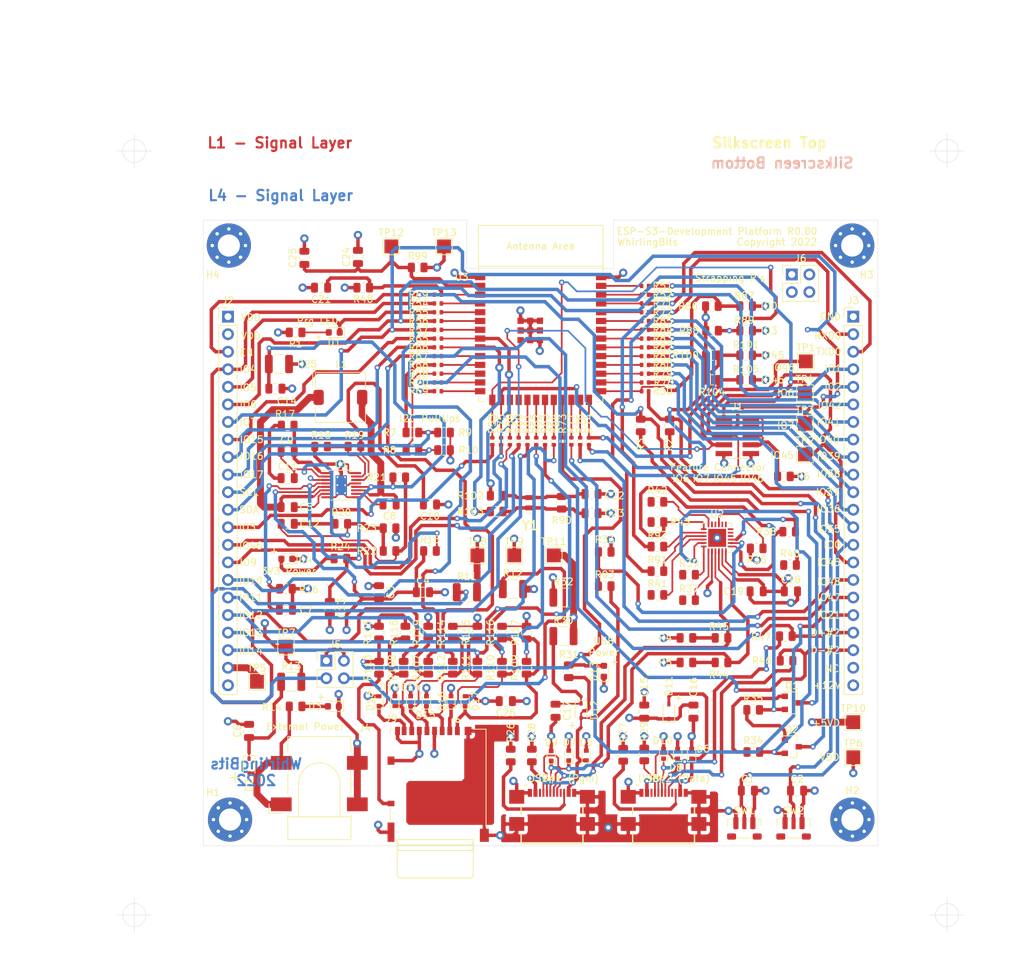
<source format=kicad_pcb>
(kicad_pcb (version 20171130) (host pcbnew "(5.1.12)-1")
  (title_block (title "Espressif ESP32_S3-CP-24 Developer Platform") (date 2022-03-04) (rev R0.8) (company WhirlingBits) (comment 1 "Matthias Ahrens & Stefan Tauschek"))
  (layers (0 F.Cu signal) (1 In1.Cu power hide) (2 In2.Cu power hide) (31 B.Cu signal) (34 B.Paste user hide) (35 F.Paste user) (36 B.SilkS user hide) (37 F.SilkS user) (38 B.Mask user) (39 F.Mask user) (44 Edge.Cuts user))
  (net 0 "")
  (net 1 GND)
  (net 2 /R_IO0)
  (net 3 /R_EN)
  (net 4 "Net-(C5-Pad1)")
  (net 5 "Net-(C5-Pad2)")
  (net 6 "Net-(C6-Pad1)")
  (net 7 "Net-(C8-Pad2)")
  (net 8 "Net-(C8-Pad1)")
  (net 9 "Net-(C11-Pad1)")
  (net 10 "Net-(C12-Pad2)")
  (net 11 "Net-(C12-Pad1)")
  (net 12 "Net-(C13-Pad1)")
  (net 13 VDD)
  (net 14 "Net-(C17-Pad1)")
  (net 15 VBUS)
  (net 16 "/Espressif Developer Platform - Modules/ESP_EN")
  (net 17 "Net-(C22-Pad1)")
  (net 18 "/Espressif Developer Platform - Modules/ESP-Power")
  (net 19 "Net-(D1-Pad2)")
  (net 20 /R_IO4)
  (net 21 "Net-(D2-Pad2)")
  (net 22 "Net-(D3-Pad2)")
  (net 23 "Net-(D4-Pad2)")
  (net 24 "Net-(J1-Pad2)")
  (net 25 /R_IO35)
  (net 26 /R_IO36)
  (net 27 /R_IO39)
  (net 28 /R_IO2)
  (net 29 /R_IO5)
  (net 30 /R_IO12)
  (net 31 /R_IO13)
  (net 32 /R_IO14)
  (net 33 /R_IO15)
  (net 34 /R_IO18)
  (net 35 /R_IO21)
  (net 36 /I2C_SDA)
  (net 37 /I2C_SCL)
  (net 38 +5VD)
  (net 39 +12V)
  (net 40 "Net-(Q1-Pad1)")
  (net 41 "Net-(Q2-Pad1)")
  (net 42 /R_RXD0)
  (net 43 /R_TXD0)
  (net 44 /R_CTS)
  (net 45 /R_DSR)
  (net 46 /R_RI)
  (net 47 /R_DCD)
  (net 48 /R_DTR)
  (net 49 /R_RTS)
  (net 50 "/Espressif Developer Platform - Modules/IO_0")
  (net 51 "/Espressif Developer Platform - Modules/IO_36")
  (net 52 "/Espressif Developer Platform - Modules/IO_39")
  (net 53 "/Espressif Developer Platform - Modules/IO_35")
  (net 54 "/Espressif Developer Platform - Modules/32K_XP")
  (net 55 "/Espressif Developer Platform - Modules/32K_XN")
  (net 56 "/Espressif Developer Platform - Modules/IO_14")
  (net 57 "/Espressif Developer Platform - Modules/IO_12")
  (net 58 "/Espressif Developer Platform - Modules/IO_13")
  (net 59 "/Espressif Developer Platform - Modules/IO_2")
  (net 60 "/Espressif Developer Platform - Modules/IO_4")
  (net 61 "/Espressif Developer Platform - Modules/IO_5")
  (net 62 "/Espressif Developer Platform - Modules/IO_18")
  (net 63 "/Espressif Developer Platform - Modules/IO_21")
  (net 64 "/Espressif Developer Platform - Power/LT_VIN")
  (net 65 "/Espressif Developer Platform - Power/LT_RUN")
  (net 66 "/Espressif Developer Platform - Power/LT_COMP")
  (net 67 "/Espressif Developer Platform - Power/LT_FB")
  (net 68 "/Espressif Developer Platform - Power/LT_VCC")
  (net 69 "Net-(C15-Pad1)")
  (net 70 "Net-(C23-Pad1)")
  (net 71 "/Espressif Developer Platform - Interfaces/USB-D+#2")
  (net 72 "Net-(D13-Pad2)")
  (net 73 "/Espressif Developer PLatform - uSDCard/SD_HOST_CLK")
  (net 74 "/Espressif Developer PLatform - uSDCard/SD_HOST_CMD")
  (net 75 "/Espressif Developer PLatform - uSDCard/SD_HOST_D3")
  (net 76 "/Espressif Developer PLatform - uSDCard/SD_HOST_D2")
  (net 77 "/Espressif Developer PLatform - uSDCard/SD_HOST_D1")
  (net 78 "/Espressif Developer PLatform - uSDCard/SD_HOST_D0")
  (net 79 /R_IO46)
  (net 80 /R_IO47)
  (net 81 /R_IO48)
  (net 82 /R_IO11)
  (net 83 /R_IO10)
  (net 84 /R_IO9)
  (net 85 /R_IO3)
  (net 86 /R_IO17)
  (net 87 /R_IO16)
  (net 88 /R_IO7)
  (net 89 /R_IO6)
  (net 90 /R_IO1)
  (net 91 /R_IO42)
  (net 92 /R_IO41)
  (net 93 /R_IO40)
  (net 94 /R_IO38)
  (net 95 /R_IO37)
  (net 96 /R_IO45)
  (net 97 "Net-(J3-Pad21)")
  (net 98 "Net-(J7-PadB8)")
  (net 99 "Net-(J7-PadB5)")
  (net 100 "Net-(J7-PadA5)")
  (net 101 "Net-(J7-PadA8)")
  (net 102 "Net-(J8-PadA8)")
  (net 103 "Net-(J8-PadA5)")
  (net 104 "Net-(J8-PadB5)")
  (net 105 "Net-(J8-PadB8)")
  (net 106 "/Espressif Developer PLatform - uSDCard/SD_DET")
  (net 107 /R_USB-D+#1)
  (net 108 /R_IO8)
  (net 109 "/Espressif Developer Platform - Power/LT_PWM")
  (net 110 "/Espressif Developer Platform - Modules/IO_1")
  (net 111 "/Espressif Developer Platform - Modules/IO_3")
  (net 112 "/Espressif Developer Platform - Modules/IO_6")
  (net 113 "/Espressif Developer Platform - Modules/IO_7")
  (net 114 "/Espressif Developer Platform - Modules/IO_8")
  (net 115 "/Espressif Developer Platform - Modules/IO_9")
  (net 116 "/Espressif Developer Platform - Modules/IO_10")
  (net 117 "/Espressif Developer Platform - Modules/IO_11")
  (net 118 "/Espressif Developer Platform - Modules/IO_17")
  (net 119 "/Espressif Developer Platform - Modules/TXD0")
  (net 120 "/Espressif Developer Platform - Modules/RXD0")
  (net 121 "/Espressif Developer Platform - Modules/IO_45")
  (net 122 "/Espressif Developer Platform - Modules/IO_46")
  (net 123 "/Espressif Developer Platform - Modules/IO_48")
  (net 124 "/Espressif Developer Platform - Modules/IO_47")
  (net 125 "/Espressif Developer Platform - Modules/IO_37")
  (net 126 "/Espressif Developer Platform - Modules/IO_38")
  (net 127 "/Espressif Developer Platform - Modules/IO_40")
  (net 128 "/Espressif Developer Platform - Modules/IO_41")
  (net 129 "/Espressif Developer Platform - Modules/IO_42")
  (net 130 /R_USB-D+#2)
  (net 131 /R_USB-D-#2)
  (net 132 "/Espressif Developer Platform - Interfaces/USB-D-#2")
  (net 133 "/Espressif Developer Platform - Interfaces/USB_VBUS#2")
  (net 134 /R_USB-D-#1)
  (net 135 /USB-D-#1)
  (net 136 /USB-D+#1)
  (net 137 /CP_EN)
  (net 138 /CP_IO0)
  (net 139 "Net-(R36-Pad1)")
  (net 140 "/Espressif Developer Platform - Modules/USB_D+#2")
  (net 141 "/Espressif Developer Platform - Modules/USB_D-#2")
  (net 142 "Net-(U2-Pad17)")
  (net 143 "Net-(U2-Pad16)")
  (net 144 "Net-(U2-Pad14)")
  (net 145 "Net-(U2-Pad13)")
  (net 146 "Net-(U2-Pad12)")
  (net 147 "/Espressif Developer Platform - USB-Converter/CP_RTS")
  (net 148 "/Espressif Developer Platform - USB-Converter/CP_DTR")
  (net 149 "/Espressif Developer Platform - USB-Converter/CP_VBUS")
  (net 150 "/Espressif Developer Platform - USB-Converter/CP_RI")
  (net 151 "/Espressif Developer Platform - USB-Converter/CP_RST")
  (net 152 "/Espressif Developer Platform - USB-Converter/CP_DCD")
  (net 153 "/Espressif Developer Platform - USB-Converter/CP_DSR")
  (net 154 "/Espressif Developer Platform - USB-Converter/CP_CTS")
  (net 155 "/Espressif Developer Platform - USB-Converter/CP_TXD")
  (net 156 "/Espressif Developer Platform - USB-Converter/CP_RXD")
  (net 157 "Net-(U2-Pad11)")
  (net 158 "Net-(U2-Pad10)")
  (net 159 "/Espressif Developer Platform - Power/J5_5V")
  (net 160 "/Espressif Developer Platform - Power/J5_12V")
  (module USB4110-GF-A_REVB:GCT_USB4110-GF-A_REVB (layer F.Cu) (at 230.632 202.565)
    (fp_text reference J8 (at -1.425 -3.135) (layer F.SilkS))
    (fp_text value USB4110-GF-A_REVB)
    (pad None np_thru_hole circle (at 2.89 0) (size 0.65 0.65) (drill 0.65) (layers *.Cu *.Mask))
    (pad None np_thru_hole circle (at -2.89 0) (size 0.65 0.65) (drill 0.65) (layers *.Cu *.Mask))
    (pad S4 smd rect (at 5.11 3.43) (size 2.18 2) (layers F.Cu F.Paste F.Mask) (net 1 GND))
    (pad S3 smd rect (at -5.11 3.43) (size 2.18 2) (layers F.Cu F.Paste F.Mask) (net 1 GND))
    (pad S2 smd rect (at 5.11 -0.5) (size 2.18 2) (layers F.Cu F.Paste F.Mask) (net 1 GND))
    (pad S1 smd rect (at -5.11 -0.5) (size 2.18 2) (layers F.Cu F.Paste F.Mask) (net 1 GND))
    (pad A7 smd rect (at 0.25 -1.075) (size 0.3 1.15) (layers F.Cu F.Paste F.Mask) (net 132 "/Espressif Developer Platform - Interfaces/USB-D-#2"))
    (pad A6 smd rect (at -0.25 -1.075) (size 0.3 1.15) (layers F.Cu F.Paste F.Mask) (net 71 "/Espressif Developer Platform - Interfaces/USB-D+#2"))
    (pad B6 smd rect (at 0.75 -1.075) (size 0.3 1.15) (layers F.Cu F.Paste F.Mask) (net 71 "/Espressif Developer Platform - Interfaces/USB-D+#2"))
    (pad B7 smd rect (at -0.75 -1.075) (size 0.3 1.15) (layers F.Cu F.Paste F.Mask) (net 132 "/Espressif Developer Platform - Interfaces/USB-D-#2"))
    (pad A8 smd rect (at 1.25 -1.075) (size 0.3 1.15) (layers F.Cu F.Paste F.Mask) (net 102 "Net-(J8-PadA8)"))
    (pad A5 smd rect (at -1.25 -1.075) (size 0.3 1.15) (layers F.Cu F.Paste F.Mask) (net 103 "Net-(J8-PadA5)"))
    (pad B5 smd rect (at 1.75 -1.075) (size 0.3 1.15) (layers F.Cu F.Paste F.Mask) (net 104 "Net-(J8-PadB5)"))
    (pad B8 smd rect (at -1.75 -1.075) (size 0.3 1.15) (layers F.Cu F.Paste F.Mask) (net 105 "Net-(J8-PadB8)"))
    (pad B1/A12 smd rect (at 3.2 -1.075) (size 0.6 1.15) (layers F.Cu F.Paste F.Mask) (net 1 GND))
    (pad B4/A9 smd rect (at 2.4 -1.075) (size 0.6 1.15) (layers F.Cu F.Paste F.Mask) (net 133 "/Espressif Developer Platform - Interfaces/USB_VBUS#2"))
    (pad A4/B9 smd rect (at -2.4 -1.075) (size 0.6 1.15) (layers F.Cu F.Paste F.Mask) (net 133 "/Espressif Developer Platform - Interfaces/USB_VBUS#2"))
    (pad A1/B12 smd rect (at -3.2 -1.075) (size 0.6 1.15) (layers F.Cu F.Paste F.Mask) (net 1 GND))
  )
  (module USB4110-GF-A_REVB:GCT_USB4110-GF-A_REVB (layer F.Cu) (at 214.503 202.565)
    (fp_text reference J7 (at -1.425 -3.135) (layer F.SilkS))
    (fp_text value USB4110-GF-A_REVB)
    (pad None np_thru_hole circle (at 2.89 0) (size 0.65 0.65) (drill 0.65) (layers *.Cu *.Mask))
    (pad None np_thru_hole circle (at -2.89 0) (size 0.65 0.65) (drill 0.65) (layers *.Cu *.Mask))
    (pad S4 smd rect (at 5.11 3.43) (size 2.18 2) (layers F.Cu F.Paste F.Mask) (net 1 GND))
    (pad S3 smd rect (at -5.11 3.43) (size 2.18 2) (layers F.Cu F.Paste F.Mask) (net 1 GND))
    (pad S2 smd rect (at 5.11 -0.5) (size 2.18 2) (layers F.Cu F.Paste F.Mask) (net 1 GND))
    (pad S1 smd rect (at -5.11 -0.5) (size 2.18 2) (layers F.Cu F.Paste F.Mask) (net 1 GND))
    (pad A7 smd rect (at 0.25 -1.075) (size 0.3 1.15) (layers F.Cu F.Paste F.Mask) (net 135 /USB-D-#1))
    (pad A6 smd rect (at -0.25 -1.075) (size 0.3 1.15) (layers F.Cu F.Paste F.Mask) (net 136 /USB-D+#1))
    (pad B6 smd rect (at 0.75 -1.075) (size 0.3 1.15) (layers F.Cu F.Paste F.Mask) (net 136 /USB-D+#1))
    (pad B7 smd rect (at -0.75 -1.075) (size 0.3 1.15) (layers F.Cu F.Paste F.Mask) (net 135 /USB-D-#1))
    (pad A8 smd rect (at 1.25 -1.075) (size 0.3 1.15) (layers F.Cu F.Paste F.Mask) (net 101 "Net-(J7-PadA8)"))
    (pad A5 smd rect (at -1.25 -1.075) (size 0.3 1.15) (layers F.Cu F.Paste F.Mask) (net 100 "Net-(J7-PadA5)"))
    (pad B5 smd rect (at 1.75 -1.075) (size 0.3 1.15) (layers F.Cu F.Paste F.Mask) (net 99 "Net-(J7-PadB5)"))
    (pad B8 smd rect (at -1.75 -1.075) (size 0.3 1.15) (layers F.Cu F.Paste F.Mask) (net 98 "Net-(J7-PadB8)"))
    (pad B1/A12 smd rect (at 3.2 -1.075) (size 0.6 1.15) (layers F.Cu F.Paste F.Mask) (net 1 GND))
    (pad B4/A9 smd rect (at 2.4 -1.075) (size 0.6 1.15) (layers F.Cu F.Paste F.Mask) (net 15 VBUS))
    (pad A4/B9 smd rect (at -2.4 -1.075) (size 0.6 1.15) (layers F.Cu F.Paste F.Mask) (net 15 VBUS))
    (pad A1/B12 smd rect (at -3.2 -1.075) (size 0.6 1.15) (layers F.Cu F.Paste F.Mask) (net 1 GND))
  )
  (module Diode_SMD:D_SOD-523 (layer F.Cu) (at 191.77 188.214 90)
    (fp_text reference D19 (at 2.032 -0.762 180) (layer F.SilkS))
    (fp_text value PESD15VW1BCSFYL)
    (pad 1 smd rect (at -0.7 0 270) (size 0.6 0.7) (layers F.Cu F.Paste F.Mask) (net 78 "/Espressif Developer PLatform - uSDCard/SD_HOST_D0"))
    (pad 2 smd rect (at 0.7 0 270) (size 0.6 0.7) (layers F.Cu F.Paste F.Mask) (net 1 GND))
  )
  (module Diode_SMD:D_SOD-523 (layer F.Cu) (at 189.484 188.214 90)
    (fp_text reference D18 (at 0 -1.3 90) (layer F.SilkS))
    (fp_text value PESD15VW1BCSFYL)
    (pad 1 smd rect (at -0.7 0 270) (size 0.6 0.7) (layers F.Cu F.Paste F.Mask) (net 77 "/Espressif Developer PLatform - uSDCard/SD_HOST_D1"))
    (pad 2 smd rect (at 0.7 0 270) (size 0.6 0.7) (layers F.Cu F.Paste F.Mask) (net 1 GND))
  )
  (module Diode_SMD:D_SOD-523 (layer F.Cu) (at 201.93 188.214 90)
    (fp_text reference D17 (at 0 1.524 90) (layer F.SilkS))
    (fp_text value PESD15VW1BCSFYL)
    (pad 1 smd rect (at -0.7 0 270) (size 0.6 0.7) (layers F.Cu F.Paste F.Mask) (net 76 "/Espressif Developer PLatform - uSDCard/SD_HOST_D2"))
    (pad 2 smd rect (at 0.7 0 270) (size 0.6 0.7) (layers F.Cu F.Paste F.Mask) (net 1 GND))
  )
  (module Diode_SMD:D_SOD-523 (layer F.Cu) (at 199.898 188.214 90)
    (fp_text reference D16 (at 0 -1.3 90) (layer F.SilkS))
    (fp_text value PESD15VW1BCSFYL)
    (pad 1 smd rect (at -0.7 0 270) (size 0.6 0.7) (layers F.Cu F.Paste F.Mask) (net 75 "/Espressif Developer PLatform - uSDCard/SD_HOST_D3"))
    (pad 2 smd rect (at 0.7 0 270) (size 0.6 0.7) (layers F.Cu F.Paste F.Mask) (net 1 GND))
  )
  (module Diode_SMD:D_SOD-523 (layer F.Cu) (at 196.342 188.214 90)
    (fp_text reference D15 (at -2.032 -0.127 180) (layer F.SilkS))
    (fp_text value PESD15VW1BCSFYL)
    (pad 1 smd rect (at -0.7 0 270) (size 0.6 0.7) (layers F.Cu F.Paste F.Mask) (net 74 "/Espressif Developer PLatform - uSDCard/SD_HOST_CMD"))
    (pad 2 smd rect (at 0.7 0 270) (size 0.6 0.7) (layers F.Cu F.Paste F.Mask) (net 1 GND))
  )
  (module Diode_SMD:D_SOD-523 (layer F.Cu) (at 194.056 188.214 90)
    (fp_text reference D14 (at 2.032 0 180) (layer F.SilkS))
    (fp_text value PESD15VW1BCSFYL)
    (pad 1 smd rect (at -0.7 0 270) (size 0.6 0.7) (layers F.Cu F.Paste F.Mask) (net 73 "/Espressif Developer PLatform - uSDCard/SD_HOST_CLK"))
    (pad 2 smd rect (at 0.7 0 270) (size 0.6 0.7) (layers F.Cu F.Paste F.Mask) (net 1 GND))
  )
  (module Diode_SMD:D_SOD-523 (layer F.Cu) (at 230.632 195.834 90)
    (fp_text reference D10 (at 1.905 -0.127 180) (layer F.SilkS))
    (fp_text value PESD15VW1BCSFYL)
    (pad 1 smd rect (at -0.7 0 270) (size 0.6 0.7) (layers F.Cu F.Paste F.Mask) (net 71 "/Espressif Developer Platform - Interfaces/USB-D+#2"))
    (pad 2 smd rect (at 0.7 0 270) (size 0.6 0.7) (layers F.Cu F.Paste F.Mask) (net 1 GND))
  )
  (module Diode_SMD:D_SOD-523 (layer F.Cu) (at 214.376 196.153 90)
    (fp_text reference D9 (at 1.97 0 180) (layer F.SilkS))
    (fp_text value PESD15VW1BCSFYL)
    (pad 1 smd rect (at -0.7 0 270) (size 0.6 0.7) (layers F.Cu F.Paste F.Mask) (net 136 /USB-D+#1))
    (pad 2 smd rect (at 0.7 0 270) (size 0.6 0.7) (layers F.Cu F.Paste F.Mask) (net 1 GND))
  )
  (module Diode_SMD:D_SOD-523 (layer F.Cu) (at 232.664 195.834 90)
    (fp_text reference D8 (at -2.032 -0.254 180) (layer F.SilkS))
    (fp_text value PESD15VW1BCSFYL)
    (pad 1 smd rect (at -0.7 0 270) (size 0.6 0.7) (layers F.Cu F.Paste F.Mask) (net 132 "/Espressif Developer Platform - Interfaces/USB-D-#2"))
    (pad 2 smd rect (at 0.7 0 270) (size 0.6 0.7) (layers F.Cu F.Paste F.Mask) (net 1 GND))
  )
  (module Diode_SMD:D_SOD-523 (layer F.Cu) (at 216.916 196.088 90)
    (fp_text reference D7 (at 1.905 0.127 180) (layer F.SilkS))
    (fp_text value PESD15VW1BCSFYL)
    (pad 1 smd rect (at -0.7 0 270) (size 0.6 0.7) (layers F.Cu F.Paste F.Mask) (net 135 /USB-D-#1))
    (pad 2 smd rect (at 0.7 0 270) (size 0.6 0.7) (layers F.Cu F.Paste F.Mask) (net 1 GND))
  )
  (module Diode_SMD:D_SOD-523 (layer F.Cu) (at 234.696 195.834 90)
    (fp_text reference D6 (at 0.7 1.651 180) (layer F.SilkS))
    (fp_text value PESD15VW1BCSFYL)
    (pad 1 smd rect (at -0.7 0 270) (size 0.6 0.7) (layers F.Cu F.Paste F.Mask) (net 133 "/Espressif Developer Platform - Interfaces/USB_VBUS#2"))
    (pad 2 smd rect (at 0.7 0 270) (size 0.6 0.7) (layers F.Cu F.Paste F.Mask) (net 1 GND))
  )
  (module Diode_SMD:D_SOD-523 (layer F.Cu) (at 219.456 196.088 90)
    (fp_text reference D5 (at 1.905 0 180) (layer F.SilkS))
    (fp_text value PESD15VW1BCSFYL)
    (pad 1 smd rect (at -0.7 0 270) (size 0.6 0.7) (layers F.Cu F.Paste F.Mask) (net 15 VBUS))
    (pad 2 smd rect (at 0.7 0 270) (size 0.6 0.7) (layers F.Cu F.Paste F.Mask) (net 1 GND))
  )
  (module Capacitor_SMD:C_0805_2012Metric (layer F.Cu) (at 207.821 188.214 180)
    (fp_text reference C26 (at 0 -1.68) (layer F.SilkS))
    (fp_text value "22uF, 10V")
    (pad 2 smd roundrect (at 0.95 0 180) (size 1 1.45) (layers F.Cu F.Paste F.Mask) (net 1 GND))
    (pad 1 smd roundrect (at -0.95 0 180) (size 1 1.45) (layers F.Cu F.Paste F.Mask) (net 13 VDD))
  )
  (module Capacitor_SMD:C_0805_2012Metric (layer F.Cu) (at 186.436 123.952 90)
    (fp_text reference C24 (at 0 -1.68 90) (layer F.SilkS))
    (fp_text value "22uF, 10V")
    (pad 2 smd roundrect (at 0.95 0 90) (size 1 1.45) (layers F.Cu F.Paste F.Mask) (net 1 GND))
    (pad 1 smd roundrect (at -0.95 0 90) (size 1 1.45) (layers F.Cu F.Paste F.Mask) (net 18 "/Espressif Developer Platform - Modules/ESP-Power"))
  )
  (module Capacitor_SMD:C_0805_2012Metric (layer F.Cu) (at 182.372 174.752 270)
    (fp_text reference C13 (at 0 -1.68 90) (layer F.SilkS))
    (fp_text value "100uF, 6,3V")
    (pad 2 smd roundrect (at 0.95 0 270) (size 1 1.45) (layers F.Cu F.Paste F.Mask) (net 1 GND))
    (pad 1 smd roundrect (at -0.95 0 270) (size 1 1.45) (layers F.Cu F.Paste F.Mask) (net 12 "Net-(C13-Pad1)"))
  )
  (module Capacitor_SMD:C_0805_2012Metric (layer F.Cu) (at 170.688 192.532 90)
    (fp_text reference C6 (at 0 -1.68 90) (layer F.SilkS))
    (fp_text value "47uF, 22V")
    (pad 2 smd roundrect (at 0.95 0 90) (size 1 1.45) (layers F.Cu F.Paste F.Mask) (net 1 GND))
    (pad 1 smd roundrect (at -0.95 0 90) (size 1 1.45) (layers F.Cu F.Paste F.Mask) (net 6 "Net-(C6-Pad1)"))
  )
  (module Capacitor_SMD:C_0805_2012Metric (layer F.Cu) (at 195.834 172.466)
    (fp_text reference C4 (at 0 -1.68) (layer F.SilkS))
    (fp_text value "47uF, 22V")
    (pad 2 smd roundrect (at 0.95 0) (size 1 1.45) (layers F.Cu F.Paste F.Mask) (net 1 GND))
    (pad 1 smd roundrect (at -0.95 0) (size 1 1.45) (layers F.Cu F.Paste F.Mask) (net 64 "/Espressif Developer Platform - Power/LT_VIN"))
  )
  (module Package_SO:MSOP-16-1EP_3x4.039mm_P0.5mm_EP1.651x2.845mm_ThermalVias (layer F.Cu) (at 184.023 156.972)
    (fp_text reference U1 (at 0 -2.97) (layer F.SilkS))
    (fp_text value LTC3111EMSEPBF)
    (pad 17 smd rect (at 0 0) (size 1.651 2.845) (layers B.Cu) (net 1 GND))
    (pad 17 thru_hole circle (at 0.5505 1.1475) (size 0.55 0.55) (drill 0.25) (layers *.Cu) (net 1 GND))
    (pad 17 thru_hole circle (at -0.5505 1.1475) (size 0.55 0.55) (drill 0.25) (layers *.Cu) (net 1 GND))
    (pad 17 thru_hole circle (at 0.5505 0) (size 0.55 0.55) (drill 0.25) (layers *.Cu) (net 1 GND))
    (pad 17 thru_hole circle (at -0.5505 0) (size 0.55 0.55) (drill 0.25) (layers *.Cu) (net 1 GND))
    (pad 17 thru_hole circle (at 0.5505 -1.1475) (size 0.55 0.55) (drill 0.25) (layers *.Cu) (net 1 GND))
    (pad 17 thru_hole circle (at -0.5505 -1.1475) (size 0.55 0.55) (drill 0.25) (layers *.Cu) (net 1 GND))
    (pad 17 smd rect (at 0 0) (size 1.651 2.845) (layers F.Cu F.Mask) (net 1 GND))
    (pad 16 smd roundrect (at 2.15 -1.75) (size 1.45 0.3) (layers F.Cu F.Paste F.Mask) (net 1 GND))
    (pad 15 smd roundrect (at 2.15 -1.25) (size 1.45 0.3) (layers F.Cu F.Paste F.Mask) (net 109 "/Espressif Developer Platform - Power/LT_PWM"))
    (pad 14 smd roundrect (at 2.15 -0.75) (size 1.45 0.3) (layers F.Cu F.Paste F.Mask) (net 68 "/Espressif Developer Platform - Power/LT_VCC"))
    (pad 13 smd roundrect (at 2.15 -0.25) (size 1.45 0.3) (layers F.Cu F.Paste F.Mask) (net 1 GND))
    (pad 12 smd roundrect (at 2.15 0.25) (size 1.45 0.3) (layers F.Cu F.Paste F.Mask) (net 12 "Net-(C13-Pad1)"))
    (pad 11 smd roundrect (at 2.15 0.75) (size 1.45 0.3) (layers F.Cu F.Paste F.Mask) (net 8 "Net-(C8-Pad1)"))
    (pad 10 smd roundrect (at 2.15 1.25) (size 1.45 0.3) (layers F.Cu F.Paste F.Mask) (net 7 "Net-(C8-Pad2)"))
    (pad 9 smd roundrect (at 2.15 1.75) (size 1.45 0.3) (layers F.Cu F.Paste F.Mask) (net 1 GND))
    (pad 8 smd roundrect (at -2.15 1.75) (size 1.45 0.3) (layers F.Cu F.Paste F.Mask) (net 1 GND))
    (pad 7 smd roundrect (at -2.15 1.25) (size 1.45 0.3) (layers F.Cu F.Paste F.Mask) (net 5 "Net-(C5-Pad2)"))
    (pad 6 smd roundrect (at -2.15 0.75) (size 1.45 0.3) (layers F.Cu F.Paste F.Mask) (net 4 "Net-(C5-Pad1)"))
    (pad 5 smd roundrect (at -2.15 0.25) (size 1.45 0.3) (layers F.Cu F.Paste F.Mask) (net 64 "/Espressif Developer Platform - Power/LT_VIN"))
    (pad 4 smd roundrect (at -2.15 -0.25) (size 1.45 0.3) (layers F.Cu F.Paste F.Mask) (net 65 "/Espressif Developer Platform - Power/LT_RUN"))
    (pad 3 smd roundrect (at -2.15 -0.75) (size 1.45 0.3) (layers F.Cu F.Paste F.Mask) (net 1 GND))
    (pad 2 smd roundrect (at -2.15 -1.25) (size 1.45 0.3) (layers F.Cu F.Paste F.Mask) (net 67 "/Espressif Developer Platform - Power/LT_FB"))
    (pad 1 smd roundrect (at -2.15 -1.75) (size 1.45 0.3) (layers F.Cu F.Paste F.Mask) (net 66 "/Espressif Developer Platform - Power/LT_COMP"))
  )
  (module Package_DFN_QFN:QFN-24-1EP_4x4mm_P0.5mm_EP2.6x2.6mm (layer F.Cu) (at 238.379 164.592 90)
    (fp_text reference U2 (at 3.429 0 180) (layer F.SilkS))
    (fp_text value CP2102N-A02-GQFN24)
    (pad 25 smd rect (at 0 0 90) (size 2.6 2.6) (layers F.Cu F.Mask) (net 1 GND))
    (pad 24 smd roundrect (at -1.25 -1.9375 90) (size 0.25 0.825) (layers F.Cu F.Paste F.Mask) (net 152 "/Espressif Developer Platform - USB-Converter/CP_DCD"))
    (pad 23 smd roundrect (at -0.75 -1.9375 90) (size 0.25 0.825) (layers F.Cu F.Paste F.Mask) (net 148 "/Espressif Developer Platform - USB-Converter/CP_DTR"))
    (pad 22 smd roundrect (at -0.25 -1.9375 90) (size 0.25 0.825) (layers F.Cu F.Paste F.Mask) (net 153 "/Espressif Developer Platform - USB-Converter/CP_DSR"))
    (pad 21 smd roundrect (at 0.25 -1.9375 90) (size 0.25 0.825) (layers F.Cu F.Paste F.Mask) (net 155 "/Espressif Developer Platform - USB-Converter/CP_TXD"))
    (pad 20 smd roundrect (at 0.75 -1.9375 90) (size 0.25 0.825) (layers F.Cu F.Paste F.Mask) (net 156 "/Espressif Developer Platform - USB-Converter/CP_RXD"))
    (pad 19 smd roundrect (at 1.25 -1.9375 90) (size 0.25 0.825) (layers F.Cu F.Paste F.Mask) (net 147 "/Espressif Developer Platform - USB-Converter/CP_RTS"))
    (pad 18 smd roundrect (at 1.9375 -1.25 90) (size 0.825 0.25) (layers F.Cu F.Paste F.Mask) (net 154 "/Espressif Developer Platform - USB-Converter/CP_CTS"))
    (pad 17 smd roundrect (at 1.9375 -0.75 90) (size 0.825 0.25) (layers F.Cu F.Paste F.Mask) (net 142 "Net-(U2-Pad17)"))
    (pad 16 smd roundrect (at 1.9375 -0.25 90) (size 0.825 0.25) (layers F.Cu F.Paste F.Mask) (net 143 "Net-(U2-Pad16)"))
    (pad 15 smd roundrect (at 1.9375 0.25 90) (size 0.825 0.25) (layers F.Cu F.Paste F.Mask) (net 139 "Net-(R36-Pad1)"))
    (pad 14 smd roundrect (at 1.9375 0.75 90) (size 0.825 0.25) (layers F.Cu F.Paste F.Mask) (net 144 "Net-(U2-Pad14)"))
    (pad 13 smd roundrect (at 1.9375 1.25 90) (size 0.825 0.25) (layers F.Cu F.Paste F.Mask) (net 145 "Net-(U2-Pad13)"))
    (pad 12 smd roundrect (at 1.25 1.9375 90) (size 0.25 0.825) (layers F.Cu F.Paste F.Mask) (net 146 "Net-(U2-Pad12)"))
    (pad 11 smd roundrect (at 0.75 1.9375 90) (size 0.25 0.825) (layers F.Cu F.Paste F.Mask) (net 157 "Net-(U2-Pad11)"))
    (pad 10 smd roundrect (at 0.25 1.9375 90) (size 0.25 0.825) (layers F.Cu F.Paste F.Mask) (net 158 "Net-(U2-Pad10)"))
    (pad 9 smd roundrect (at -0.25 1.9375 90) (size 0.25 0.825) (layers F.Cu F.Paste F.Mask) (net 151 "/Espressif Developer Platform - USB-Converter/CP_RST"))
    (pad 8 smd roundrect (at -0.75 1.9375 90) (size 0.25 0.825) (layers F.Cu F.Paste F.Mask) (net 149 "/Espressif Developer Platform - USB-Converter/CP_VBUS"))
    (pad 7 smd roundrect (at -1.25 1.9375 90) (size 0.25 0.825) (layers F.Cu F.Paste F.Mask) (net 13 VDD))
    (pad 6 smd roundrect (at -1.9375 1.25 90) (size 0.825 0.25) (layers F.Cu F.Paste F.Mask) (net 13 VDD))
    (pad 5 smd roundrect (at -1.9375 0.75 90) (size 0.825 0.25) (layers F.Cu F.Paste F.Mask) (net 13 VDD))
    (pad 4 smd roundrect (at -1.9375 0.25 90) (size 0.825 0.25) (layers F.Cu F.Paste F.Mask) (net 135 /USB-D-#1))
    (pad 3 smd roundrect (at -1.9375 -0.25 90) (size 0.825 0.25) (layers F.Cu F.Paste F.Mask) (net 136 /USB-D+#1))
    (pad 2 smd roundrect (at -1.9375 -0.75 90) (size 0.825 0.25) (layers F.Cu F.Paste F.Mask) (net 1 GND))
    (pad 1 smd roundrect (at -1.9375 -1.25 90) (size 0.825 0.25) (layers F.Cu F.Paste F.Mask) (net 150 "/Espressif Developer Platform - USB-Converter/CP_RI"))
  )
  (module Connector_BarrelJack:BarrelJack_CLIFF_FC681465S_SMT_Horizontal (layer F.Cu) (at 180.848 200.152 90)
    (fp_text reference J4 (at 8.001 6.604 180) (layer F.SilkS))
    (fp_text value "PJ-002AH-SMT-TR (Barrel Jack)")
    (pad 3 smd rect (at -3 5.5 180) (size 3 2) (layers F.Cu F.Paste F.Mask) (net 1 GND))
    (pad 2 smd rect (at 3 5.5 180) (size 3 2) (layers F.Cu F.Paste F.Mask) (net 1 GND))
    (pad 1 smd rect (at 3 -5.5 180) (size 3 2) (layers F.Cu F.Paste F.Mask) (net 21 "Net-(D2-Pad2)"))
    (pad 1 smd rect (at -3 -5.5 180) (size 3 2) (layers F.Cu F.Paste F.Mask) (net 21 "Net-(D2-Pad2)"))
    (pad "" np_thru_hole circle (at 1.5 0 180) (size 2 2) (drill 2) (layers *.Cu *.Mask))
    (pad "" np_thru_hole circle (at -2.9 0 180) (size 1.8 1.8) (drill 1.8) (layers *.Cu *.Mask))
  )
  (module Resistor_SMD:R_0805_2012Metric (layer F.Cu) (at 244.094 166.116 180)
    (fp_text reference R36 (at 0 -1.65) (layer F.SilkS))
    (fp_text value "10k (DNP)")
    (pad 2 smd roundrect (at 0.9125 0 180) (size 1.025 1.4) (layers F.Cu F.Paste F.Mask) (roundrect_rratio 0.2439004878048781) (net 1 GND))
    (pad 1 smd roundrect (at -0.9125 0 180) (size 1.025 1.4) (layers F.Cu F.Paste F.Mask) (roundrect_rratio 0.2439004878048781) (net 139 "Net-(R36-Pad1)"))
  )
  (module TestPoint:TestPoint_Pad_2.0x2.0mm (layer F.Cu) (at 214.757 167.132)
    (fp_text reference TP11 (at 0 -1.998) (layer F.SilkS))
    (fp_text value "USB Vltge #2")
    (pad 1 smd rect (at 0 0) (size 2 2) (layers F.Cu F.Mask) (net 38 +5VD))
  )
  (module Resistor_SMD:R_0805_2012Metric (layer F.Cu) (at 222.123 171.577)
    (fp_text reference R93 (at 0 -1.65) (layer F.SilkS))
    (fp_text value 22k)
    (pad 2 smd roundrect (at 0.9125 0) (size 1.025 1.4) (layers F.Cu F.Paste F.Mask) (roundrect_rratio 0.2439004878048781) (net 15 VBUS))
    (pad 1 smd roundrect (at -0.9125 0) (size 1.025 1.4) (layers F.Cu F.Paste F.Mask) (roundrect_rratio 0.2439004878048781) (net 149 "/Espressif Developer Platform - USB-Converter/CP_VBUS"))
  )
  (module Resistor_SMD:R_0805_2012Metric (layer F.Cu) (at 229.743 165.862)
    (fp_text reference R92 (at 0 -1.65) (layer F.SilkS))
    (fp_text value 0R)
    (pad 2 smd roundrect (at 0.9125 0) (size 1.025 1.4) (layers F.Cu F.Paste F.Mask) (roundrect_rratio 0.2439004878048781) (net 156 "/Espressif Developer Platform - USB-Converter/CP_RXD"))
    (pad 1 smd roundrect (at -0.9125 0) (size 1.025 1.4) (layers F.Cu F.Paste F.Mask) (roundrect_rratio 0.2439004878048781) (net 43 /R_TXD0))
  )
  (module Resistor_SMD:R_0805_2012Metric (layer F.Cu) (at 229.743 169.418)
    (fp_text reference R91 (at 0 -1.65) (layer F.SilkS))
    (fp_text value 0R)
    (pad 2 smd roundrect (at 0.9125 0) (size 1.025 1.4) (layers F.Cu F.Paste F.Mask) (roundrect_rratio 0.2439004878048781) (net 155 "/Espressif Developer Platform - USB-Converter/CP_TXD"))
    (pad 1 smd roundrect (at -0.9125 0) (size 1.025 1.4) (layers F.Cu F.Paste F.Mask) (roundrect_rratio 0.2439004878048781) (net 42 /R_RXD0))
  )
  (module Resistor_SMD:R_0805_2012Metric (layer F.Cu) (at 229.743 162.306)
    (fp_text reference R43 (at 3.302 0) (layer F.SilkS))
    (fp_text value 0R)
    (pad 2 smd roundrect (at 0.9125 0) (size 1.025 1.4) (layers F.Cu F.Paste F.Mask) (roundrect_rratio 0.2439004878048781) (net 147 "/Espressif Developer Platform - USB-Converter/CP_RTS"))
    (pad 1 smd roundrect (at -0.9125 0) (size 1.025 1.4) (layers F.Cu F.Paste F.Mask) (roundrect_rratio 0.2439004878048781) (net 49 /R_RTS))
  )
  (module Resistor_SMD:R_0805_2012Metric (layer F.Cu) (at 229.743 159.385)
    (fp_text reference R42 (at 0 -1.65) (layer F.SilkS))
    (fp_text value 0R)
    (pad 2 smd roundrect (at 0.9125 0) (size 1.025 1.4) (layers F.Cu F.Paste F.Mask) (roundrect_rratio 0.2439004878048781) (net 154 "/Espressif Developer Platform - USB-Converter/CP_CTS"))
    (pad 1 smd roundrect (at -0.9125 0) (size 1.025 1.4) (layers F.Cu F.Paste F.Mask) (roundrect_rratio 0.2439004878048781) (net 44 /R_CTS))
  )
  (module Resistor_SMD:R_0805_2012Metric (layer F.Cu) (at 229.743 172.847)
    (fp_text reference R41 (at 0 -1.65) (layer F.SilkS))
    (fp_text value 0R)
    (pad 2 smd roundrect (at 0.9125 0) (size 1.025 1.4) (layers F.Cu F.Paste F.Mask) (roundrect_rratio 0.2439004878048781) (net 153 "/Espressif Developer Platform - USB-Converter/CP_DSR"))
    (pad 1 smd roundrect (at -0.9125 0) (size 1.025 1.4) (layers F.Cu F.Paste F.Mask) (roundrect_rratio 0.2439004878048781) (net 45 /R_DSR))
  )
  (module Resistor_SMD:R_0805_2012Metric (layer F.Cu) (at 248.92 168.529)
    (fp_text reference R40 (at 0 -1.65) (layer F.SilkS))
    (fp_text value 0R)
    (pad 2 smd roundrect (at 0.9125 0) (size 1.025 1.4) (layers F.Cu F.Paste F.Mask) (roundrect_rratio 0.2439004878048781) (net 148 "/Espressif Developer Platform - USB-Converter/CP_DTR"))
    (pad 1 smd roundrect (at -0.9125 0) (size 1.025 1.4) (layers F.Cu F.Paste F.Mask) (roundrect_rratio 0.2439004878048781) (net 48 /R_DTR))
  )
  (module Resistor_SMD:R_0805_2012Metric (layer F.Cu) (at 234.315 169.926)
    (fp_text reference R39 (at 0 -1.65) (layer F.SilkS))
    (fp_text value 0R)
    (pad 2 smd roundrect (at 0.9125 0) (size 1.025 1.4) (layers F.Cu F.Paste F.Mask) (roundrect_rratio 0.2439004878048781) (net 152 "/Espressif Developer Platform - USB-Converter/CP_DCD"))
    (pad 1 smd roundrect (at -0.9125 0) (size 1.025 1.4) (layers F.Cu F.Paste F.Mask) (roundrect_rratio 0.2439004878048781) (net 47 /R_DCD))
  )
  (module Resistor_SMD:R_0805_2012Metric (layer F.Cu) (at 248.793 163.703 180)
    (fp_text reference R38 (at 3.302 0) (layer F.SilkS))
    (fp_text value 1k)
    (pad 2 smd roundrect (at 0.9125 0 180) (size 1.025 1.4) (layers F.Cu F.Paste F.Mask) (roundrect_rratio 0.2439004878048781) (net 13 VDD))
    (pad 1 smd roundrect (at -0.9125 0 180) (size 1.025 1.4) (layers F.Cu F.Paste F.Mask) (roundrect_rratio 0.2439004878048781) (net 151 "/Espressif Developer Platform - USB-Converter/CP_RST"))
  )
  (module Resistor_SMD:R_0805_2012Metric (layer F.Cu) (at 234.315 173.609)
    (fp_text reference R37 (at 0 -1.65) (layer F.SilkS))
    (fp_text value 0R)
    (pad 2 smd roundrect (at 0.9125 0) (size 1.025 1.4) (layers F.Cu F.Paste F.Mask) (roundrect_rratio 0.2439004878048781) (net 150 "/Espressif Developer Platform - USB-Converter/CP_RI"))
    (pad 1 smd roundrect (at -0.9125 0) (size 1.025 1.4) (layers F.Cu F.Paste F.Mask) (roundrect_rratio 0.2439004878048781) (net 46 /R_RI))
  )
  (module Resistor_SMD:R_0805_2012Metric (layer F.Cu) (at 243.586 189.484)
    (fp_text reference R35 (at 0 -1.65) (layer F.SilkS))
    (fp_text value 10k)
    (pad 2 smd roundrect (at 0.9125 0) (size 1.025 1.4) (layers F.Cu F.Paste F.Mask) (roundrect_rratio 0.2439004878048781) (net 147 "/Espressif Developer Platform - USB-Converter/CP_RTS"))
    (pad 1 smd roundrect (at -0.9125 0) (size 1.025 1.4) (layers F.Cu F.Paste F.Mask) (roundrect_rratio 0.2439004878048781) (net 41 "Net-(Q2-Pad1)"))
  )
  (module Resistor_SMD:R_0805_2012Metric (layer F.Cu) (at 243.6095 195.58)
    (fp_text reference R34 (at 0 -1.65) (layer F.SilkS))
    (fp_text value 10k)
    (pad 2 smd roundrect (at 0.9125 0) (size 1.025 1.4) (layers F.Cu F.Paste F.Mask) (roundrect_rratio 0.2439004878048781) (net 148 "/Espressif Developer Platform - USB-Converter/CP_DTR"))
    (pad 1 smd roundrect (at -0.9125 0) (size 1.025 1.4) (layers F.Cu F.Paste F.Mask) (roundrect_rratio 0.2439004878048781) (net 40 "Net-(Q1-Pad1)"))
  )
  (module Resistor_SMD:R_0805_2012Metric (layer F.Cu) (at 222.123 166.624 180)
    (fp_text reference R33 (at 0 1.778) (layer F.SilkS))
    (fp_text value 43k)
    (pad 2 smd roundrect (at 0.9125 0 180) (size 1.025 1.4) (layers F.Cu F.Paste F.Mask) (roundrect_rratio 0.2439004878048781) (net 149 "/Espressif Developer Platform - USB-Converter/CP_VBUS"))
    (pad 1 smd roundrect (at -0.9125 0 180) (size 1.025 1.4) (layers F.Cu F.Paste F.Mask) (roundrect_rratio 0.2439004878048781) (net 1 GND))
  )
  (module Package_TO_SOT_SMD:SOT-23 (layer F.Cu) (at 249.174 194.818)
    (fp_text reference Q2 (at 0 -2.5) (layer F.SilkS))
    (fp_text value SS8050-G)
    (pad 3 smd rect (at 1 0) (size 0.9 0.8) (layers F.Cu F.Paste F.Mask) (net 138 /CP_IO0))
    (pad 2 smd rect (at -1 0.95) (size 0.9 0.8) (layers F.Cu F.Paste F.Mask) (net 148 "/Espressif Developer Platform - USB-Converter/CP_DTR"))
    (pad 1 smd rect (at -1 -0.95) (size 0.9 0.8) (layers F.Cu F.Paste F.Mask) (net 41 "Net-(Q2-Pad1)"))
  )
  (module Package_TO_SOT_SMD:SOT-23 (layer F.Cu) (at 249.174 188.468)
    (fp_text reference Q1 (at 0 -2.5) (layer F.SilkS))
    (fp_text value SS8050-G)
    (pad 3 smd rect (at 1 0) (size 0.9 0.8) (layers F.Cu F.Paste F.Mask) (net 137 /CP_EN))
    (pad 2 smd rect (at -1 0.95) (size 0.9 0.8) (layers F.Cu F.Paste F.Mask) (net 147 "/Espressif Developer Platform - USB-Converter/CP_RTS"))
    (pad 1 smd rect (at -1 -0.95) (size 0.9 0.8) (layers F.Cu F.Paste F.Mask) (net 40 "Net-(Q1-Pad1)"))
  )
  (module Capacitor_SMD:C_0805_2012Metric (layer F.Cu) (at 244.094 172.339 180)
    (fp_text reference C19 (at 3.302 0) (layer F.SilkS))
    (fp_text value "4.7uF, 25V")
    (pad 2 smd roundrect (at 0.95 0 180) (size 1 1.45) (layers F.Cu F.Paste F.Mask) (net 1 GND))
    (pad 1 smd roundrect (at -0.95 0 180) (size 1 1.45) (layers F.Cu F.Paste F.Mask) (net 13 VDD))
  )
  (module Capacitor_SMD:C_0805_2012Metric (layer F.Cu) (at 249.047 172.339)
    (fp_text reference C18 (at 0 -1.68) (layer F.SilkS))
    (fp_text value "0.1uF, 50V")
    (pad 2 smd roundrect (at 0.95 0) (size 1 1.45) (layers F.Cu F.Paste F.Mask) (net 1 GND))
    (pad 1 smd roundrect (at -0.95 0) (size 1 1.45) (layers F.Cu F.Paste F.Mask) (net 13 VDD))
  )
  (module SC20DS125:SC20S125PF20PPM (layer F.Cu) (at 211.328 159.512 90)
    (fp_text reference Y1 (at -3.302 0) (layer F.SilkS) (effects (font (size 1.27 1.27) (thickness 0.254))))
    (fp_text value "XTAL 32,678kHz (C20S-12.5PF20PPM)" hide)
    (pad 1 smd rect (at -0.75 0 90) (size 0.7 1.4) (layers F.Cu F.Paste F.Mask) (net 70 "Net-(C23-Pad1)"))
    (pad 2 smd rect (at 0.75 0 90) (size 0.7 1.4) (layers F.Cu F.Paste F.Mask) (net 17 "Net-(C22-Pad1)"))
  )
  (module Connector_PinHeader_2.54mm:PinHeader_1x22_P2.54mm_Vertical (layer F.Cu) (at 167.64 132.588)
    (fp_text reference J2 (at 0 -2.33) (layer F.SilkS))
    (fp_text value "Conn_01x22 (DNP)")
    (pad 22 thru_hole oval (at 0 53.34) (size 1.7 1.7) (drill 1) (layers *.Cu *.Mask) (net 1 GND))
    (pad 21 thru_hole oval (at 0 50.8) (size 1.7 1.7) (drill 1) (layers *.Cu *.Mask) (net 38 +5VD))
    (pad 20 thru_hole oval (at 0 48.26) (size 1.7 1.7) (drill 1) (layers *.Cu *.Mask) (net 32 /R_IO14))
    (pad 19 thru_hole oval (at 0 45.72) (size 1.7 1.7) (drill 1) (layers *.Cu *.Mask) (net 31 /R_IO13))
    (pad 18 thru_hole oval (at 0 43.18) (size 1.7 1.7) (drill 1) (layers *.Cu *.Mask) (net 30 /R_IO12))
    (pad 17 thru_hole oval (at 0 40.64) (size 1.7 1.7) (drill 1) (layers *.Cu *.Mask) (net 82 /R_IO11))
    (pad 16 thru_hole oval (at 0 38.1) (size 1.7 1.7) (drill 1) (layers *.Cu *.Mask) (net 83 /R_IO10))
    (pad 15 thru_hole oval (at 0 35.56) (size 1.7 1.7) (drill 1) (layers *.Cu *.Mask) (net 84 /R_IO9))
    (pad 14 thru_hole oval (at 0 33.02) (size 1.7 1.7) (drill 1) (layers *.Cu *.Mask) (net 79 /R_IO46))
    (pad 13 thru_hole oval (at 0 30.48) (size 1.7 1.7) (drill 1) (layers *.Cu *.Mask) (net 85 /R_IO3))
    (pad 12 thru_hole oval (at 0 27.94) (size 1.7 1.7) (drill 1) (layers *.Cu *.Mask) (net 36 /I2C_SDA))
    (pad 11 thru_hole oval (at 0 25.4) (size 1.7 1.7) (drill 1) (layers *.Cu *.Mask) (net 37 /I2C_SCL))
    (pad 10 thru_hole oval (at 0 22.86) (size 1.7 1.7) (drill 1) (layers *.Cu *.Mask) (net 86 /R_IO17))
    (pad 9 thru_hole oval (at 0 20.32) (size 1.7 1.7) (drill 1) (layers *.Cu *.Mask) (net 87 /R_IO16))
    (pad 8 thru_hole oval (at 0 17.78) (size 1.7 1.7) (drill 1) (layers *.Cu *.Mask) (net 33 /R_IO15))
    (pad 7 thru_hole oval (at 0 15.24) (size 1.7 1.7) (drill 1) (layers *.Cu *.Mask) (net 88 /R_IO7))
    (pad 6 thru_hole oval (at 0 12.7) (size 1.7 1.7) (drill 1) (layers *.Cu *.Mask) (net 89 /R_IO6))
    (pad 5 thru_hole oval (at 0 10.16) (size 1.7 1.7) (drill 1) (layers *.Cu *.Mask) (net 29 /R_IO5))
    (pad 4 thru_hole oval (at 0 7.62) (size 1.7 1.7) (drill 1) (layers *.Cu *.Mask) (net 20 /R_IO4))
    (pad 3 thru_hole oval (at 0 5.08) (size 1.7 1.7) (drill 1) (layers *.Cu *.Mask) (net 3 /R_EN))
    (pad 2 thru_hole oval (at 0 2.54) (size 1.7 1.7) (drill 1) (layers *.Cu *.Mask) (net 13 VDD))
    (pad 1 thru_hole rect (at 0 0) (size 1.7 1.7) (drill 1) (layers *.Cu *.Mask) (net 13 VDD))
  )
  (module Espressif:ESP32-S3-WROOM-1 (layer F.Cu) (at 212.852 135.128)
    (fp_text reference U3 (at -11.43 -8.255) (layer F.SilkS))
    (fp_text value ESP32-S3-WROOM-1)
    (fp_text user "Antenna Area" (at 0 -12.75) (layer F.SilkS))
    (pad 14 smd rect (at -8.75 8.25) (size 1.5 0.9) (layers F.Cu F.Paste F.Mask) (net 140 "/Espressif Developer Platform - Modules/USB_D+#2"))
    (pad 13 smd rect (at -8.75 6.98) (size 1.5 0.9) (layers F.Cu F.Paste F.Mask) (net 141 "/Espressif Developer Platform - Modules/USB_D-#2"))
    (pad 12 smd rect (at -8.75 5.71) (size 1.5 0.9) (layers F.Cu F.Paste F.Mask) (net 114 "/Espressif Developer Platform - Modules/IO_8"))
    (pad 11 smd rect (at -8.75 4.44) (size 1.5 0.9) (layers F.Cu F.Paste F.Mask) (net 62 "/Espressif Developer Platform - Modules/IO_18"))
    (pad 10 smd rect (at -8.75 3.17) (size 1.5 0.9) (layers F.Cu F.Paste F.Mask) (net 118 "/Espressif Developer Platform - Modules/IO_17"))
    (pad 9 smd rect (at -8.75 1.9) (size 1.5 0.9) (layers F.Cu F.Paste F.Mask) (net 55 "/Espressif Developer Platform - Modules/32K_XN"))
    (pad 8 smd rect (at -8.75 0.63) (size 1.5 0.9) (layers F.Cu F.Paste F.Mask) (net 54 "/Espressif Developer Platform - Modules/32K_XP"))
    (pad 7 smd rect (at -8.75 -0.64) (size 1.5 0.9) (layers F.Cu F.Paste F.Mask) (net 113 "/Espressif Developer Platform - Modules/IO_7"))
    (pad 6 smd rect (at -8.75 -1.91) (size 1.5 0.9) (layers F.Cu F.Paste F.Mask) (net 112 "/Espressif Developer Platform - Modules/IO_6"))
    (pad 5 smd rect (at -8.75 -3.18) (size 1.5 0.9) (layers F.Cu F.Paste F.Mask) (net 61 "/Espressif Developer Platform - Modules/IO_5"))
    (pad 4 smd rect (at -8.75 -4.45) (size 1.5 0.9) (layers F.Cu F.Paste F.Mask) (net 60 "/Espressif Developer Platform - Modules/IO_4"))
    (pad 3 smd rect (at -8.75 -5.72) (size 1.5 0.9) (layers F.Cu F.Paste F.Mask) (net 16 "/Espressif Developer Platform - Modules/ESP_EN"))
    (pad 2 smd rect (at -8.75 -6.99) (size 1.5 0.9) (layers F.Cu F.Paste F.Mask) (net 18 "/Espressif Developer Platform - Modules/ESP-Power"))
    (pad 1 smd rect (at -8.75 -8.26) (size 1.5 0.9) (layers F.Cu F.Paste F.Mask) (net 1 GND))
    (pad 15 smd rect (at -6.985 9.5 90) (size 1.5 0.9) (layers F.Cu F.Paste F.Mask) (net 111 "/Espressif Developer Platform - Modules/IO_3"))
    (pad 16 smd rect (at -5.715 9.5 90) (size 1.5 0.9) (layers F.Cu F.Paste F.Mask) (net 122 "/Espressif Developer Platform - Modules/IO_46"))
    (pad 17 smd rect (at -4.445 9.5 90) (size 1.5 0.9) (layers F.Cu F.Paste F.Mask) (net 115 "/Espressif Developer Platform - Modules/IO_9"))
    (pad 18 smd rect (at -3.175 9.5 90) (size 1.5 0.9) (layers F.Cu F.Paste F.Mask) (net 116 "/Espressif Developer Platform - Modules/IO_10"))
    (pad 19 smd rect (at -1.905 9.5 90) (size 1.5 0.9) (layers F.Cu F.Paste F.Mask) (net 117 "/Espressif Developer Platform - Modules/IO_11"))
    (pad 20 smd rect (at -0.635 9.5 90) (size 1.5 0.9) (layers F.Cu F.Paste F.Mask) (net 57 "/Espressif Developer Platform - Modules/IO_12"))
    (pad 21 smd rect (at 0.635 9.5 90) (size 1.5 0.9) (layers F.Cu F.Paste F.Mask) (net 58 "/Espressif Developer Platform - Modules/IO_13"))
    (pad 22 smd rect (at 1.905 9.5 90) (size 1.5 0.9) (layers F.Cu F.Paste F.Mask) (net 56 "/Espressif Developer Platform - Modules/IO_14"))
    (pad 23 smd rect (at 3.175 9.5 90) (size 1.5 0.9) (layers F.Cu F.Paste F.Mask) (net 63 "/Espressif Developer Platform - Modules/IO_21"))
    (pad 24 smd rect (at 4.445 9.5 90) (size 1.5 0.9) (layers F.Cu F.Paste F.Mask) (net 124 "/Espressif Developer Platform - Modules/IO_47"))
    (pad 27 smd rect (at 8.75 8.25 180) (size 1.5 0.9) (layers F.Cu F.Paste F.Mask) (net 50 "/Espressif Developer Platform - Modules/IO_0"))
    (pad 28 smd rect (at 8.75 6.98 180) (size 1.5 0.9) (layers F.Cu F.Paste F.Mask) (net 53 "/Espressif Developer Platform - Modules/IO_35"))
    (pad 29 smd rect (at 8.75 5.71 180) (size 1.5 0.9) (layers F.Cu F.Paste F.Mask) (net 51 "/Espressif Developer Platform - Modules/IO_36"))
    (pad 30 smd rect (at 8.75 4.44 180) (size 1.5 0.9) (layers F.Cu F.Paste F.Mask) (net 125 "/Espressif Developer Platform - Modules/IO_37"))
    (pad 31 smd rect (at 8.75 3.17 180) (size 1.5 0.9) (layers F.Cu F.Paste F.Mask) (net 126 "/Espressif Developer Platform - Modules/IO_38"))
    (pad 32 smd rect (at 8.75 1.9 180) (size 1.5 0.9) (layers F.Cu F.Paste F.Mask) (net 52 "/Espressif Developer Platform - Modules/IO_39"))
    (pad 33 smd rect (at 8.75 0.63 180) (size 1.5 0.9) (layers F.Cu F.Paste F.Mask) (net 127 "/Espressif Developer Platform - Modules/IO_40"))
    (pad 34 smd rect (at 8.75 -0.64 180) (size 1.5 0.9) (layers F.Cu F.Paste F.Mask) (net 128 "/Espressif Developer Platform - Modules/IO_41"))
    (pad 35 smd rect (at 8.75 -1.91 180) (size 1.5 0.9) (layers F.Cu F.Paste F.Mask) (net 129 "/Espressif Developer Platform - Modules/IO_42"))
    (pad 36 smd rect (at 8.75 -3.18 180) (size 1.5 0.9) (layers F.Cu F.Paste F.Mask) (net 120 "/Espressif Developer Platform - Modules/RXD0"))
    (pad 37 smd rect (at 8.75 -4.45 180) (size 1.5 0.9) (layers F.Cu F.Paste F.Mask) (net 119 "/Espressif Developer Platform - Modules/TXD0"))
    (pad 38 smd rect (at 8.75 -5.72 180) (size 1.5 0.9) (layers F.Cu F.Paste F.Mask) (net 59 "/Espressif Developer Platform - Modules/IO_2"))
    (pad 39 smd rect (at 8.75 -6.99 180) (size 1.5 0.9) (layers F.Cu F.Paste F.Mask) (net 110 "/Espressif Developer Platform - Modules/IO_1"))
    (pad 40 smd rect (at 8.75 -8.26 180) (size 1.5 0.9) (layers F.Cu F.Paste F.Mask) (net 1 GND))
    (pad 41 smd rect (at -1.5 -0.54 180) (size 0.9 0.9) (layers F.Cu F.Paste F.Mask) (net 1 GND))
    (pad 25 smd rect (at 5.715 9.5 90) (size 1.5 0.9) (layers F.Cu F.Paste F.Mask) (net 123 "/Espressif Developer Platform - Modules/IO_48"))
    (pad 26 smd rect (at 6.985 9.5 90) (size 1.5 0.9) (layers F.Cu F.Paste F.Mask) (net 121 "/Espressif Developer Platform - Modules/IO_45"))
    (pad 41 smd rect (at -0.1 -0.54 180) (size 0.9 0.9) (layers F.Cu F.Paste F.Mask) (net 1 GND))
    (pad 41 smd rect (at -0.1 -1.94 180) (size 0.9 0.9) (layers F.Cu F.Paste F.Mask) (net 1 GND))
    (pad 41 smd rect (at -1.5 -1.94 180) (size 0.9 0.9) (layers F.Cu F.Paste F.Mask) (net 1 GND))
    (pad 41 smd rect (at -2.9 -1.94 180) (size 0.9 0.9) (layers F.Cu F.Paste F.Mask) (net 1 GND))
    (pad 41 smd rect (at -2.9 -0.54 180) (size 0.9 0.9) (layers F.Cu F.Paste F.Mask) (net 1 GND))
    (pad 41 smd rect (at -2.9 0.86 180) (size 0.9 0.9) (layers F.Cu F.Paste F.Mask) (net 1 GND))
    (pad 41 smd rect (at -1.5 0.86 180) (size 0.9 0.9) (layers F.Cu F.Paste F.Mask) (net 1 GND))
    (pad 41 smd rect (at -0.1 0.86 180) (size 0.9 0.9) (layers F.Cu F.Paste F.Mask) (net 1 GND))
  )
  (module Capacitor_SMD:C_0805_2012Metric (layer F.Cu) (at 249.936 201.168)
    (fp_text reference C2 (at 0 -1.68) (layer F.SilkS))
    (fp_text value "0.1uF, 50V")
    (pad 2 smd roundrect (at 0.95 0) (size 1 1.45) (layers F.Cu F.Paste F.Mask) (net 1 GND))
    (pad 1 smd roundrect (at -0.95 0) (size 1 1.45) (layers F.Cu F.Paste F.Mask) (net 3 /R_EN))
  )
  (module Capacitor_SMD:C_0805_2012Metric (layer F.Cu) (at 242.824 201.168)
    (fp_text reference C1 (at 0 -1.68) (layer F.SilkS))
    (fp_text value "0.1uF, 50V (DNP)")
    (pad 2 smd roundrect (at 0.95 0) (size 1 1.45) (layers F.Cu F.Paste F.Mask) (net 1 GND))
    (pad 1 smd roundrect (at -0.95 0) (size 1 1.45) (layers F.Cu F.Paste F.Mask) (net 2 /R_IO0))
  )
  (module MountingHole:MountingHole_3.2mm_M3_Pad_Via (layer F.Cu) (at 167.937 205.359)
    (fp_text reference H1 (at -2.456 -3.937) (layer F.SilkS))
    (fp_text value M3-L5-3.5)
    (pad 1 thru_hole circle (at 1.697056 -1.697056) (size 0.8 0.8) (drill 0.5) (layers *.Cu *.Mask) (net 1 GND))
    (pad 1 thru_hole circle (at 0 -2.4) (size 0.8 0.8) (drill 0.5) (layers *.Cu *.Mask) (net 1 GND))
    (pad 1 thru_hole circle (at -1.697056 -1.697056) (size 0.8 0.8) (drill 0.5) (layers *.Cu *.Mask) (net 1 GND))
    (pad 1 thru_hole circle (at -2.4 0) (size 0.8 0.8) (drill 0.5) (layers *.Cu *.Mask) (net 1 GND))
    (pad 1 thru_hole circle (at -1.697056 1.697056) (size 0.8 0.8) (drill 0.5) (layers *.Cu *.Mask) (net 1 GND))
    (pad 1 thru_hole circle (at 0 2.4) (size 0.8 0.8) (drill 0.5) (layers *.Cu *.Mask) (net 1 GND))
    (pad 1 thru_hole circle (at 1.697056 1.697056) (size 0.8 0.8) (drill 0.5) (layers *.Cu *.Mask) (net 1 GND))
    (pad 1 thru_hole circle (at 2.4 0) (size 0.8 0.8) (drill 0.5) (layers *.Cu *.Mask) (net 1 GND))
    (pad 1 thru_hole circle (at 0 0) (size 6.4 6.4) (drill 3.2) (layers *.Cu *.Mask) (net 1 GND))
  )
  (module MountingHole:MountingHole_3.2mm_M3_Pad_Via (layer F.Cu) (at 257.937 205.359)
    (fp_text reference H2 (at 0 -4.2) (layer F.SilkS))
    (fp_text value M3-L5-3.5)
    (pad 1 thru_hole circle (at 0 0) (size 6.4 6.4) (drill 3.2) (layers *.Cu *.Mask) (net 1 GND))
    (pad 1 thru_hole circle (at 2.4 0) (size 0.8 0.8) (drill 0.5) (layers *.Cu *.Mask) (net 1 GND))
    (pad 1 thru_hole circle (at 1.697056 1.697056) (size 0.8 0.8) (drill 0.5) (layers *.Cu *.Mask) (net 1 GND))
    (pad 1 thru_hole circle (at 0 2.4) (size 0.8 0.8) (drill 0.5) (layers *.Cu *.Mask) (net 1 GND))
    (pad 1 thru_hole circle (at -1.697056 1.697056) (size 0.8 0.8) (drill 0.5) (layers *.Cu *.Mask) (net 1 GND))
    (pad 1 thru_hole circle (at -2.4 0) (size 0.8 0.8) (drill 0.5) (layers *.Cu *.Mask) (net 1 GND))
    (pad 1 thru_hole circle (at -1.697056 -1.697056) (size 0.8 0.8) (drill 0.5) (layers *.Cu *.Mask) (net 1 GND))
    (pad 1 thru_hole circle (at 0 -2.4) (size 0.8 0.8) (drill 0.5) (layers *.Cu *.Mask) (net 1 GND))
    (pad 1 thru_hole circle (at 1.697056 -1.697056) (size 0.8 0.8) (drill 0.5) (layers *.Cu *.Mask) (net 1 GND))
  )
  (module MountingHole:MountingHole_3.2mm_M3_Pad_Via (layer F.Cu) (at 257.91 122.301)
    (fp_text reference H3 (at 2.0844 4.2418) (layer F.SilkS))
    (fp_text value M3-L5-3.5)
    (pad 1 thru_hole circle (at 1.697056 -1.697056) (size 0.8 0.8) (drill 0.5) (layers *.Cu *.Mask) (net 1 GND))
    (pad 1 thru_hole circle (at 0 -2.4) (size 0.8 0.8) (drill 0.5) (layers *.Cu *.Mask) (net 1 GND))
    (pad 1 thru_hole circle (at -1.697056 -1.697056) (size 0.8 0.8) (drill 0.5) (layers *.Cu *.Mask) (net 1 GND))
    (pad 1 thru_hole circle (at -2.4 0) (size 0.8 0.8) (drill 0.5) (layers *.Cu *.Mask) (net 1 GND))
    (pad 1 thru_hole circle (at -1.697056 1.697056) (size 0.8 0.8) (drill 0.5) (layers *.Cu *.Mask) (net 1 GND))
    (pad 1 thru_hole circle (at 0 2.4) (size 0.8 0.8) (drill 0.5) (layers *.Cu *.Mask) (net 1 GND))
    (pad 1 thru_hole circle (at 1.697056 1.697056) (size 0.8 0.8) (drill 0.5) (layers *.Cu *.Mask) (net 1 GND))
    (pad 1 thru_hole circle (at 2.4 0) (size 0.8 0.8) (drill 0.5) (layers *.Cu *.Mask) (net 1 GND))
    (pad 1 thru_hole circle (at 0 0) (size 6.4 6.4) (drill 3.2) (layers *.Cu *.Mask) (net 1 GND))
  )
  (module MountingHole:MountingHole_3.2mm_M3_Pad_Via (layer F.Cu) (at 167.767 122.301)
    (fp_text reference H4 (at -2.3114 4.2418) (layer F.SilkS))
    (fp_text value M3-L5-3.5)
    (pad 1 thru_hole circle (at 0 0) (size 6.4 6.4) (drill 3.2) (layers *.Cu *.Mask) (net 1 GND))
    (pad 1 thru_hole circle (at 2.4 0) (size 0.8 0.8) (drill 0.5) (layers *.Cu *.Mask) (net 1 GND))
    (pad 1 thru_hole circle (at 1.697056 1.697056) (size 0.8 0.8) (drill 0.5) (layers *.Cu *.Mask) (net 1 GND))
    (pad 1 thru_hole circle (at 0 2.4) (size 0.8 0.8) (drill 0.5) (layers *.Cu *.Mask) (net 1 GND))
    (pad 1 thru_hole circle (at -1.697056 1.697056) (size 0.8 0.8) (drill 0.5) (layers *.Cu *.Mask) (net 1 GND))
    (pad 1 thru_hole circle (at -2.4 0) (size 0.8 0.8) (drill 0.5) (layers *.Cu *.Mask) (net 1 GND))
    (pad 1 thru_hole circle (at -1.697056 -1.697056) (size 0.8 0.8) (drill 0.5) (layers *.Cu *.Mask) (net 1 GND))
    (pad 1 thru_hole circle (at 0 -2.4) (size 0.8 0.8) (drill 0.5) (layers *.Cu *.Mask) (net 1 GND))
    (pad 1 thru_hole circle (at 1.697056 -1.697056) (size 0.8 0.8) (drill 0.5) (layers *.Cu *.Mask) (net 1 GND))
  )
  (module Capacitor_SMD:C_0805_2012Metric (layer F.Cu) (at 189.484 172.466 270)
    (fp_text reference C3 (at 0 -1.68 90) (layer F.SilkS))
    (fp_text value "0.1uF, 50V")
    (pad 1 smd roundrect (at -0.95 0 270) (size 1 1.45) (layers F.Cu F.Paste F.Mask) (net 1 GND))
    (pad 2 smd roundrect (at 0.95 0 270) (size 1 1.45) (layers F.Cu F.Paste F.Mask) (net 64 "/Espressif Developer Platform - Power/LT_VIN"))
  )
  (module Capacitor_SMD:C_0805_2012Metric (layer F.Cu) (at 176.276 160.147)
    (fp_text reference C5 (at 2.667 0) (layer F.SilkS))
    (fp_text value "0.1uF, 50V")
    (pad 2 smd roundrect (at 0.95 0) (size 1 1.45) (layers F.Cu F.Paste F.Mask) (net 5 "Net-(C5-Pad2)"))
    (pad 1 smd roundrect (at -0.95 0) (size 1 1.45) (layers F.Cu F.Paste F.Mask) (net 4 "Net-(C5-Pad1)"))
  )
  (module Capacitor_SMD:C_0805_2012Metric (layer F.Cu) (at 176.022 175.006 180)
    (fp_text reference C7 (at -2.921 0) (layer F.SilkS))
    (fp_text value "1uF, 16V")
    (pad 2 smd roundrect (at 0.95 0 180) (size 1 1.45) (layers F.Cu F.Paste F.Mask) (net 65 "/Espressif Developer Platform - Power/LT_RUN"))
    (pad 1 smd roundrect (at -0.95 0 180) (size 1 1.45) (layers F.Cu F.Paste F.Mask) (net 1 GND))
  )
  (module Capacitor_SMD:C_0805_2012Metric (layer F.Cu) (at 191.008 159.766 180)
    (fp_text reference C8 (at 0 -1.68) (layer F.SilkS))
    (fp_text value "0.1uF, 50V")
    (pad 1 smd roundrect (at -0.95 0 180) (size 1 1.45) (layers F.Cu F.Paste F.Mask) (net 8 "Net-(C8-Pad1)"))
    (pad 2 smd roundrect (at 0.95 0 180) (size 1 1.45) (layers F.Cu F.Paste F.Mask) (net 7 "Net-(C8-Pad2)"))
  )
  (module Capacitor_SMD:C_0805_2012Metric (layer F.Cu) (at 176.276 152.146 180)
    (fp_text reference C9 (at 0.127 1.651) (layer F.SilkS))
    (fp_text value 22p)
    (pad 1 smd roundrect (at -0.95 0 180) (size 1 1.45) (layers F.Cu F.Paste F.Mask) (net 66 "/Espressif Developer Platform - Power/LT_COMP"))
    (pad 2 smd roundrect (at 0.95 0 180) (size 1 1.45) (layers F.Cu F.Paste F.Mask) (net 67 "/Espressif Developer Platform - Power/LT_FB"))
  )
  (module Capacitor_SMD:C_0805_2012Metric (layer F.Cu) (at 196.85 159.766 180)
    (fp_text reference C10 (at 0 -1.68) (layer F.SilkS))
    (fp_text value "1uF, 16V")
    (pad 2 smd roundrect (at 0.95 0 180) (size 1 1.45) (layers F.Cu F.Paste F.Mask) (net 68 "/Espressif Developer Platform - Power/LT_VCC"))
    (pad 1 smd roundrect (at -0.95 0 180) (size 1 1.45) (layers F.Cu F.Paste F.Mask) (net 1 GND))
  )
  (module Capacitor_SMD:C_0805_2012Metric (layer F.Cu) (at 176.276 155.956)
    (fp_text reference C11 (at 0 -1.68) (layer F.SilkS))
    (fp_text value 1500p)
    (pad 1 smd roundrect (at -0.95 0) (size 1 1.45) (layers F.Cu F.Paste F.Mask) (net 9 "Net-(C11-Pad1)"))
    (pad 2 smd roundrect (at 0.95 0) (size 1 1.45) (layers F.Cu F.Paste F.Mask) (net 67 "/Espressif Developer Platform - Power/LT_FB"))
  )
  (module Capacitor_SMD:C_0805_2012Metric (layer F.Cu) (at 176.276 162.56 180)
    (fp_text reference C12 (at -3.175 0) (layer F.SilkS))
    (fp_text value 47p)
    (pad 2 smd roundrect (at 0.95 0 180) (size 1 1.45) (layers F.Cu F.Paste F.Mask) (net 10 "Net-(C12-Pad2)"))
    (pad 1 smd roundrect (at -0.95 0 180) (size 1 1.45) (layers F.Cu F.Paste F.Mask) (net 11 "Net-(C12-Pad1)"))
  )
  (module Capacitor_SMD:C_0805_2012Metric (layer F.Cu) (at 174.498 143.002 180)
    (fp_text reference C14 (at -1.651 -1.778) (layer F.SilkS))
    (fp_text value "1uF, 16V")
    (pad 1 smd roundrect (at -0.95 0 180) (size 1 1.45) (layers F.Cu F.Paste F.Mask) (net 1 GND))
    (pad 2 smd roundrect (at 0.95 0 180) (size 1 1.45) (layers F.Cu F.Paste F.Mask) (net 12 "Net-(C13-Pad1)"))
  )
  (module Capacitor_SMD:C_0805_2012Metric (layer F.Cu) (at 227.838 189.738 90)
    (fp_text reference C15 (at 3.556 0 90) (layer F.SilkS))
    (fp_text value "0.1uF, 50V")
    (pad 2 smd roundrect (at 0.95 0 90) (size 1 1.45) (layers F.Cu F.Paste F.Mask) (net 1 GND))
    (pad 1 smd roundrect (at -0.95 0 90) (size 1 1.45) (layers F.Cu F.Paste F.Mask) (net 69 "Net-(C15-Pad1)"))
  )
  (module Capacitor_SMD:C_0805_2012Metric (layer F.Cu) (at 234.95 189.738 270)
    (fp_text reference C16 (at -3.556 0 90) (layer F.SilkS))
    (fp_text value "4.7uF, 25V")
    (pad 1 smd roundrect (at -0.95 0 270) (size 1 1.45) (layers F.Cu F.Paste F.Mask) (net 69 "Net-(C15-Pad1)"))
    (pad 2 smd roundrect (at 0.95 0 270) (size 1 1.45) (layers F.Cu F.Paste F.Mask) (net 1 GND))
  )
  (module Capacitor_SMD:C_0805_2012Metric (layer F.Cu) (at 215.011 189.611 270)
    (fp_text reference C17 (at 0 -1.68 90) (layer F.SilkS))
    (fp_text value "4.7uF, 25V")
    (pad 1 smd roundrect (at -0.95 0 270) (size 1 1.45) (layers F.Cu F.Paste F.Mask) (net 14 "Net-(C17-Pad1)"))
    (pad 2 smd roundrect (at 0.95 0 270) (size 1 1.45) (layers F.Cu F.Paste F.Mask) (net 1 GND))
  )
  (module Capacitor_SMD:C_0805_2012Metric (layer F.Cu) (at 181.102 128.397 180)
    (fp_text reference C21 (at 0 -1.68) (layer F.SilkS))
    (fp_text value "0.1uF, 50V")
    (pad 1 smd roundrect (at -0.95 0 180) (size 1 1.45) (layers F.Cu F.Paste F.Mask) (net 16 "/Espressif Developer Platform - Modules/ESP_EN"))
    (pad 2 smd roundrect (at 0.95 0 180) (size 1 1.45) (layers F.Cu F.Paste F.Mask) (net 1 GND))
  )
  (module Capacitor_SMD:C_0805_2012Metric (layer F.Cu) (at 220.218 158.242)
    (fp_text reference C22 (at 3.302 0.254) (layer F.SilkS))
    (fp_text value "12pF, 50V")
    (pad 2 smd roundrect (at 0.95 0) (size 1 1.45) (layers F.Cu F.Paste F.Mask) (net 1 GND))
    (pad 1 smd roundrect (at -0.95 0) (size 1 1.45) (layers F.Cu F.Paste F.Mask) (net 17 "Net-(C22-Pad1)"))
  )
  (module Capacitor_SMD:C_0805_2012Metric (layer F.Cu) (at 220.218 161.036)
    (fp_text reference C23 (at 3.302 0) (layer F.SilkS))
    (fp_text value "12pF, 50V")
    (pad 1 smd roundrect (at -0.95 0) (size 1 1.45) (layers F.Cu F.Paste F.Mask) (net 70 "Net-(C23-Pad1)"))
    (pad 2 smd roundrect (at 0.95 0) (size 1 1.45) (layers F.Cu F.Paste F.Mask) (net 1 GND))
  )
  (module Capacitor_SMD:C_0805_2012Metric (layer F.Cu) (at 178.689 124.079 90)
    (fp_text reference C25 (at 0 -1.68 90) (layer F.SilkS))
    (fp_text value "0.1uF, 50V")
    (pad 2 smd roundrect (at 0.95 0 90) (size 1 1.45) (layers F.Cu F.Paste F.Mask) (net 1 GND))
    (pad 1 smd roundrect (at -0.95 0 90) (size 1 1.45) (layers F.Cu F.Paste F.Mask) (net 18 "/Espressif Developer Platform - Modules/ESP-Power"))
  )
  (module LED_SMD:LED_0603_1608Metric (layer F.Cu) (at 183.007 134.874 180)
    (fp_text reference D1 (at 0 -1.43) (layer F.SilkS))
    (fp_text value "LTST-C191KRKT (Red)")
    (pad 1 smd roundrect (at -0.7875 0 180) (size 0.875 0.95) (layers F.Cu F.Paste F.Mask) (net 29 /R_IO5))
    (pad 2 smd roundrect (at 0.7875 0 180) (size 0.875 0.95) (layers F.Cu F.Paste F.Mask) (net 19 "Net-(D1-Pad2)"))
  )
  (module Diode_SMD:D_SOD-323 (layer F.Cu) (at 170.688 197.612 270)
    (fp_text reference D2 (at 2.794 0 90) (layer F.SilkS))
    (fp_text value BAT760-7)
    (pad 2 smd rect (at 1.05 0 270) (size 0.6 0.45) (layers F.Cu F.Paste F.Mask) (net 21 "Net-(D2-Pad2)"))
    (pad 1 smd rect (at -1.05 0 270) (size 0.6 0.45) (layers F.Cu F.Paste F.Mask) (net 6 "Net-(C6-Pad1)"))
  )
  (module LED_SMD:LED_0603_1608Metric (layer F.Cu) (at 182.88 188.976 180)
    (fp_text reference D3 (at 2.667 0) (layer F.SilkS))
    (fp_text value "LTST-C191KRKT (Red)")
    (pad 2 smd roundrect (at 0.7875 0 180) (size 0.875 0.95) (layers F.Cu F.Paste F.Mask) (net 22 "Net-(D3-Pad2)"))
    (pad 1 smd roundrect (at -0.7875 0 180) (size 0.875 0.95) (layers F.Cu F.Paste F.Mask) (net 1 GND))
  )
  (module LED_SMD:LED_0603_1608Metric (layer F.Cu) (at 176.149 167.64 180)
    (fp_text reference D4 (at -2.667 -0.127) (layer F.SilkS))
    (fp_text value "LTST-C191KRKT (Red)")
    (pad 2 smd roundrect (at 0.7875 0 180) (size 0.875 0.95) (layers F.Cu F.Paste F.Mask) (net 23 "Net-(D4-Pad2)"))
    (pad 1 smd roundrect (at -0.7875 0 180) (size 0.875 0.95) (layers F.Cu F.Paste F.Mask) (net 1 GND))
  )
  (module Diode_SMD:D_SOD-323 (layer F.Cu) (at 231.394 189.738 90)
    (fp_text reference D11 (at 3.683 0 90) (layer F.SilkS))
    (fp_text value BAT760-7)
    (pad 1 smd rect (at -1.05 0 90) (size 0.6 0.45) (layers F.Cu F.Paste F.Mask) (net 69 "Net-(C15-Pad1)"))
    (pad 2 smd rect (at 1.05 0 90) (size 0.6 0.45) (layers F.Cu F.Paste F.Mask) (net 133 "/Espressif Developer Platform - Interfaces/USB_VBUS#2"))
  )
  (module Diode_SMD:D_SOD-323 (layer F.Cu) (at 218.694 189.611 270)
    (fp_text reference D12 (at -0.127 -1.905 90) (layer F.SilkS))
    (fp_text value BAT760-7)
    (pad 1 smd rect (at -1.05 0 270) (size 0.6 0.45) (layers F.Cu F.Paste F.Mask) (net 14 "Net-(C17-Pad1)"))
    (pad 2 smd rect (at 1.05 0 270) (size 0.6 0.45) (layers F.Cu F.Paste F.Mask) (net 15 VBUS))
  )
  (module LED_SMD:LED_0603_1608Metric (layer F.Cu) (at 221.996 183.896 90)
    (fp_text reference D13 (at 0 -1.43 90) (layer F.SilkS))
    (fp_text value "LTST-C191KRKT (Red)")
    (pad 1 smd roundrect (at -0.7875 0 90) (size 0.875 0.95) (layers F.Cu F.Paste F.Mask) (net 1 GND))
    (pad 2 smd roundrect (at 0.7875 0 90) (size 0.875 0.95) (layers F.Cu F.Paste F.Mask) (net 72 "Net-(D13-Pad2)"))
  )
  (module Connector_PinHeader_1.27mm:PinHeader_2x05_P1.27mm_Vertical_SMD (layer F.Cu) (at 241.3 149.86)
    (fp_text reference J1 (at 0 -4.235) (layer F.SilkS))
    (fp_text value Conn_02x05_Odd_Even)
    (pad 1 smd rect (at -1.95 -2.54) (size 2.4 0.74) (layers F.Cu F.Paste F.Mask) (net 89 /R_IO6))
    (pad 2 smd rect (at 1.95 -2.54) (size 2.4 0.74) (layers F.Cu F.Paste F.Mask) (net 24 "Net-(J1-Pad2)"))
    (pad 3 smd rect (at -1.95 -1.27) (size 2.4 0.74) (layers F.Cu F.Paste F.Mask) (net 88 /R_IO7))
    (pad 4 smd rect (at 1.95 -1.27) (size 2.4 0.74) (layers F.Cu F.Paste F.Mask) (net 24 "Net-(J1-Pad2)"))
    (pad 5 smd rect (at -1.95 0) (size 2.4 0.74) (layers F.Cu F.Paste F.Mask) (net 96 /R_IO45))
    (pad 6 smd rect (at 1.95 0) (size 2.4 0.74) (layers F.Cu F.Paste F.Mask) (net 24 "Net-(J1-Pad2)"))
    (pad 7 smd rect (at -1.95 1.27) (size 2.4 0.74) (layers F.Cu F.Paste F.Mask) (net 79 /R_IO46))
    (pad 8 smd rect (at 1.95 1.27) (size 2.4 0.74) (layers F.Cu F.Paste F.Mask) (net 24 "Net-(J1-Pad2)"))
    (pad 9 smd rect (at -1.95 2.54) (size 2.4 0.74) (layers F.Cu F.Paste F.Mask) (net 1 GND))
    (pad 10 smd rect (at 1.95 2.54) (size 2.4 0.74) (layers F.Cu F.Paste F.Mask) (net 1 GND))
  )
  (module Connector_PinHeader_2.54mm:PinHeader_1x22_P2.54mm_Vertical (layer F.Cu) (at 258.064 132.588)
    (fp_text reference J3 (at 0 -2.33) (layer F.SilkS))
    (fp_text value "Conn_01x22 (DNP)")
    (pad 1 thru_hole rect (at 0 0) (size 1.7 1.7) (drill 1) (layers *.Cu *.Mask) (net 1 GND))
    (pad 2 thru_hole oval (at 0 2.54) (size 1.7 1.7) (drill 1) (layers *.Cu *.Mask) (net 42 /R_RXD0))
    (pad 3 thru_hole oval (at 0 5.08) (size 1.7 1.7) (drill 1) (layers *.Cu *.Mask) (net 43 /R_TXD0))
    (pad 4 thru_hole oval (at 0 7.62) (size 1.7 1.7) (drill 1) (layers *.Cu *.Mask) (net 90 /R_IO1))
    (pad 5 thru_hole oval (at 0 10.16) (size 1.7 1.7) (drill 1) (layers *.Cu *.Mask) (net 28 /R_IO2))
    (pad 6 thru_hole oval (at 0 12.7) (size 1.7 1.7) (drill 1) (layers *.Cu *.Mask) (net 91 /R_IO42))
    (pad 7 thru_hole oval (at 0 15.24) (size 1.7 1.7) (drill 1) (layers *.Cu *.Mask) (net 92 /R_IO41))
    (pad 8 thru_hole oval (at 0 17.78) (size 1.7 1.7) (drill 1) (layers *.Cu *.Mask) (net 93 /R_IO40))
    (pad 9 thru_hole oval (at 0 20.32) (size 1.7 1.7) (drill 1) (layers *.Cu *.Mask) (net 27 /R_IO39))
    (pad 10 thru_hole oval (at 0 22.86) (size 1.7 1.7) (drill 1) (layers *.Cu *.Mask) (net 94 /R_IO38))
    (pad 11 thru_hole oval (at 0 25.4) (size 1.7 1.7) (drill 1) (layers *.Cu *.Mask) (net 95 /R_IO37))
    (pad 12 thru_hole oval (at 0 27.94) (size 1.7 1.7) (drill 1) (layers *.Cu *.Mask) (net 26 /R_IO36))
    (pad 13 thru_hole oval (at 0 30.48) (size 1.7 1.7) (drill 1) (layers *.Cu *.Mask) (net 25 /R_IO35))
    (pad 14 thru_hole oval (at 0 33.02) (size 1.7 1.7) (drill 1) (layers *.Cu *.Mask) (net 2 /R_IO0))
    (pad 15 thru_hole oval (at 0 35.56) (size 1.7 1.7) (drill 1) (layers *.Cu *.Mask) (net 96 /R_IO45))
    (pad 16 thru_hole oval (at 0 38.1) (size 1.7 1.7) (drill 1) (layers *.Cu *.Mask) (net 81 /R_IO48))
    (pad 17 thru_hole oval (at 0 40.64) (size 1.7 1.7) (drill 1) (layers *.Cu *.Mask) (net 80 /R_IO47))
    (pad 18 thru_hole oval (at 0 43.18) (size 1.7 1.7) (drill 1) (layers *.Cu *.Mask) (net 35 /R_IO21))
    (pad 19 thru_hole oval (at 0 45.72) (size 1.7 1.7) (drill 1) (layers *.Cu *.Mask) (net 130 /R_USB-D+#2))
    (pad 20 thru_hole oval (at 0 48.26) (size 1.7 1.7) (drill 1) (layers *.Cu *.Mask) (net 131 /R_USB-D-#2))
    (pad 21 thru_hole oval (at 0 50.8) (size 1.7 1.7) (drill 1) (layers *.Cu *.Mask) (net 97 "Net-(J3-Pad21)"))
    (pad 22 thru_hole oval (at 0 53.34) (size 1.7 1.7) (drill 1) (layers *.Cu *.Mask) (net 39 +12V))
  )
  (module Connector_PinHeader_2.54mm:PinHeader_2x02_P2.54mm_Vertical (layer F.Cu) (at 181.864 182.372)
    (fp_text reference J5 (at 1.27 -2.33) (layer F.SilkS))
    (fp_text value Conn_02x02_Top_Bottom)
    (pad 4 thru_hole oval (at 2.54 2.54) (size 1.7 1.7) (drill 1) (layers *.Cu *.Mask) (net 159 "/Espressif Developer Platform - Power/J5_5V"))
    (pad 3 thru_hole oval (at 0 2.54) (size 1.7 1.7) (drill 1) (layers *.Cu *.Mask) (net 160 "/Espressif Developer Platform - Power/J5_12V"))
    (pad 2 thru_hole oval (at 2.54 0) (size 1.7 1.7) (drill 1) (layers *.Cu *.Mask) (net 64 "/Espressif Developer Platform - Power/LT_VIN"))
    (pad 1 thru_hole rect (at 0 0) (size 1.7 1.7) (drill 1) (layers *.Cu *.Mask) (net 64 "/Espressif Developer Platform - Power/LT_VIN"))
  )
  (module Connector_PinHeader_2.54mm:PinHeader_2x02_P2.54mm_Vertical (layer F.Cu) (at 249.174 126.492)
    (fp_text reference J6 (at 1.27 -2.33) (layer F.SilkS))
    (fp_text value "Conn_02x02_Top_Bottom (DNP)")
    (pad 1 thru_hole rect (at 0 0) (size 1.7 1.7) (drill 1) (layers *.Cu *.Mask) (net 13 VDD))
    (pad 2 thru_hole oval (at 2.54 0) (size 1.7 1.7) (drill 1) (layers *.Cu *.Mask) (net 13 VDD))
    (pad 3 thru_hole oval (at 0 2.54) (size 1.7 1.7) (drill 1) (layers *.Cu *.Mask) (net 1 GND))
    (pad 4 thru_hole oval (at 2.54 2.54) (size 1.7 1.7) (drill 1) (layers *.Cu *.Mask) (net 1 GND))
  )
  (module HRS_DM3AT-SF-PEJM5 (layer F.Cu) (at 197.612 192.532)
    (fp_text reference J9 (at -6.35 -1.778) (layer F.SilkS) (effects (font (size 1.001528 1.001528))))
    (fp_text value DM3AT-SF-PEJM5)
    (pad 1 smd rect (at 3.2 0) (size 0.7 1.2) (layers F.Cu F.Paste F.Mask) (net 76 "/Espressif Developer PLatform - uSDCard/SD_HOST_D2"))
    (pad 2 smd rect (at 2.1 0) (size 0.7 1.2) (layers F.Cu F.Paste F.Mask) (net 75 "/Espressif Developer PLatform - uSDCard/SD_HOST_D3"))
    (pad 3 smd rect (at 1 0) (size 0.7 1.2) (layers F.Cu F.Paste F.Mask) (net 74 "/Espressif Developer PLatform - uSDCard/SD_HOST_CMD"))
    (pad 4 smd rect (at -0.1 0) (size 0.7 1.2) (layers F.Cu F.Paste F.Mask) (net 13 VDD))
    (pad 5 smd rect (at -1.2 0) (size 0.7 1.2) (layers F.Cu F.Paste F.Mask) (net 73 "/Espressif Developer PLatform - uSDCard/SD_HOST_CLK"))
    (pad 6 smd rect (at -2.3 0) (size 0.7 1.2) (layers F.Cu F.Paste F.Mask) (net 1 GND))
    (pad 7 smd rect (at -3.4 0) (size 0.7 1.2) (layers F.Cu F.Paste F.Mask) (net 78 "/Espressif Developer PLatform - uSDCard/SD_HOST_D0"))
    (pad 8 smd rect (at -4.5 0) (size 0.7 1.2) (layers F.Cu F.Paste F.Mask) (net 77 "/Espressif Developer PLatform - uSDCard/SD_HOST_D1"))
    (pad SWB smd rect (at -5.45 0) (size 0.7 1.2) (layers F.Cu F.Paste F.Mask) (net 1 GND))
    (pad P4 smd rect (at 4.75 0) (size 1 1.2) (layers F.Cu F.Paste F.Mask) (net 1 GND))
    (pad P1 smd rect (at -6.4 4.3) (size 1 1.2) (layers F.Cu F.Paste F.Mask) (net 1 GND))
    (pad SWA smd rect (at -6.4 10.5) (size 1 0.8) (layers F.Cu F.Paste F.Mask) (net 106 "/Espressif Developer PLatform - uSDCard/SD_DET"))
    (pad P2 smd rect (at -6.4 14.65) (size 1 2.8) (layers F.Cu F.Paste F.Mask) (net 1 GND))
    (pad P3 smd rect (at 7.1 15.1) (size 1.3 1.9) (layers F.Cu F.Paste F.Mask) (net 1 GND))
  )
  (module Inductor_SMD:L_TDK_SLF7032 (layer F.Cu) (at 183.896 144.272)
    (fp_text reference L1 (at 0.127 -4.826) (layer F.SilkS))
    (fp_text value "10uH - SLF7032T-100M1R4-2PF")
    (fp_text user "" (at -49 0.05) (layer F.SilkS) (effects (font (size 3 3))))
    (pad 1 smd roundrect (at -3.15 0) (size 1.5 2.2) (layers F.Cu F.Paste F.Mask) (net 4 "Net-(C5-Pad1)"))
    (pad 2 smd roundrect (at 3.15 0) (size 1.5 2.2) (layers F.Cu F.Paste F.Mask) (net 8 "Net-(C8-Pad1)"))
  )
  (module Resistor_SMD:R_0805_2012Metric (layer F.Cu) (at 177.419 134.874 180)
    (fp_text reference R1 (at 0 -1.65) (layer F.SilkS))
    (fp_text value 1k8)
    (pad 1 smd roundrect (at -0.9125 0 180) (size 1.025 1.4) (layers F.Cu F.Paste F.Mask) (roundrect_rratio 0.2439004878048781) (net 19 "Net-(D1-Pad2)"))
    (pad 2 smd roundrect (at 0.9125 0 180) (size 1.025 1.4) (layers F.Cu F.Paste F.Mask) (roundrect_rratio 0.2439004878048781) (net 13 VDD))
  )
  (module Resistor_SMD:R_0805_2012Metric (layer F.Cu) (at 231.521 148.336 270)
    (fp_text reference R2 (at 2.794 0.127 90) (layer F.SilkS))
    (fp_text value 0R)
    (pad 2 smd roundrect (at 0.9125 0 270) (size 1.025 1.4) (layers F.Cu F.Paste F.Mask) (roundrect_rratio 0.2439004878048781) (net 138 /CP_IO0))
    (pad 1 smd roundrect (at -0.9125 0 270) (size 1.025 1.4) (layers F.Cu F.Paste F.Mask) (roundrect_rratio 0.2439004878048781) (net 2 /R_IO0))
  )
  (module Resistor_SMD:R_0805_2012Metric (layer F.Cu) (at 227.33 148.336 270)
    (fp_text reference R3 (at 2.794 0 90) (layer F.SilkS))
    (fp_text value 0R)
    (pad 2 smd roundrect (at 0.9125 0 270) (size 1.025 1.4) (layers F.Cu F.Paste F.Mask) (roundrect_rratio 0.2439004878048781) (net 137 /CP_EN))
    (pad 1 smd roundrect (at -0.9125 0 270) (size 1.025 1.4) (layers F.Cu F.Paste F.Mask) (roundrect_rratio 0.2439004878048781) (net 3 /R_EN))
  )
  (module Resistor_SMD:R_0805_2012Metric (layer F.Cu) (at 233.934 179.07)
    (fp_text reference R4 (at -3.048 0) (layer F.SilkS))
    (fp_text value "1M (DNP)")
    (pad 1 smd roundrect (at -0.9125 0) (size 1.025 1.4) (layers F.Cu F.Paste F.Mask) (roundrect_rratio 0.2439004878048781) (net 1 GND))
    (pad 2 smd roundrect (at 0.9125 0) (size 1.025 1.4) (layers F.Cu F.Paste F.Mask) (roundrect_rratio 0.2439004878048781) (net 107 /R_USB-D+#1))
  )
  (module Resistor_SMD:R_0805_2012Metric (layer F.Cu) (at 233.934 182.626)
    (fp_text reference R5 (at -3.048 0) (layer F.SilkS))
    (fp_text value "1M (DNP)")
    (pad 1 smd roundrect (at -0.9125 0) (size 1.025 1.4) (layers F.Cu F.Paste F.Mask) (roundrect_rratio 0.2439004878048781) (net 1 GND))
    (pad 2 smd roundrect (at 0.9125 0) (size 1.025 1.4) (layers F.Cu F.Paste F.Mask) (roundrect_rratio 0.2439004878048781) (net 134 /R_USB-D-#1))
  )
  (module Resistor_SMD:R_0805_2012Metric (layer F.Cu) (at 248.031 155.702)
    (fp_text reference R6 (at 2.794 0) (layer F.SilkS))
    (fp_text value 0R)
    (pad 1 smd roundrect (at -0.9125 0) (size 1.025 1.4) (layers F.Cu F.Paste F.Mask) (roundrect_rratio 0.2439004878048781) (net 24 "Net-(J1-Pad2)"))
    (pad 2 smd roundrect (at 0.9125 0) (size 1.025 1.4) (layers F.Cu F.Paste F.Mask) (roundrect_rratio 0.2439004878048781) (net 13 VDD))
  )
  (module Resistor_SMD:R_0805_2012Metric (layer F.Cu) (at 194.31 149.352 180)
    (fp_text reference R7 (at 3.302 0) (layer F.SilkS))
    (fp_text value 0R)
    (pad 2 smd roundrect (at 0.9125 0 180) (size 1.025 1.4) (layers F.Cu F.Paste F.Mask) (roundrect_rratio 0.2439004878048781) (net 34 /R_IO18))
    (pad 1 smd roundrect (at -0.9125 0 180) (size 1.025 1.4) (layers F.Cu F.Paste F.Mask) (roundrect_rratio 0.2439004878048781) (net 37 /I2C_SCL))
  )
  (module Resistor_SMD:R_0805_2012Metric (layer F.Cu) (at 194.31 151.892 180)
    (fp_text reference R8 (at 3.302 0) (layer F.SilkS))
    (fp_text value 0R)
    (pad 1 smd roundrect (at -0.9125 0 180) (size 1.025 1.4) (layers F.Cu F.Paste F.Mask) (roundrect_rratio 0.2439004878048781) (net 36 /I2C_SDA))
    (pad 2 smd roundrect (at 0.9125 0 180) (size 1.025 1.4) (layers F.Cu F.Paste F.Mask) (roundrect_rratio 0.2439004878048781) (net 108 /R_IO8))
  )
  (module Resistor_SMD:R_0805_2012Metric (layer F.Cu) (at 198.882 149.352)
    (fp_text reference R9 (at 3.048 0) (layer F.SilkS))
    (fp_text value 1k)
    (pad 2 smd roundrect (at 0.9125 0) (size 1.025 1.4) (layers F.Cu F.Paste F.Mask) (roundrect_rratio 0.2439004878048781) (net 13 VDD))
    (pad 1 smd roundrect (at -0.9125 0) (size 1.025 1.4) (layers F.Cu F.Paste F.Mask) (roundrect_rratio 0.2439004878048781) (net 37 /I2C_SCL))
  )
  (module Resistor_SMD:R_0805_2012Metric (layer F.Cu) (at 198.882 151.892)
    (fp_text reference R10 (at 3.556 0) (layer F.SilkS))
    (fp_text value 1k)
    (pad 1 smd roundrect (at -0.9125 0) (size 1.025 1.4) (layers F.Cu F.Paste F.Mask) (roundrect_rratio 0.2439004878048781) (net 36 /I2C_SDA))
    (pad 2 smd roundrect (at 0.9125 0) (size 1.025 1.4) (layers F.Cu F.Paste F.Mask) (roundrect_rratio 0.2439004878048781) (net 13 VDD))
  )
  (module Resistor_SMD:R_1210_3225Metric (layer F.Cu) (at 202.184 172.466)
    (fp_text reference R11 (at 0 -2.28) (layer F.SilkS))
    (fp_text value 0R1)
    (pad 1 smd roundrect (at -1.4625 0) (size 1.125 2.65) (layers F.Cu F.Paste F.Mask) (roundrect_rratio 0.2222195555555556) (net 160 "/Espressif Developer Platform - Power/J5_12V"))
    (pad 2 smd roundrect (at 1.4625 0) (size 1.125 2.65) (layers F.Cu F.Paste F.Mask) (roundrect_rratio 0.2222195555555556) (net 39 +12V))
  )
  (module Resistor_SMD:R_1210_3225Metric (layer F.Cu) (at 208.8495 172.0088)
    (fp_text reference R12 (at 0 -2.28) (layer F.SilkS))
    (fp_text value 0R1)
    (pad 2 smd roundrect (at 1.4625 0) (size 1.125 2.65) (layers F.Cu F.Paste F.Mask) (roundrect_rratio 0.2222195555555556) (net 38 +5VD))
    (pad 1 smd roundrect (at -1.4625 0) (size 1.125 2.65) (layers F.Cu F.Paste F.Mask) (roundrect_rratio 0.2222195555555556) (net 159 "/Espressif Developer Platform - Power/J5_5V"))
  )
  (module Resistor_SMD:R_1210_3225Metric (layer F.Cu) (at 176.784 185.42)
    (fp_text reference R13 (at 0 -2.28) (layer F.SilkS))
    (fp_text value 0R1)
    (pad 1 smd roundrect (at -1.4625 0) (size 1.125 2.65) (layers F.Cu F.Paste F.Mask) (roundrect_rratio 0.2222195555555556) (net 6 "Net-(C6-Pad1)"))
    (pad 2 smd roundrect (at 1.4625 0) (size 1.125 2.65) (layers F.Cu F.Paste F.Mask) (roundrect_rratio 0.2222195555555556) (net 39 +12V))
  )
  (module Resistor_SMD:R_0805_2012Metric (layer F.Cu) (at 177.419 188.976 180)
    (fp_text reference R14 (at 3.429 -0.127) (layer F.SilkS))
    (fp_text value 5k1)
    (pad 1 smd roundrect (at -0.9125 0 180) (size 1.025 1.4) (layers F.Cu F.Paste F.Mask) (roundrect_rratio 0.2439004878048781) (net 22 "Net-(D3-Pad2)"))
    (pad 2 smd roundrect (at 0.9125 0 180) (size 1.025 1.4) (layers F.Cu F.Paste F.Mask) (roundrect_rratio 0.2439004878048781) (net 21 "Net-(D2-Pad2)"))
  )
  (module Resistor_SMD:R_0805_2012Metric (layer F.Cu) (at 196.85 166.497)
    (fp_text reference R15 (at 0 -1.65) (layer F.SilkS))
    (fp_text value 1M)
    (pad 2 smd roundrect (at 0.9125 0) (size 1.025 1.4) (layers F.Cu F.Paste F.Mask) (roundrect_rratio 0.2439004878048781) (net 65 "/Espressif Developer Platform - Power/LT_RUN"))
    (pad 1 smd roundrect (at -0.9125 0) (size 1.025 1.4) (layers F.Cu F.Paste F.Mask) (roundrect_rratio 0.2439004878048781) (net 64 "/Espressif Developer Platform - Power/LT_VIN"))
  )
  (module Resistor_SMD:R_0805_2012Metric (layer F.Cu) (at 176.022 171.958)
    (fp_text reference R16 (at 3.302 0.127) (layer F.SilkS))
    (fp_text value "1M (DNP)")
    (pad 1 smd roundrect (at -0.9125 0) (size 1.025 1.4) (layers F.Cu F.Paste F.Mask) (roundrect_rratio 0.2439004878048781) (net 65 "/Espressif Developer Platform - Power/LT_RUN"))
    (pad 2 smd roundrect (at 0.9125 0) (size 1.025 1.4) (layers F.Cu F.Paste F.Mask) (roundrect_rratio 0.2439004878048781) (net 1 GND))
  )
  (module Resistor_SMD:R_0805_2012Metric (layer F.Cu) (at 176.276 148.336)
    (fp_text reference R17 (at -0.381 -1.651) (layer F.SilkS))
    (fp_text value 41,2k)
    (pad 2 smd roundrect (at 0.9125 0) (size 1.025 1.4) (layers F.Cu F.Paste F.Mask) (roundrect_rratio 0.2439004878048781) (net 66 "/Espressif Developer Platform - Power/LT_COMP"))
    (pad 1 smd roundrect (at -0.9125 0) (size 1.025 1.4) (layers F.Cu F.Paste F.Mask) (roundrect_rratio 0.2439004878048781) (net 9 "Net-(C11-Pad1)"))
  )
  (module Resistor_SMD:R_0805_2012Metric (layer F.Cu) (at 181.102 151.384)
    (fp_text reference R18 (at 0 -1.65) (layer F.SilkS))
    (fp_text value "0R (DNP)")
    (pad 2 smd roundrect (at 0.9125 0) (size 1.025 1.4) (layers F.Cu F.Paste F.Mask) (roundrect_rratio 0.2439004878048781) (net 109 "/Espressif Developer Platform - Power/LT_PWM"))
    (pad 1 smd roundrect (at -0.9125 0) (size 1.025 1.4) (layers F.Cu F.Paste F.Mask) (roundrect_rratio 0.2439004878048781) (net 1 GND))
  )
  (module Resistor_SMD:R_0805_2012Metric (layer F.Cu) (at 185.928 151.384)
    (fp_text reference R19 (at 0 -1.65) (layer F.SilkS))
    (fp_text value 0R)
    (pad 1 smd roundrect (at -0.9125 0) (size 1.025 1.4) (layers F.Cu F.Paste F.Mask) (roundrect_rratio 0.2439004878048781) (net 109 "/Espressif Developer Platform - Power/LT_PWM"))
    (pad 2 smd roundrect (at 0.9125 0) (size 1.025 1.4) (layers F.Cu F.Paste F.Mask) (roundrect_rratio 0.2439004878048781) (net 68 "/Espressif Developer Platform - Power/LT_VCC"))
  )
  (module Resistor_SMD:R_0805_2012Metric (layer F.Cu) (at 184.023 162.56)
    (fp_text reference R20 (at 0 -1.65) (layer F.SilkS))
    (fp_text value 11,5k)
    (pad 2 smd roundrect (at 0.9125 0) (size 1.025 1.4) (layers F.Cu F.Paste F.Mask) (roundrect_rratio 0.2439004878048781) (net 67 "/Espressif Developer Platform - Power/LT_FB"))
    (pad 1 smd roundrect (at -0.9125 0) (size 1.025 1.4) (layers F.Cu F.Paste F.Mask) (roundrect_rratio 0.2439004878048781) (net 11 "Net-(C12-Pad1)"))
  )
  (module Resistor_SMD:R_0805_2012Metric (layer F.Cu) (at 192.405 155.829)
    (fp_text reference R21 (at -3.302 0) (layer F.SilkS))
    (fp_text value 49R9)
    (pad 1 smd roundrect (at -0.9125 0) (size 1.025 1.4) (layers F.Cu F.Paste F.Mask) (roundrect_rratio 0.2439004878048781) (net 12 "Net-(C13-Pad1)"))
    (pad 2 smd roundrect (at 0.9125 0) (size 1.025 1.4) (layers F.Cu F.Paste F.Mask) (roundrect_rratio 0.2439004878048781) (net 10 "Net-(C12-Pad2)"))
  )
  (module Resistor_SMD:R_0805_2012Metric (layer F.Cu) (at 191.008 166.497 180)
    (fp_text reference R22 (at 3.302 0) (layer F.SilkS))
    (fp_text value 845k)
    (pad 2 smd roundrect (at 0.9125 0 180) (size 1.025 1.4) (layers F.Cu F.Paste F.Mask) (roundrect_rratio 0.2439004878048781) (net 67 "/Espressif Developer Platform - Power/LT_FB"))
    (pad 1 smd roundrect (at -0.9125 0 180) (size 1.025 1.4) (layers F.Cu F.Paste F.Mask) (roundrect_rratio 0.2439004878048781) (net 10 "Net-(C12-Pad2)"))
  )
  (module Resistor_SMD:R_0805_2012Metric (layer F.Cu) (at 191.008 163.195)
    (fp_text reference R23 (at -3.302 0) (layer F.SilkS))
    (fp_text value 261k)
    (pad 2 smd roundrect (at 0.9125 0) (size 1.025 1.4) (layers F.Cu F.Paste F.Mask) (roundrect_rratio 0.2439004878048781) (net 1 GND))
    (pad 1 smd roundrect (at -0.9125 0) (size 1.025 1.4) (layers F.Cu F.Paste F.Mask) (roundrect_rratio 0.2439004878048781) (net 67 "/Espressif Developer Platform - Power/LT_FB"))
  )
  (module Resistor_SMD:R_0805_2012Metric (layer F.Cu) (at 183.896 167.5892)
    (fp_text reference R24 (at 0 -1.7272) (layer F.SilkS))
    (fp_text value 1k5)
    (pad 1 smd roundrect (at -0.9125 0) (size 1.025 1.4) (layers F.Cu F.Paste F.Mask) (roundrect_rratio 0.2439004878048781) (net 23 "Net-(D4-Pad2)"))
    (pad 2 smd roundrect (at 0.9125 0) (size 1.025 1.4) (layers F.Cu F.Paste F.Mask) (roundrect_rratio 0.2439004878048781) (net 12 "Net-(C13-Pad1)"))
  )
  (module Resistor_SMD:R_1210_3225Metric (layer F.Cu) (at 175.006 139.446)
    (fp_text reference R25 (at 4.064 0) (layer F.SilkS))
    (fp_text value 0R1)
    (pad 2 smd roundrect (at 1.4625 0) (size 1.125 2.65) (layers F.Cu F.Paste F.Mask) (roundrect_rratio 0.2222195555555556) (net 13 VDD))
    (pad 1 smd roundrect (at -1.4625 0) (size 1.125 2.65) (layers F.Cu F.Paste F.Mask) (roundrect_rratio 0.2222195555555556) (net 12 "Net-(C13-Pad1)"))
  )
  (module Resistor_SMD:R_0805_2012Metric (layer F.Cu) (at 208.534 196.088 270)
    (fp_text reference R26 (at -3.302 0 90) (layer F.SilkS))
    (fp_text value 5k1)
    (pad 1 smd roundrect (at -0.9125 0 270) (size 1.025 1.4) (layers F.Cu F.Paste F.Mask) (roundrect_rratio 0.2439004878048781) (net 1 GND))
    (pad 2 smd roundrect (at 0.9125 0 270) (size 1.025 1.4) (layers F.Cu F.Paste F.Mask) (roundrect_rratio 0.2439004878048781) (net 99 "Net-(J7-PadB5)"))
  )
  (module Resistor_SMD:R_0805_2012Metric (layer F.Cu) (at 224.79 195.9845 270)
    (fp_text reference R27 (at -3.1985 0 90) (layer F.SilkS))
    (fp_text value 5k1)
    (pad 1 smd roundrect (at -0.9125 0 270) (size 1.025 1.4) (layers F.Cu F.Paste F.Mask) (roundrect_rratio 0.2439004878048781) (net 1 GND))
    (pad 2 smd roundrect (at 0.9125 0 270) (size 1.025 1.4) (layers F.Cu F.Paste F.Mask) (roundrect_rratio 0.2439004878048781) (net 104 "Net-(J8-PadB5)"))
  )
  (module Resistor_SMD:R_0805_2012Metric (layer F.Cu) (at 211.582 196.088 270)
    (fp_text reference R28 (at -3.302 0 90) (layer F.SilkS))
    (fp_text value 5k1)
    (pad 2 smd roundrect (at 0.9125 0 270) (size 1.025 1.4) (layers F.Cu F.Paste F.Mask) (roundrect_rratio 0.2439004878048781) (net 100 "Net-(J7-PadA5)"))
    (pad 1 smd roundrect (at -0.9125 0 270) (size 1.025 1.4) (layers F.Cu F.Paste F.Mask) (roundrect_rratio 0.2439004878048781) (net 1 GND))
  )
  (module Resistor_SMD:R_0805_2012Metric (layer F.Cu) (at 227.838 195.9375 270)
    (fp_text reference R29 (at -3.302 0 270) (layer F.SilkS))
    (fp_text value 5k1)
    (pad 2 smd roundrect (at 0.9125 0 270) (size 1.025 1.4) (layers F.Cu F.Paste F.Mask) (roundrect_rratio 0.2439004878048781) (net 103 "Net-(J8-PadA5)"))
    (pad 1 smd roundrect (at -0.9125 0 270) (size 1.025 1.4) (layers F.Cu F.Paste F.Mask) (roundrect_rratio 0.2439004878048781) (net 1 GND))
  )
  (module Resistor_SMD:R_1210_3225Metric (layer F.Cu) (at 216.154 178.816)
    (fp_text reference R30 (at 0 -2.286 180) (layer F.SilkS))
    (fp_text value 0R1)
    (pad 2 smd roundrect (at 1.4625 0) (size 1.125 2.65) (layers F.Cu F.Paste F.Mask) (roundrect_rratio 0.2222195555555556) (net 38 +5VD))
    (pad 1 smd roundrect (at -1.4625 0) (size 1.125 2.65) (layers F.Cu F.Paste F.Mask) (roundrect_rratio 0.2222195555555556) (net 14 "Net-(C17-Pad1)"))
  )
  (module Resistor_SMD:R_0805_2012Metric (layer F.Cu) (at 216.916 183.896 270)
    (fp_text reference R31 (at -2.413 0 180) (layer F.SilkS))
    (fp_text value 2k2)
    (pad 2 smd roundrect (at 0.9125 0 270) (size 1.025 1.4) (layers F.Cu F.Paste F.Mask) (roundrect_rratio 0.2439004878048781) (net 15 VBUS))
    (pad 1 smd roundrect (at -0.9125 0 270) (size 1.025 1.4) (layers F.Cu F.Paste F.Mask) (roundrect_rratio 0.2439004878048781) (net 72 "Net-(D13-Pad2)"))
  )
  (module Resistor_SMD:R_1210_3225Metric (layer F.Cu) (at 216.154 173.228)
    (fp_text reference R32 (at 0 -2.286 180) (layer F.SilkS))
    (fp_text value 0R1)
    (pad 1 smd roundrect (at -1.4625 0) (size 1.125 2.65) (layers F.Cu F.Paste F.Mask) (roundrect_rratio 0.2222195555555556) (net 69 "Net-(C15-Pad1)"))
    (pad 2 smd roundrect (at 1.4625 0) (size 1.125 2.65) (layers F.Cu F.Paste F.Mask) (roundrect_rratio 0.2222195555555556) (net 38 +5VD))
  )
  (module Resistor_SMD:R_0805_2012Metric (layer F.Cu) (at 239.014 182.626)
    (fp_text reference R44 (at -0.381 1.778) (layer F.SilkS))
    (fp_text value 22R)
    (pad 1 smd roundrect (at -0.9125 0) (size 1.025 1.4) (layers F.Cu F.Paste F.Mask) (roundrect_rratio 0.2439004878048781) (net 134 /R_USB-D-#1))
    (pad 2 smd roundrect (at 0.9125 0) (size 1.025 1.4) (layers F.Cu F.Paste F.Mask) (roundrect_rratio 0.2439004878048781) (net 135 /USB-D-#1))
  )
  (module Resistor_SMD:R_0805_2012Metric (layer F.Cu) (at 239.014 179.07)
    (fp_text reference R45 (at -0.381 -1.651) (layer F.SilkS))
    (fp_text value 22R)
    (pad 1 smd roundrect (at -0.9125 0) (size 1.025 1.4) (layers F.Cu F.Paste F.Mask) (roundrect_rratio 0.2439004878048781) (net 107 /R_USB-D+#1))
    (pad 2 smd roundrect (at 0.9125 0) (size 1.025 1.4) (layers F.Cu F.Paste F.Mask) (roundrect_rratio 0.2439004878048781) (net 136 /USB-D+#1))
  )
  (module Resistor_SMD:R_0805_2012Metric (layer F.Cu) (at 248.412 182.372)
    (fp_text reference R46 (at -3.556 0) (layer F.SilkS))
    (fp_text value 22R)
    (pad 2 smd roundrect (at 0.9125 0) (size 1.025 1.4) (layers F.Cu F.Paste F.Mask) (roundrect_rratio 0.2439004878048781) (net 132 "/Espressif Developer Platform - Interfaces/USB-D-#2"))
    (pad 1 smd roundrect (at -0.9125 0) (size 1.025 1.4) (layers F.Cu F.Paste F.Mask) (roundrect_rratio 0.2439004878048781) (net 131 /R_USB-D-#2))
  )
  (module Resistor_SMD:R_0805_2012Metric (layer F.Cu) (at 248.3085 178.816 180)
    (fp_text reference R47 (at 3.5795 -0.127) (layer F.SilkS))
    (fp_text value 22R)
    (pad 1 smd roundrect (at -0.9125 0 180) (size 1.025 1.4) (layers F.Cu F.Paste F.Mask) (roundrect_rratio 0.2439004878048781) (net 130 /R_USB-D+#2))
    (pad 2 smd roundrect (at 0.9125 0 180) (size 1.025 1.4) (layers F.Cu F.Paste F.Mask) (roundrect_rratio 0.2439004878048781) (net 71 "/Espressif Developer Platform - Interfaces/USB-D+#2"))
  )
  (module Resistor_SMD:R_0805_2012Metric (layer F.Cu) (at 187.198 128.397 180)
    (fp_text reference R48 (at 0 -1.65) (layer F.SilkS))
    (fp_text value 10k)
    (pad 2 smd roundrect (at 0.9125 0 180) (size 1.025 1.4) (layers F.Cu F.Paste F.Mask) (roundrect_rratio 0.2439004878048781) (net 13 VDD))
    (pad 1 smd roundrect (at -0.9125 0 180) (size 1.025 1.4) (layers F.Cu F.Paste F.Mask) (roundrect_rratio 0.2439004878048781) (net 16 "/Espressif Developer Platform - Modules/ESP_EN"))
  )
  (module Resistor_SMD:R_0402_1005Metric (layer F.Cu) (at 197.993 129.413 180)
    (fp_text reference R49 (at 2.794 0) (layer F.SilkS))
    (fp_text value 22R)
    (pad 1 smd roundrect (at -0.51 0 180) (size 0.54 0.64) (layers F.Cu F.Paste F.Mask) (net 16 "/Espressif Developer Platform - Modules/ESP_EN"))
    (pad 2 smd roundrect (at 0.51 0 180) (size 0.54 0.64) (layers F.Cu F.Paste F.Mask) (net 3 /R_EN))
  )
  (module Resistor_SMD:R_0402_1005Metric (layer F.Cu) (at 227.965 143.383)
    (fp_text reference R50 (at 2.54 0) (layer F.SilkS))
    (fp_text value 22R)
    (pad 1 smd roundrect (at -0.51 0) (size 0.54 0.64) (layers F.Cu F.Paste F.Mask) (net 50 "/Espressif Developer Platform - Modules/IO_0"))
    (pad 2 smd roundrect (at 0.51 0) (size 0.54 0.64) (layers F.Cu F.Paste F.Mask) (net 2 /R_IO0))
  )
  (module Resistor_SMD:R_0402_1005Metric (layer F.Cu) (at 227.965 128.143)
    (fp_text reference R51 (at 2.54 0) (layer F.SilkS))
    (fp_text value 22R)
    (pad 1 smd roundrect (at -0.51 0) (size 0.54 0.64) (layers F.Cu F.Paste F.Mask) (net 110 "/Espressif Developer Platform - Modules/IO_1"))
    (pad 2 smd roundrect (at 0.51 0) (size 0.54 0.64) (layers F.Cu F.Paste F.Mask) (net 90 /R_IO1))
  )
  (module Resistor_SMD:R_0402_1005Metric (layer F.Cu) (at 227.965 129.413)
    (fp_text reference R52 (at 2.54 0) (layer F.SilkS))
    (fp_text value 22R)
    (pad 2 smd roundrect (at 0.51 0) (size 0.54 0.64) (layers F.Cu F.Paste F.Mask) (net 28 /R_IO2))
    (pad 1 smd roundrect (at -0.51 0) (size 0.54 0.64) (layers F.Cu F.Paste F.Mask) (net 59 "/Espressif Developer Platform - Modules/IO_2"))
  )
  (module Resistor_SMD:R_0402_1005Metric (layer F.Cu) (at 205.867 150.622 270)
    (fp_text reference R53 (at -2.54 0 90) (layer F.SilkS))
    (fp_text value 22R)
    (pad 2 smd roundrect (at 0.51 0 270) (size 0.54 0.64) (layers F.Cu F.Paste F.Mask) (net 85 /R_IO3))
    (pad 1 smd roundrect (at -0.51 0 270) (size 0.54 0.64) (layers F.Cu F.Paste F.Mask) (net 111 "/Espressif Developer Platform - Modules/IO_3"))
  )
  (module Resistor_SMD:R_0402_1005Metric (layer F.Cu) (at 197.993 130.683 180)
    (fp_text reference R54 (at 2.794 0) (layer F.SilkS))
    (fp_text value 22R)
    (pad 2 smd roundrect (at 0.51 0 180) (size 0.54 0.64) (layers F.Cu F.Paste F.Mask) (net 20 /R_IO4))
    (pad 1 smd roundrect (at -0.51 0 180) (size 0.54 0.64) (layers F.Cu F.Paste F.Mask) (net 60 "/Espressif Developer Platform - Modules/IO_4"))
  )
  (module Resistor_SMD:R_0402_1005Metric (layer F.Cu) (at 197.993 131.953 180)
    (fp_text reference R55 (at 2.794 0) (layer F.SilkS))
    (fp_text value 22R)
    (pad 1 smd roundrect (at -0.51 0 180) (size 0.54 0.64) (layers F.Cu F.Paste F.Mask) (net 61 "/Espressif Developer Platform - Modules/IO_5"))
    (pad 2 smd roundrect (at 0.51 0 180) (size 0.54 0.64) (layers F.Cu F.Paste F.Mask) (net 29 /R_IO5))
  )
  (module Resistor_SMD:R_0402_1005Metric (layer F.Cu) (at 197.993 133.223 180)
    (fp_text reference R56 (at 2.794 0) (layer F.SilkS))
    (fp_text value 22R)
    (pad 2 smd roundrect (at 0.51 0 180) (size 0.54 0.64) (layers F.Cu F.Paste F.Mask) (net 89 /R_IO6))
    (pad 1 smd roundrect (at -0.51 0 180) (size 0.54 0.64) (layers F.Cu F.Paste F.Mask) (net 112 "/Espressif Developer Platform - Modules/IO_6"))
  )
  (module Resistor_SMD:R_0402_1005Metric (layer F.Cu) (at 197.993 134.493 180)
    (fp_text reference R57 (at 2.794 0) (layer F.SilkS))
    (fp_text value 22R)
    (pad 1 smd roundrect (at -0.51 0 180) (size 0.54 0.64) (layers F.Cu F.Paste F.Mask) (net 113 "/Espressif Developer Platform - Modules/IO_7"))
    (pad 2 smd roundrect (at 0.51 0 180) (size 0.54 0.64) (layers F.Cu F.Paste F.Mask) (net 88 /R_IO7))
  )
  (module Resistor_SMD:R_0402_1005Metric (layer F.Cu) (at 197.993 140.843 180)
    (fp_text reference R58 (at 2.794 0) (layer F.SilkS))
    (fp_text value 22R)
    (pad 1 smd roundrect (at -0.51 0 180) (size 0.54 0.64) (layers F.Cu F.Paste F.Mask) (net 114 "/Espressif Developer Platform - Modules/IO_8"))
    (pad 2 smd roundrect (at 0.51 0 180) (size 0.54 0.64) (layers F.Cu F.Paste F.Mask) (net 108 /R_IO8))
  )
  (module Resistor_SMD:R_0402_1005Metric (layer F.Cu) (at 208.407 150.622 270)
    (fp_text reference R59 (at -2.54 0 90) (layer F.SilkS))
    (fp_text value 22R)
    (pad 1 smd roundrect (at -0.51 0 270) (size 0.54 0.64) (layers F.Cu F.Paste F.Mask) (net 115 "/Espressif Developer Platform - Modules/IO_9"))
    (pad 2 smd roundrect (at 0.51 0 270) (size 0.54 0.64) (layers F.Cu F.Paste F.Mask) (net 84 /R_IO9))
  )
  (module Resistor_SMD:R_0402_1005Metric (layer F.Cu) (at 209.677 150.622 270)
    (fp_text reference R60 (at -2.54 0 90) (layer F.SilkS))
    (fp_text value 22R)
    (pad 2 smd roundrect (at 0.51 0 270) (size 0.54 0.64) (layers F.Cu F.Paste F.Mask) (net 83 /R_IO10))
    (pad 1 smd roundrect (at -0.51 0 270) (size 0.54 0.64) (layers F.Cu F.Paste F.Mask) (net 116 "/Espressif Developer Platform - Modules/IO_10"))
  )
  (module Resistor_SMD:R_0402_1005Metric (layer F.Cu) (at 210.947 150.622 270)
    (fp_text reference R61 (at -2.54 0 90) (layer F.SilkS))
    (fp_text value 22R)
    (pad 2 smd roundrect (at 0.51 0 270) (size 0.54 0.64) (layers F.Cu F.Paste F.Mask) (net 82 /R_IO11))
    (pad 1 smd roundrect (at -0.51 0 270) (size 0.54 0.64) (layers F.Cu F.Paste F.Mask) (net 117 "/Espressif Developer Platform - Modules/IO_11"))
  )
  (module Resistor_SMD:R_0402_1005Metric (layer F.Cu) (at 212.217 150.622 270)
    (fp_text reference R62 (at -2.54 0 90) (layer F.SilkS))
    (fp_text value 22R)
    (pad 2 smd roundrect (at 0.51 0 270) (size 0.54 0.64) (layers F.Cu F.Paste F.Mask) (net 30 /R_IO12))
    (pad 1 smd roundrect (at -0.51 0 270) (size 0.54 0.64) (layers F.Cu F.Paste F.Mask) (net 57 "/Espressif Developer Platform - Modules/IO_12"))
  )
  (module Resistor_SMD:R_0402_1005Metric (layer F.Cu) (at 213.487 150.622 270)
    (fp_text reference R63 (at -2.54 0 90) (layer F.SilkS))
    (fp_text value 22R)
    (pad 1 smd roundrect (at -0.51 0 270) (size 0.54 0.64) (layers F.Cu F.Paste F.Mask) (net 58 "/Espressif Developer Platform - Modules/IO_13"))
    (pad 2 smd roundrect (at 0.51 0 270) (size 0.54 0.64) (layers F.Cu F.Paste F.Mask) (net 31 /R_IO13))
  )
  (module Resistor_SMD:R_0402_1005Metric (layer F.Cu) (at 214.757 150.622 270)
    (fp_text reference R64 (at -2.54 0 90) (layer F.SilkS))
    (fp_text value 22R)
    (pad 2 smd roundrect (at 0.51 0 270) (size 0.54 0.64) (layers F.Cu F.Paste F.Mask) (net 32 /R_IO14))
    (pad 1 smd roundrect (at -0.51 0 270) (size 0.54 0.64) (layers F.Cu F.Paste F.Mask) (net 56 "/Espressif Developer Platform - Modules/IO_14"))
  )
  (module Resistor_SMD:R_0402_1005Metric (layer F.Cu) (at 197.993 135.763 180)
    (fp_text reference R65 (at 2.794 0) (layer F.SilkS))
    (fp_text value 22R)
    (pad 2 smd roundrect (at 0.51 0 180) (size 0.54 0.64) (layers F.Cu F.Paste F.Mask) (net 33 /R_IO15))
    (pad 1 smd roundrect (at -0.51 0 180) (size 0.54 0.64) (layers F.Cu F.Paste F.Mask) (net 54 "/Espressif Developer Platform - Modules/32K_XP"))
  )
  (module Resistor_SMD:R_0402_1005Metric (layer F.Cu) (at 197.993 137.033 180)
    (fp_text reference R66 (at 2.794 0) (layer F.SilkS))
    (fp_text value 22R)
    (pad 2 smd roundrect (at 0.51 0 180) (size 0.54 0.64) (layers F.Cu F.Paste F.Mask) (net 87 /R_IO16))
    (pad 1 smd roundrect (at -0.51 0 180) (size 0.54 0.64) (layers F.Cu F.Paste F.Mask) (net 55 "/Espressif Developer Platform - Modules/32K_XN"))
  )
  (module Resistor_SMD:R_0402_1005Metric (layer F.Cu) (at 197.993 138.303 180)
    (fp_text reference R67 (at 2.794 0) (layer F.SilkS))
    (fp_text value 22R)
    (pad 1 smd roundrect (at -0.51 0 180) (size 0.54 0.64) (layers F.Cu F.Paste F.Mask) (net 118 "/Espressif Developer Platform - Modules/IO_17"))
    (pad 2 smd roundrect (at 0.51 0 180) (size 0.54 0.64) (layers F.Cu F.Paste F.Mask) (net 86 /R_IO17))
  )
  (module Resistor_SMD:R_0402_1005Metric (layer F.Cu) (at 197.993 139.573 180)
    (fp_text reference R68 (at 2.794 0) (layer F.SilkS))
    (fp_text value 22R)
    (pad 1 smd roundrect (at -0.51 0 180) (size 0.54 0.64) (layers F.Cu F.Paste F.Mask) (net 62 "/Espressif Developer Platform - Modules/IO_18"))
    (pad 2 smd roundrect (at 0.51 0 180) (size 0.54 0.64) (layers F.Cu F.Paste F.Mask) (net 34 /R_IO18))
  )
  (module Resistor_SMD:R_0402_1005Metric (layer F.Cu) (at 197.993 143.383)
    (fp_text reference R69 (at -2.794 0) (layer F.SilkS))
    (fp_text value 22R)
    (pad 1 smd roundrect (at -0.51 0) (size 0.54 0.64) (layers F.Cu F.Paste F.Mask) (net 130 /R_USB-D+#2))
    (pad 2 smd roundrect (at 0.51 0) (size 0.54 0.64) (layers F.Cu F.Paste F.Mask) (net 140 "/Espressif Developer Platform - Modules/USB_D+#2"))
  )
  (module Resistor_SMD:R_0402_1005Metric (layer F.Cu) (at 197.993 142.113)
    (fp_text reference R70 (at -2.794 0) (layer F.SilkS))
    (fp_text value 22R)
    (pad 1 smd roundrect (at -0.51 0) (size 0.54 0.64) (layers F.Cu F.Paste F.Mask) (net 131 /R_USB-D-#2))
    (pad 2 smd roundrect (at 0.51 0) (size 0.54 0.64) (layers F.Cu F.Paste F.Mask) (net 141 "/Espressif Developer Platform - Modules/USB_D-#2"))
  )
  (module Resistor_SMD:R_0402_1005Metric (layer F.Cu) (at 227.965 130.683 180)
    (fp_text reference R71 (at -2.54 0) (layer F.SilkS))
    (fp_text value 22R)
    (pad 1 smd roundrect (at -0.51 0 180) (size 0.54 0.64) (layers F.Cu F.Paste F.Mask) (net 43 /R_TXD0))
    (pad 2 smd roundrect (at 0.51 0 180) (size 0.54 0.64) (layers F.Cu F.Paste F.Mask) (net 119 "/Espressif Developer Platform - Modules/TXD0"))
  )
  (module Resistor_SMD:R_0402_1005Metric (layer F.Cu) (at 227.965 131.953 180)
    (fp_text reference R72 (at -2.54 0) (layer F.SilkS))
    (fp_text value 22R)
    (pad 2 smd roundrect (at 0.51 0 180) (size 0.54 0.64) (layers F.Cu F.Paste F.Mask) (net 120 "/Espressif Developer Platform - Modules/RXD0"))
    (pad 1 smd roundrect (at -0.51 0 180) (size 0.54 0.64) (layers F.Cu F.Paste F.Mask) (net 42 /R_RXD0))
  )
  (module Resistor_SMD:R_0402_1005Metric (layer F.Cu) (at 216.027 150.622 90)
    (fp_text reference R73 (at 2.54 0 90) (layer F.SilkS))
    (fp_text value 22R)
    (pad 2 smd roundrect (at 0.51 0 90) (size 0.54 0.64) (layers F.Cu F.Paste F.Mask) (net 63 "/Espressif Developer Platform - Modules/IO_21"))
    (pad 1 smd roundrect (at -0.51 0 90) (size 0.54 0.64) (layers F.Cu F.Paste F.Mask) (net 35 /R_IO21))
  )
  (module Resistor_SMD:R_0402_1005Metric (layer F.Cu) (at 219.837 150.622 90)
    (fp_text reference R74 (at 2.54 0 90) (layer F.SilkS))
    (fp_text value 22R)
    (pad 1 smd roundrect (at -0.51 0 90) (size 0.54 0.64) (layers F.Cu F.Paste F.Mask) (net 96 /R_IO45))
    (pad 2 smd roundrect (at 0.51 0 90) (size 0.54 0.64) (layers F.Cu F.Paste F.Mask) (net 121 "/Espressif Developer Platform - Modules/IO_45"))
  )
  (module Resistor_SMD:R_0402_1005Metric (layer F.Cu) (at 207.137 150.622 90)
    (fp_text reference R75 (at 2.54 0 90) (layer F.SilkS))
    (fp_text value 22R)
    (pad 2 smd roundrect (at 0.51 0 90) (size 0.54 0.64) (layers F.Cu F.Paste F.Mask) (net 122 "/Espressif Developer Platform - Modules/IO_46"))
    (pad 1 smd roundrect (at -0.51 0 90) (size 0.54 0.64) (layers F.Cu F.Paste F.Mask) (net 79 /R_IO46))
  )
  (module Resistor_SMD:R_0402_1005Metric (layer F.Cu) (at 218.567 150.622 90)
    (fp_text reference R76 (at 2.54 0 90) (layer F.SilkS))
    (fp_text value 22R)
    (pad 1 smd roundrect (at -0.51 0 90) (size 0.54 0.64) (layers F.Cu F.Paste F.Mask) (net 81 /R_IO48))
    (pad 2 smd roundrect (at 0.51 0 90) (size 0.54 0.64) (layers F.Cu F.Paste F.Mask) (net 123 "/Espressif Developer Platform - Modules/IO_48"))
  )
  (module Resistor_SMD:R_0402_1005Metric (layer F.Cu) (at 217.297 150.622 90)
    (fp_text reference R77 (at 2.538 0 90) (layer F.SilkS))
    (fp_text value 22R)
    (pad 2 smd roundrect (at 0.51 0 90) (size 0.54 0.64) (layers F.Cu F.Paste F.Mask) (net 124 "/Espressif Developer Platform - Modules/IO_47"))
    (pad 1 smd roundrect (at -0.51 0 90) (size 0.54 0.64) (layers F.Cu F.Paste F.Mask) (net 80 /R_IO47))
  )
  (module Resistor_SMD:R_0402_1005Metric (layer F.Cu) (at 227.965 142.113 180)
    (fp_text reference R78 (at -2.667 0) (layer F.SilkS))
    (fp_text value 22R)
    (pad 2 smd roundrect (at 0.51 0 180) (size 0.54 0.64) (layers F.Cu F.Paste F.Mask) (net 53 "/Espressif Developer Platform - Modules/IO_35"))
    (pad 1 smd roundrect (at -0.51 0 180) (size 0.54 0.64) (layers F.Cu F.Paste F.Mask) (net 25 /R_IO35))
  )
  (module Resistor_SMD:R_0402_1005Metric (layer F.Cu) (at 227.965 140.843 180)
    (fp_text reference R79 (at -2.54 0) (layer F.SilkS))
    (fp_text value 22R)
    (pad 1 smd roundrect (at -0.51 0 180) (size 0.54 0.64) (layers F.Cu F.Paste F.Mask) (net 26 /R_IO36))
    (pad 2 smd roundrect (at 0.51 0 180) (size 0.54 0.64) (layers F.Cu F.Paste F.Mask) (net 51 "/Espressif Developer Platform - Modules/IO_36"))
  )
  (module Resistor_SMD:R_0402_1005Metric (layer F.Cu) (at 227.965 139.573 180)
    (fp_text reference R80 (at -2.54 0) (layer F.SilkS))
    (fp_text value 22R)
    (pad 2 smd roundrect (at 0.51 0 180) (size 0.54 0.64) (layers F.Cu F.Paste F.Mask) (net 125 "/Espressif Developer Platform - Modules/IO_37"))
    (pad 1 smd roundrect (at -0.51 0 180) (size 0.54 0.64) (layers F.Cu F.Paste F.Mask) (net 95 /R_IO37))
  )
  (module Resistor_SMD:R_0402_1005Metric (layer F.Cu) (at 227.965 138.303 180)
    (fp_text reference R81 (at -2.54 0) (layer F.SilkS))
    (fp_text value 22R)
    (pad 1 smd roundrect (at -0.51 0 180) (size 0.54 0.64) (layers F.Cu F.Paste F.Mask) (net 94 /R_IO38))
    (pad 2 smd roundrect (at 0.51 0 180) (size 0.54 0.64) (layers F.Cu F.Paste F.Mask) (net 126 "/Espressif Developer Platform - Modules/IO_38"))
  )
  (module Resistor_SMD:R_0402_1005Metric (layer F.Cu) (at 227.965 137.033 180)
    (fp_text reference R82 (at -2.54 0) (layer F.SilkS))
    (fp_text value 22R)
    (pad 2 smd roundrect (at 0.51 0 180) (size 0.54 0.64) (layers F.Cu F.Paste F.Mask) (net 52 "/Espressif Developer Platform - Modules/IO_39"))
    (pad 1 smd roundrect (at -0.51 0 180) (size 0.54 0.64) (layers F.Cu F.Paste F.Mask) (net 27 /R_IO39))
  )
  (module Resistor_SMD:R_0402_1005Metric (layer F.Cu) (at 227.965 135.763 180)
    (fp_text reference R83 (at -2.54 0) (layer F.SilkS))
    (fp_text value 22R)
    (pad 2 smd roundrect (at 0.51 0 180) (size 0.54 0.64) (layers F.Cu F.Paste F.Mask) (net 127 "/Espressif Developer Platform - Modules/IO_40"))
    (pad 1 smd roundrect (at -0.51 0 180) (size 0.54 0.64) (layers F.Cu F.Paste F.Mask) (net 93 /R_IO40))
  )
  (module Resistor_SMD:R_0402_1005Metric (layer F.Cu) (at 227.965 134.493 180)
    (fp_text reference R84 (at -2.54 0) (layer F.SilkS))
    (fp_text value 22R)
    (pad 1 smd roundrect (at -0.51 0 180) (size 0.54 0.64) (layers F.Cu F.Paste F.Mask) (net 92 /R_IO41))
    (pad 2 smd roundrect (at 0.51 0 180) (size 0.54 0.64) (layers F.Cu F.Paste F.Mask) (net 128 "/Espressif Developer Platform - Modules/IO_41"))
  )
  (module Resistor_SMD:R_0402_1005Metric (layer F.Cu) (at 227.965 133.223 180)
    (fp_text reference R85 (at -2.54 0) (layer F.SilkS))
    (fp_text value 22R)
    (pad 1 smd roundrect (at -0.51 0 180) (size 0.54 0.64) (layers F.Cu F.Paste F.Mask) (net 91 /R_IO42))
    (pad 2 smd roundrect (at 0.51 0 180) (size 0.54 0.64) (layers F.Cu F.Paste F.Mask) (net 129 "/Espressif Developer Platform - Modules/IO_42"))
  )
  (module Resistor_SMD:R_0805_2012Metric (layer F.Cu) (at 237.617 131.064 180)
    (fp_text reference R86 (at 3.429 0) (layer F.SilkS))
    (fp_text value "5k1 (DNP)")
    (pad 1 smd roundrect (at -0.9125 0 180) (size 1.025 1.4) (layers F.Cu F.Paste F.Mask) (roundrect_rratio 0.2439004878048781) (net 50 "/Espressif Developer Platform - Modules/IO_0"))
    (pad 2 smd roundrect (at 0.9125 0 180) (size 1.025 1.4) (layers F.Cu F.Paste F.Mask) (roundrect_rratio 0.2439004878048781) (net 13 VDD))
  )
  (module Resistor_SMD:R_0805_2012Metric (layer F.Cu) (at 242.57 131.064 180)
    (fp_text reference R87 (at 0.254 1.524) (layer F.SilkS))
    (fp_text value "5k1 (DNP)")
    (pad 2 smd roundrect (at 0.9125 0 180) (size 1.025 1.4) (layers F.Cu F.Paste F.Mask) (roundrect_rratio 0.2439004878048781) (net 50 "/Espressif Developer Platform - Modules/IO_0"))
    (pad 1 smd roundrect (at -0.9125 0 180) (size 1.025 1.4) (layers F.Cu F.Paste F.Mask) (roundrect_rratio 0.2439004878048781) (net 1 GND))
  )
  (module Resistor_SMD:R_0805_2012Metric (layer F.Cu) (at 237.6405 134.62 180)
    (fp_text reference R88 (at 3.3255 0) (layer F.SilkS))
    (fp_text value 5k1)
    (pad 1 smd roundrect (at -0.9125 0 180) (size 1.025 1.4) (layers F.Cu F.Paste F.Mask) (roundrect_rratio 0.2439004878048781) (net 111 "/Espressif Developer Platform - Modules/IO_3"))
    (pad 2 smd roundrect (at 0.9125 0 180) (size 1.025 1.4) (layers F.Cu F.Paste F.Mask) (roundrect_rratio 0.2439004878048781) (net 13 VDD))
  )
  (module Resistor_SMD:R_0805_2012Metric (layer F.Cu) (at 242.57 134.62 180)
    (fp_text reference R89 (at 0.254 1.524) (layer F.SilkS))
    (fp_text value "5k1 (DNP)")
    (pad 2 smd roundrect (at 0.9125 0 180) (size 1.025 1.4) (layers F.Cu F.Paste F.Mask) (roundrect_rratio 0.2439004878048781) (net 111 "/Espressif Developer Platform - Modules/IO_3"))
    (pad 1 smd roundrect (at -0.9125 0 180) (size 1.025 1.4) (layers F.Cu F.Paste F.Mask) (roundrect_rratio 0.2439004878048781) (net 1 GND))
  )
  (module Resistor_SMD:R_0805_2012Metric (layer F.Cu) (at 215.9 159.512 90)
    (fp_text reference R90 (at -2.54 0) (layer F.SilkS))
    (fp_text value 5.6M)
    (pad 1 smd roundrect (at -0.9125 0 90) (size 1.025 1.4) (layers F.Cu F.Paste F.Mask) (roundrect_rratio 0.2439004878048781) (net 70 "Net-(C23-Pad1)"))
    (pad 2 smd roundrect (at 0.9125 0 90) (size 1.025 1.4) (layers F.Cu F.Paste F.Mask) (roundrect_rratio 0.2439004878048781) (net 17 "Net-(C22-Pad1)"))
  )
  (module Resistor_SMD:R_0805_2012Metric (layer F.Cu) (at 195.072 125.476)
    (fp_text reference R99 (at 0 -1.65) (layer F.SilkS))
    (fp_text value 0R)
    (pad 2 smd roundrect (at 0.9125 0) (size 1.025 1.4) (layers F.Cu F.Paste F.Mask) (roundrect_rratio 0.2439004878048781) (net 13 VDD))
    (pad 1 smd roundrect (at -0.9125 0) (size 1.025 1.4) (layers F.Cu F.Paste F.Mask) (roundrect_rratio 0.2439004878048781) (net 18 "/Espressif Developer Platform - Modules/ESP-Power"))
  )
  (module Resistor_SMD:R_0805_2012Metric (layer F.Cu) (at 237.617 138.176 180)
    (fp_text reference R100 (at 3.81 0) (layer F.SilkS))
    (fp_text value "5k1 (DNP)")
    (pad 1 smd roundrect (at -0.9125 0 180) (size 1.025 1.4) (layers F.Cu F.Paste F.Mask) (roundrect_rratio 0.2439004878048781) (net 121 "/Espressif Developer Platform - Modules/IO_45"))
    (pad 2 smd roundrect (at 0.9125 0 180) (size 1.025 1.4) (layers F.Cu F.Paste F.Mask) (roundrect_rratio 0.2439004878048781) (net 13 VDD))
  )
  (module Resistor_SMD:R_0805_2012Metric (layer F.Cu) (at 242.57 138.176 180)
    (fp_text reference R101 (at 0 1.524) (layer F.SilkS))
    (fp_text value 5k1)
    (pad 2 smd roundrect (at 0.9125 0 180) (size 1.025 1.4) (layers F.Cu F.Paste F.Mask) (roundrect_rratio 0.2439004878048781) (net 121 "/Espressif Developer Platform - Modules/IO_45"))
    (pad 1 smd roundrect (at -0.9125 0 180) (size 1.025 1.4) (layers F.Cu F.Paste F.Mask) (roundrect_rratio 0.2439004878048781) (net 1 GND))
  )
  (module Resistor_SMD:R_0805_2012Metric (layer F.Cu) (at 206.502 158.496)
    (fp_text reference R102 (at -3.81 0) (layer F.SilkS))
    (fp_text value 0R)
    (pad 2 smd roundrect (at 0.9125 0) (size 1.025 1.4) (layers F.Cu F.Paste F.Mask) (roundrect_rratio 0.2439004878048781) (net 17 "Net-(C22-Pad1)"))
    (pad 1 smd roundrect (at -0.9125 0) (size 1.025 1.4) (layers F.Cu F.Paste F.Mask) (roundrect_rratio 0.2439004878048781) (net 54 "/Espressif Developer Platform - Modules/32K_XP"))
  )
  (module Resistor_SMD:R_0805_2012Metric (layer F.Cu) (at 206.502 160.782)
    (fp_text reference R103 (at -3.81 0) (layer F.SilkS))
    (fp_text value 0R)
    (pad 1 smd roundrect (at -0.9125 0) (size 1.025 1.4) (layers F.Cu F.Paste F.Mask) (roundrect_rratio 0.2439004878048781) (net 55 "/Espressif Developer Platform - Modules/32K_XN"))
    (pad 2 smd roundrect (at 0.9125 0) (size 1.025 1.4) (layers F.Cu F.Paste F.Mask) (roundrect_rratio 0.2439004878048781) (net 70 "Net-(C23-Pad1)"))
  )
  (module Resistor_SMD:R_0805_2012Metric (layer F.Cu) (at 237.617 141.732 180)
    (fp_text reference R104 (at 0 -1.778) (layer F.SilkS))
    (fp_text value "5k1 (DNP)")
    (pad 1 smd roundrect (at -0.9125 0 180) (size 1.025 1.4) (layers F.Cu F.Paste F.Mask) (roundrect_rratio 0.2439004878048781) (net 122 "/Espressif Developer Platform - Modules/IO_46"))
    (pad 2 smd roundrect (at 0.9125 0 180) (size 1.025 1.4) (layers F.Cu F.Paste F.Mask) (roundrect_rratio 0.2439004878048781) (net 13 VDD))
  )
  (module Resistor_SMD:R_0805_2012Metric (layer F.Cu) (at 242.57 141.732 180)
    (fp_text reference R105 (at 0 1.524) (layer F.SilkS))
    (fp_text value "5k1 (DNP)")
    (pad 2 smd roundrect (at 0.9125 0 180) (size 1.025 1.4) (layers F.Cu F.Paste F.Mask) (roundrect_rratio 0.2439004878048781) (net 122 "/Espressif Developer Platform - Modules/IO_46"))
    (pad 1 smd roundrect (at -0.9125 0 180) (size 1.025 1.4) (layers F.Cu F.Paste F.Mask) (roundrect_rratio 0.2439004878048781) (net 1 GND))
  )
  (module Resistor_SMD:R_0805_2012Metric (layer F.Cu) (at 189.484 178.308 90)
    (fp_text reference R106 (at 0 -1.65 90) (layer F.SilkS))
    (fp_text value 10k)
    (pad 2 smd roundrect (at 0.9125 0 90) (size 1.025 1.4) (layers F.Cu F.Paste F.Mask) (roundrect_rratio 0.2439004878048781) (net 13 VDD))
    (pad 1 smd roundrect (at -0.9125 0 90) (size 1.025 1.4) (layers F.Cu F.Paste F.Mask) (roundrect_rratio 0.2439004878048781) (net 35 /R_IO21))
  )
  (module Resistor_SMD:R_0805_2012Metric (layer F.Cu) (at 196.596 183.388 90)
    (fp_text reference R107 (at 0 -1.65 90) (layer F.SilkS))
    (fp_text value 0R)
    (pad 1 smd roundrect (at -0.9125 0 90) (size 1.025 1.4) (layers F.Cu F.Paste F.Mask) (roundrect_rratio 0.2439004878048781) (net 78 "/Espressif Developer PLatform - uSDCard/SD_HOST_D0"))
    (pad 2 smd roundrect (at 0.9125 0 90) (size 1.025 1.4) (layers F.Cu F.Paste F.Mask) (roundrect_rratio 0.2439004878048781) (net 28 /R_IO2))
  )
  (module Resistor_SMD:R_0805_2012Metric (layer F.Cu) (at 193.04 183.388 90)
    (fp_text reference R108 (at 0 -1.65 90) (layer F.SilkS))
    (fp_text value 0R)
    (pad 2 smd roundrect (at 0.9125 0 90) (size 1.025 1.4) (layers F.Cu F.Paste F.Mask) (roundrect_rratio 0.2439004878048781) (net 20 /R_IO4))
    (pad 1 smd roundrect (at -0.9125 0 90) (size 1.025 1.4) (layers F.Cu F.Paste F.Mask) (roundrect_rratio 0.2439004878048781) (net 77 "/Espressif Developer PLatform - uSDCard/SD_HOST_D1"))
  )
  (module Resistor_SMD:R_0805_2012Metric (layer F.Cu) (at 210.82 183.388 90)
    (fp_text reference R109 (at 0 -1.65 90) (layer F.SilkS))
    (fp_text value 0R)
    (pad 1 smd roundrect (at -0.9125 0 90) (size 1.025 1.4) (layers F.Cu F.Paste F.Mask) (roundrect_rratio 0.2439004878048781) (net 76 "/Espressif Developer PLatform - uSDCard/SD_HOST_D2"))
    (pad 2 smd roundrect (at 0.9125 0 90) (size 1.025 1.4) (layers F.Cu F.Paste F.Mask) (roundrect_rratio 0.2439004878048781) (net 30 /R_IO12))
  )
  (module Resistor_SMD:R_0805_2012Metric (layer F.Cu) (at 207.264 183.388 90)
    (fp_text reference R110 (at 0 -1.65 90) (layer F.SilkS))
    (fp_text value 0R)
    (pad 2 smd roundrect (at 0.9125 0 90) (size 1.025 1.4) (layers F.Cu F.Paste F.Mask) (roundrect_rratio 0.2439004878048781) (net 31 /R_IO13))
    (pad 1 smd roundrect (at -0.9125 0 90) (size 1.025 1.4) (layers F.Cu F.Paste F.Mask) (roundrect_rratio 0.2439004878048781) (net 75 "/Espressif Developer PLatform - uSDCard/SD_HOST_D3"))
  )
  (module Resistor_SMD:R_0805_2012Metric (layer F.Cu) (at 203.708 183.388 90)
    (fp_text reference R111 (at 0 -1.65 90) (layer F.SilkS))
    (fp_text value 0R)
    (pad 1 smd roundrect (at -0.9125 0 90) (size 1.025 1.4) (layers F.Cu F.Paste F.Mask) (roundrect_rratio 0.2439004878048781) (net 74 "/Espressif Developer PLatform - uSDCard/SD_HOST_CMD"))
    (pad 2 smd roundrect (at 0.9125 0 90) (size 1.025 1.4) (layers F.Cu F.Paste F.Mask) (roundrect_rratio 0.2439004878048781) (net 32 /R_IO14))
  )
  (module Resistor_SMD:R_0805_2012Metric (layer F.Cu) (at 200.152 183.388 90)
    (fp_text reference R112 (at 0 -1.65 90) (layer F.SilkS))
    (fp_text value 0R)
    (pad 2 smd roundrect (at 0.9125 0 90) (size 1.025 1.4) (layers F.Cu F.Paste F.Mask) (roundrect_rratio 0.2439004878048781) (net 86 /R_IO17))
    (pad 1 smd roundrect (at -0.9125 0 90) (size 1.025 1.4) (layers F.Cu F.Paste F.Mask) (roundrect_rratio 0.2439004878048781) (net 73 "/Espressif Developer PLatform - uSDCard/SD_HOST_CLK"))
  )
  (module Resistor_SMD:R_0805_2012Metric (layer F.Cu) (at 189.484 183.388 90)
    (fp_text reference R113 (at 0 -1.65 90) (layer F.SilkS))
    (fp_text value 0R)
    (pad 1 smd roundrect (at -0.9125 0 90) (size 1.025 1.4) (layers F.Cu F.Paste F.Mask) (roundrect_rratio 0.2439004878048781) (net 106 "/Espressif Developer PLatform - uSDCard/SD_DET"))
    (pad 2 smd roundrect (at 0.9125 0 90) (size 1.025 1.4) (layers F.Cu F.Paste F.Mask) (roundrect_rratio 0.2439004878048781) (net 35 /R_IO21))
  )
  (module Resistor_SMD:R_0805_2012Metric (layer F.Cu) (at 200.152 178.308 90)
    (fp_text reference R114 (at 0 -1.65 90) (layer F.SilkS))
    (fp_text value 10k)
    (pad 2 smd roundrect (at 0.9125 0 90) (size 1.025 1.4) (layers F.Cu F.Paste F.Mask) (roundrect_rratio 0.2439004878048781) (net 13 VDD))
    (pad 1 smd roundrect (at -0.9125 0 90) (size 1.025 1.4) (layers F.Cu F.Paste F.Mask) (roundrect_rratio 0.2439004878048781) (net 73 "/Espressif Developer PLatform - uSDCard/SD_HOST_CLK"))
  )
  (module Resistor_SMD:R_0805_2012Metric (layer F.Cu) (at 203.708 178.308 90)
    (fp_text reference R115 (at 0 -1.65 90) (layer F.SilkS))
    (fp_text value 10k)
    (pad 1 smd roundrect (at -0.9125 0 90) (size 1.025 1.4) (layers F.Cu F.Paste F.Mask) (roundrect_rratio 0.2439004878048781) (net 74 "/Espressif Developer PLatform - uSDCard/SD_HOST_CMD"))
    (pad 2 smd roundrect (at 0.9125 0 90) (size 1.025 1.4) (layers F.Cu F.Paste F.Mask) (roundrect_rratio 0.2439004878048781) (net 13 VDD))
  )
  (module Resistor_SMD:R_0805_2012Metric (layer F.Cu) (at 207.264 178.308 90)
    (fp_text reference R116 (at 0 -1.65 90) (layer F.SilkS))
    (fp_text value 10k)
    (pad 2 smd roundrect (at 0.9125 0 90) (size 1.025 1.4) (layers F.Cu F.Paste F.Mask) (roundrect_rratio 0.2439004878048781) (net 13 VDD))
    (pad 1 smd roundrect (at -0.9125 0 90) (size 1.025 1.4) (layers F.Cu F.Paste F.Mask) (roundrect_rratio 0.2439004878048781) (net 75 "/Espressif Developer PLatform - uSDCard/SD_HOST_D3"))
  )
  (module Resistor_SMD:R_0805_2012Metric (layer F.Cu) (at 210.82 178.308 90)
    (fp_text reference R117 (at 0 -1.65 90) (layer F.SilkS))
    (fp_text value 10k)
    (pad 1 smd roundrect (at -0.9125 0 90) (size 1.025 1.4) (layers F.Cu F.Paste F.Mask) (roundrect_rratio 0.2439004878048781) (net 76 "/Espressif Developer PLatform - uSDCard/SD_HOST_D2"))
    (pad 2 smd roundrect (at 0.9125 0 90) (size 1.025 1.4) (layers F.Cu F.Paste F.Mask) (roundrect_rratio 0.2439004878048781) (net 13 VDD))
  )
  (module Resistor_SMD:R_0805_2012Metric (layer F.Cu) (at 193.294 178.308 90)
    (fp_text reference R118 (at 0 -1.65 90) (layer F.SilkS))
    (fp_text value 10k)
    (pad 2 smd roundrect (at 0.9125 0 90) (size 1.025 1.4) (layers F.Cu F.Paste F.Mask) (roundrect_rratio 0.2439004878048781) (net 13 VDD))
    (pad 1 smd roundrect (at -0.9125 0 90) (size 1.025 1.4) (layers F.Cu F.Paste F.Mask) (roundrect_rratio 0.2439004878048781) (net 77 "/Espressif Developer PLatform - uSDCard/SD_HOST_D1"))
  )
  (module Resistor_SMD:R_0805_2012Metric (layer F.Cu) (at 196.596 178.308 90)
    (fp_text reference R119 (at 0 -1.65 90) (layer F.SilkS))
    (fp_text value 10k)
    (pad 1 smd roundrect (at -0.9125 0 90) (size 1.025 1.4) (layers F.Cu F.Paste F.Mask) (roundrect_rratio 0.2439004878048781) (net 78 "/Espressif Developer PLatform - uSDCard/SD_HOST_D0"))
    (pad 2 smd roundrect (at 0.9125 0 90) (size 1.025 1.4) (layers F.Cu F.Paste F.Mask) (roundrect_rratio 0.2439004878048781) (net 13 VDD))
  )
  (module SKRTLAE010:SW_Push_1P1T-MP_NO_Horizontal_Alps_SKRTLAE010 (layer F.Cu) (at 242.316 206.756)
    (fp_text reference SW1 (at 0 -2.7 180) (layer F.SilkS))
    (fp_text value SKRTLAE010)
    (pad "" np_thru_hole circle (at -2.125 0) (size 0.9 0.9) (drill 0.9) (layers *.Cu *.Mask))
    (pad "" np_thru_hole circle (at 2.125 0) (size 0.9 0.9) (drill 0.9) (layers *.Cu *.Mask))
    (pad 3 smd roundrect (at -1.225 -0.9) (size 0.75 1.8) (layers F.Cu F.Paste F.Mask) (net 1 GND))
    (pad 1 smd roundrect (at 1.225 -0.9) (size 0.75 1.8) (layers F.Cu F.Paste F.Mask) (net 1 GND))
    (pad 2 smd roundrect (at 0 -0.9) (size 0.6 1.8) (layers F.Cu F.Paste F.Mask) (net 2 /R_IO0))
    (pad MP smd roundrect (at -1.85 1.05) (size 1.3 0.9) (layers F.Cu F.Paste F.Mask))
    (pad MP smd roundrect (at 1.85 1.05) (size 1.3 0.9) (layers F.Cu F.Paste F.Mask))
  )
  (module SKRTLAE010:SW_Push_1P1T-MP_NO_Horizontal_Alps_SKRTLAE010 (layer F.Cu) (at 249.428 206.756)
    (fp_text reference SW2 (at 0 -2.7 180) (layer F.SilkS))
    (fp_text value SKRTLAE010)
    (pad MP smd roundrect (at 1.85 1.05) (size 1.3 0.9) (layers F.Cu F.Paste F.Mask))
    (pad MP smd roundrect (at -1.85 1.05) (size 1.3 0.9) (layers F.Cu F.Paste F.Mask))
    (pad 2 smd roundrect (at 0 -0.9) (size 0.6 1.8) (layers F.Cu F.Paste F.Mask) (net 3 /R_EN))
    (pad 1 smd roundrect (at 1.225 -0.9) (size 0.75 1.8) (layers F.Cu F.Paste F.Mask) (net 1 GND))
    (pad 3 smd roundrect (at -1.225 -0.9) (size 0.75 1.8) (layers F.Cu F.Paste F.Mask) (net 1 GND))
    (pad "" np_thru_hole circle (at 2.125 0) (size 0.9 0.9) (drill 0.9) (layers *.Cu *.Mask))
    (pad "" np_thru_hole circle (at -2.125 0) (size 0.9 0.9) (drill 0.9) (layers *.Cu *.Mask))
  )
  (module TestPoint:TestPoint_Pad_2.0x2.0mm (layer F.Cu) (at 251.206 139.065)
    (fp_text reference TP1 (at 0 -1.998) (layer F.SilkS))
    (fp_text value T_IO46)
    (pad 1 smd rect (at 0 0) (size 2 2) (layers F.Cu F.Mask) (net 79 /R_IO46))
  )
  (module TestPoint:TestPoint_Pad_2.0x2.0mm (layer F.Cu) (at 251.079 152.527)
    (fp_text reference TP2 (at 0 -1.998) (layer F.SilkS))
    (fp_text value T_IO45)
    (pad 1 smd rect (at 0 0) (size 2 2) (layers F.Cu F.Mask) (net 96 /R_IO45))
  )
  (module TestPoint:TestPoint_Pad_2.0x2.0mm (layer F.Cu) (at 251.079 148.082)
    (fp_text reference TP3 (at 0 -1.998) (layer F.SilkS))
    (fp_text value T_IO7)
    (pad 1 smd rect (at 0 0) (size 2 2) (layers F.Cu F.Mask) (net 88 /R_IO7))
  )
  (module TestPoint:TestPoint_Pad_2.0x2.0mm (layer F.Cu) (at 251.079 143.637)
    (fp_text reference TP4 (at 0 -1.998) (layer F.SilkS))
    (fp_text value T_IO6)
    (pad 1 smd rect (at 0 0) (size 2 2) (layers F.Cu F.Mask) (net 89 /R_IO6))
  )
  (module TestPoint:TestPoint_Pad_2.0x2.0mm (layer F.Cu) (at 171.831 185.42)
    (fp_text reference TP5 (at 0 -1.998) (layer F.SilkS))
    (fp_text value +5VD)
    (pad 1 smd rect (at 0 0) (size 2 2) (layers F.Cu F.Mask) (net 38 +5VD))
  )
  (module TestPoint:TestPoint_Pad_2.0x2.0mm (layer F.Cu) (at 258.064 196.342)
    (fp_text reference TP6 (at 0 -1.998) (layer F.SilkS))
    (fp_text value ESP-Power)
    (pad 1 smd rect (at 0 0) (size 2 2) (layers F.Cu F.Mask) (net 13 VDD))
  )
  (module TestPoint:TestPoint_Pad_2.0x2.0mm (layer F.Cu) (at 176.022 180.34)
    (fp_text reference TP7 (at 0 -1.998) (layer F.SilkS))
    (fp_text value +12V)
    (pad 1 smd rect (at 0 0) (size 2 2) (layers F.Cu F.Mask) (net 39 +12V))
  )
  (module TestPoint:TestPoint_Pad_2.0x2.0mm (layer F.Cu) (at 203.708 167.132)
    (fp_text reference TP8 (at 0 -1.998) (layer F.SilkS))
    (fp_text value "Ext Voltage 12V")
    (pad 1 smd rect (at 0 0) (size 2 2) (layers F.Cu F.Mask) (net 39 +12V))
  )
  (module TestPoint:TestPoint_Pad_2.0x2.0mm (layer F.Cu) (at 209.042 167.132)
    (fp_text reference TP9 (at 0 -1.998) (layer F.SilkS))
    (fp_text value 3V3)
    (pad 1 smd rect (at 0 0) (size 2 2) (layers F.Cu F.Mask) (net 13 VDD))
  )
  (module TestPoint:TestPoint_Pad_2.0x2.0mm (layer F.Cu) (at 258.064 191.262)
    (fp_text reference TP10 (at 0 -1.998) (layer F.SilkS))
    (fp_text value "USB Voltage")
    (pad 1 smd rect (at 0 0) (size 2 2) (layers F.Cu F.Mask) (net 38 +5VD))
  )
  (module TestPoint:TestPoint_Pad_2.0x2.0mm (layer F.Cu) (at 191.262 122.428)
    (fp_text reference TP12 (at 0 -1.998) (layer F.SilkS))
    (fp_text value ESP-Power)
    (pad 1 smd rect (at 0 0) (size 2 2) (layers F.Cu F.Mask) (net 18 "/Espressif Developer Platform - Modules/ESP-Power"))
  )
  (module TestPoint:TestPoint_Pad_2.0x2.0mm (layer F.Cu) (at 198.882 122.428)
    (fp_text reference TP13 (at 0 -1.998) (layer F.SilkS))
    (fp_text value VDD33)
    (pad 1 smd rect (at 0 0) (size 2 2) (layers F.Cu F.Mask) (net 13 VDD))
  )
  (gr_text "USB#2 (Data)" (at 232.156 199.39) (layer F.SilkS) (effects (font (size 1 1))))
  (gr_text "ESP-S3-Development Platform R0.80" (at 238.3536 120.2436) (layer F.SilkS) (effects (font (size 1 1))))
  (gr_text + (at 174.3075 166.497) (layer F.SilkS) (effects (font (size 1 1))))
  (gr_text "Silkscreen Bottom" (at 247.777 110.363) (layer B.SilkS) (effects (font (size 1.5 1.5) (thickness 0.3)) (justify mirror)))
  (gr_text "Silkscreen Top" (at 245.928 107.442) (layer F.SilkS) (effects (font (size 1.5 1.5) (thickness 0.3))))
  (gr_text "WhirlingBits\n2022" (at 171.704 198.501) (layer B.Cu) (effects (font (size 1.5 1.5) (thickness 0.3)) (justify mirror)))
  (gr_text IO41 (at 254.508 147.828) (layer F.SilkS) (effects (font (size 1 1))))
  (gr_text IO40 (at 254.381 150.368) (layer F.SilkS) (effects (font (size 1 1))))
  (gr_text IO39 (at 254.508 152.781) (layer F.SilkS) (effects (font (size 1 1))))
  (gr_text IO38 (at 254.508 155.321) (layer F.SilkS) (effects (font (size 1 1))))
  (gr_text IO37 (at 254.381 157.988) (layer F.SilkS) (effects (font (size 1 1))))
  (gr_text IO36 (at 254.508 160.401) (layer F.SilkS) (effects (font (size 1 1))))
  (gr_text IO0 (at 255.016 165.608) (layer F.SilkS) (effects (font (size 1 1))))
  (gr_text IO35 (at 254.508 163.322) (layer F.SilkS) (effects (font (size 1 1))))
  (gr_text IO45 (at 254.508 168.148) (layer F.SilkS) (effects (font (size 1 1))))
  (gr_text IO48 (at 254.508 170.942) (layer F.SilkS) (effects (font (size 1 1))))
  (gr_text IO47 (at 254.508 173.228) (layer F.SilkS) (effects (font (size 1 1))))
  (gr_text IO7 (at 170.561 147.828) (layer F.SilkS) (effects (font (size 1 1))))
  (gr_text GND (at 254.762 132.588) (layer F.SilkS) (effects (font (size 1 1))))
  (gr_text EN (at 170.307 137.795) (layer F.SilkS) (effects (font (size 1 1))))
  (gr_text IO4 (at 170.561 140.208) (layer F.SilkS) (effects (font (size 1 1))))
  (gr_text IO5 (at 170.561 142.875) (layer F.SilkS) (effects (font (size 1 1))))
  (gr_text IO6 (at 170.561 145.288) (layer F.SilkS) (effects (font (size 1 1))))
  (gr_text IO15 (at 171.069 150.368) (layer F.SilkS) (effects (font (size 1 1))))
  (gr_text IO16 (at 171.069 152.781) (layer F.SilkS) (effects (font (size 1 1))))
  (gr_text IO17 (at 171.069 155.448) (layer F.SilkS) (effects (font (size 1 1))))
  (target plus (at 154.084 219.169) (size 5) (width 0.05) (layer Edge.Cuts))
  (target plus (at 271.62 219.169) (size 5) (width 0.05) (layer Edge.Cuts))
  (target plus (at 271.62 108.618) (size 5) (width 0.05) (layer Edge.Cuts))
  (target plus (at 154.084 108.618) (size 5) (width 0.05) (layer Edge.Cuts))
  (gr_text VDD (at 170.942 135.382) (layer F.SilkS) (effects (font (size 1 1))))
  (gr_text VDD (at 170.942 132.715) (layer F.SilkS) (effects (font (size 1 1))))
  (gr_text + (at 180.721 135.509) (layer F.SilkS) (effects (font (size 1 1))))
  (gr_text IO21 (at 254.508 175.768) (layer F.SilkS) (effects (font (size 1 1))))
  (gr_text D+#2 (at 254 178.308) (layer F.SilkS) (effects (font (size 1 1))))
  (gr_text D-#2 (at 254 180.848) (layer F.SilkS) (effects (font (size 1 1))))
  (gr_text NC (at 255.016 183.515) (layer F.SilkS) (effects (font (size 1 1))))
  (gr_text +12V (at 254.254 185.928) (layer F.SilkS) (effects (font (size 1 1))))
  (gr_text IO42 (at 254.635 145.415) (layer F.SilkS) (effects (font (size 1 1))))
  (gr_text IO2 (at 255.143 142.748) (layer F.SilkS) (effects (font (size 1 1))))
  (gr_text IO1 (at 255.143 140.081) (layer F.SilkS) (effects (font (size 1 1))))
  (gr_text TXD0 (at 254.508 137.668) (layer F.SilkS) (effects (font (size 1 1))))
  (gr_text RXD0 (at 254.381 135.382) (layer F.SilkS) (effects (font (size 1 1))))
  (gr_text SCL (at 170.688 157.988) (layer F.SilkS) (effects (font (size 1 1))))
  (gr_text SDA (at 170.688 160.528) (layer F.SilkS) (effects (font (size 1 1))))
  (gr_text IO3 (at 170.434 163.068) (layer F.SilkS) (effects (font (size 1 1))))
  (gr_text IO46 (at 170.942 165.735) (layer F.SilkS) (effects (font (size 1 1))))
  (gr_text IO9 (at 170.561 168.148) (layer F.SilkS) (effects (font (size 1 1))))
  (gr_text IO10 (at 170.942 170.815) (layer F.SilkS) (effects (font (size 1 1))))
  (gr_text IO11 (at 170.942 173.228) (layer F.SilkS) (effects (font (size 1 1))))
  (gr_text IO14 (at 170.942 180.975) (layer F.SilkS) (effects (font (size 1 1))))
  (gr_text IO13 (at 170.942 178.308) (layer F.SilkS) (effects (font (size 1 1))))
  (gr_text IO12 (at 170.942 175.768) (layer F.SilkS) (effects (font (size 1 1))))
  (gr_text IO6 (at 248.285 143.637) (layer F.SilkS) (effects (font (size 1 1))))
  (gr_text IO7 (at 248.285 148.336) (layer F.SilkS) (effects (font (size 1 1))))
  (gr_text IO46 (at 247.904 139.954) (layer F.SilkS) (effects (font (size 1 1))))
  (gr_text IO45 (at 247.777 152.654) (layer F.SilkS) (effects (font (size 1 1))))
  (gr_text + (at 223.52 182.499) (layer F.SilkS) (effects (font (size 1 1))))
  (gr_text "USB#1 (Pgm)" (at 216.154 199.39) (layer F.SilkS) (effects (font (size 1 1))))
  (gr_text + (at 217.424 191.643) (layer F.SilkS) (effects (font (size 1 1))))
  (gr_text VDD (at 254.635 196.342) (layer F.SilkS) (effects (font (size 1 1))))
  (gr_text +5VD (at 254.127 191.389) (layer F.SilkS) (effects (font (size 1 1))))
  (gr_text "Prg LED" (at 180.594 133.223) (layer F.SilkS) (effects (font (size 1 1))))
  (gr_text + (at 181.102 187.579) (layer F.SilkS) (effects (font (size 1 1))))
  (gr_text + (at 168.656 199.136) (layer F.SilkS) (effects (font (size 2 2))))
  (gr_text + (at 232.791 187.706) (layer F.SilkS) (effects (font (size 1 1))))
  (gr_text "External Power" (at 178.816 191.897) (layer F.SilkS) (effects (font (size 1 1))))
  (gr_text "Feature Connector\nIO6,IO7,IO45,IO46" (at 238.506 155.194) (layer F.SilkS) (effects (font (size 1 1))))
  (gr_text "3V3 Power" (at 176.403 169.418) (layer F.SilkS) (effects (font (size 1 1))))
  (gr_text IO46 (at 246.38 141.732) (layer F.SilkS) (effects (font (size 1 1))))
  (gr_text IO45 (at 246.38 138.176) (layer F.SilkS) (effects (font (size 1 1))))
  (gr_text IO3 (at 245.872 134.62) (layer F.SilkS) (effects (font (size 1 1))))
  (gr_text IO0 (at 245.872 131.064) (layer F.SilkS) (effects (font (size 1 1))))
  (gr_text "Strapping R's" (at 240.284 127) (layer F.SilkS) (effects (font (size 1 1))))
  (gr_text "USB\nPower" (at 221.996 180.34) (layer F.SilkS) (effects (font (size 1 1))))
  (gr_text "I2C PullUps" (at 196.85 147.32) (layer F.SilkS) (effects (font (size 1 1))))
  (gr_line (start 202.184 125.603) (end 223.393 125.603) (layer Edge.Cuts) (width 0.05))
  (gr_text "Copyright 2022" (at 247.015 121.793) (layer F.SilkS) (effects (font (size 1 1))))
  (gr_text WhirlingBits (at 228.346 121.793) (layer F.SilkS) (effects (font (size 1 1))))
  (gr_text "L4 - Signal Layer" (at 175.26 115.062) (layer B.Cu) (effects (font (size 1.5 1.5) (thickness 0.3))))
  (gr_text "L1 - Signal Layer" (at 175.133 107.442) (layer F.Cu) (effects (font (size 1.5 1.5) (thickness 0.3))))
  (gr_line (start 223.393 118.618) (end 223.52 118.618) (layer Edge.Cuts) (width 0.05))
  (gr_line (start 223.393 125.603) (end 223.393 118.618) (layer Edge.Cuts) (width 0.05))
  (gr_line (start 202.184 118.618) (end 202.184 125.603) (layer Edge.Cuts) (width 0.05))
  (gr_line (start 202.184 118.618) (end 164.084 118.618) (layer Edge.Cuts) (width 0.05))
  (gr_line (start 202.184 118.618) (end 202.184 118.618) (layer Edge.Cuts) (width 0.05))
  (gr_line (start 164.084 118.618) (end 164.084 209.169) (layer Edge.Cuts) (width 0.05))
  (gr_line (start 261.62 118.618) (end 223.52 118.618) (layer Edge.Cuts) (width 0.05))
  (gr_line (start 261.62 209.169) (end 261.62 118.618) (layer Edge.Cuts) (width 0.05))
  (gr_line (start 164.084 209.169) (end 261.62 209.169) (layer Edge.Cuts) (width 0.05))
  (via (at 208.534 193.294) (size 1.2) (drill 0.6) (layers F.Cu B.Cu) (net 1))
  (segment (start 208.534 195.1755) (end 208.534 193.294) (width 0.5) (layer F.Cu) (net 1))
  (via (at 211.582 193.294) (size 1.2) (drill 0.6) (layers F.Cu B.Cu) (net 1))
  (segment (start 211.582 195.1755) (end 211.582 193.294) (width 0.5) (layer F.Cu) (net 1))
  (via (at 214.376 193.294) (size 1.2) (drill 0.6) (layers F.Cu B.Cu) (net 1))
  (segment (start 214.376 195.388) (end 214.376 193.294) (width 0.5) (layer F.Cu) (net 1))
  (via (at 216.916 193.294) (size 1.2) (drill 0.6) (layers F.Cu B.Cu) (net 1))
  (segment (start 216.916 195.388) (end 216.916 193.294) (width 0.5) (layer F.Cu) (net 1))
  (segment (start 219.456 195.388) (end 219.456 193.294) (width 0.5) (layer F.Cu) (net 1))
  (via (at 219.456 193.294) (size 1.2) (drill 0.6) (layers F.Cu B.Cu) (net 1))
  (via (at 230.632 179.07) (size 1.2) (drill 0.6) (layers F.Cu B.Cu) (net 1))
  (segment (start 233.0215 179.07) (end 230.632 179.07) (width 0.5) (layer F.Cu) (net 1))
  (via (at 230.632 182.626) (size 1.2) (drill 0.6) (layers F.Cu B.Cu) (net 1))
  (segment (start 233.0215 182.626) (end 230.632 182.626) (width 0.5) (layer F.Cu) (net 1))
  (segment (start 243.541 205.856) (end 243.541 204.007) (width 0.5) (layer F.Cu) (net 1))
  (segment (start 243.774 203.774) (end 243.774 201.168) (width 0.5) (layer F.Cu) (net 1))
  (segment (start 243.541 204.007) (end 243.774 203.774) (width 0.5) (layer F.Cu) (net 1))
  (segment (start 250.653 205.856) (end 250.653 203.245) (width 0.5) (layer F.Cu) (net 1))
  (segment (start 250.886 203.012) (end 250.886 201.168) (width 0.5) (layer F.Cu) (net 1))
  (segment (start 250.653 203.245) (end 250.886 203.012) (width 0.5) (layer F.Cu) (net 1))
  (via (at 245.364 201.168) (size 1.2) (drill 0.6) (layers F.Cu B.Cu) (net 1))
  (segment (start 243.774 201.168) (end 245.364 201.168) (width 0.5) (layer F.Cu) (net 1))
  (via (at 223.012 158.242) (size 1.2) (drill 0.6) (layers F.Cu B.Cu) (net 1))
  (segment (start 221.168 158.242) (end 223.012 158.242) (width 0.5) (layer F.Cu) (net 1))
  (segment (start 221.168 161.036) (end 223.012 161.036) (width 0.5) (layer F.Cu) (net 1))
  (via (at 223.012 161.036) (size 1.2) (drill 0.6) (layers F.Cu B.Cu) (net 1))
  (via (at 227.838 186.944) (size 1.2) (drill 0.6) (layers F.Cu B.Cu) (net 1))
  (segment (start 227.838 188.788) (end 227.838 186.944) (width 0.5) (layer F.Cu) (net 1))
  (segment (start 221.996 184.6835) (end 221.996 186.436) (width 0.5) (layer F.Cu) (net 1))
  (via (at 221.996 186.436) (size 1.2) (drill 0.6) (layers F.Cu B.Cu) (net 1))
  (via (at 245.364 131.064) (size 1.2) (drill 0.6) (layers F.Cu B.Cu) (net 1))
  (segment (start 243.4825 131.064) (end 245.364 131.064) (width 0.5) (layer F.Cu) (net 1))
  (segment (start 243.4825 134.62) (end 245.364 134.62) (width 0.5) (layer F.Cu) (net 1))
  (via (at 245.364 134.62) (size 1.2) (drill 0.6) (layers F.Cu B.Cu) (net 1))
  (segment (start 243.4825 138.176) (end 245.364 138.176) (width 0.5) (layer F.Cu) (net 1))
  (via (at 245.364 138.176) (size 1.2) (drill 0.6) (layers F.Cu B.Cu) (net 1))
  (segment (start 243.4825 141.732) (end 245.364 141.732) (width 0.5) (layer F.Cu) (net 1))
  (via (at 245.364 141.732) (size 1.2) (drill 0.6) (layers F.Cu B.Cu) (net 1))
  (segment (start 204.712 207.632) (end 206.997 207.632) (width 0.5) (layer F.Cu) (net 1))
  (via (at 206.997 207.632) (size 1.2) (drill 0.6) (layers F.Cu B.Cu) (net 1))
  (via (at 224.79 193.294) (size 1.2) (drill 0.6) (layers F.Cu B.Cu) (net 1))
  (segment (start 224.79 195.072) (end 224.79 193.294) (width 0.5) (layer F.Cu) (net 1))
  (via (at 227.838 193.294) (size 1.2) (drill 0.6) (layers F.Cu B.Cu) (net 1))
  (segment (start 227.838 194.9215) (end 227.838 193.294) (width 0.5) (layer F.Cu) (net 1))
  (via (at 252.476006 201.168) (size 1.2) (drill 0.6) (layers F.Cu B.Cu) (net 1))
  (segment (start 250.886 201.168) (end 252.476006 201.168) (width 0.5) (layer F.Cu) (net 1))
  (via (at 167.64 191.135) (size 1.2) (drill 0.6) (layers F.Cu B.Cu) (net 1))
  (segment (start 230.632 195.134) (end 230.632 193.294) (width 0.5) (layer F.Cu) (net 1))
  (via (at 230.632 193.294) (size 1.2) (drill 0.6) (layers F.Cu B.Cu) (net 1))
  (via (at 232.664 193.294) (size 1.2) (drill 0.6) (layers F.Cu B.Cu) (net 1))
  (segment (start 232.664 195.134) (end 232.664 193.294) (width 0.5) (layer F.Cu) (net 1))
  (via (at 234.696 193.294) (size 1.2) (drill 0.6) (layers F.Cu B.Cu) (net 1))
  (segment (start 234.696 195.134) (end 234.696 193.294) (width 0.5) (layer F.Cu) (net 1))
  (segment (start 234.95 193.04) (end 234.696 193.294) (width 0.5) (layer F.Cu) (net 1))
  (segment (start 234.95 190.688) (end 234.95 193.04) (width 0.5) (layer F.Cu) (net 1))
  (via (at 200.406 126.238) (size 1.2) (drill 0.6) (layers F.Cu B.Cu) (net 1))
  (segment (start 201.036 126.868) (end 200.406 126.238) (width 0.5) (layer F.Cu) (net 1))
  (segment (start 204.102 126.868) (end 201.036 126.868) (width 0.5) (layer F.Cu) (net 1))
  (segment (start 248.203 205.856) (end 248.203 204.261) (width 0.5) (layer F.Cu) (net 1))
  (segment (start 248.203 204.261) (end 247.904 203.962) (width 0.5) (layer F.Cu) (net 1))
  (via (at 247.142 203.962) (size 1.2) (drill 0.6) (layers F.Cu B.Cu) (net 1))
  (segment (start 247.904 203.962) (end 247.142 203.962) (width 0.5) (layer F.Cu) (net 1))
  (segment (start 202.362 192.532) (end 206.248 192.532) (width 0.5) (layer F.Cu) (net 1))
  (segment (start 207.01 193.294) (end 208.534 193.294) (width 0.5) (layer F.Cu) (net 1))
  (segment (start 206.248 192.532) (end 207.01 193.294) (width 0.5) (layer F.Cu) (net 1))
  (segment (start 194.328 196.832) (end 195.326 195.834) (width 0.5) (layer F.Cu) (net 1))
  (via (at 195.326 195.834) (size 1.2) (drill 0.6) (layers F.Cu B.Cu) (net 1))
  (segment (start 191.212 196.832) (end 194.328 196.832) (width 0.5) (layer F.Cu) (net 1))
  (segment (start 195.312 195.82) (end 195.326 195.834) (width 0.5) (layer F.Cu) (net 1))
  (via (at 186.309 194.31) (size 1.2) (drill 0.6) (layers F.Cu B.Cu) (net 1))
  (segment (start 186.348 194.349) (end 186.309 194.31) (width 0.5) (layer F.Cu) (net 1))
  (segment (start 186.348 197.152) (end 186.348 194.349) (width 1) (layer F.Cu) (net 1))
  (segment (start 186.348 203.152) (end 186.348 197.152) (width 1) (layer F.Cu) (net 1))
  (segment (start 178.689 123.129) (end 178.689 121.285) (width 0.5) (layer F.Cu) (net 1))
  (via (at 178.689 121.285) (size 1.2) (drill 0.6) (layers F.Cu B.Cu) (net 1))
  (via (at 186.436 120.777) (size 1.2) (drill 0.6) (layers F.Cu B.Cu) (net 1))
  (via (at 178.435 128.397) (size 1.2) (drill 0.6) (layers F.Cu B.Cu) (net 1))
  (segment (start 180.152 128.397) (end 178.435 128.397) (width 0.5) (layer F.Cu) (net 1))
  (via (at 243.205 153.797) (size 1.2) (drill 0.6) (layers F.Cu B.Cu) (net 1))
  (segment (start 243.25 153.752) (end 243.205 153.797) (width 0.5) (layer F.Cu) (net 1))
  (segment (start 243.25 152.4) (end 243.25 153.752) (width 0.5) (layer F.Cu) (net 1))
  (via (at 239.395 153.797) (size 1.2) (drill 0.6) (layers F.Cu B.Cu) (net 1))
  (segment (start 239.35 153.752) (end 239.395 153.797) (width 0.5) (layer F.Cu) (net 1))
  (segment (start 239.35 152.4) (end 239.35 153.752) (width 0.5) (layer F.Cu) (net 1))
  (segment (start 215.011 190.561) (end 215.011 191.262) (width 0.5) (layer F.Cu) (net 1))
  (segment (start 214.376 191.897) (end 214.376 193.294) (width 0.5) (layer F.Cu) (net 1))
  (segment (start 215.011 191.262) (end 214.376 191.897) (width 0.5) (layer F.Cu) (net 1))
  (via (at 182.372 177.927) (size 1.2) (drill 0.6) (layers F.Cu B.Cu) (net 1))
  (segment (start 176.972 171.9955) (end 176.9345 171.958) (width 0.5) (layer F.Cu) (net 1))
  (segment (start 176.972 175.006) (end 176.972 171.9955) (width 0.5) (layer F.Cu) (net 1))
  (via (at 187.96 171.577) (size 1.2) (drill 0.6) (layers F.Cu B.Cu) (net 1))
  (segment (start 192.162 193.632) (end 192.727 194.197) (width 0.5) (layer F.Cu) (net 1))
  (segment (start 192.727 194.197) (end 195.312 194.197) (width 0.5) (layer F.Cu) (net 1))
  (segment (start 192.162 192.532) (end 192.162 193.632) (width 0.5) (layer F.Cu) (net 1))
  (segment (start 195.312 194.197) (end 195.312 195.82) (width 0.5) (layer F.Cu) (net 1))
  (segment (start 195.312 192.532) (end 195.312 194.197) (width 0.5) (layer F.Cu) (net 1))
  (via (at 187.833 187.452004) (size 1.2) (drill 0.6) (layers F.Cu B.Cu) (net 1))
  (segment (start 189.484 187.514) (end 187.894996 187.514) (width 0.5) (layer F.Cu) (net 1))
  (segment (start 187.894996 187.514) (end 187.833 187.452004) (width 0.5) (layer F.Cu) (net 1))
  (segment (start 209.952 133.188) (end 211.352 133.188) (width 0.5) (layer F.Cu) (net 1))
  (segment (start 211.352 133.188) (end 212.752 133.188) (width 0.5) (layer F.Cu) (net 1))
  (segment (start 209.952 134.588) (end 211.352 134.588) (width 0.5) (layer F.Cu) (net 1))
  (segment (start 211.352 134.588) (end 212.752 134.588) (width 0.5) (layer F.Cu) (net 1))
  (segment (start 209.952 135.988) (end 211.352 135.988) (width 0.5) (layer F.Cu) (net 1))
  (segment (start 211.352 135.988) (end 212.752 135.988) (width 0.5) (layer F.Cu) (net 1))
  (segment (start 209.952 131.72) (end 209.931 131.699) (width 0.5) (layer F.Cu) (net 1))
  (via (at 209.931 131.699) (size 1.2) (drill 0.6) (layers F.Cu B.Cu) (net 1))
  (segment (start 209.952 133.188) (end 209.952 131.72) (width 0.5) (layer F.Cu) (net 1))
  (segment (start 211.352 133.188) (end 211.352 134.588) (width 0.5) (layer F.Cu) (net 1))
  (segment (start 211.352 134.588) (end 211.352 135.988) (width 0.5) (layer F.Cu) (net 1))
  (via (at 212.725 137.541) (size 1.2) (drill 0.6) (layers F.Cu B.Cu) (net 1))
  (segment (start 212.752 137.514) (end 212.725 137.541) (width 0.5) (layer F.Cu) (net 1))
  (segment (start 212.752 135.988) (end 212.752 137.514) (width 0.5) (layer F.Cu) (net 1))
  (via (at 224.79 126.238) (size 1.2) (drill 0.6) (layers F.Cu B.Cu) (net 1))
  (segment (start 221.602 126.868) (end 224.16 126.868) (width 0.5) (layer F.Cu) (net 1))
  (segment (start 224.16 126.868) (end 224.79 126.238) (width 0.5) (layer F.Cu) (net 1))
  (via (at 204.851 188.214) (size 1.2) (drill 0.6) (layers F.Cu B.Cu) (net 1))
  (segment (start 206.346 188.214) (end 204.851 188.214) (width 0.5) (layer F.Cu) (net 1))
  (segment (start 201.93 187.514) (end 203.135 187.514) (width 0.5) (layer F.Cu) (net 1))
  (segment (start 203.835 188.214) (end 204.851 188.214) (width 0.5) (layer F.Cu) (net 1))
  (segment (start 203.135 187.514) (end 203.835 188.214) (width 0.5) (layer F.Cu) (net 1))
  (via (at 191.77 186.309) (size 1.2) (drill 0.6) (layers F.Cu B.Cu) (net 1))
  (segment (start 191.77 187.514) (end 191.77 186.309) (width 0.5) (layer F.Cu) (net 1))
  (via (at 199.517 159.766) (size 1.2) (drill 0.6) (layers F.Cu B.Cu) (net 1))
  (segment (start 197.8 159.766) (end 199.517 159.766) (width 0.5) (layer F.Cu) (net 1))
  (via (at 178.562 167.64) (size 1.2) (drill 0.6) (layers F.Cu B.Cu) (net 1))
  (segment (start 176.9365 167.64) (end 178.562 167.64) (width 0.5) (layer F.Cu) (net 1))
  (segment (start 191.9205 163.195) (end 191.9205 164.56851) (width 0.5) (layer F.Cu) (net 1))
  (via (at 191.9205 164.568509) (size 1.2) (drill 0.6) (layers F.Cu B.Cu) (net 1))
  (segment (start 191.9205 164.56851) (end 191.9205 164.568509) (width 0.5) (layer F.Cu) (net 1))
  (via (at 176.911 143.002) (size 1.2) (drill 0.6) (layers F.Cu B.Cu) (net 1))
  (segment (start 175.448 143.002) (end 176.911 143.002) (width 0.5) (layer F.Cu) (net 1))
  (via (at 194.056 186.30901) (size 1.2) (drill 0.6) (layers F.Cu B.Cu) (net 1))
  (segment (start 194.056 187.514) (end 194.056 186.30901) (width 0.5) (layer F.Cu) (net 1))
  (via (at 196.342 186.309) (size 1.2) (drill 0.6) (layers F.Cu B.Cu) (net 1))
  (segment (start 196.342 187.514) (end 196.342 186.309) (width 0.5) (layer F.Cu) (net 1))
  (via (at 199.898 186.309) (size 1.2) (drill 0.6) (layers F.Cu B.Cu) (net 1))
  (segment (start 199.898 187.514) (end 199.898 186.309) (width 0.5) (layer F.Cu) (net 1))
  (segment (start 191.212 207.182) (end 189.656 207.182) (width 0.5) (layer F.Cu) (net 1))
  (via (at 189.357 206.121) (size 1.2) (drill 0.6) (layers F.Cu B.Cu) (net 1))
  (segment (start 189.357 206.883) (end 189.357 206.121) (width 0.5) (layer F.Cu) (net 1))
  (segment (start 189.656 207.182) (end 189.357 206.883) (width 0.5) (layer F.Cu) (net 1))
  (via (at 199.009 172.466) (size 1.2) (drill 0.6) (layers F.Cu B.Cu) (net 1))
  (segment (start 197.309 172.466) (end 199.009 172.466) (width 0.5) (layer F.Cu) (net 1))
  (via (at 179.578 155.956) (size 0.8) (drill 0.4) (layers F.Cu B.Cu) (net 1))
  (segment (start 188.021 171.516) (end 187.96 171.577) (width 0.5) (layer F.Cu) (net 1))
  (segment (start 189.484 171.516) (end 188.021 171.516) (width 0.5) (layer F.Cu) (net 1))
  (segment (start 241.091 205.856) (end 241.091 204.679) (width 0.5) (layer F.Cu) (net 1))
  (segment (start 241.091 204.679) (end 241.091 204.261) (width 0.25) (layer F.Cu) (net 1))
  (segment (start 241.091 204.679) (end 241.091 204.388) (width 0.5) (layer F.Cu) (net 1))
  (via (at 240.03 204.089) (size 1.2) (drill 0.6) (layers F.Cu B.Cu) (net 1))
  (segment (start 240.792 204.089) (end 240.03 204.089) (width 0.5) (layer F.Cu) (net 1))
  (segment (start 241.091 204.388) (end 240.792 204.089) (width 0.5) (layer F.Cu) (net 1))
  (segment (start 204.712 207.632) (end 204.712 194.068) (width 0.5) (layer F.Cu) (net 1))
  (segment (start 205.486 193.294) (end 208.534 193.294) (width 0.5) (layer F.Cu) (net 1))
  (segment (start 204.712 194.068) (end 205.486 193.294) (width 0.5) (layer F.Cu) (net 1))
  (via (at 223.012 164.846) (size 1.2) (drill 0.6) (layers F.Cu B.Cu) (net 1))
  (segment (start 223.0355 164.8695) (end 223.012 164.846) (width 0.5) (layer F.Cu) (net 1))
  (segment (start 223.0355 166.624) (end 223.0355 164.8695) (width 0.5) (layer F.Cu) (net 1))
  (via (at 249.047 173.99) (size 1.2) (drill 0.6) (layers F.Cu B.Cu) (net 1))
  (segment (start 249.997 173.548) (end 249.555 173.99) (width 0.5) (layer F.Cu) (net 1))
  (segment (start 249.555 173.99) (end 249.047 173.99) (width 0.5) (layer F.Cu) (net 1))
  (segment (start 249.997 172.339) (end 249.997 173.548) (width 0.5) (layer F.Cu) (net 1))
  (segment (start 249.047 173.99) (end 243.713 173.99) (width 0.5) (layer F.Cu) (net 1))
  (segment (start 243.144 173.421) (end 243.144 172.339) (width 0.5) (layer F.Cu) (net 1))
  (segment (start 243.713 173.99) (end 243.144 173.421) (width 0.5) (layer F.Cu) (net 1))
  (segment (start 243.1815 166.116) (end 243.1815 167.3625) (width 0.5) (layer F.Cu) (net 1))
  (via (at 244.094 167.767) (size 1.2) (drill 0.6) (layers F.Cu B.Cu) (net 1))
  (segment (start 243.586 167.767) (end 244.094 167.767) (width 0.5) (layer F.Cu) (net 1))
  (segment (start 243.1815 167.3625) (end 243.586 167.767) (width 0.5) (layer F.Cu) (net 1))
  (via (at 236.982 172.593) (size 1.2) (drill 0.6) (layers F.Cu B.Cu) (net 1))
  (segment (start 236.982 171.577) (end 236.982 172.593) (width 0.5) (layer F.Cu) (net 1))
  (segment (start 237.595991 170.963009) (end 236.982 171.577) (width 0.5) (layer F.Cu) (net 1))
  (segment (start 237.617 170.942) (end 237.595991 170.963009) (width 0.25) (layer F.Cu) (net 1))
  (segment (start 237.617 166.452) (end 237.617 170.942) (width 0.25) (layer F.Cu) (net 1))
  (segment (start 237.625 166.444) (end 237.617 166.452) (width 0.25) (layer F.Cu) (net 1))
  (via (at 238.379 164.592) (size 1.2) (drill 0.6) (layers F.Cu B.Cu) (net 1))
  (segment (start 238.379 164.592) (end 238.379 164.846) (width 0.5) (layer F.Cu) (net 1))
  (segment (start 206.997 207.632) (end 208.928 207.632) (width 0.5) (layer F.Cu) (net 1))
  (segment (start 209.393 207.167) (end 209.393 205.995) (width 0.5) (layer F.Cu) (net 1))
  (segment (start 208.928 207.632) (end 209.393 207.167) (width 0.5) (layer F.Cu) (net 1))
  (via (at 208.915 199.771) (size 1.2) (drill 0.6) (layers F.Cu B.Cu) (net 1))
  (segment (start 209.393 200.249) (end 208.915 199.771) (width 0.5) (layer F.Cu) (net 1))
  (segment (start 209.393 202.065) (end 209.393 200.249) (width 0.5) (layer F.Cu) (net 1))
  (via (at 225.552 199.898) (size 1.2) (drill 0.6) (layers F.Cu B.Cu) (net 1))
  (segment (start 225.522 199.928) (end 225.552 199.898) (width 0.5) (layer F.Cu) (net 1))
  (segment (start 225.522 202.065) (end 225.522 199.928) (width 0.5) (layer F.Cu) (net 1))
  (segment (start 235.742 205.995) (end 237.743 205.995) (width 0.5) (layer F.Cu) (net 1))
  (segment (start 237.743 205.995) (end 238.252 205.486) (width 0.5) (layer F.Cu) (net 1))
  (segment (start 238.252 205.486) (end 238.252 204.343) (width 0.5) (layer F.Cu) (net 1))
  (segment (start 238.506 204.089) (end 240.03 204.089) (width 0.5) (layer F.Cu) (net 1))
  (segment (start 238.252 204.343) (end 238.506 204.089) (width 0.5) (layer F.Cu) (net 1))
  (via (at 222.631 206.502) (size 1.2) (drill 0.6) (layers F.Cu B.Cu) (net 1))
  (segment (start 235.167 201.49) (end 235.742 202.065) (width 0.5) (layer F.Cu) (net 1))
  (segment (start 233.832 201.49) (end 235.167 201.49) (width 0.5) (layer F.Cu) (net 1))
  (segment (start 226.097 201.49) (end 225.522 202.065) (width 0.5) (layer F.Cu) (net 1))
  (segment (start 227.432 201.49) (end 226.097 201.49) (width 0.5) (layer F.Cu) (net 1))
  (segment (start 219.038 201.49) (end 219.613 202.065) (width 0.5) (layer F.Cu) (net 1))
  (segment (start 217.703 201.49) (end 219.038 201.49) (width 0.5) (layer F.Cu) (net 1))
  (segment (start 209.968 201.49) (end 209.393 202.065) (width 0.5) (layer F.Cu) (net 1))
  (segment (start 211.303 201.49) (end 209.968 201.49) (width 0.5) (layer F.Cu) (net 1))
  (segment (start 186.309 193.04) (end 186.309 194.31) (width 0.5) (layer F.Cu) (net 1))
  (segment (start 183.6675 190.3985) (end 186.309 193.04) (width 0.5) (layer F.Cu) (net 1))
  (segment (start 183.6675 188.976) (end 183.6675 190.3985) (width 0.5) (layer F.Cu) (net 1))
  (segment (start 176.9345 171.958) (end 179.197 171.958) (width 0.5) (layer F.Cu) (net 1))
  (via (at 179.197 171.958) (size 1.2) (drill 0.6) (layers F.Cu B.Cu) (net 1))
  (via (at 183.642 187.198) (size 1.2) (drill 0.6) (layers F.Cu B.Cu) (net 1))
  (segment (start 183.6675 187.2235) (end 183.642 187.198) (width 0.5) (layer F.Cu) (net 1))
  (segment (start 183.6675 188.976) (end 183.6675 187.2235) (width 0.5) (layer F.Cu) (net 1))
  (segment (start 179.844 156.222) (end 179.578 155.956) (width 0.25) (layer F.Cu) (net 1))
  (segment (start 181.873 156.222) (end 179.844 156.222) (width 0.25) (layer F.Cu) (net 1))
  (via (at 183.896052 153.924) (size 1.2) (drill 0.6) (layers F.Cu B.Cu) (net 1))
  (segment (start 180.1895 152.7575) (end 181.356 153.924) (width 0.5) (layer F.Cu) (net 1))
  (segment (start 180.1895 151.384) (end 180.1895 152.7575) (width 0.5) (layer F.Cu) (net 1))
  (segment (start 181.356 153.924) (end 183.896052 153.924) (width 0.5) (layer F.Cu) (net 1))
  (segment (start 183.896 153.924052) (end 183.896052 153.924) (width 0.25) (layer F.Cu) (net 1))
  (segment (start 183.896 154.94) (end 183.896 153.924052) (width 0.5) (layer F.Cu) (net 1))
  (segment (start 184.023 155.067) (end 183.896 154.94) (width 0.5) (layer F.Cu) (net 1))
  (segment (start 184.023 156.718) (end 184.023 155.067) (width 0.5) (layer F.Cu) (net 1))
  (segment (start 183.4725 158.4115) (end 183.4725 158.1195) (width 0.25) (layer F.Cu) (net 1))
  (segment (start 183.162 158.722) (end 183.4725 158.4115) (width 0.25) (layer F.Cu) (net 1))
  (segment (start 181.873 158.722) (end 183.162 158.722) (width 0.25) (layer F.Cu) (net 1))
  (segment (start 184.5735 158.4115) (end 184.5735 158.1195) (width 0.25) (layer F.Cu) (net 1))
  (segment (start 184.884 158.722) (end 184.5735 158.4115) (width 0.25) (layer F.Cu) (net 1))
  (segment (start 186.173 158.722) (end 184.884 158.722) (width 0.25) (layer F.Cu) (net 1))
  (segment (start 185.194 155.222) (end 186.173 155.222) (width 0.25) (layer F.Cu) (net 1))
  (segment (start 185.039 155.067) (end 185.194 155.222) (width 0.25) (layer F.Cu) (net 1))
  (segment (start 186.173 156.722) (end 185.289 156.722) (width 0.25) (layer F.Cu) (net 1))
  (segment (start 185.039 156.972) (end 184.5735 156.972) (width 0.25) (layer F.Cu) (net 1))
  (segment (start 185.289 156.722) (end 185.039 156.972) (width 0.25) (layer F.Cu) (net 1))
  (segment (start 185.039 155.067) (end 185.039 154.051) (width 0.25) (layer F.Cu) (net 1))
  (segment (start 184.912 153.924) (end 183.896052 153.924) (width 0.25) (layer F.Cu) (net 1))
  (segment (start 185.039 154.051) (end 184.912 153.924) (width 0.25) (layer F.Cu) (net 1))
  (segment (start 168.783 191.135) (end 167.64 191.135) (width 0.5) (layer F.Cu) (net 1))
  (segment (start 169.23 191.582) (end 168.783 191.135) (width 0.5) (layer F.Cu) (net 1))
  (segment (start 170.688 191.582) (end 169.23 191.582) (width 0.5) (layer F.Cu) (net 1))
  (segment (start 182.372 175.702) (end 182.372 177.927) (width 0.5) (layer F.Cu) (net 1))
  (segment (start 186.436 123.002) (end 186.436 120.777) (width 0.5) (layer F.Cu) (net 1))
  (segment (start 241.874 201.168) (end 241.874 203.393) (width 0.5) (layer F.Cu) (net 2))
  (segment (start 242.316 203.835) (end 242.316 205.856) (width 0.5) (layer F.Cu) (net 2))
  (segment (start 241.874 203.393) (end 242.316 203.835) (width 0.5) (layer F.Cu) (net 2))
  (via (at 243.078 198.882) (size 0.8) (drill 0.4) (layers F.Cu B.Cu) (net 2))
  (segment (start 242.57 198.882) (end 243.078 198.882) (width 0.5) (layer F.Cu) (net 2))
  (segment (start 241.874 199.578) (end 242.57 198.882) (width 0.5) (layer F.Cu) (net 2))
  (segment (start 241.874 201.168) (end 241.874 199.578) (width 0.5) (layer F.Cu) (net 2))
  (segment (start 231.521 147.4235) (end 230.2275 147.4235) (width 0.5) (layer F.Cu) (net 2))
  (segment (start 228.475 145.671) (end 228.475 143.383) (width 0.5) (layer F.Cu) (net 2))
  (segment (start 230.2275 147.4235) (end 228.475 145.671) (width 0.5) (layer F.Cu) (net 2))
  (segment (start 253.619 198.882) (end 243.078 198.882) (width 0.5) (layer B.Cu) (net 2))
  (segment (start 255.778 196.723) (end 253.619 198.882) (width 0.5) (layer B.Cu) (net 2))
  (segment (start 255.778 166.878) (end 255.778 196.723) (width 0.5) (layer B.Cu) (net 2))
  (segment (start 257.048 165.608) (end 255.778 166.878) (width 0.5) (layer B.Cu) (net 2))
  (segment (start 258.064 165.608) (end 257.048 165.608) (width 0.5) (layer B.Cu) (net 2))
  (via (at 254.4064 159.2072) (size 0.8) (drill 0.4) (layers F.Cu B.Cu) (net 2))
  (segment (start 255.8796 164.4396) (end 257.048 165.608) (width 0.5) (layer B.Cu) (net 2))
  (segment (start 255.8796 163.576) (end 255.8796 164.4396) (width 0.5) (layer B.Cu) (net 2))
  (segment (start 254.6604 162.3568) (end 255.8796 163.576) (width 0.5) (layer B.Cu) (net 2))
  (segment (start 254.6604 160.1216) (end 254.6604 162.3568) (width 0.5) (layer B.Cu) (net 2))
  (segment (start 254.4064 159.8676) (end 254.6604 160.1216) (width 0.5) (layer B.Cu) (net 2))
  (segment (start 254.4064 159.2072) (end 254.4064 159.8676) (width 0.5) (layer B.Cu) (net 2))
  (segment (start 232.7675 147.4235) (end 231.521 147.4235) (width 0.5) (layer F.Cu) (net 2))
  (segment (start 233.172 147.828) (end 232.7675 147.4235) (width 0.5) (layer F.Cu) (net 2))
  (segment (start 233.172 153.162) (end 233.172 147.828) (width 0.5) (layer F.Cu) (net 2))
  (segment (start 235.712 155.702) (end 233.172 153.162) (width 0.5) (layer F.Cu) (net 2))
  (segment (start 245.872 157.48) (end 244.094 155.702) (width 0.5) (layer F.Cu) (net 2))
  (segment (start 253.3396 157.48) (end 245.872 157.48) (width 0.5) (layer F.Cu) (net 2))
  (segment (start 254.4064 158.5468) (end 253.3396 157.48) (width 0.5) (layer F.Cu) (net 2))
  (segment (start 244.094 155.702) (end 235.712 155.702) (width 0.5) (layer F.Cu) (net 2))
  (segment (start 254.4064 159.2072) (end 254.4064 158.5468) (width 0.5) (layer F.Cu) (net 2))
  (segment (start 248.986 201.168) (end 248.986 202.758) (width 0.5) (layer F.Cu) (net 3))
  (segment (start 249.428 203.2) (end 249.428 205.856) (width 0.5) (layer F.Cu) (net 3))
  (segment (start 248.986 202.758) (end 249.428 203.2) (width 0.5) (layer F.Cu) (net 3))
  (via (at 195.326 129.413) (size 0.8) (drill 0.4) (layers F.Cu B.Cu) (net 3))
  (via (at 227.33 145.923) (size 0.8) (drill 0.4) (layers F.Cu B.Cu) (net 3))
  (segment (start 227.33 145.923) (end 227.33 147.4235) (width 0.5) (layer F.Cu) (net 3))
  (via (at 250.063 197.739) (size 0.8) (drill 0.4) (layers F.Cu B.Cu) (net 3))
  (segment (start 249.301 197.739) (end 250.063 197.739) (width 0.5) (layer F.Cu) (net 3))
  (segment (start 248.986 198.054) (end 249.301 197.739) (width 0.5) (layer F.Cu) (net 3))
  (segment (start 248.986 201.168) (end 248.986 198.054) (width 0.5) (layer F.Cu) (net 3))
  (via (at 250.444 159.639) (size 0.8) (drill 0.4) (layers F.Cu B.Cu) (net 3))
  (segment (start 190.119 129.413) (end 197.483 129.413) (width 0.5) (layer F.Cu) (net 3))
  (segment (start 189.103 130.429) (end 190.119 129.413) (width 0.5) (layer F.Cu) (net 3))
  (segment (start 166.37 130.429) (end 189.103 130.429) (width 0.5) (layer F.Cu) (net 3))
  (segment (start 165.227 131.572) (end 166.37 130.429) (width 0.5) (layer F.Cu) (net 3))
  (segment (start 165.227 137.033) (end 165.227 131.572) (width 0.5) (layer F.Cu) (net 3))
  (segment (start 165.862 137.668) (end 165.227 137.033) (width 0.5) (layer F.Cu) (net 3))
  (segment (start 167.64 137.668) (end 165.862 137.668) (width 0.5) (layer F.Cu) (net 3))
  (segment (start 252.857 159.639) (end 250.444 159.639) (width 0.5) (layer B.Cu) (net 3))
  (segment (start 253.6952 160.4772) (end 252.857 159.639) (width 0.5) (layer B.Cu) (net 3))
  (segment (start 253.6952 163.068) (end 253.6952 160.4772) (width 0.5) (layer B.Cu) (net 3))
  (segment (start 254.8128 195.4022) (end 254.8128 164.1856) (width 0.5) (layer B.Cu) (net 3))
  (segment (start 252.476 197.739) (end 254.8128 195.4022) (width 0.5) (layer B.Cu) (net 3))
  (segment (start 254.8128 164.1856) (end 253.6952 163.068) (width 0.5) (layer B.Cu) (net 3))
  (segment (start 250.063 197.739) (end 252.476 197.739) (width 0.5) (layer B.Cu) (net 3))
  (segment (start 201.422 130.429) (end 200.406 129.413) (width 0.5) (layer B.Cu) (net 3))
  (segment (start 213.487 130.429) (end 201.422 130.429) (width 0.5) (layer B.Cu) (net 3))
  (segment (start 216.027 132.969) (end 213.487 130.429) (width 0.5) (layer B.Cu) (net 3))
  (segment (start 200.406 129.413) (end 195.326 129.413) (width 0.5) (layer B.Cu) (net 3))
  (segment (start 218.313 132.969) (end 216.027 132.969) (width 0.5) (layer B.Cu) (net 3))
  (segment (start 220.6244 135.2804) (end 218.313 132.969) (width 0.5) (layer B.Cu) (net 3))
  (segment (start 220.6244 143.4084) (end 220.6244 135.2804) (width 0.5) (layer B.Cu) (net 3))
  (segment (start 226.568 146.685) (end 223.901 146.685) (width 0.5) (layer B.Cu) (net 3))
  (segment (start 223.901 146.685) (end 220.6244 143.4084) (width 0.5) (layer B.Cu) (net 3))
  (segment (start 227.33 145.923) (end 226.568 146.685) (width 0.5) (layer B.Cu) (net 3))
  (segment (start 229.87 148.463) (end 228.8305 147.4235) (width 0.5) (layer F.Cu) (net 3))
  (segment (start 229.87 150.114) (end 229.87 148.463) (width 0.5) (layer F.Cu) (net 3))
  (segment (start 230.378 150.622) (end 229.87 150.114) (width 0.5) (layer F.Cu) (net 3))
  (segment (start 228.8305 147.4235) (end 227.33 147.4235) (width 0.5) (layer F.Cu) (net 3))
  (segment (start 230.378 153.289) (end 230.378 150.622) (width 0.5) (layer F.Cu) (net 3))
  (segment (start 235.077 157.988) (end 230.378 153.289) (width 0.5) (layer F.Cu) (net 3))
  (segment (start 243.205 157.988) (end 235.077 157.988) (width 0.5) (layer F.Cu) (net 3))
  (segment (start 244.856 159.639) (end 243.205 157.988) (width 0.5) (layer F.Cu) (net 3))
  (segment (start 250.444 159.639) (end 244.856 159.639) (width 0.5) (layer F.Cu) (net 3))
  (segment (start 174.117 146.05) (end 177.673 146.05) (width 1) (layer F.Cu) (net 4))
  (segment (start 172.339 147.828) (end 174.117 146.05) (width 1) (layer F.Cu) (net 4))
  (segment (start 179.451 144.272) (end 180.746 144.272) (width 1) (layer F.Cu) (net 4))
  (segment (start 177.673 146.05) (end 179.451 144.272) (width 1) (layer F.Cu) (net 4))
  (segment (start 172.339 156.718) (end 172.339 147.828) (width 1) (layer F.Cu) (net 4))
  (segment (start 172.339 156.718) (end 172.339 158.496) (width 1) (layer F.Cu) (net 4))
  (segment (start 172.339 158.496) (end 172.339 159.639) (width 1) (layer F.Cu) (net 4))
  (segment (start 172.847 160.147) (end 175.326 160.147) (width 1) (layer F.Cu) (net 4))
  (segment (start 172.339 159.639) (end 172.847 160.147) (width 1) (layer F.Cu) (net 4))
  (segment (start 175.646 158.623) (end 179.832 158.623) (width 0.5) (layer F.Cu) (net 4))
  (segment (start 175.326 158.943) (end 175.646 158.623) (width 0.5) (layer F.Cu) (net 4))
  (segment (start 175.326 160.147) (end 175.326 158.943) (width 0.5) (layer F.Cu) (net 4))
  (segment (start 180.987 157.722) (end 181.873 157.722) (width 0.25) (layer F.Cu) (net 4))
  (segment (start 180.086 158.623) (end 180.987 157.722) (width 0.25) (layer F.Cu) (net 4))
  (segment (start 179.832 158.623) (end 180.086 158.623) (width 0.25) (layer F.Cu) (net 4))
  (segment (start 180.086 160.147) (end 177.226 160.147) (width 0.25) (layer F.Cu) (net 5))
  (segment (start 180.721 159.512) (end 180.086 160.147) (width 0.25) (layer F.Cu) (net 5))
  (segment (start 180.721 158.623) (end 180.721 159.512) (width 0.25) (layer F.Cu) (net 5))
  (segment (start 181.126 158.218) (end 180.721 158.623) (width 0.25) (layer F.Cu) (net 5))
  (segment (start 182.4436 158.218) (end 181.126 158.218) (width 0.25) (layer F.Cu) (net 5))
  (segment (start 175.3635 185.462) (end 175.3215 185.42) (width 0.25) (layer F.Cu) (net 6))
  (segment (start 170.688 193.548) (end 173.482 193.548) (width 0.5) (layer F.Cu) (net 6))
  (segment (start 170.688 195.707) (end 170.688 193.548) (width 0.5) (layer F.Cu) (net 6))
  (segment (start 170.688 196.562) (end 170.688 195.707) (width 0.25) (layer F.Cu) (net 6))
  (segment (start 175.3635 187.3485) (end 175.3635 187.6025) (width 0.5) (layer F.Cu) (net 6))
  (segment (start 175.3635 187.3485) (end 175.3635 185.462) (width 0.5) (layer F.Cu) (net 6))
  (segment (start 174.3075 188.6585) (end 174.3075 192.7225) (width 0.5) (layer F.Cu) (net 6))
  (segment (start 175.3635 187.6025) (end 174.3075 188.6585) (width 0.5) (layer F.Cu) (net 6))
  (segment (start 173.482 193.548) (end 174.3075 192.7225) (width 0.5) (layer F.Cu) (net 6))
  (segment (start 188.722 159.766) (end 190.058 159.766) (width 0.25) (layer F.Cu) (net 7))
  (segment (start 187.178 158.222) (end 188.722 159.766) (width 0.25) (layer F.Cu) (net 7))
  (segment (start 186.173 158.222) (end 187.178 158.222) (width 0.25) (layer F.Cu) (net 7))
  (segment (start 191.958 158.684) (end 191.958 159.766) (width 0.5) (layer F.Cu) (net 8))
  (segment (start 191.643 158.369) (end 191.958 158.684) (width 0.5) (layer F.Cu) (net 8))
  (segment (start 190.119 158.369) (end 191.643 158.369) (width 0.5) (layer F.Cu) (net 8))
  (segment (start 189.738 157.988) (end 190.119 158.369) (width 0.5) (layer F.Cu) (net 8))
  (segment (start 188.341 152.4) (end 189.738 153.797) (width 1) (layer F.Cu) (net 8))
  (segment (start 188.341 148.082) (end 188.341 152.4) (width 1) (layer F.Cu) (net 8))
  (segment (start 189.738 153.797) (end 189.738 157.988) (width 1) (layer F.Cu) (net 8))
  (segment (start 187.046 146.787) (end 188.341 148.082) (width 1) (layer F.Cu) (net 8))
  (segment (start 187.046 144.272) (end 187.046 146.787) (width 1) (layer F.Cu) (net 8))
  (segment (start 189.357 158.369) (end 189.738 157.988) (width 0.5) (layer F.Cu) (net 8))
  (segment (start 188.214 158.369) (end 189.357 158.369) (width 0.5) (layer F.Cu) (net 8))
  (segment (start 188.087 158.369) (end 188.214 158.369) (width 0.25) (layer F.Cu) (net 8))
  (segment (start 187.44 157.722) (end 188.087 158.369) (width 0.25) (layer F.Cu) (net 8))
  (segment (start 186.173 157.722) (end 187.44 157.722) (width 0.25) (layer F.Cu) (net 8))
  (segment (start 174.3456 155.956) (end 175.326 155.956) (width 0.5) (layer F.Cu) (net 9))
  (segment (start 173.6344 155.2448) (end 174.3456 155.956) (width 0.5) (layer F.Cu) (net 9))
  (segment (start 173.6344 149.098) (end 173.6344 155.2448) (width 0.5) (layer F.Cu) (net 9))
  (segment (start 174.3964 148.336) (end 173.6344 149.098) (width 0.5) (layer F.Cu) (net 9))
  (segment (start 175.3635 148.336) (end 174.3964 148.336) (width 0.5) (layer F.Cu) (net 9))
  (segment (start 193.3175 157.5035) (end 193.3175 155.829) (width 0.5) (layer F.Cu) (net 10))
  (segment (start 193.3175 165.8385) (end 193.3175 157.5035) (width 0.5) (layer F.Cu) (net 10))
  (segment (start 192.659 166.497) (end 193.3175 165.8385) (width 0.5) (layer F.Cu) (net 10))
  (segment (start 191.9205 166.497) (end 192.659 166.497) (width 0.5) (layer F.Cu) (net 10))
  (segment (start 175.326 163.383) (end 175.326 162.56) (width 0.25) (layer F.Cu) (net 10))
  (segment (start 176.281 164.338) (end 175.326 163.383) (width 0.25) (layer F.Cu) (net 10))
  (segment (start 184.277 164.973) (end 183.642 164.338) (width 0.25) (layer F.Cu) (net 10))
  (segment (start 187.833 164.973) (end 184.277 164.973) (width 0.25) (layer F.Cu) (net 10))
  (segment (start 183.642 164.338) (end 176.281 164.338) (width 0.25) (layer F.Cu) (net 10))
  (segment (start 188.976 167.386) (end 188.976 166.116) (width 0.25) (layer F.Cu) (net 10))
  (segment (start 189.484 167.894) (end 188.976 167.386) (width 0.25) (layer F.Cu) (net 10))
  (segment (start 191.6195 167.894) (end 189.484 167.894) (width 0.25) (layer F.Cu) (net 10))
  (segment (start 188.976 166.116) (end 187.833 164.973) (width 0.25) (layer F.Cu) (net 10))
  (segment (start 191.9205 167.593) (end 191.6195 167.894) (width 0.25) (layer F.Cu) (net 10))
  (segment (start 191.9205 166.497) (end 191.9205 167.593) (width 0.25) (layer F.Cu) (net 10))
  (segment (start 177.226 162.56) (end 183.1105 162.56) (width 0.5) (layer F.Cu) (net 11))
  (via (at 188.341 157.226) (size 0.8) (drill 0.4) (layers F.Cu B.Cu) (net 12))
  (segment (start 188.333 157.218) (end 188.341 157.226) (width 0.5) (layer F.Cu) (net 12))
  (via (at 186.563 167.5384) (size 0.8) (drill 0.4) (layers F.Cu B.Cu) (net 12))
  (via (at 191.4925 157.202516) (size 0.8) (drill 0.4) (layers F.Cu B.Cu) (net 12))
  (segment (start 191.4925 155.829) (end 191.4925 157.202516) (width 0.5) (layer F.Cu) (net 12))
  (segment (start 188.341 157.226) (end 191.469016 157.226) (width 0.5) (layer B.Cu) (net 12))
  (segment (start 191.469016 157.226) (end 191.4925 157.202516) (width 0.5) (layer B.Cu) (net 12))
  (segment (start 189.611 137.414) (end 191.77 139.573) (width 0.5) (layer B.Cu) (net 12))
  (segment (start 191.77 139.573) (end 191.77 145.034) (width 0.5) (layer B.Cu) (net 12))
  (segment (start 198.882 147.828) (end 198.882 152.527) (width 0.5) (layer B.Cu) (net 12))
  (segment (start 198.882 152.527) (end 194.206484 157.202516) (width 0.5) (layer B.Cu) (net 12))
  (segment (start 198.12 147.066) (end 198.882 147.828) (width 0.5) (layer B.Cu) (net 12))
  (segment (start 194.206484 157.202516) (end 191.4925 157.202516) (width 0.5) (layer B.Cu) (net 12))
  (segment (start 193.802 147.066) (end 198.12 147.066) (width 0.5) (layer B.Cu) (net 12))
  (segment (start 191.77 145.034) (end 193.802 147.066) (width 0.5) (layer B.Cu) (net 12))
  (segment (start 189.611 137.414) (end 188.595 136.398) (width 0.5) (layer B.Cu) (net 12))
  (segment (start 188.595 136.398) (end 188.468 136.271) (width 0.5) (layer B.Cu) (net 12))
  (segment (start 188.468 136.271) (end 180.975 136.271) (width 0.5) (layer B.Cu) (net 12))
  (via (at 173.609 137.16) (size 0.8) (drill 0.4) (layers F.Cu B.Cu) (net 12))
  (segment (start 180.086 137.16) (end 173.609 137.16) (width 0.5) (layer B.Cu) (net 12))
  (segment (start 180.975 136.271) (end 180.086 137.16) (width 0.5) (layer B.Cu) (net 12))
  (segment (start 173.609 139.3805) (end 173.5435 139.446) (width 0.5) (layer F.Cu) (net 12))
  (segment (start 173.609 137.16) (end 173.609 139.3805) (width 0.5) (layer F.Cu) (net 12))
  (segment (start 173.5435 142.9975) (end 173.548 143.002) (width 0.5) (layer F.Cu) (net 12))
  (segment (start 173.5435 139.446) (end 173.5435 142.9975) (width 0.5) (layer F.Cu) (net 12))
  (segment (start 186.5122 167.5892) (end 184.8085 167.5892) (width 0.5) (layer F.Cu) (net 12))
  (segment (start 186.563 167.5384) (end 186.5122 167.5892) (width 0.5) (layer F.Cu) (net 12))
  (segment (start 186.563 159.004) (end 186.563 167.5384) (width 0.5) (layer B.Cu) (net 12))
  (segment (start 188.341 157.226) (end 186.563 159.004) (width 0.5) (layer B.Cu) (net 12))
  (segment (start 186.177 157.218) (end 188.333 157.218) (width 0.25) (layer F.Cu) (net 12))
  (segment (start 186.173 157.222) (end 186.177 157.218) (width 0.25) (layer F.Cu) (net 12))
  (segment (start 182.372 171.704) (end 182.372 173.802) (width 0.5) (layer F.Cu) (net 12))
  (segment (start 184.8104 169.2656) (end 182.372 171.704) (width 0.5) (layer F.Cu) (net 12))
  (segment (start 184.8104 167.5911) (end 184.8104 169.2656) (width 0.5) (layer F.Cu) (net 12))
  (segment (start 184.8085 167.5892) (end 184.8104 167.5911) (width 0.5) (layer F.Cu) (net 12))
  (via (at 210.82 188.214) (size 1.2) (drill 0.6) (layers F.Cu B.Cu) (net 13))
  (segment (start 209.296 188.214) (end 210.82 188.214) (width 0.5) (layer F.Cu) (net 13))
  (via (at 197.485 195.834) (size 1.2) (drill 0.6) (layers F.Cu B.Cu) (net 13))
  (segment (start 197.485 193.409) (end 197.485 195.834) (width 0.5) (layer F.Cu) (net 13))
  (segment (start 197.512 193.382) (end 197.485 193.409) (width 0.5) (layer F.Cu) (net 13))
  (segment (start 197.512 192.532) (end 197.512 193.382) (width 0.5) (layer F.Cu) (net 13))
  (via (at 178.308 139.446) (size 1.2) (drill 0.6) (layers F.Cu B.Cu) (net 13))
  (segment (start 176.4685 139.446) (end 178.308 139.446) (width 0.5) (layer F.Cu) (net 13))
  (via (at 250.571 155.702) (size 1.2) (drill 0.6) (layers F.Cu B.Cu) (net 13))
  (segment (start 248.9435 155.702) (end 250.571 155.702) (width 0.5) (layer F.Cu) (net 13))
  (via (at 174.879 134.874) (size 1.2) (drill 0.6) (layers F.Cu B.Cu) (net 13))
  (segment (start 176.5065 134.874) (end 174.879 134.874) (width 0.5) (layer F.Cu) (net 13))
  (segment (start 186.2855 128.397) (end 184.531 128.397) (width 0.5) (layer F.Cu) (net 13))
  (via (at 184.531 128.397) (size 1.2) (drill 0.6) (layers F.Cu B.Cu) (net 13))
  (segment (start 197.866 125.476) (end 197.866 125.476) (width 0.5) (layer F.Cu) (net 13))
  (via (at 197.865968 125.476) (size 1.2) (drill 0.6) (layers F.Cu B.Cu) (net 13))
  (segment (start 198.882 122.428) (end 198.882 124.459968) (width 0.5) (layer F.Cu) (net 13))
  (segment (start 198.882 124.459968) (end 197.865968 125.476) (width 0.5) (layer F.Cu) (net 13))
  (segment (start 195.9845 125.476) (end 197.865968 125.476) (width 0.5) (layer F.Cu) (net 13))
  (segment (start 199.7945 151.892) (end 199.7945 153.3925) (width 0.5) (layer F.Cu) (net 13))
  (segment (start 199.7945 151.892) (end 199.7945 149.352) (width 0.25) (layer F.Cu) (net 13))
  (via (at 199.794519 153.392519) (size 1.2) (drill 0.6) (layers F.Cu B.Cu) (net 13))
  (segment (start 199.7945 153.3925) (end 199.794519 153.392519) (width 0.25) (layer F.Cu) (net 13))
  (via (at 236.728 132.715) (size 1.2) (drill 0.6) (layers F.Cu B.Cu) (net 13))
  (segment (start 236.7045 132.6915) (end 236.728 132.715) (width 0.25) (layer F.Cu) (net 13))
  (segment (start 236.7045 131.064) (end 236.7045 132.6915) (width 0.5) (layer F.Cu) (net 13))
  (segment (start 236.728 134.62) (end 236.728 132.715) (width 0.5) (layer F.Cu) (net 13))
  (segment (start 236.728 138.1525) (end 236.7045 138.176) (width 0.25) (layer F.Cu) (net 13))
  (segment (start 236.728 134.62) (end 236.728 138.1525) (width 0.5) (layer F.Cu) (net 13))
  (segment (start 236.7045 138.176) (end 236.7045 141.732) (width 0.5) (layer F.Cu) (net 13))
  (via (at 258.064 198.628) (size 1.2) (drill 0.6) (layers F.Cu B.Cu) (net 13))
  (segment (start 258.064 196.342) (end 258.064 198.628) (width 0.5) (layer F.Cu) (net 13))
  (via (at 210.82 175.895) (size 1.2) (drill 0.6) (layers F.Cu B.Cu) (net 13))
  (segment (start 210.82 177.3955) (end 210.82 175.895) (width 0.5) (layer F.Cu) (net 13))
  (segment (start 209.042 167.132) (end 209.042 164.973) (width 0.5) (layer F.Cu) (net 13))
  (via (at 209.042 164.719) (size 1.2) (drill 0.6) (layers F.Cu B.Cu) (net 13))
  (segment (start 209.042 164.973) (end 209.042 164.719) (width 0.5) (layer F.Cu) (net 13))
  (via (at 187.96 177.419) (size 1.2) (drill 0.6) (layers F.Cu B.Cu) (net 13))
  (segment (start 187.9835 177.3955) (end 187.96 177.419) (width 0.5) (layer F.Cu) (net 13))
  (segment (start 189.484 177.3955) (end 187.9835 177.3955) (width 0.5) (layer F.Cu) (net 13))
  (segment (start 210.82 177.3955) (end 207.264 177.3955) (width 0.25) (layer F.Cu) (net 13))
  (segment (start 203.708 177.3955) (end 200.152 177.3955) (width 0.25) (layer F.Cu) (net 13))
  (segment (start 189.484 176.149) (end 189.484 177.3955) (width 0.5) (layer F.Cu) (net 13))
  (segment (start 189.865 175.768) (end 189.484 176.149) (width 0.5) (layer F.Cu) (net 13))
  (segment (start 192.913 175.768) (end 189.865 175.768) (width 0.5) (layer F.Cu) (net 13))
  (segment (start 193.294 176.149) (end 192.913 175.768) (width 0.5) (layer F.Cu) (net 13))
  (segment (start 193.294 177.3955) (end 193.294 176.149) (width 0.5) (layer F.Cu) (net 13))
  (via (at 203.708 176.149) (size 1.2) (drill 0.6) (layers F.Cu B.Cu) (net 13))
  (segment (start 203.708 177.3955) (end 203.708 176.149) (width 0.5) (layer F.Cu) (net 13))
  (segment (start 245.044 171.384) (end 245.044 172.339) (width 0.5) (layer F.Cu) (net 13))
  (segment (start 241.3 170.688) (end 244.348 170.688) (width 0.5) (layer F.Cu) (net 13))
  (segment (start 244.348 170.688) (end 245.044 171.384) (width 0.5) (layer F.Cu) (net 13))
  (segment (start 239.125 168.513) (end 241.3 170.688) (width 0.25) (layer F.Cu) (net 13))
  (segment (start 239.125 166.444) (end 239.125 168.513) (width 0.25) (layer F.Cu) (net 13))
  (segment (start 248.097 172.339) (end 248.097 171.262) (width 0.5) (layer F.Cu) (net 13))
  (via (at 248.666 170.434) (size 1.2) (drill 0.6) (layers F.Cu B.Cu) (net 13))
  (segment (start 248.666 170.688) (end 248.666 170.434) (width 0.5) (layer F.Cu) (net 13))
  (segment (start 248.097 171.257) (end 248.666 170.688) (width 0.5) (layer F.Cu) (net 13))
  (segment (start 248.097 171.262) (end 248.097 171.257) (width 0.25) (layer F.Cu) (net 13))
  (segment (start 248.097 172.339) (end 245.044 172.339) (width 0.5) (layer F.Cu) (net 13))
  (segment (start 241.554 169.926) (end 246.761 169.926) (width 0.5) (layer F.Cu) (net 13))
  (segment (start 239.625 167.997) (end 241.554 169.926) (width 0.25) (layer F.Cu) (net 13))
  (segment (start 246.761 169.926) (end 248.097 171.262) (width 0.5) (layer F.Cu) (net 13))
  (segment (start 239.625 166.444) (end 239.625 167.997) (width 0.25) (layer F.Cu) (net 13))
  (segment (start 242.57 169.164) (end 241.808 168.402) (width 0.5) (layer F.Cu) (net 13))
  (segment (start 245.745 169.164) (end 242.57 169.164) (width 0.5) (layer F.Cu) (net 13))
  (segment (start 246.507 164.465) (end 246.507 168.402) (width 0.5) (layer F.Cu) (net 13))
  (segment (start 246.507 168.402) (end 245.745 169.164) (width 0.5) (layer F.Cu) (net 13))
  (segment (start 247.269 163.703) (end 246.507 164.465) (width 0.5) (layer F.Cu) (net 13))
  (segment (start 247.8805 163.703) (end 247.269 163.703) (width 0.5) (layer F.Cu) (net 13))
  (segment (start 241.026 165.842) (end 241.808 166.624) (width 0.25) (layer F.Cu) (net 13))
  (segment (start 240.3165 165.842) (end 241.026 165.842) (width 0.25) (layer F.Cu) (net 13))
  (segment (start 241.808 168.402) (end 241.808 166.624) (width 0.5) (layer F.Cu) (net 13))
  (via (at 241.808 168.402) (size 0.8) (drill 0.4) (layers F.Cu B.Cu) (net 13))
  (via (at 196.596 176.06001) (size 1.2) (drill 0.6) (layers F.Cu B.Cu) (net 13))
  (segment (start 196.596 177.3955) (end 196.596 176.06001) (width 0.5) (layer F.Cu) (net 13))
  (segment (start 218.694 187.579) (end 218.694 188.561) (width 0.25) (layer F.Cu) (net 14))
  (segment (start 215.077 188.595) (end 218.528 188.595) (width 0.25) (layer F.Cu) (net 14))
  (segment (start 215.011 188.661) (end 215.077 188.595) (width 0.5) (layer F.Cu) (net 14))
  (segment (start 214.6915 185.6085) (end 214.6915 178.816) (width 0.5) (layer F.Cu) (net 14))
  (segment (start 215.9 186.817) (end 214.6915 185.6085) (width 0.5) (layer F.Cu) (net 14))
  (segment (start 217.932 186.817) (end 218.694 187.579) (width 0.5) (layer F.Cu) (net 14))
  (segment (start 215.9 186.817) (end 217.932 186.817) (width 0.5) (layer F.Cu) (net 14))
  (segment (start 219.456 196.788) (end 218.632 196.788) (width 0.5) (layer F.Cu) (net 15))
  (segment (start 218.632 196.788) (end 218.186 196.342) (width 0.5) (layer F.Cu) (net 15))
  (segment (start 218.186 196.342) (end 218.186 192.532) (width 0.5) (layer F.Cu) (net 15))
  (segment (start 218.694 192.024) (end 218.694 190.661) (width 0.25) (layer F.Cu) (net 15))
  (segment (start 218.186 192.532) (end 218.694 192.024) (width 0.5) (layer F.Cu) (net 15))
  (segment (start 220.057 190.661) (end 218.694 190.661) (width 0.25) (layer F.Cu) (net 15))
  (via (at 211.328 199.39) (size 0.8) (drill 0.4) (layers F.Cu B.Cu) (net 15))
  (segment (start 211.582 199.39) (end 211.328 199.39) (width 0.25) (layer F.Cu) (net 15))
  (via (at 217.551 200.025) (size 0.8) (drill 0.4) (layers F.Cu B.Cu) (net 15))
  (segment (start 223.0355 173.8865) (end 223.0355 171.577) (width 0.5) (layer F.Cu) (net 15))
  (segment (start 224.028 174.879) (end 223.0355 173.8865) (width 0.5) (layer F.Cu) (net 15))
  (segment (start 224.028 187.452) (end 224.028 174.879) (width 0.5) (layer F.Cu) (net 15))
  (segment (start 220.853 190.627) (end 224.028 187.452) (width 0.5) (layer F.Cu) (net 15))
  (segment (start 220.091 190.627) (end 220.853 190.627) (width 0.5) (layer F.Cu) (net 15))
  (segment (start 218.1225 199.4535) (end 217.551 200.025) (width 0.5) (layer F.Cu) (net 15))
  (segment (start 218.1225 197.2945) (end 218.1225 199.4535) (width 0.5) (layer F.Cu) (net 15))
  (segment (start 218.629 196.788) (end 218.1225 197.2945) (width 0.5) (layer F.Cu) (net 15))
  (segment (start 218.632 196.788) (end 218.629 196.788) (width 0.5) (layer F.Cu) (net 15))
  (segment (start 217.551 200.025) (end 213.487 200.025) (width 0.5) (layer B.Cu) (net 15))
  (segment (start 212.852 199.39) (end 211.328 199.39) (width 0.5) (layer B.Cu) (net 15))
  (segment (start 213.487 200.025) (end 212.852 199.39) (width 0.5) (layer B.Cu) (net 15))
  (segment (start 212.103 200.165) (end 211.328 199.39) (width 0.5) (layer F.Cu) (net 15))
  (segment (start 212.103 201.49) (end 212.103 200.165) (width 0.5) (layer F.Cu) (net 15))
  (segment (start 216.903 200.673) (end 217.551 200.025) (width 0.5) (layer F.Cu) (net 15))
  (segment (start 216.903 201.49) (end 216.903 200.673) (width 0.5) (layer F.Cu) (net 15))
  (segment (start 218.694 190.661) (end 218.694 189.992) (width 0.25) (layer F.Cu) (net 15))
  (segment (start 218.694 189.992) (end 219.075 189.611) (width 0.25) (layer F.Cu) (net 15))
  (segment (start 219.075 189.611) (end 219.456 189.611) (width 0.5) (layer F.Cu) (net 15))
  (segment (start 219.456 189.611) (end 219.837 189.23) (width 0.5) (layer F.Cu) (net 15))
  (segment (start 219.837 189.23) (end 219.837 185.42) (width 0.5) (layer F.Cu) (net 15))
  (segment (start 219.2255 184.8085) (end 216.916 184.8085) (width 0.5) (layer F.Cu) (net 15))
  (segment (start 219.837 185.42) (end 219.2255 184.8085) (width 0.5) (layer F.Cu) (net 15))
  (segment (start 204.097 129.413) (end 204.102 129.408) (width 0.5) (layer F.Cu) (net 16))
  (segment (start 198.503 129.413) (end 204.097 129.413) (width 0.25) (layer F.Cu) (net 16))
  (segment (start 188.1105 128.397) (end 188.1105 127.3575) (width 0.5) (layer F.Cu) (net 16))
  (segment (start 188.1105 127.3575) (end 187.753 127) (width 0.5) (layer F.Cu) (net 16))
  (segment (start 187.753 127) (end 182.499 127) (width 0.5) (layer F.Cu) (net 16))
  (segment (start 182.052 127.447) (end 182.052 128.397) (width 0.5) (layer F.Cu) (net 16))
  (segment (start 182.499 127) (end 182.052 127.447) (width 0.5) (layer F.Cu) (net 16))
  (segment (start 189.992 128.397) (end 188.1105 128.397) (width 0.5) (layer F.Cu) (net 16))
  (segment (start 190.246 128.143) (end 189.992 128.397) (width 0.5) (layer F.Cu) (net 16))
  (segment (start 197.739 128.143) (end 190.246 128.143) (width 0.5) (layer F.Cu) (net 16))
  (segment (start 198.503 128.907) (end 197.739 128.143) (width 0.5) (layer F.Cu) (net 16))
  (segment (start 198.503 129.413) (end 198.503 128.907) (width 0.5) (layer F.Cu) (net 16))
  (segment (start 219.268 158.242) (end 218.313 158.242) (width 0.5) (layer F.Cu) (net 17))
  (segment (start 217.9555 158.5995) (end 215.9 158.5995) (width 0.5) (layer F.Cu) (net 17))
  (segment (start 218.313 158.242) (end 217.9555 158.5995) (width 0.5) (layer F.Cu) (net 17))
  (segment (start 215.9 158.5995) (end 213.7645 158.5995) (width 0.5) (layer F.Cu) (net 17))
  (segment (start 213.602 158.762) (end 211.328 158.762) (width 0.5) (layer F.Cu) (net 17))
  (segment (start 213.7645 158.5995) (end 213.602 158.762) (width 0.5) (layer F.Cu) (net 17))
  (segment (start 211.328 158.762) (end 209.435 158.762) (width 0.5) (layer F.Cu) (net 17))
  (segment (start 209.169 158.496) (end 207.4145 158.496) (width 0.5) (layer F.Cu) (net 17))
  (segment (start 209.435 158.762) (end 209.169 158.496) (width 0.5) (layer F.Cu) (net 17))
  (segment (start 191.262 124.587) (end 191.262 122.428) (width 0.5) (layer F.Cu) (net 18))
  (segment (start 191.262 124.587) (end 191.389 124.587) (width 0.25) (layer F.Cu) (net 18))
  (segment (start 192.278 125.476) (end 194.1595 125.476) (width 0.5) (layer F.Cu) (net 18))
  (segment (start 191.389 124.587) (end 192.278 125.476) (width 0.5) (layer F.Cu) (net 18))
  (segment (start 199.395 128.138) (end 199.258 128.138) (width 0.5) (layer F.Cu) (net 18))
  (segment (start 199.395 128.138) (end 204.102 128.138) (width 0.5) (layer F.Cu) (net 18))
  (segment (start 199.258 128.138) (end 198.2235 127.1035) (width 0.5) (layer F.Cu) (net 18))
  (segment (start 194.1595 126.7225) (end 194.5405 127.1035) (width 0.5) (layer F.Cu) (net 18))
  (segment (start 194.1595 126.5155) (end 194.1595 126.7225) (width 0.5) (layer F.Cu) (net 18))
  (segment (start 198.2235 127.1035) (end 194.5405 127.1035) (width 0.5) (layer F.Cu) (net 18))
  (segment (start 194.1595 125.476) (end 194.1595 126.5155) (width 0.5) (layer F.Cu) (net 18))
  (segment (start 190.881 124.968) (end 191.262 124.587) (width 0.5) (layer F.Cu) (net 18))
  (segment (start 186.436 125.603) (end 186.436 124.902) (width 0.5) (layer F.Cu) (net 18))
  (segment (start 186.817 125.984) (end 186.436 125.603) (width 0.5) (layer F.Cu) (net 18))
  (segment (start 189.865 125.984) (end 186.817 125.984) (width 0.5) (layer F.Cu) (net 18))
  (segment (start 190.881 124.968) (end 189.865 125.984) (width 0.5) (layer F.Cu) (net 18))
  (segment (start 178.689 125.73) (end 178.689 125.029) (width 0.5) (layer F.Cu) (net 18))
  (segment (start 178.943 125.984) (end 178.689 125.73) (width 0.5) (layer F.Cu) (net 18))
  (segment (start 186.055 125.984) (end 178.943 125.984) (width 0.5) (layer F.Cu) (net 18))
  (segment (start 186.436 125.603) (end 186.055 125.984) (width 0.5) (layer F.Cu) (net 18))
  (segment (start 182.2195 134.874) (end 178.3315 134.874) (width 0.25) (layer F.Cu) (net 19))
  (segment (start 170.18 139.573) (end 169.545 140.208) (width 0.5) (layer F.Cu) (net 20))
  (segment (start 169.545 140.208) (end 167.64 140.208) (width 0.5) (layer F.Cu) (net 20))
  (segment (start 170.18 132.969) (end 170.18 139.573) (width 0.5) (layer F.Cu) (net 20))
  (segment (start 171.196 131.953) (end 170.18 132.969) (width 0.5) (layer F.Cu) (net 20))
  (segment (start 188.849 131.953) (end 171.196 131.953) (width 0.5) (layer F.Cu) (net 20))
  (segment (start 190.119 130.683) (end 188.849 131.953) (width 0.5) (layer F.Cu) (net 20))
  (segment (start 197.483 130.683) (end 190.119 130.683) (width 0.5) (layer F.Cu) (net 20))
  (segment (start 165.354 140.97) (end 166.116 140.208) (width 0.5) (layer F.Cu) (net 20))
  (segment (start 166.878 188.4172) (end 165.354 186.8932) (width 0.5) (layer F.Cu) (net 20))
  (segment (start 173.9392 187.452) (end 172.974 188.4172) (width 0.5) (layer F.Cu) (net 20))
  (segment (start 173.9392 183.0324) (end 173.9392 187.452) (width 0.5) (layer F.Cu) (net 20))
  (segment (start 166.116 140.208) (end 167.64 140.208) (width 0.5) (layer F.Cu) (net 20))
  (segment (start 193.04 182.4755) (end 193.04 181.61) (width 0.5) (layer F.Cu) (net 20))
  (segment (start 193.04 181.61) (end 194.056 180.594) (width 0.5) (layer F.Cu) (net 20))
  (segment (start 194.056 180.594) (end 194.564 180.594) (width 0.5) (layer F.Cu) (net 20))
  (segment (start 171.196 180.2892) (end 173.9392 183.0324) (width 0.5) (layer F.Cu) (net 20))
  (segment (start 194.564 180.594) (end 194.945 180.213) (width 0.5) (layer F.Cu) (net 20))
  (segment (start 194.945 180.213) (end 194.945 175.768) (width 0.5) (layer F.Cu) (net 20))
  (segment (start 194.945 175.768) (end 194.056 174.879) (width 0.5) (layer F.Cu) (net 20))
  (segment (start 174.244 176.53) (end 173.228 175.514) (width 0.5) (layer F.Cu) (net 20))
  (segment (start 172.974 188.4172) (end 166.878 188.4172) (width 0.5) (layer F.Cu) (net 20))
  (segment (start 165.354 186.8932) (end 165.354 140.97) (width 0.5) (layer F.Cu) (net 20))
  (segment (start 173.228 175.514) (end 171.704 175.514) (width 0.5) (layer F.Cu) (net 20))
  (segment (start 171.704 175.514) (end 171.196 176.022) (width 0.5) (layer F.Cu) (net 20))
  (segment (start 171.196 176.022) (end 171.196 180.2892) (width 0.5) (layer F.Cu) (net 20))
  (segment (start 186.563 175.895) (end 187.579 174.879) (width 0.5) (layer F.Cu) (net 20))
  (segment (start 179.07 179.578) (end 185.293 179.578) (width 0.5) (layer F.Cu) (net 20))
  (segment (start 177.292 177.8) (end 179.07 179.578) (width 0.5) (layer F.Cu) (net 20))
  (segment (start 185.293 179.578) (end 186.563 178.308) (width 0.5) (layer F.Cu) (net 20))
  (segment (start 175.514 177.8) (end 177.292 177.8) (width 0.5) (layer F.Cu) (net 20))
  (segment (start 174.244 176.53) (end 175.514 177.8) (width 0.5) (layer F.Cu) (net 20))
  (segment (start 186.563 178.308) (end 186.563 175.895) (width 0.5) (layer F.Cu) (net 20))
  (segment (start 194.056 174.879) (end 187.579 174.879) (width 0.5) (layer F.Cu) (net 20))
  (segment (start 170.688 198.662) (end 171.924 198.662) (width 0.5) (layer F.Cu) (net 21))
  (segment (start 175.348 197.152) (end 175.348 194.349) (width 0.5) (layer F.Cu) (net 21))
  (segment (start 176.5065 193.1905) (end 176.5065 188.976) (width 0.5) (layer F.Cu) (net 21))
  (segment (start 175.348 194.349) (end 176.5065 193.1905) (width 0.5) (layer F.Cu) (net 21))
  (segment (start 173.307 197.152) (end 175.348 197.152) (width 1) (layer F.Cu) (net 21))
  (segment (start 171.831 198.628) (end 173.307 197.152) (width 1) (layer F.Cu) (net 21))
  (segment (start 171.831 201.676) (end 171.831 198.628) (width 1) (layer F.Cu) (net 21))
  (segment (start 173.307 203.152) (end 171.831 201.676) (width 1) (layer F.Cu) (net 21))
  (segment (start 175.348 203.152) (end 173.307 203.152) (width 1) (layer F.Cu) (net 21))
  (segment (start 178.3315 188.976) (end 182.0925 188.976) (width 0.5) (layer F.Cu) (net 22))
  (segment (start 175.3615 168.8845) (end 175.3615 167.64) (width 0.5) (layer F.Cu) (net 23))
  (segment (start 180.086 169.291) (end 175.768 169.291) (width 0.5) (layer F.Cu) (net 23))
  (segment (start 181.7878 167.5892) (end 180.086 169.291) (width 0.5) (layer F.Cu) (net 23))
  (segment (start 175.768 169.291) (end 175.3615 168.8845) (width 0.5) (layer F.Cu) (net 23))
  (segment (start 182.9835 167.5892) (end 181.7878 167.5892) (width 0.5) (layer F.Cu) (net 23))
  (segment (start 244.983 150.114) (end 244.729 149.86) (width 0.25) (layer F.Cu) (net 24))
  (segment (start 244.983 150.749) (end 244.983 150.114) (width 0.25) (layer F.Cu) (net 24))
  (segment (start 244.602 151.13) (end 244.983 150.749) (width 0.5) (layer F.Cu) (net 24))
  (segment (start 243.25 151.13) (end 244.602 151.13) (width 0.5) (layer F.Cu) (net 24))
  (segment (start 247.1185 152.1225) (end 246.507 151.511) (width 0.5) (layer F.Cu) (net 24))
  (segment (start 246.507 151.511) (end 245.745 150.749) (width 0.5) (layer F.Cu) (net 24))
  (segment (start 246.507 151.511) (end 246.126 151.13) (width 0.25) (layer F.Cu) (net 24))
  (segment (start 245.745 150.749) (end 244.983 150.749) (width 0.5) (layer F.Cu) (net 24))
  (segment (start 243.25 149.86) (end 244.729 149.86) (width 0.25) (layer F.Cu) (net 24))
  (segment (start 244.729 149.86) (end 244.983 149.606) (width 0.25) (layer F.Cu) (net 24))
  (segment (start 244.983 148.844) (end 244.983 149.606) (width 0.25) (layer F.Cu) (net 24))
  (segment (start 244.729 148.59) (end 244.983 148.844) (width 0.25) (layer F.Cu) (net 24))
  (segment (start 243.25 148.59) (end 244.729 148.59) (width 0.25) (layer F.Cu) (net 24))
  (segment (start 244.729 148.59) (end 244.983 148.336) (width 0.25) (layer F.Cu) (net 24))
  (segment (start 244.983 148.336) (end 244.983 147.574) (width 0.25) (layer F.Cu) (net 24))
  (segment (start 244.983 147.574) (end 244.729 147.32) (width 0.25) (layer F.Cu) (net 24))
  (segment (start 244.729 147.32) (end 243.25 147.32) (width 0.25) (layer F.Cu) (net 24))
  (segment (start 247.1185 155.702) (end 247.1185 152.1225) (width 0.5) (layer F.Cu) (net 24))
  (via (at 231.902 142.069) (size 0.8) (drill 0.4) (layers F.Cu B.Cu) (net 25))
  (segment (start 231.858 142.113) (end 231.902 142.069) (width 0.5) (layer F.Cu) (net 25))
  (segment (start 228.475 142.113) (end 231.858 142.113) (width 0.5) (layer F.Cu) (net 25))
  (segment (start 232.3406 142.069) (end 231.902 142.069) (width 0.5) (layer B.Cu) (net 25))
  (segment (start 232.7656 142.494) (end 232.3406 142.069) (width 0.5) (layer B.Cu) (net 25))
  (segment (start 255.4224 158.496) (end 255.4224 160.4264) (width 0.5) (layer B.Cu) (net 25))
  (segment (start 254.2921 157.3657) (end 255.4224 158.496) (width 0.5) (layer B.Cu) (net 25))
  (segment (start 246.9388 156.6164) (end 247.6881 157.3657) (width 0.5) (layer B.Cu) (net 25))
  (segment (start 247.6881 157.3657) (end 254.2921 157.3657) (width 0.5) (layer B.Cu) (net 25))
  (segment (start 246.9388 152.7556) (end 246.9388 156.6164) (width 0.5) (layer B.Cu) (net 25))
  (segment (start 244.4496 150.2664) (end 246.9388 152.7556) (width 0.5) (layer B.Cu) (net 25))
  (segment (start 257.214001 162.218001) (end 258.064 163.068) (width 0.5) (layer B.Cu) (net 25))
  (segment (start 236.3724 150.2664) (end 244.4496 150.2664) (width 0.5) (layer B.Cu) (net 25))
  (segment (start 232.7656 146.6596) (end 236.3724 150.2664) (width 0.5) (layer B.Cu) (net 25))
  (segment (start 255.4224 160.4264) (end 257.214001 162.218001) (width 0.5) (layer B.Cu) (net 25))
  (segment (start 232.7656 142.5194) (end 232.7656 146.6596) (width 0.5) (layer B.Cu) (net 25))
  (via (at 231.902 140.843) (size 0.8) (drill 0.4) (layers F.Cu B.Cu) (net 26))
  (segment (start 228.475 140.843) (end 231.902 140.843) (width 0.5) (layer F.Cu) (net 26))
  (segment (start 233.6292 146.304) (end 233.6292 141.5542) (width 0.5) (layer B.Cu) (net 26))
  (segment (start 236.8296 149.5044) (end 233.6292 146.304) (width 0.5) (layer B.Cu) (net 26))
  (segment (start 248.1072 149.5044) (end 236.8296 149.5044) (width 0.5) (layer B.Cu) (net 26))
  (segment (start 256.286 157.6832) (end 248.1072 149.5044) (width 0.5) (layer B.Cu) (net 26))
  (segment (start 232.918 140.843) (end 231.902 140.843) (width 0.5) (layer B.Cu) (net 26))
  (segment (start 233.6292 141.5542) (end 232.918 140.843) (width 0.5) (layer B.Cu) (net 26))
  (segment (start 256.286 160.147) (end 256.286 157.6832) (width 0.5) (layer B.Cu) (net 26))
  (segment (start 256.667 160.528) (end 256.286 160.147) (width 0.5) (layer B.Cu) (net 26))
  (segment (start 258.064 160.528) (end 256.667 160.528) (width 0.5) (layer B.Cu) (net 26))
  (via (at 231.902 137.033) (size 0.8) (drill 0.4) (layers F.Cu B.Cu) (net 27))
  (segment (start 228.475 137.033) (end 231.902 137.033) (width 0.5) (layer F.Cu) (net 27))
  (segment (start 250.5456 147.1168) (end 256.3368 152.908) (width 0.5) (layer B.Cu) (net 27))
  (segment (start 256.3368 152.908) (end 258.064 152.908) (width 0.5) (layer B.Cu) (net 27))
  (segment (start 238.3028 147.1168) (end 250.5456 147.1168) (width 0.5) (layer B.Cu) (net 27))
  (segment (start 236.3216 145.1356) (end 238.3028 147.1168) (width 0.5) (layer B.Cu) (net 27))
  (segment (start 236.3216 138.7856) (end 236.3216 145.1356) (width 0.5) (layer B.Cu) (net 27))
  (segment (start 234.569 137.033) (end 236.3216 138.7856) (width 0.5) (layer B.Cu) (net 27))
  (segment (start 231.902 137.033) (end 234.569 137.033) (width 0.5) (layer B.Cu) (net 27))
  (via (at 231.902 129.413) (size 0.8) (drill 0.4) (layers F.Cu B.Cu) (net 28))
  (segment (start 228.475 129.413) (end 231.902 129.413) (width 0.5) (layer F.Cu) (net 28))
  (via (at 197.612 169.418) (size 0.8) (drill 0.4) (layers F.Cu B.Cu) (net 28))
  (segment (start 198.374 169.418) (end 197.612 169.418) (width 0.5) (layer B.Cu) (net 28))
  (segment (start 199.644 161.4932) (end 199.644 168.148) (width 0.5) (layer B.Cu) (net 28))
  (segment (start 201.295 156.337) (end 201.295 159.8422) (width 0.5) (layer B.Cu) (net 28))
  (segment (start 202.692 154.94) (end 201.295 156.337) (width 0.5) (layer B.Cu) (net 28))
  (segment (start 202.692 147.574) (end 202.692 154.94) (width 0.5) (layer B.Cu) (net 28))
  (segment (start 192.9765 144.4625) (end 194.183 145.669) (width 0.5) (layer B.Cu) (net 28))
  (segment (start 199.644 168.148) (end 198.374 169.418) (width 0.5) (layer B.Cu) (net 28))
  (segment (start 231.902 129.413) (end 229.3874 129.413) (width 0.5) (layer B.Cu) (net 28))
  (segment (start 227.1014 131.699) (end 216.535 131.699) (width 0.5) (layer B.Cu) (net 28))
  (segment (start 202.438 129.54) (end 201.3712 128.4732) (width 0.5) (layer B.Cu) (net 28))
  (segment (start 201.3712 128.4732) (end 194.6656 128.4732) (width 0.5) (layer B.Cu) (net 28))
  (segment (start 194.6656 128.4732) (end 193.929 129.2098) (width 0.5) (layer B.Cu) (net 28))
  (segment (start 193.929 129.2098) (end 193.929 131.445) (width 0.5) (layer B.Cu) (net 28))
  (segment (start 201.295 159.8422) (end 199.644 161.4932) (width 0.5) (layer B.Cu) (net 28))
  (segment (start 229.3874 129.413) (end 227.1014 131.699) (width 0.5) (layer B.Cu) (net 28))
  (segment (start 193.929 131.445) (end 194.818 132.334) (width 0.5) (layer B.Cu) (net 28))
  (segment (start 200.787 145.669) (end 202.692 147.574) (width 0.5) (layer B.Cu) (net 28))
  (segment (start 214.376 129.54) (end 202.438 129.54) (width 0.5) (layer B.Cu) (net 28))
  (segment (start 194.818 132.334) (end 194.818 135.89) (width 0.5) (layer B.Cu) (net 28))
  (segment (start 194.183 145.669) (end 200.787 145.669) (width 0.5) (layer B.Cu) (net 28))
  (segment (start 216.535 131.699) (end 214.376 129.54) (width 0.5) (layer B.Cu) (net 28))
  (segment (start 192.9765 137.7315) (end 192.9765 144.4625) (width 0.5) (layer B.Cu) (net 28))
  (segment (start 194.818 135.89) (end 192.9765 137.7315) (width 0.5) (layer B.Cu) (net 28))
  (segment (start 253.619 142.748) (end 258.064 142.748) (width 0.5) (layer B.Cu) (net 28))
  (segment (start 252.5522 143.8148) (end 253.619 142.748) (width 0.5) (layer B.Cu) (net 28))
  (segment (start 242.7478 143.8148) (end 252.5522 143.8148) (width 0.5) (layer B.Cu) (net 28))
  (segment (start 241.808 142.875) (end 242.7478 143.8148) (width 0.5) (layer B.Cu) (net 28))
  (segment (start 241.808 131.064) (end 241.808 142.875) (width 0.5) (layer B.Cu) (net 28))
  (segment (start 240.157 129.413) (end 241.808 131.064) (width 0.5) (layer B.Cu) (net 28))
  (segment (start 231.902 129.413) (end 240.157 129.413) (width 0.5) (layer B.Cu) (net 28))
  (segment (start 196.342 169.418) (end 197.612 169.418) (width 0.5) (layer F.Cu) (net 28))
  (segment (start 195.834 169.926) (end 196.342 169.418) (width 0.5) (layer F.Cu) (net 28))
  (segment (start 195.834 174.498) (end 195.834 169.926) (width 0.5) (layer F.Cu) (net 28))
  (segment (start 196.215 174.879) (end 195.834 174.498) (width 0.5) (layer F.Cu) (net 28))
  (segment (start 197.9676 175.5648) (end 197.2818 174.879) (width 0.5) (layer F.Cu) (net 28))
  (segment (start 197.9676 180.7464) (end 197.9676 175.5648) (width 0.5) (layer F.Cu) (net 28))
  (segment (start 197.231 181.102) (end 197.612 181.102) (width 0.5) (layer F.Cu) (net 28))
  (segment (start 197.612 181.102) (end 197.9676 180.7464) (width 0.5) (layer F.Cu) (net 28))
  (segment (start 196.596 181.737) (end 197.231 181.102) (width 0.5) (layer F.Cu) (net 28))
  (segment (start 197.2818 174.879) (end 196.215 174.879) (width 0.5) (layer F.Cu) (net 28))
  (segment (start 196.596 182.4755) (end 196.596 181.737) (width 0.5) (layer F.Cu) (net 28))
  (segment (start 169.926 142.748) (end 167.64 142.748) (width 0.5) (layer F.Cu) (net 29))
  (segment (start 171.196 141.478) (end 169.926 142.748) (width 0.5) (layer F.Cu) (net 29))
  (segment (start 172.72 133.096) (end 171.196 134.62) (width 0.5) (layer F.Cu) (net 29))
  (segment (start 183.134 133.096) (end 172.72 133.096) (width 0.5) (layer F.Cu) (net 29))
  (segment (start 171.196 134.62) (end 171.196 141.478) (width 0.5) (layer F.Cu) (net 29))
  (segment (start 183.7945 133.7565) (end 183.134 133.096) (width 0.5) (layer F.Cu) (net 29))
  (segment (start 183.7945 134.874) (end 183.7945 133.7565) (width 0.5) (layer F.Cu) (net 29))
  (segment (start 190.5 131.953) (end 197.483 131.953) (width 0.5) (layer F.Cu) (net 29))
  (segment (start 189.4205 133.0325) (end 190.5 131.953) (width 0.5) (layer F.Cu) (net 29))
  (segment (start 184.4675 133.0325) (end 189.4205 133.0325) (width 0.5) (layer F.Cu) (net 29))
  (segment (start 183.7945 133.7055) (end 184.4675 133.0325) (width 0.5) (layer F.Cu) (net 29))
  (segment (start 183.7945 134.874) (end 183.7945 133.7055) (width 0.5) (layer F.Cu) (net 29))
  (via (at 210.82 181.102) (size 0.8) (drill 0.4) (layers F.Cu B.Cu) (net 30))
  (segment (start 210.82 181.102) (end 210.82 182.4755) (width 0.25) (layer F.Cu) (net 30))
  (segment (start 210.82 179.705) (end 210.82 181.102) (width 0.5) (layer B.Cu) (net 30))
  (segment (start 209.804 178.689) (end 210.82 179.705) (width 0.5) (layer B.Cu) (net 30))
  (segment (start 209.804 178.689) (end 210.82 177.673) (width 0.5) (layer B.Cu) (net 30))
  (segment (start 210.82 177.673) (end 210.947 177.546) (width 0.5) (layer B.Cu) (net 30))
  (segment (start 210.947 177.546) (end 212.344 177.546) (width 0.5) (layer B.Cu) (net 30))
  (segment (start 212.344 177.546) (end 213.106 176.784) (width 0.5) (layer B.Cu) (net 30))
  (segment (start 213.106 176.784) (end 213.106 154.813) (width 0.5) (layer B.Cu) (net 30))
  (segment (start 213.106 154.813) (end 212.217 153.924) (width 0.5) (layer B.Cu) (net 30))
  (via (at 212.217 152.781) (size 0.8) (drill 0.4) (layers F.Cu B.Cu) (net 30))
  (segment (start 212.217 153.924) (end 212.217 152.781) (width 0.5) (layer B.Cu) (net 30))
  (segment (start 212.217 152.781) (end 212.217 151.132) (width 0.25) (layer F.Cu) (net 30))
  (segment (start 196.2785 178.689) (end 209.804 178.689) (width 0.5) (layer B.Cu) (net 30))
  (segment (start 179.832 176.149) (end 193.7385 176.149) (width 0.5) (layer B.Cu) (net 30))
  (segment (start 177.8 178.181) (end 179.832 176.149) (width 0.5) (layer B.Cu) (net 30))
  (segment (start 172.339 178.181) (end 177.8 178.181) (width 0.5) (layer B.Cu) (net 30))
  (segment (start 169.926 175.768) (end 172.339 178.181) (width 0.5) (layer B.Cu) (net 30))
  (segment (start 193.7385 176.149) (end 196.2785 178.689) (width 0.5) (layer B.Cu) (net 30))
  (segment (start 167.64 175.768) (end 169.926 175.768) (width 0.5) (layer B.Cu) (net 30))
  (via (at 207.264 181.102) (size 0.8) (drill 0.4) (layers F.Cu B.Cu) (net 31))
  (segment (start 207.264 181.102) (end 207.264 182.4755) (width 0.25) (layer F.Cu) (net 31))
  (via (at 214.376 156.337) (size 0.8) (drill 0.4) (layers F.Cu B.Cu) (net 31))
  (segment (start 213.487 155.448) (end 213.487 153.67) (width 0.5) (layer F.Cu) (net 31))
  (segment (start 214.376 156.337) (end 213.487 155.448) (width 0.5) (layer F.Cu) (net 31))
  (segment (start 213.487 153.67) (end 213.487 153.924) (width 0.25) (layer F.Cu) (net 31))
  (segment (start 213.487 151.132) (end 213.487 153.67) (width 0.5) (layer F.Cu) (net 31))
  (segment (start 207.264 180.5305) (end 207.264 181.102) (width 0.5) (layer B.Cu) (net 31))
  (segment (start 206.375 179.6415) (end 207.264 180.5305) (width 0.5) (layer B.Cu) (net 31))
  (segment (start 171.2595 179.6415) (end 206.375 179.6415) (width 0.5) (layer B.Cu) (net 31))
  (segment (start 169.926 178.308) (end 171.2595 179.6415) (width 0.5) (layer B.Cu) (net 31))
  (segment (start 167.64 178.308) (end 169.926 178.308) (width 0.5) (layer B.Cu) (net 31))
  (via (at 215.138 175.640994) (size 0.8) (drill 0.4) (layers F.Cu B.Cu) (net 31))
  (segment (start 216.027006 175.640994) (end 215.138 175.640994) (width 0.5) (layer B.Cu) (net 31))
  (segment (start 217.043 174.625) (end 216.027006 175.640994) (width 0.5) (layer B.Cu) (net 31))
  (segment (start 217.043 159.004) (end 217.043 174.625) (width 0.5) (layer B.Cu) (net 31))
  (segment (start 214.376 156.337) (end 217.043 159.004) (width 0.5) (layer B.Cu) (net 31))
  (segment (start 213.232994 175.640994) (end 215.138 175.640994) (width 0.5) (layer F.Cu) (net 31))
  (segment (start 212.344 174.752) (end 213.232994 175.640994) (width 0.5) (layer F.Cu) (net 31))
  (segment (start 207.8736 174.752) (end 212.344 174.752) (width 0.5) (layer F.Cu) (net 31))
  (segment (start 205.8416 176.784) (end 207.8736 174.752) (width 0.5) (layer F.Cu) (net 31))
  (segment (start 205.8416 179.6796) (end 205.8416 176.784) (width 0.5) (layer F.Cu) (net 31))
  (segment (start 207.264 181.102) (end 205.8416 179.6796) (width 0.5) (layer F.Cu) (net 31))
  (segment (start 167.64 180.848) (end 203.327 180.848) (width 0.5) (layer B.Cu) (net 32))
  (via (at 203.708 181.229) (size 0.8) (drill 0.4) (layers F.Cu B.Cu) (net 32))
  (segment (start 203.327 180.848) (end 203.708 181.229) (width 0.5) (layer B.Cu) (net 32))
  (segment (start 203.708 181.229) (end 203.708 182.4755) (width 0.5) (layer F.Cu) (net 32))
  (via (at 206.629 174.879) (size 0.8) (drill 0.4) (layers F.Cu B.Cu) (net 32))
  (via (at 214.757 153.416) (size 0.8) (drill 0.4) (layers F.Cu B.Cu) (net 32))
  (segment (start 214.757 153.416) (end 214.757 151.132) (width 0.25) (layer F.Cu) (net 32))
  (segment (start 213.741 153.416) (end 214.757 153.416) (width 0.5) (layer B.Cu) (net 32))
  (segment (start 211.709 151.638) (end 212.852 151.638) (width 0.5) (layer B.Cu) (net 32))
  (segment (start 211.074 155.321) (end 211.074 152.273) (width 0.5) (layer B.Cu) (net 32))
  (segment (start 213.487 153.162) (end 213.741 153.416) (width 0.5) (layer B.Cu) (net 32))
  (segment (start 211.074 152.273) (end 211.709 151.638) (width 0.5) (layer B.Cu) (net 32))
  (segment (start 211.8995 156.1465) (end 211.074 155.321) (width 0.5) (layer B.Cu) (net 32))
  (segment (start 213.487 152.273) (end 213.487 153.162) (width 0.5) (layer B.Cu) (net 32))
  (segment (start 211.8995 169.8625) (end 211.8995 156.1465) (width 0.5) (layer B.Cu) (net 32))
  (segment (start 210.312 171.45) (end 211.8995 169.8625) (width 0.5) (layer B.Cu) (net 32))
  (segment (start 210.312 173.863) (end 210.312 171.45) (width 0.5) (layer B.Cu) (net 32))
  (segment (start 209.296 174.879) (end 210.312 173.863) (width 0.5) (layer B.Cu) (net 32))
  (segment (start 212.852 151.638) (end 213.487 152.273) (width 0.5) (layer B.Cu) (net 32))
  (segment (start 206.629 174.879) (end 209.296 174.879) (width 0.5) (layer B.Cu) (net 32))
  (segment (start 205.0796 176.4284) (end 206.629 174.879) (width 0.5) (layer F.Cu) (net 32))
  (segment (start 205.0796 180.7464) (end 205.0796 176.4284) (width 0.5) (layer F.Cu) (net 32))
  (segment (start 204.597 181.229) (end 205.0796 180.7464) (width 0.5) (layer F.Cu) (net 32))
  (segment (start 203.708 181.229) (end 204.597 181.229) (width 0.5) (layer F.Cu) (net 32))
  (segment (start 191.4525 136.3345) (end 192.024 135.763) (width 0.5) (layer F.Cu) (net 33))
  (segment (start 192.024 135.763) (end 197.483 135.763) (width 0.5) (layer F.Cu) (net 33))
  (segment (start 190.8175 136.3345) (end 191.4525 136.3345) (width 0.5) (layer F.Cu) (net 33))
  (segment (start 180.467 140.589) (end 186.563 140.589) (width 0.5) (layer F.Cu) (net 33))
  (segment (start 178.6255 142.4305) (end 180.467 140.589) (width 0.5) (layer F.Cu) (net 33))
  (segment (start 178.6255 143.4465) (end 178.6255 142.4305) (width 0.5) (layer F.Cu) (net 33))
  (segment (start 186.563 140.589) (end 190.8175 136.3345) (width 0.5) (layer F.Cu) (net 33))
  (segment (start 177.165 144.907) (end 178.6255 143.4465) (width 0.5) (layer F.Cu) (net 33))
  (segment (start 173.228 144.907) (end 177.165 144.907) (width 0.5) (layer F.Cu) (net 33))
  (segment (start 170.942 147.193) (end 173.228 144.907) (width 0.5) (layer F.Cu) (net 33))
  (segment (start 170.942 149.225) (end 170.942 147.193) (width 0.5) (layer F.Cu) (net 33))
  (segment (start 169.799 150.368) (end 170.942 149.225) (width 0.5) (layer F.Cu) (net 33))
  (segment (start 167.64 150.368) (end 169.799 150.368) (width 0.5) (layer F.Cu) (net 33))
  (segment (start 193.3975 149.352) (end 193.3975 141.1205) (width 0.5) (layer F.Cu) (net 34))
  (segment (start 194.945 139.573) (end 197.483 139.573) (width 0.5) (layer F.Cu) (net 34))
  (segment (start 193.3975 141.1205) (end 194.945 139.573) (width 0.5) (layer F.Cu) (net 34))
  (segment (start 189.484 179.2205) (end 189.484 182.4755) (width 0.5) (layer F.Cu) (net 35))
  (via (at 218.694 181.483) (size 0.8) (drill 0.4) (layers F.Cu B.Cu) (net 35))
  (segment (start 218.694 181.483) (end 216.789 183.388) (width 0.5) (layer B.Cu) (net 35))
  (segment (start 216.789 183.388) (end 187.579 183.388) (width 0.5) (layer B.Cu) (net 35))
  (segment (start 187.579 183.388) (end 187.198 183.007) (width 0.5) (layer B.Cu) (net 35))
  (via (at 187.198 182.499) (size 0.8) (drill 0.4) (layers F.Cu B.Cu) (net 35))
  (segment (start 187.198 183.007) (end 187.198 182.499) (width 0.5) (layer B.Cu) (net 35))
  (segment (start 189.4605 182.499) (end 189.484 182.4755) (width 0.5) (layer F.Cu) (net 35))
  (segment (start 187.198 182.499) (end 189.4605 182.499) (width 0.5) (layer F.Cu) (net 35))
  (via (at 250.3932 177.3936) (size 0.8) (drill 0.4) (layers F.Cu B.Cu) (net 35))
  (segment (start 250.444 179.832) (end 250.444 177.292) (width 0.5) (layer B.Cu) (net 35))
  (segment (start 249.428 180.848) (end 250.444 179.832) (width 0.5) (layer B.Cu) (net 35))
  (segment (start 244.221 195.58) (end 249.428 190.373) (width 0.5) (layer B.Cu) (net 35))
  (segment (start 249.428 190.373) (end 249.428 180.848) (width 0.5) (layer B.Cu) (net 35))
  (segment (start 223.012 195.58) (end 244.221 195.58) (width 0.5) (layer B.Cu) (net 35))
  (segment (start 220.726 193.294) (end 223.012 195.58) (width 0.5) (layer B.Cu) (net 35))
  (segment (start 220.726 183.515) (end 220.726 193.294) (width 0.5) (layer B.Cu) (net 35))
  (segment (start 218.694 181.483) (end 220.726 183.515) (width 0.5) (layer B.Cu) (net 35))
  (segment (start 252.2728 177.3936) (end 250.3932 177.3936) (width 0.5) (layer F.Cu) (net 35))
  (segment (start 253.8984 175.768) (end 252.2728 177.3936) (width 0.5) (layer F.Cu) (net 35))
  (segment (start 258.064 175.768) (end 253.8984 175.768) (width 0.5) (layer F.Cu) (net 35))
  (segment (start 221.361 179.959) (end 219.837 181.483) (width 0.5) (layer F.Cu) (net 35))
  (segment (start 221.361 177.038) (end 221.361 179.959) (width 0.5) (layer F.Cu) (net 35))
  (segment (start 219.202 174.879) (end 221.361 177.038) (width 0.5) (layer F.Cu) (net 35))
  (segment (start 219.837 181.483) (end 218.694 181.483) (width 0.5) (layer F.Cu) (net 35))
  (segment (start 224.409 162.052) (end 223.266 163.195) (width 0.5) (layer F.Cu) (net 35))
  (segment (start 224.409 157.48) (end 224.409 162.052) (width 0.5) (layer F.Cu) (net 35))
  (segment (start 220.345 163.195) (end 219.202 164.338) (width 0.5) (layer F.Cu) (net 35))
  (segment (start 223.012 156.083) (end 224.409 157.48) (width 0.5) (layer F.Cu) (net 35))
  (segment (start 219.202 164.338) (end 219.202 174.879) (width 0.5) (layer F.Cu) (net 35))
  (segment (start 217.17 156.083) (end 223.012 156.083) (width 0.5) (layer F.Cu) (net 35))
  (segment (start 223.266 163.195) (end 220.345 163.195) (width 0.5) (layer F.Cu) (net 35))
  (segment (start 216.027 154.94) (end 217.17 156.083) (width 0.5) (layer F.Cu) (net 35))
  (segment (start 216.027 151.132) (end 216.027 154.94) (width 0.5) (layer F.Cu) (net 35))
  (via (at 196.723 151.892) (size 0.8) (drill 0.4) (layers F.Cu B.Cu) (net 36))
  (segment (start 196.723 151.892) (end 197.9695 151.892) (width 0.25) (layer F.Cu) (net 36))
  (segment (start 195.2225 151.892) (end 196.723 151.892) (width 0.25) (layer F.Cu) (net 36))
  (segment (start 168.5544 160.528) (end 167.64 160.528) (width 0.25) (layer B.Cu) (net 36))
  (segment (start 169.0116 160.528) (end 168.5544 160.528) (width 0.5) (layer B.Cu) (net 36))
  (segment (start 172.593 156.9466) (end 169.0116 160.528) (width 0.5) (layer B.Cu) (net 36))
  (segment (start 172.593 153.67) (end 172.593 156.9466) (width 0.5) (layer B.Cu) (net 36))
  (segment (start 173.8122 152.4508) (end 172.593 153.67) (width 0.5) (layer B.Cu) (net 36))
  (segment (start 196.1642 152.4508) (end 173.8122 152.4508) (width 0.5) (layer B.Cu) (net 36))
  (segment (start 196.723 151.892) (end 196.1642 152.4508) (width 0.5) (layer B.Cu) (net 36))
  (via (at 196.596 149.352) (size 0.8) (drill 0.4) (layers F.Cu B.Cu) (net 37))
  (segment (start 196.596 149.352) (end 197.9695 149.352) (width 0.5) (layer F.Cu) (net 37))
  (segment (start 195.2225 149.352) (end 196.596 149.352) (width 0.5) (layer F.Cu) (net 37))
  (segment (start 196.596 150.2156) (end 196.596 149.352) (width 0.5) (layer B.Cu) (net 37))
  (segment (start 173.228 151.257) (end 195.5546 151.257) (width 0.5) (layer B.Cu) (net 37))
  (segment (start 171.5516 156.0576) (end 171.5516 152.9334) (width 0.5) (layer B.Cu) (net 37))
  (segment (start 195.5546 151.257) (end 196.596 150.2156) (width 0.5) (layer B.Cu) (net 37))
  (segment (start 169.6212 157.988) (end 171.5516 156.0576) (width 0.5) (layer B.Cu) (net 37))
  (segment (start 171.5516 152.9334) (end 173.228 151.257) (width 0.5) (layer B.Cu) (net 37))
  (segment (start 167.64 157.988) (end 169.6212 157.988) (width 0.5) (layer B.Cu) (net 37))
  (segment (start 258.064 191.262) (end 253.238 191.262) (width 1) (layer F.Cu) (net 38))
  (via (at 252.095 191.262) (size 1.2) (drill 0.6) (layers F.Cu B.Cu) (net 38))
  (segment (start 253.238 191.262) (end 252.095 191.262) (width 1) (layer F.Cu) (net 38))
  (segment (start 214.757 167.132) (end 216.281 167.132) (width 1) (layer F.Cu) (net 38))
  (segment (start 217.6165 168.4675) (end 217.6165 173.228) (width 1) (layer F.Cu) (net 38))
  (segment (start 216.281 167.132) (end 217.6165 168.4675) (width 1) (layer F.Cu) (net 38))
  (via (at 217.6165 176.0875) (size 1.2) (drill 0.6) (layers F.Cu B.Cu) (net 38))
  (segment (start 217.6165 178.816) (end 217.6165 176.0875) (width 1) (layer F.Cu) (net 38))
  (segment (start 217.6165 173.228) (end 217.6165 176.0875) (width 1) (layer F.Cu) (net 38))
  (segment (start 210.312 172.0088) (end 211.836 172.0088) (width 1) (layer F.Cu) (net 38))
  (via (at 211.8868 172.0088) (size 1.2) (drill 0.6) (layers F.Cu B.Cu) (net 38))
  (segment (start 170.5864 183.388) (end 171.831 184.6326) (width 1) (layer F.Cu) (net 38))
  (segment (start 171.831 184.6326) (end 171.831 185.42) (width 1) (layer F.Cu) (net 38))
  (segment (start 167.64 183.388) (end 170.5864 183.388) (width 1) (layer F.Cu) (net 38))
  (segment (start 178.2465 185.42) (end 178.2465 183.1955) (width 0.5) (layer F.Cu) (net 39))
  (segment (start 178.2465 183.1955) (end 178.2425 183.1955) (width 0.5) (layer F.Cu) (net 39))
  (segment (start 178.2425 183.1955) (end 177.673 182.626) (width 0.5) (layer F.Cu) (net 39))
  (segment (start 177.673 182.626) (end 176.53 182.626) (width 0.5) (layer F.Cu) (net 39))
  (segment (start 176.022 182.118) (end 176.022 180.34) (width 0.5) (layer F.Cu) (net 39))
  (segment (start 176.53 182.626) (end 176.022 182.118) (width 0.5) (layer F.Cu) (net 39))
  (via (at 203.708 164.719) (size 1.2) (drill 0.6) (layers F.Cu B.Cu) (net 39))
  (segment (start 203.708 164.719) (end 203.708 167.132) (width 0.5) (layer F.Cu) (net 39))
  (segment (start 203.708 172.4045) (end 203.6465 172.466) (width 0.5) (layer F.Cu) (net 39))
  (via (at 172.974 176.9364) (size 1.2) (drill 0.6) (layers F.Cu B.Cu) (net 39))
  (segment (start 172.974 178.792) (end 172.974 176.9364) (width 0.5) (layer F.Cu) (net 39))
  (segment (start 174.522 180.34) (end 172.974 178.792) (width 0.5) (layer F.Cu) (net 39))
  (segment (start 176.022 180.34) (end 174.522 180.34) (width 0.5) (layer F.Cu) (net 39))
  (segment (start 203.6572 172.3537) (end 203.708 172.4045) (width 1) (layer F.Cu) (net 39))
  (segment (start 203.6572 167.1828) (end 203.6572 172.3537) (width 1) (layer F.Cu) (net 39))
  (segment (start 203.708 167.132) (end 203.6572 167.1828) (width 1) (layer F.Cu) (net 39))
  (segment (start 241.173 195.58) (end 242.6735 195.58) (width 0.5) (layer F.Cu) (net 40))
  (segment (start 240.665 188.976) (end 240.665 195.072) (width 0.5) (layer F.Cu) (net 40))
  (segment (start 241.808 187.833) (end 240.665 188.976) (width 0.5) (layer F.Cu) (net 40))
  (segment (start 247.015 187.833) (end 241.808 187.833) (width 0.5) (layer F.Cu) (net 40))
  (segment (start 247.33 187.518) (end 247.015 187.833) (width 0.5) (layer F.Cu) (net 40))
  (segment (start 240.665 195.072) (end 241.173 195.58) (width 0.5) (layer F.Cu) (net 40))
  (segment (start 248.174 187.518) (end 247.33 187.518) (width 0.5) (layer F.Cu) (net 40))
  (segment (start 242.6735 189.484) (end 242.6735 190.8575) (width 0.5) (layer F.Cu) (net 41))
  (segment (start 242.6735 190.8575) (end 243.586 191.77) (width 0.5) (layer F.Cu) (net 41))
  (segment (start 243.586 191.77) (end 247.396 191.77) (width 0.5) (layer F.Cu) (net 41))
  (segment (start 248.174 192.548) (end 248.174 193.868) (width 0.5) (layer F.Cu) (net 41))
  (segment (start 247.396 191.77) (end 248.174 192.548) (width 0.5) (layer F.Cu) (net 41))
  (segment (start 228.475 131.953) (end 231.902 131.953) (width 0.5) (layer F.Cu) (net 42))
  (via (at 231.902 131.953) (size 0.8) (drill 0.4) (layers F.Cu B.Cu) (net 42))
  (segment (start 225.933 144.653) (end 225.933 144.653) (width 0.5) (layer F.Cu) (net 42))
  (via (at 225.933 144.653) (size 0.8) (drill 0.4) (layers F.Cu B.Cu) (net 42))
  (segment (start 232.283 131.953) (end 231.902 131.953) (width 0.5) (layer F.Cu) (net 42))
  (segment (start 234.569 129.667) (end 232.283 131.953) (width 0.5) (layer F.Cu) (net 42))
  (segment (start 252.644931 124.374931) (end 235.797069 124.374931) (width 0.5) (layer F.Cu) (net 42))
  (segment (start 254.381 126.111) (end 252.644931 124.374931) (width 0.5) (layer F.Cu) (net 42))
  (segment (start 234.569 125.603) (end 234.569 129.667) (width 0.5) (layer F.Cu) (net 42))
  (segment (start 254.381 133.477) (end 254.381 126.111) (width 0.5) (layer F.Cu) (net 42))
  (segment (start 235.797069 124.374931) (end 234.569 125.603) (width 0.5) (layer F.Cu) (net 42))
  (segment (start 256.032 135.128) (end 254.381 133.477) (width 0.5) (layer F.Cu) (net 42))
  (segment (start 258.064 135.128) (end 256.032 135.128) (width 0.5) (layer F.Cu) (net 42))
  (segment (start 230.251 131.953) (end 231.902 131.953) (width 0.5) (layer B.Cu) (net 42))
  (segment (start 225.933 136.271) (end 230.251 131.953) (width 0.5) (layer B.Cu) (net 42))
  (segment (start 225.933 144.653) (end 225.933 136.271) (width 0.5) (layer B.Cu) (net 42))
  (segment (start 227.584 169.418) (end 228.8305 169.418) (width 0.5) (layer F.Cu) (net 42))
  (segment (start 225.298 167.132) (end 227.584 169.418) (width 0.5) (layer F.Cu) (net 42))
  (segment (start 225.298 154.94) (end 225.298 167.132) (width 0.5) (layer F.Cu) (net 42))
  (segment (start 223.266 152.908) (end 225.298 154.94) (width 0.5) (layer F.Cu) (net 42))
  (segment (start 223.266 145.288) (end 223.266 152.908) (width 0.5) (layer F.Cu) (net 42))
  (segment (start 223.901 144.653) (end 223.266 145.288) (width 0.5) (layer F.Cu) (net 42))
  (segment (start 225.933 144.653) (end 223.901 144.653) (width 0.5) (layer F.Cu) (net 42))
  (segment (start 228.475 130.683) (end 231.902 130.683) (width 0.5) (layer F.Cu) (net 43))
  (via (at 231.902 130.683) (size 0.8) (drill 0.4) (layers F.Cu B.Cu) (net 43))
  (segment (start 260.477 136.525) (end 259.334 137.668) (width 0.5) (layer F.Cu) (net 43))
  (segment (start 260.477 130.302) (end 260.477 136.525) (width 0.5) (layer F.Cu) (net 43))
  (segment (start 253.492 123.317) (end 260.477 130.302) (width 0.5) (layer F.Cu) (net 43))
  (segment (start 235.1405 123.317) (end 253.492 123.317) (width 0.5) (layer F.Cu) (net 43))
  (segment (start 233.553 124.9045) (end 235.1405 123.317) (width 0.5) (layer F.Cu) (net 43))
  (segment (start 233.553 129.159) (end 233.553 124.9045) (width 0.5) (layer F.Cu) (net 43))
  (segment (start 232.029 130.683) (end 233.553 129.159) (width 0.5) (layer F.Cu) (net 43))
  (segment (start 259.334 137.668) (end 258.064 137.668) (width 0.5) (layer F.Cu) (net 43))
  (segment (start 231.902 130.683) (end 232.029 130.683) (width 0.5) (layer F.Cu) (net 43))
  (segment (start 229.8065 130.683) (end 224.663 135.8265) (width 0.5) (layer B.Cu) (net 43))
  (segment (start 231.902 130.683) (end 229.8065 130.683) (width 0.5) (layer B.Cu) (net 43))
  (segment (start 224.663 135.8265) (end 224.663 145.669) (width 0.5) (layer B.Cu) (net 43))
  (via (at 224.663 145.669) (size 0.8) (drill 0.4) (layers F.Cu B.Cu) (net 43))
  (segment (start 224.663 152.146) (end 224.663 145.669) (width 0.5) (layer F.Cu) (net 43))
  (segment (start 226.314 153.797) (end 224.663 152.146) (width 0.5) (layer F.Cu) (net 43))
  (segment (start 226.314 164.211) (end 226.314 153.797) (width 0.5) (layer F.Cu) (net 43))
  (segment (start 227.965 165.862) (end 226.314 164.211) (width 0.5) (layer F.Cu) (net 43))
  (segment (start 228.8305 165.862) (end 227.965 165.862) (width 0.5) (layer F.Cu) (net 43))
  (segment (start 227.45 143.378) (end 227.455 143.383) (width 0.25) (layer F.Cu) (net 50))
  (segment (start 221.602 143.378) (end 227.45 143.378) (width 0.25) (layer F.Cu) (net 50))
  (segment (start 238.5295 131.064) (end 241.6575 131.064) (width 0.5) (layer F.Cu) (net 50))
  (segment (start 238.5295 130.3255) (end 238.5295 131.064) (width 0.5) (layer F.Cu) (net 50))
  (segment (start 237.871 129.667) (end 238.5295 130.3255) (width 0.5) (layer F.Cu) (net 50))
  (segment (start 234.696 130.81) (end 235.839 129.667) (width 0.5) (layer F.Cu) (net 50))
  (segment (start 232.3592 143.256) (end 234.696 140.9192) (width 0.5) (layer F.Cu) (net 50))
  (segment (start 235.839 129.667) (end 237.871 129.667) (width 0.5) (layer F.Cu) (net 50))
  (segment (start 231.1908 143.256) (end 232.3592 143.256) (width 0.5) (layer F.Cu) (net 50))
  (segment (start 230.6828 142.748) (end 231.1908 143.256) (width 0.25) (layer F.Cu) (net 50))
  (segment (start 227.584 142.748) (end 230.6828 142.748) (width 0.25) (layer F.Cu) (net 50))
  (segment (start 234.696 140.9192) (end 234.696 130.81) (width 0.5) (layer F.Cu) (net 50))
  (segment (start 227.455 142.877) (end 227.584 142.748) (width 0.25) (layer F.Cu) (net 50))
  (segment (start 227.455 143.383) (end 227.455 142.877) (width 0.25) (layer F.Cu) (net 50))
  (segment (start 227.45 140.838) (end 227.455 140.843) (width 0.25) (layer F.Cu) (net 51))
  (segment (start 221.602 140.838) (end 227.45 140.838) (width 0.25) (layer F.Cu) (net 51))
  (segment (start 221.607 137.033) (end 221.602 137.028) (width 0.25) (layer F.Cu) (net 52))
  (segment (start 227.455 137.033) (end 221.607 137.033) (width 0.25) (layer F.Cu) (net 52))
  (segment (start 221.607 142.113) (end 221.602 142.108) (width 0.25) (layer F.Cu) (net 53))
  (segment (start 227.455 142.113) (end 221.607 142.113) (width 0.25) (layer F.Cu) (net 53))
  (segment (start 198.508 135.758) (end 198.503 135.763) (width 0.5) (layer F.Cu) (net 54))
  (segment (start 204.102 135.758) (end 198.508 135.758) (width 0.25) (layer F.Cu) (net 54))
  (via (at 208.28 140.97) (size 1.2) (drill 0.6) (layers F.Cu B.Cu) (net 54))
  (via (at 205.613 156.718) (size 1.2) (drill 0.6) (layers F.Cu B.Cu) (net 54))
  (segment (start 205.613 158.4725) (end 205.5895 158.496) (width 0.5) (layer F.Cu) (net 54))
  (segment (start 205.613 156.718) (end 205.613 158.4725) (width 0.5) (layer F.Cu) (net 54))
  (segment (start 208.28 146.431) (end 208.153 146.431) (width 0.25) (layer B.Cu) (net 54))
  (segment (start 208.28 137.287) (end 208.28 140.97) (width 0.5) (layer F.Cu) (net 54))
  (segment (start 206.751 135.758) (end 208.28 137.287) (width 0.5) (layer F.Cu) (net 54))
  (segment (start 204.102 135.758) (end 206.751 135.758) (width 0.5) (layer F.Cu) (net 54))
  (segment (start 205.232 156.337) (end 205.613 156.718) (width 0.5) (layer B.Cu) (net 54))
  (segment (start 205.232 149.352) (end 205.232 156.337) (width 0.5) (layer B.Cu) (net 54))
  (segment (start 208.28 146.304) (end 205.232 149.352) (width 0.5) (layer B.Cu) (net 54))
  (segment (start 208.28 140.97) (end 208.28 146.304) (width 0.5) (layer B.Cu) (net 54))
  (segment (start 204.097 137.033) (end 204.102 137.028) (width 0.5) (layer F.Cu) (net 55))
  (segment (start 198.503 137.033) (end 204.097 137.033) (width 0.25) (layer F.Cu) (net 55))
  (via (at 206.883 139.954) (size 1.2) (drill 0.6) (layers F.Cu B.Cu) (net 55))
  (via (at 203.327 160.782) (size 1.2) (drill 0.6) (layers F.Cu B.Cu) (net 55))
  (segment (start 203.327 160.782) (end 205.5895 160.782) (width 0.5) (layer F.Cu) (net 55))
  (segment (start 204.216 155.702) (end 203.327 156.591) (width 0.5) (layer B.Cu) (net 55))
  (segment (start 203.327 156.591) (end 203.327 160.782) (width 0.5) (layer B.Cu) (net 55))
  (segment (start 204.216 147.574) (end 204.216 155.702) (width 0.5) (layer B.Cu) (net 55))
  (segment (start 206.883 144.907) (end 204.216 147.574) (width 0.5) (layer B.Cu) (net 55))
  (segment (start 206.883 139.954) (end 206.883 144.907) (width 0.5) (layer B.Cu) (net 55))
  (segment (start 206.883 137.7442) (end 206.883 139.954) (width 0.5) (layer F.Cu) (net 55))
  (segment (start 206.1668 137.028) (end 206.883 137.7442) (width 0.5) (layer F.Cu) (net 55))
  (segment (start 204.102 137.028) (end 206.1668 137.028) (width 0.5) (layer F.Cu) (net 55))
  (segment (start 214.757 150.112) (end 214.757 144.628) (width 0.25) (layer F.Cu) (net 56))
  (segment (start 212.217 150.112) (end 212.217 144.628) (width 0.25) (layer F.Cu) (net 57))
  (segment (start 213.487 150.112) (end 213.487 144.628) (width 0.25) (layer F.Cu) (net 58))
  (segment (start 221.607 129.413) (end 221.602 129.408) (width 0.25) (layer F.Cu) (net 59))
  (segment (start 227.455 129.413) (end 221.607 129.413) (width 0.25) (layer F.Cu) (net 59))
  (segment (start 198.508 130.678) (end 198.503 130.683) (width 0.25) (layer F.Cu) (net 60))
  (segment (start 204.102 130.678) (end 198.508 130.678) (width 0.25) (layer F.Cu) (net 60))
  (segment (start 204.097 131.953) (end 204.102 131.948) (width 0.25) (layer F.Cu) (net 61))
  (segment (start 198.503 131.953) (end 204.097 131.953) (width 0.25) (layer F.Cu) (net 61))
  (segment (start 204.097 139.573) (end 204.102 139.568) (width 0.25) (layer F.Cu) (net 62))
  (segment (start 198.503 139.573) (end 204.097 139.573) (width 0.25) (layer F.Cu) (net 62))
  (segment (start 216.027 150.112) (end 216.027 144.628) (width 0.25) (layer F.Cu) (net 63))
  (segment (start 180.729 157.218) (end 180.34 157.607) (width 0.25) (layer F.Cu) (net 64))
  (segment (start 182.4436 157.218) (end 180.729 157.218) (width 0.25) (layer F.Cu) (net 64))
  (segment (start 180.34 157.607) (end 179.959 157.988) (width 0.25) (layer F.Cu) (net 64))
  (via (at 174.498 157.988) (size 0.8) (drill 0.4) (layers F.Cu B.Cu) (net 64))
  (segment (start 179.959 157.988) (end 174.498 157.988) (width 0.25) (layer F.Cu) (net 64))
  (segment (start 174.498 161.29) (end 174.498 161.798) (width 0.5) (layer B.Cu) (net 64))
  (segment (start 174.498 157.988) (end 174.498 161.29) (width 0.5) (layer B.Cu) (net 64))
  (segment (start 174.498 161.798) (end 176.403 163.703) (width 0.5) (layer B.Cu) (net 64))
  (segment (start 176.403 163.703) (end 178.435 163.703) (width 0.5) (layer B.Cu) (net 64))
  (segment (start 178.435 163.703) (end 180.086 165.354) (width 0.5) (layer B.Cu) (net 64))
  (segment (start 180.086 165.354) (end 180.086 167.64) (width 0.5) (layer B.Cu) (net 64))
  (segment (start 180.086 167.64) (end 181.483 169.037) (width 0.5) (layer B.Cu) (net 64))
  (segment (start 181.483 169.037) (end 184.658 169.037) (width 0.5) (layer B.Cu) (net 64))
  (via (at 185.928 170.942) (size 0.8) (drill 0.4) (layers F.Cu B.Cu) (net 64))
  (segment (start 185.928 170.307) (end 185.928 170.942) (width 0.5) (layer B.Cu) (net 64))
  (segment (start 184.658 169.037) (end 185.928 170.307) (width 0.5) (layer B.Cu) (net 64))
  (segment (start 187.386 173.416) (end 187.899 173.416) (width 0.5) (layer F.Cu) (net 64))
  (segment (start 189.484 173.416) (end 187.899 173.416) (width 0.5) (layer F.Cu) (net 64))
  (segment (start 187.386 173.416) (end 187.386 173.421) (width 0.25) (layer F.Cu) (net 64))
  (via (at 184.785 177.927) (size 1.2) (drill 0.6) (layers F.Cu B.Cu) (net 64))
  (segment (start 184.404 181.229) (end 184.404 182.372) (width 0.5) (layer F.Cu) (net 64))
  (segment (start 183.896 180.721) (end 184.404 181.229) (width 0.5) (layer F.Cu) (net 64))
  (segment (start 182.372 180.721) (end 183.896 180.721) (width 0.5) (layer F.Cu) (net 64))
  (segment (start 181.864 181.229) (end 182.372 180.721) (width 0.5) (layer F.Cu) (net 64))
  (segment (start 181.864 182.372) (end 181.864 181.229) (width 0.5) (layer F.Cu) (net 64))
  (segment (start 184.785 175.7045) (end 184.785 177.927) (width 0.5) (layer F.Cu) (net 64))
  (segment (start 187.0685 173.421) (end 184.785 175.7045) (width 0.5) (layer F.Cu) (net 64))
  (segment (start 187.386 173.421) (end 187.0685 173.421) (width 0.5) (layer F.Cu) (net 64))
  (segment (start 187.137 173.421) (end 187.386 173.421) (width 0.5) (layer F.Cu) (net 64))
  (segment (start 185.928 172.212) (end 187.137 173.421) (width 0.5) (layer F.Cu) (net 64))
  (segment (start 185.928 170.942) (end 185.928 172.212) (width 0.5) (layer F.Cu) (net 64))
  (segment (start 191.201 173.416) (end 189.484 173.416) (width 0.5) (layer F.Cu) (net 64))
  (segment (start 193.675 172.466) (end 192.151 172.466) (width 0.5) (layer F.Cu) (net 64))
  (segment (start 192.151 172.466) (end 191.201 173.416) (width 0.5) (layer F.Cu) (net 64))
  (segment (start 195.9375 166.497) (end 195.9375 167.9175) (width 0.5) (layer F.Cu) (net 64))
  (segment (start 193.675 172.466) (end 194.884 172.466) (width 0.5) (layer F.Cu) (net 64))
  (segment (start 194.884 168.971) (end 195.072 168.783) (width 0.5) (layer F.Cu) (net 64))
  (segment (start 194.884 172.466) (end 194.884 168.971) (width 0.5) (layer F.Cu) (net 64))
  (segment (start 195.9375 167.9175) (end 195.072 168.783) (width 0.5) (layer F.Cu) (net 64))
  (segment (start 174.117 171.958) (end 175.1095 171.958) (width 0.5) (layer F.Cu) (net 65))
  (segment (start 173.609 172.466) (end 174.117 171.958) (width 0.5) (layer F.Cu) (net 65))
  (segment (start 174.117 175.006) (end 173.609 174.498) (width 0.5) (layer F.Cu) (net 65))
  (segment (start 173.609 174.498) (end 173.609 172.466) (width 0.5) (layer F.Cu) (net 65))
  (segment (start 175.072 175.006) (end 174.117 175.006) (width 0.5) (layer F.Cu) (net 65))
  (segment (start 178.94301 157.099) (end 178.943 157.09901) (width 0.25) (layer F.Cu) (net 65))
  (segment (start 179.451 157.099) (end 178.94301 157.099) (width 0.25) (layer F.Cu) (net 65))
  (via (at 173.609 157.099) (size 0.8) (drill 0.4) (layers F.Cu B.Cu) (net 65))
  (segment (start 174.117 171.958) (end 173.609 171.45) (width 0.5) (layer F.Cu) (net 65))
  (via (at 173.609 170.942) (size 0.8) (drill 0.4) (layers F.Cu B.Cu) (net 65))
  (segment (start 173.609 171.45) (end 173.609 170.942) (width 0.5) (layer F.Cu) (net 65))
  (via (at 179.451 157.099) (size 0.8) (drill 0.4) (layers F.Cu B.Cu) (net 65))
  (via (at 197.850496 163.915) (size 0.8) (drill 0.4) (layers F.Cu B.Cu) (net 65))
  (segment (start 197.850496 166.409004) (end 197.7625 166.497) (width 0.25) (layer F.Cu) (net 65))
  (segment (start 197.850496 163.915) (end 197.850496 166.409004) (width 0.25) (layer F.Cu) (net 65))
  (segment (start 174.752 157.099) (end 173.609 157.099) (width 0.25) (layer F.Cu) (net 65))
  (segment (start 175.133 157.48) (end 174.752 157.099) (width 0.25) (layer F.Cu) (net 65))
  (segment (start 178.181 157.48) (end 175.133 157.48) (width 0.25) (layer F.Cu) (net 65))
  (segment (start 178.562 157.099) (end 178.181 157.48) (width 0.25) (layer F.Cu) (net 65))
  (segment (start 178.94301 157.099) (end 178.562 157.099) (width 0.25) (layer F.Cu) (net 65))
  (segment (start 193.929 165.354) (end 195.368 163.915) (width 0.5) (layer B.Cu) (net 65))
  (segment (start 193.929 167.767) (end 193.929 165.354) (width 0.5) (layer B.Cu) (net 65))
  (segment (start 193.548 168.148) (end 193.929 167.767) (width 0.5) (layer B.Cu) (net 65))
  (segment (start 195.368 163.915) (end 197.850496 163.915) (width 0.5) (layer B.Cu) (net 65))
  (segment (start 181.2925 164.5285) (end 181.2925 166.5605) (width 0.5) (layer B.Cu) (net 65))
  (segment (start 179.451 162.687) (end 181.2925 164.5285) (width 0.5) (layer B.Cu) (net 65))
  (segment (start 179.451 157.099) (end 179.451 162.687) (width 0.5) (layer B.Cu) (net 65))
  (segment (start 181.2925 166.5605) (end 182.118 167.386) (width 0.5) (layer B.Cu) (net 65))
  (segment (start 182.118 167.386) (end 184.658 167.386) (width 0.5) (layer B.Cu) (net 65))
  (segment (start 184.658 167.386) (end 186.1185 168.8465) (width 0.5) (layer B.Cu) (net 65))
  (segment (start 188.5315 168.8465) (end 189.23 168.148) (width 0.5) (layer B.Cu) (net 65))
  (segment (start 186.1185 168.8465) (end 188.5315 168.8465) (width 0.5) (layer B.Cu) (net 65))
  (segment (start 189.23 168.148) (end 193.548 168.148) (width 0.5) (layer B.Cu) (net 65))
  (segment (start 173.0756 158.2039) (end 173.0756 169.9641) (width 0.5) (layer B.Cu) (net 65))
  (segment (start 173.609 170.4975) (end 173.609 170.942) (width 0.5) (layer B.Cu) (net 65))
  (segment (start 173.0756 169.9641) (end 173.609 170.4975) (width 0.5) (layer B.Cu) (net 65))
  (segment (start 173.609 157.6705) (end 173.0756 158.2039) (width 0.5) (layer B.Cu) (net 65))
  (segment (start 173.609 157.099) (end 173.609 157.6705) (width 0.5) (layer B.Cu) (net 65))
  (segment (start 180.086 157.099) (end 179.451 157.099) (width 0.25) (layer F.Cu) (net 65))
  (segment (start 180.467 156.718) (end 180.086 157.099) (width 0.25) (layer F.Cu) (net 65))
  (segment (start 181.873 156.722) (end 180.467 156.718) (width 0.25) (layer F.Cu) (net 65))
  (segment (start 177.226 148.3735) (end 177.1885 148.336) (width 0.25) (layer F.Cu) (net 66))
  (segment (start 177.226 152.146) (end 177.226 148.3735) (width 0.5) (layer F.Cu) (net 66))
  (segment (start 181.873 155.222) (end 181.13 155.222) (width 0.25) (layer F.Cu) (net 66))
  (segment (start 177.226 153.096) (end 177.226 152.146) (width 0.5) (layer F.Cu) (net 66))
  (segment (start 177.8 153.67) (end 177.226 153.096) (width 0.5) (layer F.Cu) (net 66))
  (segment (start 179.578 153.67) (end 177.8 153.67) (width 0.5) (layer F.Cu) (net 66))
  (segment (start 180.848 154.94) (end 179.578 153.67) (width 0.5) (layer F.Cu) (net 66))
  (segment (start 181.13 155.222) (end 180.848 154.94) (width 0.25) (layer F.Cu) (net 66))
  (segment (start 187.325 162.56) (end 184.9355 162.56) (width 0.5) (layer F.Cu) (net 67))
  (segment (start 190.0955 166.497) (end 190.0955 163.195) (width 0.5) (layer F.Cu) (net 67))
  (segment (start 187.325 162.56) (end 187.96 163.195) (width 0.5) (layer F.Cu) (net 67))
  (segment (start 187.96 163.195) (end 190.0955 163.195) (width 0.5) (layer F.Cu) (net 67))
  (segment (start 175.326 153.101) (end 175.326 152.146) (width 0.25) (layer F.Cu) (net 67))
  (segment (start 177.226 155.001) (end 175.326 153.101) (width 0.25) (layer F.Cu) (net 67))
  (segment (start 177.226 155.956) (end 177.226 155.001) (width 0.25) (layer F.Cu) (net 67))
  (via (at 178.689 155.067) (size 0.8) (drill 0.4) (layers F.Cu B.Cu) (net 67))
  (via (at 184.912 164.167) (size 0.8) (drill 0.4) (layers F.Cu B.Cu) (net 67))
  (segment (start 184.912 162.5835) (end 184.9355 162.56) (width 0.25) (layer F.Cu) (net 67))
  (segment (start 184.912 164.167) (end 184.912 162.5835) (width 0.25) (layer F.Cu) (net 67))
  (segment (start 177.226 155.001) (end 177.226 154.879) (width 0.25) (layer F.Cu) (net 67))
  (segment (start 177.226 154.879) (end 177.419 154.686) (width 0.25) (layer F.Cu) (net 67))
  (segment (start 178.689 154.813) (end 178.689 155.067) (width 0.25) (layer F.Cu) (net 67))
  (segment (start 178.562 154.686) (end 178.689 154.813) (width 0.25) (layer F.Cu) (net 67))
  (segment (start 177.419 154.686) (end 178.562 154.686) (width 0.25) (layer F.Cu) (net 67))
  (segment (start 184.912 164.167) (end 184.868 164.211) (width 0.25) (layer B.Cu) (net 67))
  (segment (start 178.689 155.067) (end 178.689 154.4955) (width 0.5) (layer B.Cu) (net 67))
  (segment (start 178.689 154.4955) (end 179.1335 154.051) (width 0.5) (layer B.Cu) (net 67))
  (segment (start 179.1335 154.051) (end 181.6735 154.051) (width 0.5) (layer B.Cu) (net 67))
  (segment (start 181.6735 154.051) (end 182.626 155.0035) (width 0.5) (layer B.Cu) (net 67))
  (segment (start 182.626 163.83) (end 183.007 164.211) (width 0.5) (layer B.Cu) (net 67))
  (segment (start 182.626 155.0035) (end 182.626 163.83) (width 0.5) (layer B.Cu) (net 67))
  (segment (start 184.868 164.211) (end 183.007 164.211) (width 0.5) (layer B.Cu) (net 67))
  (segment (start 178.816 154.686) (end 178.689 154.813) (width 0.25) (layer F.Cu) (net 67))
  (segment (start 179.705 154.686) (end 178.816 154.686) (width 0.25) (layer F.Cu) (net 67))
  (segment (start 180.741 155.722) (end 179.705 154.686) (width 0.25) (layer F.Cu) (net 67))
  (segment (start 181.873 155.722) (end 180.741 155.722) (width 0.25) (layer F.Cu) (net 67))
  (segment (start 186.8405 149.3755) (end 186.8405 151.384) (width 0.5) (layer F.Cu) (net 68))
  (segment (start 185.039 143.256) (end 185.039 147.574) (width 0.5) (layer F.Cu) (net 68))
  (segment (start 186.055 142.24) (end 185.039 143.256) (width 0.5) (layer F.Cu) (net 68))
  (segment (start 185.039 147.574) (end 186.8405 149.3755) (width 0.5) (layer F.Cu) (net 68))
  (segment (start 188.722 142.24) (end 186.055 142.24) (width 0.5) (layer F.Cu) (net 68))
  (segment (start 189.611 151.6634) (end 189.611 143.129) (width 0.5) (layer F.Cu) (net 68))
  (segment (start 192.1256 154.178) (end 189.611 151.6634) (width 0.5) (layer F.Cu) (net 68))
  (segment (start 194.691 154.178) (end 192.1256 154.178) (width 0.5) (layer F.Cu) (net 68))
  (segment (start 195.9 155.387) (end 194.691 154.178) (width 0.5) (layer F.Cu) (net 68))
  (segment (start 189.611 143.129) (end 188.722 142.24) (width 0.5) (layer F.Cu) (net 68))
  (segment (start 195.9 159.766) (end 195.9 155.387) (width 0.5) (layer F.Cu) (net 68))
  (segment (start 187.313 156.222) (end 186.173 156.222) (width 0.25) (layer F.Cu) (net 68))
  (segment (start 187.96 155.575) (end 187.313 156.222) (width 0.25) (layer F.Cu) (net 68))
  (segment (start 187.96 153.543) (end 187.96 155.575) (width 0.25) (layer F.Cu) (net 68))
  (segment (start 186.8405 152.4235) (end 187.96 153.543) (width 0.25) (layer F.Cu) (net 68))
  (segment (start 186.8405 151.384) (end 186.8405 152.4235) (width 0.25) (layer F.Cu) (net 68))
  (segment (start 234.95 188.788) (end 233.487 188.788) (width 0.5) (layer F.Cu) (net 69))
  (segment (start 233.487 188.788) (end 233.045 189.23) (width 0.5) (layer F.Cu) (net 69))
  (segment (start 233.045 189.23) (end 233.045 190.373) (width 0.5) (layer F.Cu) (net 69))
  (segment (start 232.63 190.788) (end 231.394 190.788) (width 0.5) (layer F.Cu) (net 69))
  (segment (start 233.045 190.373) (end 232.63 190.788) (width 0.5) (layer F.Cu) (net 69))
  (segment (start 229.682 190.688) (end 227.838 190.688) (width 0.5) (layer F.Cu) (net 69))
  (segment (start 229.782 190.788) (end 229.682 190.688) (width 0.5) (layer F.Cu) (net 69))
  (segment (start 231.394 190.788) (end 229.782 190.788) (width 0.5) (layer F.Cu) (net 69))
  (via (at 225.679 190.627) (size 1.2) (drill 0.6) (layers F.Cu B.Cu) (net 69))
  (segment (start 225.74 190.688) (end 225.679 190.627) (width 0.5) (layer F.Cu) (net 69))
  (segment (start 227.838 190.688) (end 225.74 190.688) (width 0.5) (layer F.Cu) (net 69))
  (via (at 214.629992 170.307) (size 1.2) (drill 0.6) (layers F.Cu B.Cu) (net 69))
  (segment (start 214.6915 170.368508) (end 214.629992 170.307) (width 0.5) (layer F.Cu) (net 69))
  (segment (start 214.6915 173.228) (end 214.6915 170.368508) (width 0.5) (layer F.Cu) (net 69))
  (segment (start 207.4145 160.782) (end 208.915 160.782) (width 0.5) (layer F.Cu) (net 70))
  (segment (start 209.435 160.262) (end 211.328 160.262) (width 0.5) (layer F.Cu) (net 70))
  (segment (start 208.915 160.782) (end 209.435 160.262) (width 0.5) (layer F.Cu) (net 70))
  (segment (start 211.328 160.262) (end 213.475 160.262) (width 0.5) (layer F.Cu) (net 70))
  (segment (start 213.6375 160.4245) (end 215.9 160.4245) (width 0.5) (layer F.Cu) (net 70))
  (segment (start 213.475 160.262) (end 213.6375 160.4245) (width 0.5) (layer F.Cu) (net 70))
  (segment (start 215.9 160.4245) (end 217.5745 160.4245) (width 0.5) (layer F.Cu) (net 70))
  (segment (start 218.186 161.036) (end 219.268 161.036) (width 0.5) (layer F.Cu) (net 70))
  (segment (start 217.5745 160.4245) (end 218.186 161.036) (width 0.5) (layer F.Cu) (net 70))
  (segment (start 230.632 197.866) (end 230.632 196.534) (width 0.25) (layer F.Cu) (net 71))
  (segment (start 230.632 198.9495) (end 230.632 197.866) (width 0.25) (layer F.Cu) (net 71))
  (via (at 230.632 197.866) (size 0.8) (drill 0.4) (layers F.Cu B.Cu) (net 71))
  (via (at 237.997996 196.977) (size 0.8) (drill 0.4) (layers F.Cu B.Cu) (net 71))
  (via (at 245.491 183.5785) (size 0.8) (drill 0.4) (layers F.Cu B.Cu) (net 71))
  (via (at 245.491 180.5305) (size 0.8) (drill 0.4) (layers F.Cu B.Cu) (net 71))
  (segment (start 245.491 183.5785) (end 245.491 180.5305) (width 0.5) (layer B.Cu) (net 71))
  (segment (start 245.491 180.5305) (end 246.9515 180.5305) (width 0.5) (layer F.Cu) (net 71))
  (segment (start 247.396 180.086) (end 247.396 178.816) (width 0.5) (layer F.Cu) (net 71))
  (segment (start 246.9515 180.5305) (end 247.396 180.086) (width 0.5) (layer F.Cu) (net 71))
  (segment (start 231.7115 197.866) (end 232.6005 196.977) (width 0.5) (layer B.Cu) (net 71))
  (segment (start 230.632 197.866) (end 231.7115 197.866) (width 0.5) (layer B.Cu) (net 71))
  (segment (start 237.997996 186.753504) (end 237.997996 196.977) (width 0.5) (layer F.Cu) (net 71))
  (segment (start 240.03 184.7215) (end 237.997996 186.753504) (width 0.5) (layer F.Cu) (net 71))
  (segment (start 243.332 184.7215) (end 240.03 184.7215) (width 0.5) (layer F.Cu) (net 71))
  (segment (start 244.475 183.5785) (end 243.332 184.7215) (width 0.5) (layer F.Cu) (net 71))
  (segment (start 245.491 183.5785) (end 244.475 183.5785) (width 0.5) (layer F.Cu) (net 71))
  (segment (start 230.382 199.1995) (end 230.632 198.9495) (width 0.25) (layer F.Cu) (net 71))
  (segment (start 230.382 201.49) (end 230.382 199.1995) (width 0.25) (layer F.Cu) (net 71))
  (via (at 233.68 196.977) (size 0.8) (drill 0.4) (layers F.Cu B.Cu) (net 71))
  (segment (start 233.68 196.977) (end 237.997996 196.977) (width 0.5) (layer B.Cu) (net 71))
  (segment (start 232.6005 196.977) (end 233.68 196.977) (width 0.5) (layer B.Cu) (net 71))
  (segment (start 233.68 198.311481) (end 233.68 196.977) (width 0.25) (layer F.Cu) (net 71))
  (segment (start 231.382 200.609481) (end 233.68 198.311481) (width 0.25) (layer F.Cu) (net 71))
  (segment (start 231.382 201.49) (end 231.382 200.609481) (width 0.25) (layer F.Cu) (net 71))
  (segment (start 216.916 182.9835) (end 219.1785 182.9835) (width 0.5) (layer F.Cu) (net 72))
  (segment (start 219.3035 183.1085) (end 221.996 183.1085) (width 0.5) (layer F.Cu) (net 72))
  (segment (start 219.1785 182.9835) (end 219.3035 183.1085) (width 0.5) (layer F.Cu) (net 72))
  (segment (start 195.199 185.801) (end 195.707 185.293) (width 0.25) (layer F.Cu) (net 73))
  (segment (start 194.88 188.914) (end 195.199 188.595) (width 0.25) (layer F.Cu) (net 73))
  (segment (start 195.199 188.595) (end 195.199 185.801) (width 0.25) (layer F.Cu) (net 73))
  (segment (start 194.056 188.914) (end 194.88 188.914) (width 0.25) (layer F.Cu) (net 73))
  (segment (start 197.866 185.293) (end 198.882 184.277) (width 0.25) (layer F.Cu) (net 73))
  (segment (start 195.707 185.293) (end 197.866 185.293) (width 0.25) (layer F.Cu) (net 73))
  (segment (start 198.9055 184.3005) (end 200.152 184.3005) (width 0.25) (layer F.Cu) (net 73))
  (segment (start 198.882 184.277) (end 198.9055 184.3005) (width 0.25) (layer F.Cu) (net 73))
  (segment (start 194.056 189.738) (end 194.056 188.914) (width 0.5) (layer F.Cu) (net 73))
  (segment (start 195.072 190.754) (end 194.056 189.738) (width 0.5) (layer F.Cu) (net 73))
  (segment (start 195.834 190.754) (end 195.072 190.754) (width 0.5) (layer F.Cu) (net 73))
  (segment (start 196.412 191.332) (end 195.834 190.754) (width 0.5) (layer F.Cu) (net 73))
  (segment (start 196.412 192.532) (end 196.412 191.332) (width 0.5) (layer F.Cu) (net 73))
  (segment (start 200.9375 179.2205) (end 200.152 179.2205) (width 0.5) (layer F.Cu) (net 73))
  (segment (start 201.4728 179.7558) (end 200.9375 179.2205) (width 0.5) (layer F.Cu) (net 73))
  (segment (start 200.8905 184.3005) (end 201.4728 183.7182) (width 0.5) (layer F.Cu) (net 73))
  (segment (start 201.4728 183.7182) (end 201.4728 179.7558) (width 0.5) (layer F.Cu) (net 73))
  (segment (start 200.152 184.3005) (end 200.8905 184.3005) (width 0.5) (layer F.Cu) (net 73))
  (segment (start 198.612 192.532) (end 198.612 190.77) (width 0.5) (layer F.Cu) (net 74))
  (segment (start 198.612 190.77) (end 198.088 190.246) (width 0.5) (layer F.Cu) (net 74))
  (segment (start 198.088 190.246) (end 196.596 190.246) (width 0.5) (layer F.Cu) (net 74))
  (segment (start 196.342 189.992) (end 196.342 188.914) (width 0.5) (layer F.Cu) (net 74))
  (segment (start 196.596 190.246) (end 196.342 189.992) (width 0.5) (layer F.Cu) (net 74))
  (segment (start 203.327 185.293) (end 203.708 184.912) (width 0.25) (layer F.Cu) (net 74))
  (segment (start 203.708 184.912) (end 203.708 184.3005) (width 0.25) (layer F.Cu) (net 74))
  (segment (start 199.009 185.293) (end 203.327 185.293) (width 0.25) (layer F.Cu) (net 74))
  (segment (start 198.628 185.674) (end 199.009 185.293) (width 0.25) (layer F.Cu) (net 74))
  (segment (start 198.628 189.738) (end 198.628 185.674) (width 0.25) (layer F.Cu) (net 74))
  (segment (start 198.12 190.246) (end 198.628 189.738) (width 0.25) (layer F.Cu) (net 74))
  (segment (start 198.088 190.246) (end 198.12 190.246) (width 0.25) (layer F.Cu) (net 74))
  (segment (start 202.438 179.705) (end 202.9225 179.2205) (width 0.5) (layer F.Cu) (net 74))
  (segment (start 202.438 183.769) (end 202.438 179.705) (width 0.5) (layer F.Cu) (net 74))
  (segment (start 202.9225 179.2205) (end 203.708 179.2205) (width 0.5) (layer F.Cu) (net 74))
  (segment (start 202.9695 184.3005) (end 202.438 183.769) (width 0.5) (layer F.Cu) (net 74))
  (segment (start 203.708 184.3005) (end 202.9695 184.3005) (width 0.5) (layer F.Cu) (net 74))
  (segment (start 199.712 192.532) (end 199.712 190.686) (width 0.5) (layer F.Cu) (net 75))
  (segment (start 199.898 190.5) (end 199.898 188.914) (width 0.5) (layer F.Cu) (net 75))
  (segment (start 199.712 190.686) (end 199.898 190.5) (width 0.5) (layer F.Cu) (net 75))
  (segment (start 199.898 188.914) (end 200.341 188.914) (width 0.25) (layer F.Cu) (net 75))
  (segment (start 200.341 188.914) (end 200.914 188.341) (width 0.25) (layer F.Cu) (net 75))
  (segment (start 200.914 188.341) (end 200.914 186.69) (width 0.25) (layer F.Cu) (net 75))
  (segment (start 200.914 186.69) (end 201.422 186.182) (width 0.25) (layer F.Cu) (net 75))
  (segment (start 201.422 186.182) (end 206.629 186.182) (width 0.25) (layer F.Cu) (net 75))
  (segment (start 207.264 185.547) (end 207.264 184.3005) (width 0.25) (layer F.Cu) (net 75))
  (segment (start 206.629 186.182) (end 207.264 185.547) (width 0.25) (layer F.Cu) (net 75))
  (segment (start 208.4305 179.2205) (end 207.264 179.2205) (width 0.5) (layer F.Cu) (net 75))
  (segment (start 209.042 179.832) (end 208.4305 179.2205) (width 0.5) (layer F.Cu) (net 75))
  (segment (start 209.042 183.769) (end 209.042 179.832) (width 0.5) (layer F.Cu) (net 75))
  (segment (start 208.5105 184.3005) (end 209.042 183.769) (width 0.5) (layer F.Cu) (net 75))
  (segment (start 207.264 184.3005) (end 208.5105 184.3005) (width 0.5) (layer F.Cu) (net 75))
  (segment (start 201.93 189.865) (end 201.93 188.914) (width 0.5) (layer F.Cu) (net 76))
  (segment (start 200.812 190.983) (end 201.93 189.865) (width 0.5) (layer F.Cu) (net 76))
  (segment (start 200.812 192.532) (end 200.812 190.983) (width 0.5) (layer F.Cu) (net 76))
  (segment (start 210.82 185.674) (end 210.82 184.3005) (width 0.5) (layer F.Cu) (net 76))
  (segment (start 212.217 187.071) (end 210.82 185.674) (width 0.5) (layer F.Cu) (net 76))
  (segment (start 212.217 189.865) (end 212.217 187.071) (width 0.5) (layer F.Cu) (net 76))
  (segment (start 202.692 190.627) (end 211.455 190.627) (width 0.5) (layer F.Cu) (net 76))
  (segment (start 211.455 190.627) (end 212.217 189.865) (width 0.5) (layer F.Cu) (net 76))
  (segment (start 201.93 189.865) (end 202.692 190.627) (width 0.5) (layer F.Cu) (net 76))
  (segment (start 210.82 184.3005) (end 211.8125 184.3005) (width 0.5) (layer F.Cu) (net 76))
  (segment (start 211.8125 184.3005) (end 212.471 183.642) (width 0.5) (layer F.Cu) (net 76))
  (segment (start 212.471 183.642) (end 212.471 179.832) (width 0.5) (layer F.Cu) (net 76))
  (segment (start 211.8595 179.2205) (end 210.82 179.2205) (width 0.5) (layer F.Cu) (net 76))
  (segment (start 212.471 179.832) (end 211.8595 179.2205) (width 0.5) (layer F.Cu) (net 76))
  (segment (start 190.246 191.008) (end 189.484 190.246) (width 0.5) (layer F.Cu) (net 77))
  (segment (start 192.532 191.008) (end 190.246 191.008) (width 0.5) (layer F.Cu) (net 77))
  (segment (start 193.112 191.588) (end 192.532 191.008) (width 0.5) (layer F.Cu) (net 77))
  (segment (start 189.484 190.246) (end 189.484 188.914) (width 0.5) (layer F.Cu) (net 77))
  (segment (start 193.112 192.532) (end 193.112 191.588) (width 0.5) (layer F.Cu) (net 77))
  (segment (start 193.294 179.2205) (end 191.8735 179.2205) (width 0.5) (layer F.Cu) (net 77))
  (segment (start 191.8735 179.2205) (end 191.008 180.086) (width 0.5) (layer F.Cu) (net 77))
  (segment (start 191.008 180.086) (end 191.008 183.515) (width 0.5) (layer F.Cu) (net 77))
  (segment (start 191.7935 184.3005) (end 193.04 184.3005) (width 0.5) (layer F.Cu) (net 77))
  (segment (start 191.008 183.515) (end 191.7935 184.3005) (width 0.5) (layer F.Cu) (net 77))
  (segment (start 190.627 185.467) (end 191.7935 184.3005) (width 0.25) (layer F.Cu) (net 77))
  (segment (start 190.627 188.468) (end 190.627 185.467) (width 0.25) (layer F.Cu) (net 77))
  (segment (start 190.181 188.914) (end 190.627 188.468) (width 0.25) (layer F.Cu) (net 77))
  (segment (start 189.484 188.914) (end 190.181 188.914) (width 0.25) (layer F.Cu) (net 77))
  (segment (start 196.596 184.3005) (end 195.6035 184.3005) (width 0.5) (layer F.Cu) (net 78))
  (segment (start 191.77 188.914) (end 192.594 188.914) (width 0.5) (layer F.Cu) (net 78))
  (segment (start 192.597 188.914) (end 191.77 188.914) (width 0.25) (layer F.Cu) (net 78))
  (segment (start 192.913 189.23) (end 192.597 188.914) (width 0.5) (layer F.Cu) (net 78))
  (segment (start 192.913 190.119) (end 192.913 189.23) (width 0.5) (layer F.Cu) (net 78))
  (segment (start 194.212 191.418) (end 192.913 190.119) (width 0.5) (layer F.Cu) (net 78))
  (segment (start 194.212 192.532) (end 194.212 191.418) (width 0.5) (layer F.Cu) (net 78))
  (segment (start 196.596 180.086) (end 196.596 179.2205) (width 0.5) (layer F.Cu) (net 78))
  (segment (start 194.945 181.737) (end 196.596 180.086) (width 0.5) (layer F.Cu) (net 78))
  (segment (start 194.945 183.642) (end 194.945 181.737) (width 0.5) (layer F.Cu) (net 78))
  (segment (start 195.6035 184.3005) (end 194.945 183.642) (width 0.5) (layer F.Cu) (net 78))
  (segment (start 194.9685 184.9355) (end 195.6035 184.3005) (width 0.25) (layer F.Cu) (net 78))
  (segment (start 193.4972 185.2168) (end 194.6872 185.2168) (width 0.25) (layer F.Cu) (net 78))
  (segment (start 192.913 185.801) (end 193.4972 185.2168) (width 0.25) (layer F.Cu) (net 78))
  (segment (start 192.913 188.595) (end 192.913 185.801) (width 0.25) (layer F.Cu) (net 78))
  (segment (start 194.6872 185.2168) (end 194.9685 184.9355) (width 0.25) (layer F.Cu) (net 78))
  (segment (start 192.594 188.914) (end 192.913 188.595) (width 0.25) (layer F.Cu) (net 78))
  (segment (start 239.35 151.13) (end 237.744 151.13) (width 0.5) (layer F.Cu) (net 79))
  (via (at 235.458 151.7396) (size 0.8) (drill 0.4) (layers F.Cu B.Cu) (net 79))
  (segment (start 207.137 151.132) (end 207.137 152.781) (width 0.5) (layer F.Cu) (net 79))
  (via (at 208.026 134.62) (size 0.8) (drill 0.4) (layers F.Cu B.Cu) (net 79))
  (via (at 207.137 152.781) (size 0.8) (drill 0.4) (layers F.Cu B.Cu) (net 79))
  (via (at 209.677 139.827) (size 0.8) (drill 0.4) (layers F.Cu B.Cu) (net 79))
  (segment (start 208.026 134.62) (end 208.026 135.763) (width 0.25) (layer F.Cu) (net 79))
  (segment (start 208.026 135.763) (end 209.677 137.414) (width 0.25) (layer F.Cu) (net 79))
  (segment (start 209.677 137.414) (end 209.677 139.827) (width 0.25) (layer F.Cu) (net 79))
  (segment (start 207.137 152.781) (end 207.137 149.479) (width 0.25) (layer B.Cu) (net 79))
  (segment (start 209.677 146.939) (end 209.677 146.685) (width 0.25) (layer B.Cu) (net 79))
  (segment (start 207.137 149.479) (end 209.677 146.939) (width 0.25) (layer B.Cu) (net 79))
  (segment (start 209.677 146.685) (end 209.677 139.827) (width 0.25) (layer B.Cu) (net 79))
  (via (at 200.787 161.798) (size 0.8) (drill 0.4) (layers F.Cu B.Cu) (net 79))
  (segment (start 206.121 153.543) (end 206.883 152.781) (width 0.5) (layer B.Cu) (net 79))
  (segment (start 206.883 152.781) (end 207.137 152.781) (width 0.5) (layer B.Cu) (net 79))
  (segment (start 206.121 155.2575) (end 206.121 153.543) (width 0.5) (layer B.Cu) (net 79))
  (segment (start 207.01 156.1465) (end 206.121 155.2575) (width 0.5) (layer B.Cu) (net 79))
  (segment (start 216.789 134.62) (end 208.026 134.62) (width 0.25) (layer B.Cu) (net 79))
  (segment (start 219.329 137.16) (end 216.789 134.62) (width 0.25) (layer B.Cu) (net 79))
  (segment (start 219.329 144.78) (end 219.329 137.16) (width 0.25) (layer B.Cu) (net 79))
  (segment (start 221.615 147.066) (end 219.329 144.78) (width 0.25) (layer B.Cu) (net 79))
  (segment (start 222.440644 147.066) (end 221.615 147.066) (width 0.25) (layer B.Cu) (net 79))
  (segment (start 227.114244 151.7396) (end 222.440644 147.066) (width 0.25) (layer B.Cu) (net 79))
  (segment (start 235.458 151.7396) (end 227.114244 151.7396) (width 0.25) (layer B.Cu) (net 79))
  (segment (start 237.1344 151.7396) (end 235.458 151.7396) (width 0.25) (layer F.Cu) (net 79))
  (segment (start 237.744 151.13) (end 237.1344 151.7396) (width 0.25) (layer F.Cu) (net 79))
  (segment (start 207.01 159.258) (end 207.01 156.1465) (width 0.5) (layer B.Cu) (net 79))
  (segment (start 204.1652 162.1028) (end 207.01 159.258) (width 0.5) (layer B.Cu) (net 79))
  (segment (start 202.3618 162.1028) (end 204.1652 162.1028) (width 0.5) (layer B.Cu) (net 79))
  (segment (start 202.057 161.798) (end 202.3618 162.1028) (width 0.5) (layer B.Cu) (net 79))
  (segment (start 200.787 161.798) (end 202.057 161.798) (width 0.5) (layer B.Cu) (net 79))
  (segment (start 248.793 139.065) (end 251.206 139.065) (width 0.5) (layer F.Cu) (net 79))
  (segment (start 247.396 139.065) (end 248.793 139.065) (width 0.5) (layer F.Cu) (net 79))
  (segment (start 246.8245 139.6365) (end 247.396 139.065) (width 0.5) (layer F.Cu) (net 79))
  (segment (start 245.745 143.129) (end 246.8245 142.0495) (width 0.5) (layer F.Cu) (net 79))
  (segment (start 246.8245 142.0495) (end 246.8245 139.6365) (width 0.5) (layer F.Cu) (net 79))
  (segment (start 239.395 143.129) (end 245.745 143.129) (width 0.5) (layer F.Cu) (net 79))
  (segment (start 236.22 146.304) (end 239.395 143.129) (width 0.5) (layer F.Cu) (net 79))
  (segment (start 236.22 149.606) (end 236.22 146.304) (width 0.5) (layer F.Cu) (net 79))
  (segment (start 237.744 151.13) (end 236.22 149.606) (width 0.5) (layer F.Cu) (net 79))
  (segment (start 169.7228 165.608) (end 167.64 165.608) (width 0.5) (layer F.Cu) (net 79))
  (segment (start 170.3578 164.973) (end 169.7228 165.608) (width 0.5) (layer F.Cu) (net 79))
  (segment (start 175.768 164.973) (end 170.3578 164.973) (width 0.5) (layer F.Cu) (net 79))
  (segment (start 187.2488 165.608) (end 176.403 165.608) (width 0.5) (layer F.Cu) (net 79))
  (segment (start 188.214 166.5732) (end 187.2488 165.608) (width 0.5) (layer F.Cu) (net 79))
  (segment (start 192.532 168.91) (end 188.8236 168.91) (width 0.5) (layer F.Cu) (net 79))
  (segment (start 176.403 165.608) (end 175.768 164.973) (width 0.5) (layer F.Cu) (net 79))
  (segment (start 194.056 167.386) (end 192.532 168.91) (width 0.5) (layer F.Cu) (net 79))
  (segment (start 188.8236 168.91) (end 188.214 168.3004) (width 0.5) (layer F.Cu) (net 79))
  (segment (start 194.056 163.068) (end 194.056 167.386) (width 0.5) (layer F.Cu) (net 79))
  (segment (start 188.214 168.3004) (end 188.214 166.5732) (width 0.5) (layer F.Cu) (net 79))
  (segment (start 195.326 161.798) (end 194.056 163.068) (width 0.5) (layer F.Cu) (net 79))
  (segment (start 200.787 161.798) (end 195.326 161.798) (width 0.5) (layer F.Cu) (net 79))
  (via (at 244.221004 177.292) (size 0.8) (drill 0.4) (layers F.Cu B.Cu) (net 80))
  (segment (start 217.297 153.398396) (end 217.34101 153.442406) (width 0.25) (layer F.Cu) (net 80))
  (via (at 217.34101 153.442406) (size 0.8) (drill 0.4) (layers F.Cu B.Cu) (net 80))
  (segment (start 217.297 151.132) (end 217.297 153.398396) (width 0.25) (layer F.Cu) (net 80))
  (segment (start 217.34101 153.77751) (end 217.34101 153.442406) (width 0.25) (layer B.Cu) (net 80))
  (segment (start 220.091 156.192396) (end 219.755896 156.192396) (width 0.5) (layer B.Cu) (net 80))
  (segment (start 220.98 157.081396) (end 220.091 156.192396) (width 0.5) (layer B.Cu) (net 80))
  (segment (start 219.755896 156.192396) (end 217.34101 153.77751) (width 0.5) (layer B.Cu) (net 80))
  (segment (start 220.98 173.101) (end 220.98 157.081396) (width 0.5) (layer B.Cu) (net 80))
  (segment (start 225.679 177.8) (end 220.98 173.101) (width 0.5) (layer B.Cu) (net 80))
  (segment (start 243.078 177.292) (end 242.57 177.8) (width 0.5) (layer B.Cu) (net 80))
  (segment (start 242.57 177.8) (end 225.679 177.8) (width 0.5) (layer B.Cu) (net 80))
  (segment (start 244.221004 177.292) (end 243.078 177.292) (width 0.5) (layer B.Cu) (net 80))
  (segment (start 244.7925 177.292) (end 244.221004 177.292) (width 0.5) (layer F.Cu) (net 80))
  (segment (start 245.8085 176.276) (end 244.7925 177.292) (width 0.5) (layer F.Cu) (net 80))
  (segment (start 251.6505 176.276) (end 245.8085 176.276) (width 0.5) (layer F.Cu) (net 80))
  (segment (start 254.6985 173.228) (end 251.6505 176.276) (width 0.5) (layer F.Cu) (net 80))
  (segment (start 258.064 173.228) (end 254.6985 173.228) (width 0.5) (layer F.Cu) (net 80))
  (via (at 218.567 153.416) (size 0.8) (drill 0.4) (layers F.Cu B.Cu) (net 81))
  (segment (start 218.567 151.132) (end 218.567 153.416) (width 0.5) (layer F.Cu) (net 81))
  (via (at 244.221 176.022) (size 0.8) (drill 0.4) (layers F.Cu B.Cu) (net 81))
  (segment (start 242.824 176.022) (end 244.221 176.022) (width 0.5) (layer B.Cu) (net 81))
  (segment (start 242.189 176.657) (end 242.824 176.022) (width 0.5) (layer B.Cu) (net 81))
  (segment (start 227.076 176.657) (end 242.189 176.657) (width 0.5) (layer B.Cu) (net 81))
  (segment (start 224.917 174.498) (end 227.076 176.657) (width 0.5) (layer B.Cu) (net 81))
  (segment (start 224.917 156.464) (end 224.917 174.498) (width 0.5) (layer B.Cu) (net 81))
  (segment (start 221.869 153.416) (end 224.917 156.464) (width 0.5) (layer B.Cu) (net 81))
  (segment (start 218.567 153.416) (end 221.869 153.416) (width 0.5) (layer B.Cu) (net 81))
  (segment (start 255.524 170.688) (end 258.064 170.688) (width 0.5) (layer F.Cu) (net 81))
  (segment (start 250.952 175.26) (end 255.524 170.688) (width 0.5) (layer F.Cu) (net 81))
  (segment (start 244.983 175.26) (end 250.952 175.26) (width 0.5) (layer F.Cu) (net 81))
  (segment (start 244.221 176.022) (end 244.983 175.26) (width 0.5) (layer F.Cu) (net 81))
  (via (at 209.931 152.781) (size 0.8) (drill 0.4) (layers F.Cu B.Cu) (net 82))
  (segment (start 209.931 152.781) (end 210.566 152.781) (width 0.5) (layer F.Cu) (net 82))
  (segment (start 210.947 152.4) (end 210.947 151.132) (width 0.5) (layer F.Cu) (net 82))
  (segment (start 210.566 152.781) (end 210.947 152.4) (width 0.5) (layer F.Cu) (net 82))
  (segment (start 209.931 161.51225) (end 209.931 152.781) (width 0.5) (layer B.Cu) (net 82))
  (segment (start 203.073 175.133) (end 206.6925 171.5135) (width 0.5) (layer B.Cu) (net 82))
  (segment (start 171.069 175.133) (end 203.073 175.133) (width 0.5) (layer B.Cu) (net 82))
  (segment (start 206.6925 164.75075) (end 209.931 161.51225) (width 0.5) (layer B.Cu) (net 82))
  (segment (start 169.164 173.228) (end 171.069 175.133) (width 0.5) (layer B.Cu) (net 82))
  (segment (start 167.64 173.228) (end 169.164 173.228) (width 0.5) (layer B.Cu) (net 82))
  (segment (start 206.6925 171.5135) (end 206.6925 164.75075) (width 0.5) (layer B.Cu) (net 82))
  (via (at 208.661 152.781) (size 0.8) (drill 0.4) (layers F.Cu B.Cu) (net 83))
  (segment (start 205.486 168.148) (end 205.486 168.529) (width 0.5) (layer B.Cu) (net 83))
  (segment (start 205.486 168.529) (end 205.5495 168.5925) (width 0.5) (layer B.Cu) (net 83))
  (segment (start 208.915 160.782) (end 208.915 153.035) (width 0.5) (layer B.Cu) (net 83))
  (segment (start 205.486 164.211) (end 208.915 160.782) (width 0.5) (layer B.Cu) (net 83))
  (segment (start 208.915 153.035) (end 208.661 152.781) (width 0.5) (layer B.Cu) (net 83))
  (segment (start 205.486 168.148) (end 205.486 164.211) (width 0.5) (layer B.Cu) (net 83))
  (segment (start 209.677 151.5745) (end 209.677 151.132) (width 0.5) (layer F.Cu) (net 83))
  (segment (start 208.661 152.5905) (end 209.677 151.5745) (width 0.5) (layer F.Cu) (net 83))
  (segment (start 208.661 152.781) (end 208.661 152.5905) (width 0.5) (layer F.Cu) (net 83))
  (segment (start 171.069 170.688) (end 167.64 170.688) (width 0.5) (layer B.Cu) (net 83))
  (segment (start 192.4685 170.815) (end 190.4365 172.847) (width 0.5) (layer B.Cu) (net 83))
  (segment (start 204.0255 170.815) (end 192.4685 170.815) (width 0.5) (layer B.Cu) (net 83))
  (segment (start 205.486 169.3545) (end 204.0255 170.815) (width 0.5) (layer B.Cu) (net 83))
  (segment (start 205.486 168.148) (end 205.486 169.3545) (width 0.5) (layer B.Cu) (net 83))
  (segment (start 172.593 172.212) (end 175.387 172.212) (width 0.5) (layer B.Cu) (net 83))
  (segment (start 172.593 172.212) (end 171.069 170.688) (width 0.5) (layer B.Cu) (net 83))
  (segment (start 175.387 172.212) (end 177.038 170.561) (width 0.5) (layer B.Cu) (net 83))
  (segment (start 182.753 170.561) (end 185.039 172.847) (width 0.5) (layer B.Cu) (net 83))
  (segment (start 177.038 170.561) (end 182.753 170.561) (width 0.5) (layer B.Cu) (net 83))
  (segment (start 190.4365 172.847) (end 185.039 172.847) (width 0.5) (layer B.Cu) (net 83))
  (via (at 200.787 162.814) (size 0.8) (drill 0.4) (layers F.Cu B.Cu) (net 84))
  (via (at 207.137 153.924) (size 0.8) (drill 0.4) (layers F.Cu B.Cu) (net 84))
  (segment (start 207.137 153.924) (end 207.899 153.162) (width 0.25) (layer F.Cu) (net 84))
  (segment (start 207.899 153.162) (end 207.899 152.019) (width 0.25) (layer F.Cu) (net 84))
  (segment (start 207.899 152.019) (end 208.407 151.511) (width 0.25) (layer F.Cu) (net 84))
  (segment (start 208.407 151.511) (end 208.407 151.132) (width 0.25) (layer F.Cu) (net 84))
  (segment (start 207.899 160.147) (end 207.899 154.686) (width 0.5) (layer B.Cu) (net 84))
  (segment (start 204.851 163.195) (end 207.899 160.147) (width 0.5) (layer B.Cu) (net 84))
  (segment (start 207.899 154.686) (end 207.137 153.924) (width 0.5) (layer B.Cu) (net 84))
  (segment (start 201.168 163.195) (end 204.851 163.195) (width 0.5) (layer B.Cu) (net 84))
  (segment (start 200.787 162.814) (end 201.168 163.195) (width 0.5) (layer B.Cu) (net 84))
  (segment (start 169.2148 168.148) (end 167.64 168.148) (width 0.5) (layer F.Cu) (net 84))
  (segment (start 170.9928 166.37) (end 169.2148 168.148) (width 0.5) (layer F.Cu) (net 84))
  (segment (start 186.7916 166.37) (end 170.9928 166.37) (width 0.5) (layer F.Cu) (net 84))
  (segment (start 192.659 169.799) (end 188.2394 169.799) (width 0.5) (layer F.Cu) (net 84))
  (segment (start 187.452 167.0304) (end 186.7916 166.37) (width 0.5) (layer F.Cu) (net 84))
  (segment (start 194.818 167.64) (end 192.659 169.799) (width 0.5) (layer F.Cu) (net 84))
  (segment (start 194.818 163.6268) (end 194.818 167.64) (width 0.5) (layer F.Cu) (net 84))
  (segment (start 195.6308 162.814) (end 194.818 163.6268) (width 0.5) (layer F.Cu) (net 84))
  (segment (start 187.452 169.0116) (end 187.452 167.0304) (width 0.5) (layer F.Cu) (net 84))
  (segment (start 188.2394 169.799) (end 187.452 169.0116) (width 0.5) (layer F.Cu) (net 84))
  (segment (start 200.787 162.814) (end 195.6308 162.814) (width 0.5) (layer F.Cu) (net 84))
  (via (at 188.341 161.163) (size 0.8) (drill 0.4) (layers F.Cu B.Cu) (net 85))
  (via (at 201.422 154.178) (size 0.8) (drill 0.4) (layers F.Cu B.Cu) (net 85))
  (segment (start 201.422 154.178) (end 202.057 153.543) (width 0.5) (layer F.Cu) (net 85))
  (segment (start 202.057 153.543) (end 204.978 153.543) (width 0.5) (layer F.Cu) (net 85))
  (segment (start 205.867 152.654) (end 205.867 151.132) (width 0.5) (layer F.Cu) (net 85))
  (segment (start 204.978 153.543) (end 205.867 152.654) (width 0.5) (layer F.Cu) (net 85))
  (segment (start 188.341 160.0835) (end 188.341 161.163) (width 0.5) (layer B.Cu) (net 85))
  (segment (start 196.469 159.131) (end 189.2935 159.131) (width 0.5) (layer B.Cu) (net 85))
  (segment (start 189.2935 159.131) (end 188.341 160.0835) (width 0.5) (layer B.Cu) (net 85))
  (segment (start 201.422 154.178) (end 196.469 159.131) (width 0.5) (layer B.Cu) (net 85))
  (segment (start 187.071 160.528) (end 187.706 161.163) (width 0.5) (layer F.Cu) (net 85))
  (segment (start 181.1782 161.3408) (end 181.991 160.528) (width 0.5) (layer F.Cu) (net 85))
  (segment (start 173.8122 161.3408) (end 181.1782 161.3408) (width 0.5) (layer F.Cu) (net 85))
  (segment (start 181.991 160.528) (end 187.071 160.528) (width 0.5) (layer F.Cu) (net 85))
  (segment (start 172.085 163.068) (end 173.8122 161.3408) (width 0.5) (layer F.Cu) (net 85))
  (segment (start 187.706 161.163) (end 188.341 161.163) (width 0.5) (layer F.Cu) (net 85))
  (segment (start 167.64 163.068) (end 172.085 163.068) (width 0.5) (layer F.Cu) (net 85))
  (via (at 190.753994 140.081) (size 0.8) (drill 0.4) (layers F.Cu B.Cu) (net 86))
  (segment (start 197.483 138.303) (end 192.531994 138.303) (width 0.5) (layer F.Cu) (net 86))
  (segment (start 192.531994 138.303) (end 190.753994 140.081) (width 0.5) (layer F.Cu) (net 86))
  (segment (start 170.5864 154.5336) (end 169.672 155.448) (width 0.5) (layer B.Cu) (net 86))
  (segment (start 169.672 155.448) (end 167.64 155.448) (width 0.5) (layer B.Cu) (net 86))
  (segment (start 170.5864 151.7396) (end 170.5864 154.5336) (width 0.5) (layer B.Cu) (net 86))
  (segment (start 172.085 150.241) (end 170.5864 151.7396) (width 0.5) (layer B.Cu) (net 86))
  (segment (start 190.753994 147.955006) (end 188.468 150.241) (width 0.5) (layer B.Cu) (net 86))
  (segment (start 188.468 150.241) (end 172.085 150.241) (width 0.5) (layer B.Cu) (net 86))
  (segment (start 190.753994 140.081) (end 190.753994 147.955006) (width 0.5) (layer B.Cu) (net 86))
  (segment (start 196.215 153.289) (end 192.659 153.289) (width 0.5) (layer F.Cu) (net 86))
  (segment (start 197.739 154.813) (end 196.215 153.289) (width 0.5) (layer F.Cu) (net 86))
  (segment (start 200.279 154.813) (end 197.739 154.813) (width 0.5) (layer F.Cu) (net 86))
  (segment (start 201.93 156.464) (end 200.279 154.813) (width 0.5) (layer F.Cu) (net 86))
  (segment (start 201.93 162.56) (end 201.93 156.464) (width 0.5) (layer F.Cu) (net 86))
  (segment (start 190.753994 151.383994) (end 190.753994 140.081) (width 0.5) (layer F.Cu) (net 86))
  (segment (start 200.152 182.4755) (end 200.152 181.483) (width 0.5) (layer F.Cu) (net 86))
  (segment (start 192.659 153.289) (end 190.753994 151.383994) (width 0.5) (layer F.Cu) (net 86))
  (segment (start 200.152 181.483) (end 199.771 181.102) (width 0.5) (layer F.Cu) (net 86))
  (segment (start 199.1868 181.102) (end 198.755 180.6702) (width 0.5) (layer F.Cu) (net 86))
  (segment (start 199.771 181.102) (end 199.1868 181.102) (width 0.5) (layer F.Cu) (net 86))
  (segment (start 202.819 163.449) (end 201.93 162.56) (width 0.5) (layer F.Cu) (net 86))
  (segment (start 198.755 180.6702) (end 198.755 175.5902) (width 0.5) (layer F.Cu) (net 86))
  (segment (start 198.755 175.5902) (end 199.3392 175.006) (width 0.5) (layer F.Cu) (net 86))
  (segment (start 199.3392 175.006) (end 205.105 175.006) (width 0.5) (layer F.Cu) (net 86))
  (segment (start 204.724 163.449) (end 204.978 163.449) (width 0.5) (layer F.Cu) (net 86))
  (segment (start 204.724 163.449) (end 202.819 163.449) (width 0.5) (layer F.Cu) (net 86))
  (segment (start 204.978 163.449) (end 205.867 164.338) (width 0.5) (layer F.Cu) (net 86))
  (segment (start 205.867 174.244) (end 205.74 174.371) (width 0.25) (layer F.Cu) (net 86))
  (segment (start 205.867 164.338) (end 205.867 174.244) (width 0.5) (layer F.Cu) (net 86))
  (segment (start 205.105 175.006) (end 205.74 174.371) (width 0.5) (layer F.Cu) (net 86))
  (via (at 189.23 139.954) (size 0.8) (drill 0.4) (layers F.Cu B.Cu) (net 87))
  (segment (start 197.483 137.033) (end 192.151 137.033) (width 0.5) (layer F.Cu) (net 87))
  (segment (start 192.151 137.033) (end 189.23 139.954) (width 0.5) (layer F.Cu) (net 87))
  (segment (start 168.783 152.908) (end 167.64 152.908) (width 0.5) (layer B.Cu) (net 87))
  (segment (start 169.545 152.146) (end 168.783 152.908) (width 0.5) (layer B.Cu) (net 87))
  (segment (start 170.561 148.971) (end 169.545 149.987) (width 0.5) (layer B.Cu) (net 87))
  (segment (start 169.545 149.987) (end 169.545 152.146) (width 0.5) (layer B.Cu) (net 87))
  (segment (start 188.087 148.971) (end 170.561 148.971) (width 0.5) (layer B.Cu) (net 87))
  (segment (start 189.23 147.828) (end 188.087 148.971) (width 0.5) (layer B.Cu) (net 87))
  (segment (start 189.23 139.954) (end 189.23 147.828) (width 0.5) (layer B.Cu) (net 87))
  (via (at 184.023 137.541) (size 0.8) (drill 0.4) (layers F.Cu B.Cu) (net 88))
  (segment (start 251.079 148.082) (end 251.079 146.558) (width 0.5) (layer F.Cu) (net 88))
  (segment (start 251.079 146.558) (end 251.206 146.558) (width 0.25) (layer F.Cu) (net 88))
  (via (at 253.746 144.145) (size 0.8) (drill 0.4) (layers F.Cu B.Cu) (net 88))
  (segment (start 193.675 134.493) (end 191.389 134.493) (width 0.5) (layer F.Cu) (net 88))
  (segment (start 197.483 134.493) (end 193.675 134.493) (width 0.5) (layer F.Cu) (net 88))
  (via (at 191.389 134.493) (size 0.8) (drill 0.4) (layers F.Cu B.Cu) (net 88))
  (segment (start 184.023 144.5895) (end 184.023 137.541) (width 0.5) (layer B.Cu) (net 88))
  (segment (start 181.8005 146.812) (end 184.023 144.5895) (width 0.5) (layer B.Cu) (net 88))
  (segment (start 169.672 146.812) (end 181.8005 146.812) (width 0.5) (layer B.Cu) (net 88))
  (segment (start 168.656 147.828) (end 169.672 146.812) (width 0.5) (layer B.Cu) (net 88))
  (segment (start 167.64 147.828) (end 168.656 147.828) (width 0.5) (layer B.Cu) (net 88))
  (segment (start 184.975644 137.541) (end 184.023 137.541) (width 0.5) (layer F.Cu) (net 88))
  (segment (start 186.944144 135.5725) (end 184.975644 137.541) (width 0.5) (layer F.Cu) (net 88))
  (segment (start 189.9285 135.5725) (end 186.944144 135.5725) (width 0.5) (layer F.Cu) (net 88))
  (segment (start 191.008 134.493) (end 189.9285 135.5725) (width 0.5) (layer F.Cu) (net 88))
  (segment (start 191.389 134.493) (end 191.008 134.493) (width 0.5) (layer F.Cu) (net 88))
  (segment (start 191.389 123.19) (end 191.9605 122.6185) (width 0.5) (layer B.Cu) (net 88))
  (segment (start 191.9605 122.6185) (end 200.914 122.6185) (width 0.5) (layer B.Cu) (net 88))
  (segment (start 191.389 134.493) (end 191.389 123.19) (width 0.5) (layer B.Cu) (net 88))
  (segment (start 200.914 122.6185) (end 201.549 123.2535) (width 0.5) (layer B.Cu) (net 88))
  (segment (start 201.549 123.2535) (end 201.549 125.857) (width 0.5) (layer B.Cu) (net 88))
  (segment (start 201.549 125.857) (end 202.184 126.492) (width 0.5) (layer B.Cu) (net 88))
  (via (at 251.46 134.4676) (size 0.8) (drill 0.4) (layers F.Cu B.Cu) (net 88))
  (segment (start 253.746 145.034) (end 253.746 144.5768) (width 0.5) (layer F.Cu) (net 88))
  (segment (start 253.746 144.5768) (end 253.746 144.145) (width 0.5) (layer F.Cu) (net 88))
  (segment (start 251.968 145.669) (end 253.111 145.669) (width 0.5) (layer F.Cu) (net 88))
  (segment (start 253.111 145.669) (end 253.746 145.034) (width 0.5) (layer F.Cu) (net 88))
  (segment (start 251.079 146.558) (end 251.968 145.669) (width 0.5) (layer F.Cu) (net 88))
  (via (at 255.778 143.764) (size 0.8) (drill 0.4) (layers F.Cu B.Cu) (net 88))
  (segment (start 255.397 144.145) (end 255.778 143.764) (width 0.5) (layer B.Cu) (net 88))
  (segment (start 253.746 144.145) (end 255.397 144.145) (width 0.5) (layer B.Cu) (net 88))
  (segment (start 241.046 148.59) (end 239.35 148.59) (width 0.5) (layer F.Cu) (net 88))
  (segment (start 241.3508 146.4564) (end 241.3508 148.2852) (width 0.5) (layer F.Cu) (net 88))
  (segment (start 242.1636 145.6436) (end 241.3508 146.4564) (width 0.5) (layer F.Cu) (net 88))
  (segment (start 241.3508 148.2852) (end 241.046 148.59) (width 0.5) (layer F.Cu) (net 88))
  (segment (start 250.1646 145.6436) (end 242.1636 145.6436) (width 0.5) (layer F.Cu) (net 88))
  (segment (start 251.079 146.558) (end 250.1646 145.6436) (width 0.5) (layer F.Cu) (net 88))
  (segment (start 255.778 137.3124) (end 255.778 143.764) (width 0.5) (layer F.Cu) (net 88))
  (segment (start 252.9332 134.4676) (end 255.778 137.3124) (width 0.5) (layer F.Cu) (net 88))
  (segment (start 251.46 134.4676) (end 252.9332 134.4676) (width 0.5) (layer F.Cu) (net 88))
  (segment (start 253.0348 134.4676) (end 251.46 134.4676) (width 0.5) (layer B.Cu) (net 88))
  (segment (start 255.397 132.1054) (end 253.0348 134.4676) (width 0.5) (layer B.Cu) (net 88))
  (segment (start 255.397 126.111) (end 255.397 132.1054) (width 0.5) (layer B.Cu) (net 88))
  (segment (start 253.1364 123.8504) (end 255.397 126.111) (width 0.5) (layer B.Cu) (net 88))
  (segment (start 229.108 123.8504) (end 253.1364 123.8504) (width 0.5) (layer B.Cu) (net 88))
  (segment (start 225.6028 127.3556) (end 229.108 123.8504) (width 0.5) (layer B.Cu) (net 88))
  (segment (start 223.7486 127.3556) (end 225.6028 127.3556) (width 0.5) (layer B.Cu) (net 88))
  (segment (start 222.885 126.492) (end 223.7486 127.3556) (width 0.5) (layer B.Cu) (net 88))
  (segment (start 202.184 126.492) (end 222.885 126.492) (width 0.5) (layer B.Cu) (net 88))
  (via (at 249.0216 142.0368) (size 0.8) (drill 0.4) (layers F.Cu B.Cu) (net 89))
  (via (at 192.623367 133.187367) (size 0.8) (drill 0.4) (layers F.Cu B.Cu) (net 89))
  (segment (start 192.659 133.223) (end 192.623367 133.187367) (width 0.5) (layer F.Cu) (net 89))
  (segment (start 197.483 133.223) (end 192.659 133.223) (width 0.5) (layer F.Cu) (net 89))
  (segment (start 172.1485 136.4615) (end 172.1485 143.8275) (width 0.5) (layer F.Cu) (net 89))
  (segment (start 172.7835 135.8265) (end 172.1485 136.4615) (width 0.5) (layer F.Cu) (net 89))
  (segment (start 184.658 136.398) (end 174.371 136.398) (width 0.5) (layer F.Cu) (net 89))
  (segment (start 172.1485 143.8275) (end 170.688 145.288) (width 0.5) (layer F.Cu) (net 89))
  (segment (start 186.563 134.493) (end 184.658 136.398) (width 0.5) (layer F.Cu) (net 89))
  (segment (start 189.484 134.493) (end 186.563 134.493) (width 0.5) (layer F.Cu) (net 89))
  (segment (start 173.7995 135.8265) (end 172.7835 135.8265) (width 0.5) (layer F.Cu) (net 89))
  (segment (start 190.754 133.223) (end 189.484 134.493) (width 0.5) (layer F.Cu) (net 89))
  (segment (start 170.688 145.288) (end 167.64 145.288) (width 0.5) (layer F.Cu) (net 89))
  (segment (start 174.371 136.398) (end 173.7995 135.8265) (width 0.5) (layer F.Cu) (net 89))
  (segment (start 192.587734 133.223) (end 190.754 133.223) (width 0.5) (layer F.Cu) (net 89))
  (segment (start 192.623367 133.187367) (end 192.587734 133.223) (width 0.5) (layer F.Cu) (net 89))
  (segment (start 249.0216 142.0368) (end 250.7488 142.0368) (width 0.5) (layer F.Cu) (net 89))
  (segment (start 251.079 142.367) (end 251.079 143.637) (width 0.5) (layer F.Cu) (net 89))
  (segment (start 250.7488 142.0368) (end 251.079 142.367) (width 0.5) (layer F.Cu) (net 89))
  (segment (start 192.623367 133.187367) (end 192.623367 128.991433) (width 0.5) (layer B.Cu) (net 89))
  (segment (start 192.623367 128.991433) (end 194.0433 127.5715) (width 0.5) (layer B.Cu) (net 89))
  (segment (start 202.7555 127.5715) (end 203.835 128.651) (width 0.5) (layer B.Cu) (net 89))
  (segment (start 230.0986 126.873) (end 243.967 126.873) (width 0.5) (layer B.Cu) (net 89))
  (segment (start 249.047 142.0114) (end 249.0216 142.0368) (width 0.5) (layer B.Cu) (net 89))
  (segment (start 246.761 131.318) (end 249.047 133.604) (width 0.5) (layer B.Cu) (net 89))
  (segment (start 194.0433 127.5715) (end 202.7555 127.5715) (width 0.5) (layer B.Cu) (net 89))
  (segment (start 215.265 128.651) (end 216.789 130.175) (width 0.5) (layer B.Cu) (net 89))
  (segment (start 216.789 130.175) (end 226.7966 130.175) (width 0.5) (layer B.Cu) (net 89))
  (segment (start 226.7966 130.175) (end 230.0986 126.873) (width 0.5) (layer B.Cu) (net 89))
  (segment (start 203.835 128.651) (end 215.265 128.651) (width 0.5) (layer B.Cu) (net 89))
  (segment (start 243.967 126.873) (end 246.761 129.667) (width 0.5) (layer B.Cu) (net 89))
  (segment (start 246.761 129.667) (end 246.761 131.318) (width 0.5) (layer B.Cu) (net 89))
  (segment (start 249.047 133.604) (end 249.047 142.0114) (width 0.5) (layer B.Cu) (net 89))
  (segment (start 249.0216 142.4432) (end 249.0216 142.0368) (width 0.5) (layer F.Cu) (net 89))
  (segment (start 246.634 144.8308) (end 249.0216 142.4432) (width 0.5) (layer F.Cu) (net 89))
  (segment (start 240.1062 144.8308) (end 246.634 144.8308) (width 0.5) (layer F.Cu) (net 89))
  (segment (start 239.35 145.587) (end 240.1062 144.8308) (width 0.5) (layer F.Cu) (net 89))
  (segment (start 239.35 147.32) (end 239.35 145.587) (width 0.5) (layer F.Cu) (net 89))
  (via (at 231.902 128.143) (size 0.8) (drill 0.4) (layers F.Cu B.Cu) (net 90))
  (segment (start 228.475 128.143) (end 231.902 128.143) (width 0.5) (layer F.Cu) (net 90))
  (segment (start 254.4572 140.208) (end 258.064 140.208) (width 0.5) (layer B.Cu) (net 90))
  (segment (start 251.6632 143.002) (end 254.4572 140.208) (width 0.5) (layer B.Cu) (net 90))
  (segment (start 244.2464 143.002) (end 251.6632 143.002) (width 0.5) (layer B.Cu) (net 90))
  (segment (start 243.332 142.0876) (end 244.2464 143.002) (width 0.5) (layer B.Cu) (net 90))
  (segment (start 243.332 130.175) (end 243.332 142.0876) (width 0.5) (layer B.Cu) (net 90))
  (segment (start 241.3 128.143) (end 243.332 130.175) (width 0.5) (layer B.Cu) (net 90))
  (segment (start 231.902 128.143) (end 241.3 128.143) (width 0.5) (layer B.Cu) (net 90))
  (via (at 231.902 133.223) (size 0.8) (drill 0.4) (layers F.Cu B.Cu) (net 91))
  (segment (start 228.475 133.223) (end 231.902 133.223) (width 0.5) (layer F.Cu) (net 91))
  (segment (start 252.6284 144.6276) (end 253.2888 145.288) (width 0.5) (layer B.Cu) (net 91))
  (segment (start 240.0046 144.6276) (end 252.6284 144.6276) (width 0.5) (layer B.Cu) (net 91))
  (segment (start 239.014 143.637) (end 240.0046 144.6276) (width 0.5) (layer B.Cu) (net 91))
  (segment (start 239.014 136.906) (end 239.014 143.637) (width 0.5) (layer B.Cu) (net 91))
  (segment (start 235.331 133.223) (end 239.014 136.906) (width 0.5) (layer B.Cu) (net 91))
  (segment (start 253.2888 145.288) (end 258.064 145.288) (width 0.5) (layer B.Cu) (net 91))
  (segment (start 231.902 133.223) (end 235.331 133.223) (width 0.5) (layer B.Cu) (net 91))
  (segment (start 228.475 134.493) (end 231.902 134.493) (width 0.5) (layer F.Cu) (net 92))
  (via (at 231.902 134.493) (size 0.8) (drill 0.4) (layers F.Cu B.Cu) (net 92))
  (segment (start 251.8156 145.4404) (end 254.2032 147.828) (width 0.5) (layer B.Cu) (net 92))
  (segment (start 254.2032 147.828) (end 258.064 147.828) (width 0.5) (layer B.Cu) (net 92))
  (segment (start 238.9124 145.4404) (end 251.8156 145.4404) (width 0.5) (layer B.Cu) (net 92))
  (segment (start 237.871 144.399) (end 238.9124 145.4404) (width 0.5) (layer B.Cu) (net 92))
  (segment (start 237.871 137.287) (end 237.871 144.399) (width 0.5) (layer B.Cu) (net 92))
  (segment (start 235.077 134.493) (end 237.871 137.287) (width 0.5) (layer B.Cu) (net 92))
  (segment (start 231.902 134.493) (end 235.077 134.493) (width 0.5) (layer B.Cu) (net 92))
  (via (at 231.902 135.763) (size 0.8) (drill 0.4) (layers F.Cu B.Cu) (net 93))
  (segment (start 228.475 135.763) (end 231.902 135.763) (width 0.5) (layer F.Cu) (net 93))
  (segment (start 238.633 146.304) (end 251.206 146.304) (width 0.5) (layer B.Cu) (net 93))
  (segment (start 251.206 146.304) (end 255.27 150.368) (width 0.5) (layer B.Cu) (net 93))
  (segment (start 237.109 144.78) (end 238.633 146.304) (width 0.5) (layer B.Cu) (net 93))
  (segment (start 255.27 150.368) (end 258.064 150.368) (width 0.5) (layer B.Cu) (net 93))
  (segment (start 237.109 137.922) (end 237.109 144.78) (width 0.5) (layer B.Cu) (net 93))
  (segment (start 234.95 135.763) (end 237.109 137.922) (width 0.5) (layer B.Cu) (net 93))
  (segment (start 231.902 135.763) (end 234.95 135.763) (width 0.5) (layer B.Cu) (net 93))
  (via (at 231.902 138.303) (size 0.8) (drill 0.4) (layers F.Cu B.Cu) (net 94))
  (segment (start 228.475 138.303) (end 231.902 138.303) (width 0.5) (layer F.Cu) (net 94))
  (segment (start 257.175 155.448) (end 258.064 155.448) (width 0.5) (layer B.Cu) (net 94))
  (segment (start 235.458 145.542) (end 237.8456 147.9296) (width 0.5) (layer B.Cu) (net 94))
  (segment (start 249.6566 147.9296) (end 257.175 155.448) (width 0.5) (layer B.Cu) (net 94))
  (segment (start 235.458 139.446) (end 235.458 145.542) (width 0.5) (layer B.Cu) (net 94))
  (segment (start 237.8456 147.9296) (end 249.6566 147.9296) (width 0.5) (layer B.Cu) (net 94))
  (segment (start 234.315 138.303) (end 235.458 139.446) (width 0.5) (layer B.Cu) (net 94))
  (segment (start 231.902 138.303) (end 234.315 138.303) (width 0.5) (layer B.Cu) (net 94))
  (via (at 231.902 139.573) (size 0.8) (drill 0.4) (layers F.Cu B.Cu) (net 95))
  (segment (start 228.475 139.573) (end 231.902 139.573) (width 0.5) (layer F.Cu) (net 95))
  (segment (start 233.934 139.573) (end 231.902 139.573) (width 0.5) (layer B.Cu) (net 95))
  (segment (start 234.5944 140.2334) (end 233.934 139.573) (width 0.5) (layer B.Cu) (net 95))
  (segment (start 234.5944 145.9484) (end 234.5944 140.2334) (width 0.5) (layer B.Cu) (net 95))
  (segment (start 237.3376 148.6916) (end 234.5944 145.9484) (width 0.5) (layer B.Cu) (net 95))
  (segment (start 248.7676 148.6916) (end 237.3376 148.6916) (width 0.5) (layer B.Cu) (net 95))
  (segment (start 258.064 157.988) (end 248.7676 148.6916) (width 0.5) (layer B.Cu) (net 95))
  (segment (start 253.746 151.003) (end 252.222 152.527) (width 0.5) (layer F.Cu) (net 96))
  (segment (start 252.222 152.527) (end 251.079 152.527) (width 0.5) (layer F.Cu) (net 96))
  (via (at 241.427 154.686) (size 0.8) (drill 0.4) (layers F.Cu B.Cu) (net 96))
  (segment (start 241.427 150.114) (end 241.427 154.686) (width 0.25) (layer F.Cu) (net 96))
  (segment (start 241.173 149.86) (end 241.427 150.114) (width 0.25) (layer F.Cu) (net 96))
  (segment (start 239.35 149.86) (end 241.173 149.86) (width 0.25) (layer F.Cu) (net 96))
  (via (at 220.344988 152.146) (size 0.8) (drill 0.4) (layers F.Cu B.Cu) (net 96))
  (segment (start 219.837 151.132) (end 219.837 151.638012) (width 0.5) (layer F.Cu) (net 96))
  (segment (start 219.837 151.638012) (end 220.344988 152.146) (width 0.5) (layer F.Cu) (net 96))
  (segment (start 222.504 152.146) (end 220.344988 152.146) (width 0.5) (layer B.Cu) (net 96))
  (segment (start 225.933 155.575) (end 222.504 152.146) (width 0.5) (layer B.Cu) (net 96))
  (segment (start 240.538 155.575) (end 225.933 155.575) (width 0.5) (layer B.Cu) (net 96))
  (segment (start 241.427 154.686) (end 240.538 155.575) (width 0.5) (layer B.Cu) (net 96))
  (segment (start 256.2733 153.5303) (end 256.1209 153.3779) (width 0.5) (layer F.Cu) (net 96))
  (segment (start 256.2733 158.6357) (end 256.2733 153.5303) (width 0.5) (layer F.Cu) (net 96))
  (segment (start 253.746 151.003) (end 256.1209 153.3779) (width 0.5) (layer F.Cu) (net 96))
  (segment (start 256.2733 159.3723) (end 256.2733 158.6357) (width 0.5) (layer F.Cu) (net 96))
  (segment (start 255.524 160.1216) (end 256.2733 159.3723) (width 0.5) (layer F.Cu) (net 96))
  (segment (start 255.524 166.7256) (end 255.524 160.1216) (width 0.5) (layer F.Cu) (net 96))
  (segment (start 256.9464 168.148) (end 255.524 166.7256) (width 0.5) (layer F.Cu) (net 96))
  (segment (start 258.064 168.148) (end 256.9464 168.148) (width 0.5) (layer F.Cu) (net 96))
  (segment (start 254 141.0208) (end 254.762 141.7828) (width 0.5) (layer F.Cu) (net 96))
  (segment (start 248.2088 141.0208) (end 254 141.0208) (width 0.5) (layer F.Cu) (net 96))
  (segment (start 253.746 149.86) (end 253.746 151.003) (width 0.5) (layer F.Cu) (net 96))
  (segment (start 247.5992 141.6304) (end 248.2088 141.0208) (width 0.5) (layer F.Cu) (net 96))
  (segment (start 254.762 141.7828) (end 254.762 148.844) (width 0.5) (layer F.Cu) (net 96))
  (segment (start 246.253 144.018) (end 247.5992 142.6718) (width 0.5) (layer F.Cu) (net 96))
  (segment (start 247.5992 142.6718) (end 247.5992 141.6304) (width 0.5) (layer F.Cu) (net 96))
  (segment (start 237.109 146.685) (end 239.776 144.018) (width 0.5) (layer F.Cu) (net 96))
  (segment (start 239.776 144.018) (end 246.253 144.018) (width 0.5) (layer F.Cu) (net 96))
  (segment (start 237.109 149.069) (end 237.109 146.685) (width 0.5) (layer F.Cu) (net 96))
  (segment (start 237.9 149.86) (end 237.109 149.069) (width 0.5) (layer F.Cu) (net 96))
  (segment (start 254.762 148.844) (end 253.746 149.86) (width 0.5) (layer F.Cu) (net 96))
  (segment (start 239.35 149.86) (end 237.9 149.86) (width 0.5) (layer F.Cu) (net 96))
  (segment (start 208.026 203.835) (end 215.646 203.835) (width 0.5) (layer F.Cu) (net 99))
  (segment (start 207.478921 203.287921) (end 208.026 203.835) (width 0.5) (layer F.Cu) (net 99))
  (segment (start 207.478921 199.175079) (end 207.478921 203.287921) (width 0.5) (layer F.Cu) (net 99))
  (segment (start 208.534 198.12) (end 207.478921 199.175079) (width 0.5) (layer F.Cu) (net 99))
  (segment (start 208.534 197.0005) (end 208.534 198.12) (width 0.5) (layer F.Cu) (net 99))
  (segment (start 216.253 203.228) (end 215.646 203.835) (width 0.5) (layer F.Cu) (net 99))
  (segment (start 216.253 201.49) (end 216.253 203.228) (width 0.25) (layer F.Cu) (net 99))
  (segment (start 211.582 198.12) (end 211.582 197.0005) (width 0.5) (layer F.Cu) (net 100))
  (segment (start 212.344 198.882) (end 211.582 198.12) (width 0.5) (layer F.Cu) (net 100))
  (segment (start 212.867999 199.405999) (end 212.344 198.882) (width 0.25) (layer F.Cu) (net 100))
  (segment (start 213.253 199.791) (end 212.867999 199.405999) (width 0.25) (layer F.Cu) (net 100))
  (segment (start 213.253 201.49) (end 213.253 199.791) (width 0.25) (layer F.Cu) (net 100))
  (segment (start 229.382 199.537) (end 229.382 201.49) (width 0.25) (layer F.Cu) (net 103))
  (segment (start 227.838 197.993) (end 229.382 199.537) (width 0.25) (layer F.Cu) (net 103))
  (segment (start 227.838 196.7465) (end 227.838 197.993) (width 0.25) (layer F.Cu) (net 103))
  (segment (start 224.282 203.835) (end 231.648 203.835) (width 0.5) (layer F.Cu) (net 104))
  (segment (start 223.52 203.073) (end 224.282 203.835) (width 0.5) (layer F.Cu) (net 104))
  (segment (start 223.52 199.39) (end 223.52 203.073) (width 0.5) (layer F.Cu) (net 104))
  (segment (start 224.79 198.12) (end 223.52 199.39) (width 0.5) (layer F.Cu) (net 104))
  (segment (start 224.79 196.897) (end 224.79 198.12) (width 0.5) (layer F.Cu) (net 104))
  (segment (start 232.382 203.101) (end 231.648 203.835) (width 0.5) (layer F.Cu) (net 104))
  (segment (start 232.382 201.49) (end 232.382 203.101) (width 0.25) (layer F.Cu) (net 104))
  (segment (start 189.484 184.3005) (end 189.484 185.166) (width 0.5) (layer F.Cu) (net 106))
  (segment (start 189.484 185.166) (end 188.849 185.801) (width 0.5) (layer F.Cu) (net 106))
  (segment (start 188.849 185.801) (end 187.198 185.801) (width 0.5) (layer F.Cu) (net 106))
  (segment (start 187.198 185.801) (end 186.563 186.436) (width 0.5) (layer F.Cu) (net 106))
  (segment (start 186.563 186.436) (end 186.563 190.754) (width 0.5) (layer F.Cu) (net 106))
  (segment (start 186.563 190.754) (end 187.452 191.643) (width 0.5) (layer F.Cu) (net 106))
  (segment (start 187.452 191.643) (end 188.722 191.643) (width 0.5) (layer F.Cu) (net 106))
  (segment (start 188.722 191.643) (end 189.484 192.405) (width 0.5) (layer F.Cu) (net 106))
  (segment (start 189.484 192.405) (end 189.484 202.438) (width 0.5) (layer F.Cu) (net 106))
  (segment (start 190.078 203.032) (end 191.212 203.032) (width 0.5) (layer F.Cu) (net 106))
  (segment (start 189.484 202.438) (end 190.078 203.032) (width 0.5) (layer F.Cu) (net 106))
  (segment (start 238.1015 179.07) (end 234.8465 179.07) (width 0.5) (layer F.Cu) (net 107))
  (segment (start 193.3975 151.892) (end 193.3975 151.4075) (width 0.25) (layer F.Cu) (net 108))
  (segment (start 193.3975 151.4075) (end 194.31 150.495) (width 0.25) (layer F.Cu) (net 108))
  (segment (start 194.31 141.732) (end 195.199 140.843) (width 0.25) (layer F.Cu) (net 108))
  (segment (start 194.31 150.495) (end 194.31 141.732) (width 0.25) (layer F.Cu) (net 108))
  (segment (start 197.483 140.843) (end 195.199 140.843) (width 0.25) (layer F.Cu) (net 108))
  (segment (start 182.0145 151.384) (end 185.0155 151.384) (width 0.5) (layer F.Cu) (net 109))
  (segment (start 185.0155 151.384) (end 185.0155 152.5035) (width 0.25) (layer F.Cu) (net 109))
  (segment (start 185.0155 152.5035) (end 185.166 152.654) (width 0.25) (layer F.Cu) (net 109))
  (segment (start 185.166 152.654) (end 186.309 152.654) (width 0.25) (layer F.Cu) (net 109))
  (segment (start 186.309 152.654) (end 187.452 153.797) (width 0.25) (layer F.Cu) (net 109))
  (segment (start 187.452 153.797) (end 187.452 155.321) (width 0.25) (layer F.Cu) (net 109))
  (segment (start 187.051 155.722) (end 186.173 155.722) (width 0.25) (layer F.Cu) (net 109))
  (segment (start 187.452 155.321) (end 187.051 155.722) (width 0.25) (layer F.Cu) (net 109))
  (segment (start 227.45 128.138) (end 227.455 128.143) (width 0.25) (layer F.Cu) (net 110))
  (segment (start 221.602 128.138) (end 227.45 128.138) (width 0.25) (layer F.Cu) (net 110))
  (segment (start 205.867 150.112) (end 205.867 144.628) (width 0.25) (layer F.Cu) (net 111))
  (via (at 240.157 134.62) (size 0.8) (drill 0.4) (layers F.Cu B.Cu) (net 111))
  (segment (start 238.553 134.62) (end 240.157 134.62) (width 0.5) (layer F.Cu) (net 111))
  (segment (start 241.6575 134.62) (end 240.157 134.62) (width 0.5) (layer F.Cu) (net 111))
  (segment (start 241.6575 134.62) (end 241.6575 133.6275) (width 0.5) (layer F.Cu) (net 111))
  (segment (start 241.6575 133.6275) (end 242.443 132.842) (width 0.5) (layer F.Cu) (net 111))
  (segment (start 242.443 132.842) (end 246.126 132.842) (width 0.5) (layer F.Cu) (net 111))
  (via (at 246.126 125.476) (size 0.8) (drill 0.4) (layers F.Cu B.Cu) (net 111))
  (segment (start 246.126 125.476) (end 246.126 129.032) (width 0.5) (layer F.Cu) (net 111))
  (segment (start 246.126 129.032) (end 246.888 129.794) (width 0.5) (layer F.Cu) (net 111))
  (segment (start 246.888 132.08) (end 246.126 132.842) (width 0.5) (layer F.Cu) (net 111))
  (segment (start 246.888 129.794) (end 246.888 132.08) (width 0.5) (layer F.Cu) (net 111))
  (via (at 215.9 127.635006) (size 0.8) (drill 0.4) (layers F.Cu B.Cu) (net 111))
  (segment (start 214.503 142.113) (end 215.9 140.716) (width 0.25) (layer F.Cu) (net 111))
  (segment (start 206.883 142.113) (end 214.503 142.113) (width 0.25) (layer F.Cu) (net 111))
  (segment (start 215.9 140.716) (end 215.9 127.635006) (width 0.25) (layer F.Cu) (net 111))
  (segment (start 205.867 143.129) (end 206.883 142.113) (width 0.25) (layer F.Cu) (net 111))
  (segment (start 205.867 144.628) (end 205.867 143.129) (width 0.25) (layer F.Cu) (net 111))
  (segment (start 215.925406 127.6096) (end 215.9 127.635006) (width 0.25) (layer B.Cu) (net 111))
  (segment (start 216.7636 127.6096) (end 215.925406 127.6096) (width 0.25) (layer B.Cu) (net 111))
  (segment (start 218.0844 128.9304) (end 216.7636 127.6096) (width 0.25) (layer B.Cu) (net 111))
  (segment (start 226.1616 128.9304) (end 218.0844 128.9304) (width 0.25) (layer B.Cu) (net 111))
  (segment (start 229.616 125.476) (end 226.1616 128.9304) (width 0.25) (layer B.Cu) (net 111))
  (segment (start 246.126 125.476) (end 229.616 125.476) (width 0.25) (layer B.Cu) (net 111))
  (segment (start 198.508 133.218) (end 198.503 133.223) (width 0.25) (layer F.Cu) (net 112))
  (segment (start 204.102 133.218) (end 198.508 133.218) (width 0.25) (layer F.Cu) (net 112))
  (segment (start 204.097 134.493) (end 204.102 134.488) (width 0.25) (layer F.Cu) (net 113))
  (segment (start 198.503 134.493) (end 204.097 134.493) (width 0.25) (layer F.Cu) (net 113))
  (segment (start 204.102 140.838) (end 199.004 140.838) (width 0.25) (layer F.Cu) (net 114))
  (segment (start 198.999 140.843) (end 198.503 140.843) (width 0.25) (layer F.Cu) (net 114))
  (segment (start 199.004 140.838) (end 198.999 140.843) (width 0.25) (layer F.Cu) (net 114))
  (segment (start 208.407 150.112) (end 208.407 144.628) (width 0.25) (layer F.Cu) (net 115))
  (segment (start 209.677 150.112) (end 209.677 144.628) (width 0.25) (layer F.Cu) (net 116))
  (segment (start 210.947 150.112) (end 210.947 144.628) (width 0.25) (layer F.Cu) (net 117))
  (segment (start 198.508 138.298) (end 198.503 138.303) (width 0.25) (layer F.Cu) (net 118))
  (segment (start 204.102 138.298) (end 198.508 138.298) (width 0.25) (layer F.Cu) (net 118))
  (segment (start 227.45 130.678) (end 227.455 130.683) (width 0.25) (layer F.Cu) (net 119))
  (segment (start 221.602 130.678) (end 227.45 130.678) (width 0.25) (layer F.Cu) (net 119))
  (segment (start 221.607 131.953) (end 221.602 131.948) (width 0.25) (layer F.Cu) (net 120))
  (segment (start 227.455 131.953) (end 221.607 131.953) (width 0.25) (layer F.Cu) (net 120))
  (segment (start 219.837 150.112) (end 219.837 144.628) (width 0.25) (layer F.Cu) (net 121))
  (via (at 221.869 150.114) (size 0.8) (drill 0.4) (layers F.Cu B.Cu) (net 121))
  (segment (start 221.867 150.112) (end 221.869 150.114) (width 0.5) (layer F.Cu) (net 121))
  (segment (start 219.837 150.112) (end 221.867 150.112) (width 0.5) (layer F.Cu) (net 121))
  (via (at 231.521 146.05) (size 0.8) (drill 0.4) (layers F.Cu B.Cu) (net 121))
  (segment (start 238.5295 138.176) (end 241.6575 138.176) (width 0.5) (layer F.Cu) (net 121))
  (segment (start 238.5295 139.6765) (end 238.5295 138.176) (width 0.5) (layer F.Cu) (net 121))
  (segment (start 237.617 140.589) (end 238.5295 139.6765) (width 0.5) (layer F.Cu) (net 121))
  (segment (start 237.617 142.4686) (end 237.617 140.589) (width 0.25) (layer F.Cu) (net 121))
  (segment (start 231.521 147.701) (end 231.521 146.05) (width 0.5) (layer B.Cu) (net 121))
  (segment (start 234.5944 150.7744) (end 231.521 147.701) (width 0.5) (layer B.Cu) (net 121))
  (segment (start 235.8136 150.7744) (end 234.5944 150.7744) (width 0.5) (layer B.Cu) (net 121))
  (segment (start 236.5248 151.4856) (end 235.8136 150.7744) (width 0.5) (layer B.Cu) (net 121))
  (segment (start 236.5248 153.8224) (end 236.5248 151.4856) (width 0.5) (layer B.Cu) (net 121))
  (segment (start 235.9152 154.432) (end 236.5248 153.8224) (width 0.5) (layer B.Cu) (net 121))
  (segment (start 226.822 154.432) (end 235.9152 154.432) (width 0.5) (layer B.Cu) (net 121))
  (segment (start 222.504 150.114) (end 226.822 154.432) (width 0.5) (layer B.Cu) (net 121))
  (segment (start 221.869 150.114) (end 222.504 150.114) (width 0.5) (layer B.Cu) (net 121))
  (segment (start 237.617 142.5448) (end 237.617 142.4686) (width 0.25) (layer F.Cu) (net 121))
  (segment (start 234.1118 146.05) (end 237.617 142.5448) (width 0.5) (layer F.Cu) (net 121))
  (segment (start 231.521 146.05) (end 234.1118 146.05) (width 0.5) (layer F.Cu) (net 121))
  (segment (start 207.137 150.112) (end 207.137 144.628) (width 0.25) (layer F.Cu) (net 122))
  (via (at 234.442 152.781) (size 0.8) (drill 0.4) (layers F.Cu B.Cu) (net 122))
  (segment (start 234.442 152.781) (end 226.695 152.781) (width 0.5) (layer B.Cu) (net 122))
  (segment (start 226.695 152.781) (end 222.25 148.336) (width 0.5) (layer B.Cu) (net 122))
  (segment (start 222.25 148.336) (end 221.234 148.336) (width 0.5) (layer B.Cu) (net 122))
  (via (at 218.059 142.748) (size 0.8) (drill 0.4) (layers F.Cu B.Cu) (net 122))
  (segment (start 218.059 145.161) (end 218.059 142.748) (width 0.5) (layer B.Cu) (net 122))
  (segment (start 221.234 148.336) (end 218.059 145.161) (width 0.5) (layer B.Cu) (net 122))
  (segment (start 238.5295 141.732) (end 241.6575 141.732) (width 0.5) (layer F.Cu) (net 122))
  (segment (start 234.442 146.8628) (end 234.442 152.781) (width 0.5) (layer F.Cu) (net 122))
  (segment (start 238.5295 142.7753) (end 234.442 146.8628) (width 0.5) (layer F.Cu) (net 122))
  (segment (start 238.5295 141.732) (end 238.5295 142.7753) (width 0.5) (layer F.Cu) (net 122))
  (segment (start 207.137 143.4338) (end 207.137 144.628) (width 0.5) (layer F.Cu) (net 122))
  (segment (start 207.5688 143.002) (end 207.137 143.4338) (width 0.5) (layer F.Cu) (net 122))
  (segment (start 217.805 143.002) (end 207.5688 143.002) (width 0.5) (layer F.Cu) (net 122))
  (segment (start 218.059 142.748) (end 217.805 143.002) (width 0.5) (layer F.Cu) (net 122))
  (segment (start 218.567 150.112) (end 218.567 144.628) (width 0.25) (layer F.Cu) (net 123))
  (segment (start 217.297 150.112) (end 217.297 144.628) (width 0.25) (layer F.Cu) (net 124))
  (segment (start 221.607 139.573) (end 221.602 139.568) (width 0.25) (layer F.Cu) (net 125))
  (segment (start 227.455 139.573) (end 221.607 139.573) (width 0.25) (layer F.Cu) (net 125))
  (segment (start 227.45 138.298) (end 227.455 138.303) (width 0.25) (layer F.Cu) (net 126))
  (segment (start 221.602 138.298) (end 227.45 138.298) (width 0.25) (layer F.Cu) (net 126))
  (segment (start 227.45 135.758) (end 227.455 135.763) (width 0.25) (layer F.Cu) (net 127))
  (segment (start 221.602 135.758) (end 227.45 135.758) (width 0.25) (layer F.Cu) (net 127))
  (segment (start 221.607 134.493) (end 221.602 134.488) (width 0.25) (layer F.Cu) (net 128))
  (segment (start 227.455 134.493) (end 221.607 134.493) (width 0.25) (layer F.Cu) (net 128))
  (segment (start 227.45 133.218) (end 227.455 133.223) (width 0.25) (layer F.Cu) (net 129))
  (segment (start 221.602 133.218) (end 227.45 133.218) (width 0.25) (layer F.Cu) (net 129))
  (segment (start 249.221 178.816) (end 253.492 178.816) (width 0.5) (layer F.Cu) (net 130))
  (segment (start 254 178.308) (end 258.064 178.308) (width 0.5) (layer F.Cu) (net 130))
  (segment (start 253.492 178.816) (end 254 178.308) (width 0.5) (layer F.Cu) (net 130))
  (segment (start 249.221 178.816) (end 249.221 177.753) (width 0.5) (layer F.Cu) (net 130))
  (segment (start 249.221 177.753) (end 248.76 177.292) (width 0.5) (layer F.Cu) (net 130))
  (segment (start 248.76 177.292) (end 246.126 177.292) (width 0.5) (layer F.Cu) (net 130))
  (via (at 244.221 178.562) (size 0.8) (drill 0.4) (layers F.Cu B.Cu) (net 130))
  (segment (start 244.856 178.562) (end 244.221 178.562) (width 0.5) (layer F.Cu) (net 130))
  (segment (start 246.126 177.292) (end 244.856 178.562) (width 0.5) (layer F.Cu) (net 130))
  (via (at 195.453 143.383) (size 0.8) (drill 0.4) (layers F.Cu B.Cu) (net 130))
  (segment (start 195.453 143.383) (end 197.483 143.383) (width 0.5) (layer F.Cu) (net 130))
  (segment (start 243.459 178.562) (end 244.221 178.562) (width 0.5) (layer B.Cu) (net 130))
  (segment (start 226.2505 180.594) (end 241.427 180.594) (width 0.5) (layer B.Cu) (net 130))
  (segment (start 219.456 173.7995) (end 226.2505 180.594) (width 0.5) (layer B.Cu) (net 130))
  (segment (start 195.453 143.383) (end 194.7545 143.383) (width 0.5) (layer B.Cu) (net 130))
  (segment (start 193.929 139.2555) (end 194.8815 138.303) (width 0.5) (layer B.Cu) (net 130))
  (segment (start 194.7545 143.383) (end 193.929 142.5575) (width 0.5) (layer B.Cu) (net 130))
  (segment (start 216.4588 154.2288) (end 219.456 157.226) (width 0.5) (layer B.Cu) (net 130))
  (segment (start 193.929 142.5575) (end 193.929 139.2555) (width 0.5) (layer B.Cu) (net 130))
  (segment (start 194.8815 138.303) (end 200.406 138.303) (width 0.5) (layer B.Cu) (net 130))
  (segment (start 241.427 180.594) (end 243.459 178.562) (width 0.5) (layer B.Cu) (net 130))
  (segment (start 219.456 157.226) (end 219.456 173.7995) (width 0.5) (layer B.Cu) (net 130))
  (segment (start 201.4982 137.2108) (end 209.3976 137.2108) (width 0.5) (layer B.Cu) (net 130))
  (segment (start 209.3976 137.2108) (end 210.82 135.7884) (width 0.5) (layer B.Cu) (net 130))
  (segment (start 210.82 135.7884) (end 214.122 135.7884) (width 0.5) (layer B.Cu) (net 130))
  (segment (start 214.122 135.7884) (end 216.4588 138.1252) (width 0.5) (layer B.Cu) (net 130))
  (segment (start 200.406 138.303) (end 201.4982 137.2108) (width 0.5) (layer B.Cu) (net 130))
  (segment (start 216.4588 138.1252) (end 216.4588 154.2288) (width 0.5) (layer B.Cu) (net 130))
  (via (at 195.453 142.113) (size 0.8) (drill 0.4) (layers F.Cu B.Cu) (net 131))
  (segment (start 197.483 142.113) (end 195.453 142.113) (width 0.5) (layer F.Cu) (net 131))
  (via (at 241.173 186.6265) (size 0.8) (drill 0.4) (layers F.Cu B.Cu) (net 131))
  (segment (start 246.126 186.6265) (end 241.173 186.6265) (width 0.5) (layer F.Cu) (net 131))
  (segment (start 247.7135 185.039) (end 246.126 186.6265) (width 0.5) (layer F.Cu) (net 131))
  (segment (start 240.284 184.785) (end 241.173 185.674) (width 0.5) (layer B.Cu) (net 131))
  (segment (start 218.186 174.752) (end 228.219 184.785) (width 0.5) (layer B.Cu) (net 131))
  (segment (start 218.186 157.48) (end 218.186 174.752) (width 0.5) (layer B.Cu) (net 131))
  (segment (start 215.646 154.94) (end 218.186 157.48) (width 0.5) (layer B.Cu) (net 131))
  (segment (start 215.646 141.478) (end 215.646 154.94) (width 0.5) (layer B.Cu) (net 131))
  (segment (start 213.995 139.827) (end 215.646 141.478) (width 0.5) (layer B.Cu) (net 131))
  (segment (start 212.09 139.827) (end 213.995 139.827) (width 0.5) (layer B.Cu) (net 131))
  (segment (start 210.693 138.43) (end 212.09 139.827) (width 0.5) (layer B.Cu) (net 131))
  (segment (start 202.946 138.43) (end 210.693 138.43) (width 0.5) (layer B.Cu) (net 131))
  (segment (start 241.173 185.674) (end 241.173 186.6265) (width 0.5) (layer B.Cu) (net 131))
  (segment (start 199.263 142.113) (end 202.946 138.43) (width 0.5) (layer B.Cu) (net 131))
  (segment (start 228.219 184.785) (end 240.284 184.785) (width 0.5) (layer B.Cu) (net 131))
  (segment (start 195.453 142.113) (end 199.263 142.113) (width 0.5) (layer B.Cu) (net 131))
  (segment (start 251.079 184.531) (end 250.571 185.039) (width 0.5) (layer F.Cu) (net 131))
  (segment (start 251.079 181.483) (end 251.079 184.531) (width 0.5) (layer F.Cu) (net 131))
  (segment (start 250.571 185.039) (end 247.7135 185.039) (width 0.5) (layer F.Cu) (net 131))
  (segment (start 250.444 180.848) (end 251.079 181.483) (width 0.5) (layer F.Cu) (net 131))
  (segment (start 247.4995 181.3795) (end 248.031 180.848) (width 0.5) (layer F.Cu) (net 131))
  (segment (start 248.031 180.848) (end 250.444 180.848) (width 0.5) (layer F.Cu) (net 131))
  (segment (start 247.4995 182.372) (end 247.4995 181.3795) (width 0.5) (layer F.Cu) (net 131))
  (segment (start 256.286 180.848) (end 258.064 180.848) (width 0.5) (layer F.Cu) (net 131))
  (segment (start 251.714 180.848) (end 256.286 180.848) (width 0.5) (layer F.Cu) (net 131))
  (segment (start 251.079 181.483) (end 251.714 180.848) (width 0.5) (layer F.Cu) (net 131))
  (segment (start 232.616 196.582) (end 232.664 196.534) (width 0.25) (layer F.Cu) (net 132))
  (via (at 239.014 198.882) (size 0.8) (drill 0.4) (layers F.Cu B.Cu) (net 132))
  (via (at 231.648 198.882) (size 0.8) (drill 0.4) (layers F.Cu B.Cu) (net 132))
  (segment (start 231.005 199.525) (end 231.648 198.882) (width 0.25) (layer F.Cu) (net 132))
  (segment (start 232.664 197.866) (end 232.664 196.534) (width 0.5) (layer F.Cu) (net 132))
  (segment (start 231.648 198.882) (end 232.664 197.866) (width 0.5) (layer F.Cu) (net 132))
  (segment (start 249.3245 183.3645) (end 249.3245 182.372) (width 0.5) (layer F.Cu) (net 132))
  (segment (start 237.744 198.882) (end 239.014 198.882) (width 0.5) (layer B.Cu) (net 132))
  (segment (start 232.82275 198.374) (end 237.236 198.374) (width 0.5) (layer B.Cu) (net 132))
  (segment (start 232.31475 198.882) (end 232.82275 198.374) (width 0.5) (layer B.Cu) (net 132))
  (segment (start 237.236 198.374) (end 237.744 198.882) (width 0.5) (layer B.Cu) (net 132))
  (segment (start 231.648 198.882) (end 232.31475 198.882) (width 0.5) (layer B.Cu) (net 132))
  (segment (start 245.364 185.547) (end 245.364 185.42) (width 0.25) (layer F.Cu) (net 132))
  (segment (start 246.9515 183.8325) (end 248.8565 183.8325) (width 0.5) (layer F.Cu) (net 132))
  (segment (start 245.364 185.42) (end 246.9515 183.8325) (width 0.5) (layer F.Cu) (net 132))
  (segment (start 248.8565 183.8325) (end 249.3245 183.3645) (width 0.5) (layer F.Cu) (net 132))
  (segment (start 245.237 185.547) (end 245.364 185.42) (width 0.5) (layer F.Cu) (net 132))
  (segment (start 240.538 185.547) (end 245.237 185.547) (width 0.5) (layer F.Cu) (net 132))
  (segment (start 239.014 187.071) (end 240.538 185.547) (width 0.5) (layer F.Cu) (net 132))
  (segment (start 239.014 198.882) (end 239.014 187.071) (width 0.5) (layer F.Cu) (net 132))
  (segment (start 230.882 199.648) (end 231.648 198.882) (width 0.25) (layer F.Cu) (net 132))
  (segment (start 230.882 201.49) (end 230.882 199.648) (width 0.25) (layer F.Cu) (net 132))
  (segment (start 231.967 196.534) (end 232.664 196.534) (width 0.25) (layer F.Cu) (net 132))
  (segment (start 231.775 196.342) (end 231.967 196.534) (width 0.25) (layer F.Cu) (net 132))
  (segment (start 231.775 196.215) (end 231.775 196.342) (width 0.25) (layer F.Cu) (net 132))
  (segment (start 231.394 195.834) (end 231.775 196.215) (width 0.25) (layer F.Cu) (net 132))
  (segment (start 229.87 195.834) (end 231.394 195.834) (width 0.25) (layer F.Cu) (net 132))
  (segment (start 229.489 196.215) (end 229.87 195.834) (width 0.25) (layer F.Cu) (net 132))
  (segment (start 229.489 198.755) (end 229.489 196.215) (width 0.25) (layer F.Cu) (net 132))
  (segment (start 229.882 199.148) (end 229.489 198.755) (width 0.25) (layer F.Cu) (net 132))
  (segment (start 229.882 201.49) (end 229.882 199.148) (width 0.25) (layer F.Cu) (net 132))
  (via (at 233.807 199.771014) (size 0.8) (drill 0.4) (layers F.Cu B.Cu) (net 133))
  (segment (start 234.696 196.534) (end 235.901 196.534) (width 0.5) (layer F.Cu) (net 133))
  (segment (start 235.901 196.534) (end 236.855 195.58) (width 0.5) (layer F.Cu) (net 133))
  (segment (start 236.855 195.58) (end 236.855 187.706) (width 0.5) (layer F.Cu) (net 133))
  (segment (start 236.855 187.706) (end 236.347 187.198) (width 0.5) (layer F.Cu) (net 133))
  (segment (start 236.347 187.198) (end 231.775 187.198) (width 0.5) (layer F.Cu) (net 133))
  (segment (start 231.394 187.579) (end 231.394 188.688) (width 0.4) (layer F.Cu) (net 133))
  (segment (start 231.775 187.198) (end 231.394 187.579) (width 0.5) (layer F.Cu) (net 133))
  (segment (start 228.219 199.771) (end 232.790986 199.771) (width 0.5) (layer B.Cu) (net 133))
  (via (at 228.219 199.771) (size 0.8) (drill 0.4) (layers F.Cu B.Cu) (net 133))
  (segment (start 228.219 201.477) (end 228.232 201.49) (width 0.25) (layer F.Cu) (net 133))
  (segment (start 228.219 199.771) (end 228.219 201.477) (width 0.5) (layer F.Cu) (net 133))
  (segment (start 233.032 201.49) (end 233.032 200.520007) (width 0.5) (layer F.Cu) (net 133))
  (segment (start 234.696 199.263) (end 234.187986 199.771014) (width 0.5) (layer F.Cu) (net 133))
  (segment (start 234.696 196.534) (end 234.696 199.263) (width 0.5) (layer F.Cu) (net 133))
  (segment (start 233.807 199.771014) (end 232.791 199.771014) (width 0.5) (layer B.Cu) (net 133))
  (segment (start 233.032 200.520007) (end 233.032 200.038) (width 0.5) (layer F.Cu) (net 133))
  (segment (start 233.298986 199.771014) (end 233.807 199.771014) (width 0.5) (layer F.Cu) (net 133))
  (segment (start 233.032 200.038) (end 233.298986 199.771014) (width 0.5) (layer F.Cu) (net 133))
  (segment (start 238.1015 182.626) (end 234.8465 182.626) (width 0.5) (layer F.Cu) (net 134))
  (segment (start 238.125 182.6495) (end 238.1015 182.626) (width 0.5) (layer F.Cu) (net 134))
  (via (at 216.916 197.993) (size 0.8) (drill 0.4) (layers F.Cu B.Cu) (net 135))
  (segment (start 216.916 196.788) (end 216.916 197.993) (width 0.5) (layer F.Cu) (net 135))
  (via (at 221.615 197.485) (size 0.8) (drill 0.4) (layers F.Cu B.Cu) (net 135))
  (segment (start 219.075 197.993) (end 219.583 197.485) (width 0.5) (layer B.Cu) (net 135))
  (segment (start 219.583 197.485) (end 221.615 197.485) (width 0.5) (layer B.Cu) (net 135))
  (segment (start 216.916 197.993) (end 219.075 197.993) (width 0.5) (layer B.Cu) (net 135))
  (segment (start 242.824 181.356) (end 242.824 176.53) (width 0.5) (layer F.Cu) (net 135))
  (segment (start 241.554 182.626) (end 242.824 181.356) (width 0.5) (layer F.Cu) (net 135))
  (segment (start 239.9265 182.626) (end 241.554 182.626) (width 0.5) (layer F.Cu) (net 135))
  (segment (start 239.9265 181.8875) (end 239.9265 182.626) (width 0.5) (layer F.Cu) (net 135))
  (segment (start 239.395 181.356) (end 239.9265 181.8875) (width 0.5) (layer F.Cu) (net 135))
  (segment (start 226.06 188.468) (end 226.06 183.642) (width 0.5) (layer F.Cu) (net 135))
  (segment (start 228.346 181.356) (end 239.395 181.356) (width 0.5) (layer F.Cu) (net 135))
  (segment (start 222.631 191.897) (end 226.06 188.468) (width 0.5) (layer F.Cu) (net 135))
  (segment (start 222.631 196.469) (end 222.631 191.897) (width 0.5) (layer F.Cu) (net 135))
  (segment (start 226.06 183.642) (end 228.346 181.356) (width 0.5) (layer F.Cu) (net 135))
  (segment (start 221.615 197.485) (end 222.631 196.469) (width 0.5) (layer F.Cu) (net 135))
  (segment (start 240.538 174.244) (end 242.824 176.53) (width 0.5) (layer F.Cu) (net 135))
  (segment (start 240.538 171.069) (end 240.538 174.244) (width 0.5) (layer F.Cu) (net 135))
  (segment (start 238.625 169.156) (end 240.538 171.069) (width 0.25) (layer F.Cu) (net 135))
  (segment (start 238.625 166.444) (end 238.625 169.156) (width 0.25) (layer F.Cu) (net 135))
  (segment (start 214.753 201.49) (end 214.753 200.664) (width 0.25) (layer F.Cu) (net 135))
  (segment (start 214.753 200.664) (end 215.011 200.406) (width 0.25) (layer F.Cu) (net 135))
  (segment (start 215.011 200.406) (end 215.011 198.755) (width 0.25) (layer F.Cu) (net 135))
  (segment (start 215.773 197.993) (end 216.916 197.993) (width 0.25) (layer F.Cu) (net 135))
  (segment (start 215.011 198.755) (end 215.773 197.993) (width 0.25) (layer F.Cu) (net 135))
  (segment (start 214.757 201.494) (end 214.753 201.49) (width 0.25) (layer F.Cu) (net 135))
  (segment (start 213.753 201.49) (end 213.753 198.767) (width 0.25) (layer F.Cu) (net 135))
  (segment (start 213.753 198.767) (end 213.36 198.374) (width 0.25) (layer F.Cu) (net 135))
  (segment (start 213.36 198.374) (end 213.36 196.342) (width 0.25) (layer F.Cu) (net 135))
  (segment (start 213.36 196.342) (end 213.614 196.088) (width 0.25) (layer F.Cu) (net 135))
  (segment (start 213.614 196.088) (end 215.011 196.088) (width 0.25) (layer F.Cu) (net 135))
  (segment (start 215.011 196.088) (end 215.392 196.469) (width 0.25) (layer F.Cu) (net 135))
  (segment (start 215.392 197.612) (end 215.773 197.993) (width 0.25) (layer F.Cu) (net 135))
  (segment (start 215.392 196.469) (end 215.392 197.612) (width 0.25) (layer F.Cu) (net 135))
  (segment (start 214.376 197.866) (end 214.376 197.866) (width 0.25) (layer F.Cu) (net 136))
  (segment (start 214.376 196.788) (end 214.376 197.866) (width 0.5) (layer F.Cu) (net 136))
  (via (at 214.376 197.866) (size 0.8) (drill 0.4) (layers F.Cu B.Cu) (net 136))
  (via (at 220.472 198.374) (size 0.8) (drill 0.4) (layers F.Cu B.Cu) (net 136))
  (segment (start 238.125 166.444) (end 238.125 170.307) (width 0.25) (layer F.Cu) (net 136))
  (segment (start 239.9265 176.8075) (end 239.9265 179.07) (width 0.5) (layer F.Cu) (net 136))
  (segment (start 238.887 175.768) (end 239.9265 176.8075) (width 0.5) (layer F.Cu) (net 136))
  (segment (start 238.887 171.069) (end 238.887 175.768) (width 0.5) (layer F.Cu) (net 136))
  (segment (start 238.125 170.307) (end 238.887 171.069) (width 0.25) (layer F.Cu) (net 136))
  (segment (start 214.376 197.866) (end 214.376 200.279) (width 0.25) (layer F.Cu) (net 136))
  (segment (start 214.253 200.402) (end 214.253 201.49) (width 0.25) (layer F.Cu) (net 136))
  (segment (start 214.376 200.279) (end 214.253 200.402) (width 0.25) (layer F.Cu) (net 136))
  (via (at 216.281 199.009) (size 0.8) (drill 0.4) (layers F.Cu B.Cu) (net 136))
  (segment (start 215.646 200.406) (end 215.646 199.644) (width 0.25) (layer F.Cu) (net 136))
  (segment (start 215.253 200.799) (end 215.646 200.406) (width 0.25) (layer F.Cu) (net 136))
  (segment (start 215.253 201.49) (end 215.253 200.799) (width 0.25) (layer F.Cu) (net 136))
  (segment (start 216.281 199.009) (end 219.837 199.009) (width 0.5) (layer B.Cu) (net 136))
  (segment (start 219.837 199.009) (end 220.472 198.374) (width 0.5) (layer B.Cu) (net 136))
  (segment (start 215.138 197.866) (end 216.281 199.009) (width 0.5) (layer B.Cu) (net 136))
  (segment (start 214.376 197.866) (end 215.138 197.866) (width 0.5) (layer B.Cu) (net 136))
  (segment (start 215.646 199.644) (end 216.281 199.009) (width 0.25) (layer F.Cu) (net 136))
  (segment (start 239.9265 179.9355) (end 239.9265 179.07) (width 0.5) (layer F.Cu) (net 136))
  (segment (start 239.395 180.467) (end 239.9265 179.9355) (width 0.5) (layer F.Cu) (net 136))
  (segment (start 227.838 180.467) (end 239.395 180.467) (width 0.5) (layer F.Cu) (net 136))
  (segment (start 225.044 183.261) (end 227.838 180.467) (width 0.5) (layer F.Cu) (net 136))
  (segment (start 221.615 191.389) (end 225.044 187.96) (width 0.5) (layer F.Cu) (net 136))
  (segment (start 221.615 196.088) (end 221.615 191.389) (width 0.5) (layer F.Cu) (net 136))
  (segment (start 225.044 187.96) (end 225.044 183.261) (width 0.5) (layer F.Cu) (net 136))
  (segment (start 220.472 197.231) (end 221.615 196.088) (width 0.5) (layer F.Cu) (net 136))
  (segment (start 220.472 198.374) (end 220.472 197.231) (width 0.5) (layer F.Cu) (net 136))
  (via (at 252.095 188.468) (size 0.8) (drill 0.4) (layers F.Cu B.Cu) (net 137))
  (segment (start 250.174 188.468) (end 252.095 188.468) (width 0.5) (layer F.Cu) (net 137))
  (via (at 251.587 160.782) (size 0.8) (drill 0.4) (layers F.Cu B.Cu) (net 137))
  (segment (start 252.476 188.468) (end 252.095 188.468) (width 0.5) (layer B.Cu) (net 137))
  (segment (start 252.7808 188.1632) (end 252.476 188.468) (width 0.5) (layer B.Cu) (net 137))
  (segment (start 252.7808 165.4048) (end 252.7808 188.1632) (width 0.5) (layer B.Cu) (net 137))
  (segment (start 251.587 164.211) (end 252.7808 165.4048) (width 0.5) (layer B.Cu) (net 137))
  (segment (start 251.587 160.782) (end 251.587 164.211) (width 0.5) (layer B.Cu) (net 137))
  (segment (start 227.33 150.876) (end 227.33 149.2485) (width 0.5) (layer F.Cu) (net 137))
  (segment (start 228.981 152.527) (end 227.33 150.876) (width 0.5) (layer F.Cu) (net 137))
  (segment (start 234.569 159.131) (end 228.981 153.543) (width 0.5) (layer F.Cu) (net 137))
  (segment (start 242.7478 159.131) (end 234.569 159.131) (width 0.5) (layer F.Cu) (net 137))
  (segment (start 244.3988 160.782) (end 242.7478 159.131) (width 0.5) (layer F.Cu) (net 137))
  (segment (start 228.981 153.543) (end 228.981 152.527) (width 0.5) (layer F.Cu) (net 137))
  (segment (start 251.587 160.782) (end 244.3988 160.782) (width 0.5) (layer F.Cu) (net 137))
  (via (at 252.222 194.818) (size 0.8) (drill 0.4) (layers F.Cu B.Cu) (net 138))
  (segment (start 250.174 194.818) (end 252.222 194.818) (width 0.5) (layer F.Cu) (net 138))
  (via (at 252.603 161.671) (size 0.8) (drill 0.4) (layers F.Cu B.Cu) (net 138))
  (segment (start 252.603 163.6522) (end 252.603 161.671) (width 0.5) (layer B.Cu) (net 138))
  (segment (start 253.746 164.7952) (end 252.603 163.6522) (width 0.5) (layer B.Cu) (net 138))
  (segment (start 253.746 193.294) (end 253.746 164.7952) (width 0.5) (layer B.Cu) (net 138))
  (segment (start 252.222 194.818) (end 253.746 193.294) (width 0.5) (layer B.Cu) (net 138))
  (segment (start 235.458 156.845) (end 231.521 152.908) (width 0.5) (layer F.Cu) (net 138))
  (segment (start 243.459 156.845) (end 235.458 156.845) (width 0.5) (layer F.Cu) (net 138))
  (segment (start 245.11 158.496) (end 243.459 156.845) (width 0.5) (layer F.Cu) (net 138))
  (segment (start 251.587 158.496) (end 245.11 158.496) (width 0.5) (layer F.Cu) (net 138))
  (segment (start 252.603 159.512) (end 251.587 158.496) (width 0.5) (layer F.Cu) (net 138))
  (segment (start 231.521 152.908) (end 231.521 149.2485) (width 0.5) (layer F.Cu) (net 138))
  (segment (start 252.603 161.671) (end 252.603 159.512) (width 0.5) (layer F.Cu) (net 138))
  (segment (start 238.629 161.548) (end 238.629 162.6545) (width 0.25) (layer F.Cu) (net 139))
  (segment (start 239.014 161.163) (end 238.629 161.548) (width 0.25) (layer F.Cu) (net 139))
  (segment (start 241.554 161.163) (end 239.014 161.163) (width 0.25) (layer F.Cu) (net 139))
  (segment (start 245.0065 164.6155) (end 241.554 161.163) (width 0.25) (layer F.Cu) (net 139))
  (segment (start 245.0065 166.116) (end 245.0065 164.6155) (width 0.25) (layer F.Cu) (net 139))
  (segment (start 198.508 143.378) (end 198.503 143.383) (width 0.25) (layer F.Cu) (net 140))
  (segment (start 204.102 143.378) (end 198.508 143.378) (width 0.25) (layer F.Cu) (net 140))
  (segment (start 204.097 142.113) (end 204.102 142.108) (width 0.25) (layer F.Cu) (net 141))
  (segment (start 198.503 142.113) (end 204.097 142.113) (width 0.25) (layer F.Cu) (net 141))
  (segment (start 248.174 189.418) (end 246.573 189.418) (width 0.5) (layer F.Cu) (net 147))
  (via (at 246.573 189.418) (size 0.8) (drill 0.4) (layers F.Cu B.Cu) (net 147))
  (segment (start 246.507 189.484) (end 246.573 189.418) (width 0.5) (layer F.Cu) (net 147))
  (segment (start 244.4985 189.484) (end 246.507 189.484) (width 0.5) (layer F.Cu) (net 147))
  (segment (start 246.573 189.418) (end 246.573 163.134) (width 0.5) (layer B.Cu) (net 147))
  (via (at 245.872 162.814) (size 0.8) (drill 0.4) (layers F.Cu B.Cu) (net 147))
  (segment (start 246.253 162.814) (end 245.872 162.814) (width 0.5) (layer B.Cu) (net 147))
  (segment (start 246.573 163.134) (end 246.253 162.814) (width 0.5) (layer B.Cu) (net 147))
  (segment (start 233.9975 160.147) (end 242.189 160.147) (width 0.5) (layer F.Cu) (net 147))
  (segment (start 231.2035 157.353) (end 233.9975 160.147) (width 0.5) (layer F.Cu) (net 147))
  (segment (start 227.33 158.242) (end 228.219 157.353) (width 0.5) (layer F.Cu) (net 147))
  (segment (start 227.33 163.195) (end 227.33 158.242) (width 0.5) (layer F.Cu) (net 147))
  (segment (start 244.856 162.814) (end 245.872 162.814) (width 0.5) (layer F.Cu) (net 147))
  (segment (start 228.346 164.211) (end 227.33 163.195) (width 0.5) (layer F.Cu) (net 147))
  (segment (start 242.189 160.147) (end 244.856 162.814) (width 0.5) (layer F.Cu) (net 147))
  (segment (start 228.219 157.353) (end 231.2035 157.353) (width 0.5) (layer F.Cu) (net 147))
  (segment (start 230.124 164.211) (end 228.346 164.211) (width 0.5) (layer F.Cu) (net 147))
  (segment (start 230.6555 163.6795) (end 230.124 164.211) (width 0.5) (layer F.Cu) (net 147))
  (segment (start 230.6555 162.306) (end 230.6555 163.6795) (width 0.5) (layer F.Cu) (net 147))
  (segment (start 236.4415 162.5275) (end 236.4415 163.342) (width 0.25) (layer F.Cu) (net 147))
  (segment (start 236.22 162.306) (end 236.4415 162.5275) (width 0.25) (layer F.Cu) (net 147))
  (segment (start 230.6555 162.306) (end 236.22 162.306) (width 0.25) (layer F.Cu) (net 147))
  (segment (start 248.174 195.768) (end 246.822 195.768) (width 0.5) (layer F.Cu) (net 148))
  (segment (start 246.634 195.58) (end 246.634 195.58) (width 0.5) (layer F.Cu) (net 148))
  (segment (start 246.822 195.768) (end 246.634 195.58) (width 0.5) (layer F.Cu) (net 148))
  (segment (start 246.634 195.58) (end 244.4985 195.58) (width 0.5) (layer F.Cu) (net 148))
  (via (at 246.634 195.58) (size 0.8) (drill 0.4) (layers F.Cu B.Cu) (net 148))
  (via (at 249.936 166.624002) (size 0.8) (drill 0.4) (layers F.Cu B.Cu) (net 148))
  (segment (start 251.7648 167.5638) (end 250.825002 166.624002) (width 0.5) (layer B.Cu) (net 148))
  (segment (start 251.7648 187.1472) (end 251.7648 167.5638) (width 0.5) (layer B.Cu) (net 148))
  (segment (start 250.6345 188.2775) (end 251.7648 187.1472) (width 0.5) (layer B.Cu) (net 148))
  (segment (start 250.6345 191.5795) (end 250.6345 188.2775) (width 0.5) (layer B.Cu) (net 148))
  (segment (start 246.634 195.58) (end 250.6345 191.5795) (width 0.5) (layer B.Cu) (net 148))
  (segment (start 249.936 168.4255) (end 249.8325 168.529) (width 0.5) (layer F.Cu) (net 148))
  (segment (start 249.936 166.624002) (end 249.936 168.4255) (width 0.5) (layer F.Cu) (net 148))
  (segment (start 249.936 166.624002) (end 250.825002 166.624002) (width 0.5) (layer B.Cu) (net 148))
  (segment (start 250.825002 166.624002) (end 250.825002 166.623998) (width 0.25) (layer B.Cu) (net 148))
  (segment (start 234.569 160.782) (end 233.172 162.179) (width 0.5) (layer B.Cu) (net 148))
  (segment (start 248.92 160.782) (end 234.569 160.782) (width 0.5) (layer B.Cu) (net 148))
  (segment (start 249.936 161.798) (end 248.92 160.782) (width 0.5) (layer B.Cu) (net 148))
  (segment (start 249.936 166.624002) (end 249.936 161.798) (width 0.5) (layer B.Cu) (net 148))
  (segment (start 233.172 162.179) (end 233.172 166.878) (width 0.5) (layer B.Cu) (net 148))
  (via (at 235.077 167.894) (size 0.8) (drill 0.4) (layers F.Cu B.Cu) (net 148))
  (segment (start 234.188 167.894) (end 235.077 167.894) (width 0.5) (layer B.Cu) (net 148))
  (segment (start 233.172 166.878) (end 234.188 167.894) (width 0.5) (layer B.Cu) (net 148))
  (segment (start 235.077 167.894) (end 235.077 165.862) (width 0.25) (layer F.Cu) (net 148))
  (segment (start 235.597 165.342) (end 236.4415 165.342) (width 0.25) (layer F.Cu) (net 148))
  (segment (start 235.077 165.862) (end 235.597 165.342) (width 0.25) (layer F.Cu) (net 148))
  (segment (start 221.2105 171.577) (end 221.2105 169.8225) (width 0.5) (layer F.Cu) (net 149))
  (segment (start 221.2105 169.8225) (end 221.615 169.418) (width 0.5) (layer F.Cu) (net 149))
  (segment (start 221.615 169.418) (end 224.917 169.418) (width 0.5) (layer F.Cu) (net 149))
  (segment (start 224.917 169.418) (end 226.949 171.45) (width 0.5) (layer F.Cu) (net 149))
  (via (at 226.949 174.117) (size 0.8) (drill 0.4) (layers F.Cu B.Cu) (net 149))
  (segment (start 226.949 171.45) (end 226.949 174.117) (width 0.5) (layer F.Cu) (net 149))
  (segment (start 221.2105 169.0135) (end 221.615 169.418) (width 0.5) (layer F.Cu) (net 149))
  (segment (start 221.2105 166.624) (end 221.2105 169.0135) (width 0.5) (layer F.Cu) (net 149))
  (segment (start 240.792 173.863) (end 240.792 167.767) (width 0.5) (layer B.Cu) (net 149))
  (segment (start 239.268 175.387) (end 240.792 173.863) (width 0.5) (layer B.Cu) (net 149))
  (segment (start 227.584 175.387) (end 239.268 175.387) (width 0.5) (layer B.Cu) (net 149))
  (segment (start 226.949 174.752) (end 227.584 175.387) (width 0.5) (layer B.Cu) (net 149))
  (segment (start 226.949 174.117) (end 226.949 174.752) (width 0.5) (layer B.Cu) (net 149))
  (segment (start 240.792 167.767) (end 240.792 167.005) (width 0.5) (layer B.Cu) (net 149))
  (segment (start 240.792 167.005) (end 240.792 166.878) (width 0.5) (layer B.Cu) (net 149))
  (via (at 241.935 165.354) (size 0.8) (drill 0.4) (layers F.Cu B.Cu) (net 149))
  (segment (start 241.935 165.735) (end 241.935 165.354) (width 0.5) (layer B.Cu) (net 149))
  (segment (start 240.792 166.878) (end 241.935 165.735) (width 0.5) (layer B.Cu) (net 149))
  (segment (start 240.3285 165.354) (end 240.3165 165.342) (width 0.25) (layer F.Cu) (net 149))
  (segment (start 241.935 165.354) (end 240.3285 165.354) (width 0.25) (layer F.Cu) (net 149))
  (segment (start 235.2275 172.0615) (end 235.2275 173.609) (width 0.25) (layer F.Cu) (net 150))
  (segment (start 237.125 170.164) (end 235.2275 172.0615) (width 0.25) (layer F.Cu) (net 150))
  (segment (start 237.125 166.444) (end 237.125 170.164) (width 0.25) (layer F.Cu) (net 150))
  (segment (start 249.7055 163.703) (end 249.7055 162.2025) (width 0.5) (layer F.Cu) (net 151))
  (via (at 247.904 161.925) (size 0.8) (drill 0.4) (layers F.Cu B.Cu) (net 151))
  (segment (start 249.428 161.925) (end 247.904 161.925) (width 0.5) (layer F.Cu) (net 151))
  (segment (start 249.7055 162.2025) (end 249.428 161.925) (width 0.5) (layer F.Cu) (net 151))
  (segment (start 247.904 161.925) (end 242.57 161.925) (width 0.5) (layer B.Cu) (net 151))
  (via (at 242.189 163.83) (size 0.8) (drill 0.4) (layers F.Cu B.Cu) (net 151))
  (segment (start 242.189 162.306) (end 242.189 163.83) (width 0.5) (layer B.Cu) (net 151))
  (segment (start 242.57 161.925) (end 242.189 162.306) (width 0.5) (layer B.Cu) (net 151))
  (segment (start 241.177 164.842) (end 240.3165 164.842) (width 0.25) (layer F.Cu) (net 151))
  (segment (start 242.189 163.83) (end 241.177 164.842) (width 0.5) (layer F.Cu) (net 151))
  (segment (start 236.4415 167.6075) (end 236.4415 165.842) (width 0.25) (layer F.Cu) (net 152))
  (segment (start 236.4415 169.4505) (end 236.4415 167.6075) (width 0.25) (layer F.Cu) (net 152))
  (segment (start 235.966 169.926) (end 236.4415 169.4505) (width 0.25) (layer F.Cu) (net 152))
  (segment (start 235.2275 169.926) (end 235.966 169.926) (width 0.25) (layer F.Cu) (net 152))
  (segment (start 234.446 164.842) (end 236.4415 164.842) (width 0.25) (layer F.Cu) (net 153))
  (segment (start 231.902 167.894) (end 233.045 166.751) (width 0.25) (layer F.Cu) (net 153))
  (segment (start 231.902 172.339) (end 231.902 167.894) (width 0.25) (layer F.Cu) (net 153))
  (segment (start 233.045 166.243) (end 234.446 164.842) (width 0.25) (layer F.Cu) (net 153))
  (segment (start 231.394 172.847) (end 231.902 172.339) (width 0.25) (layer F.Cu) (net 153))
  (segment (start 233.045 166.751) (end 233.045 166.243) (width 0.25) (layer F.Cu) (net 153))
  (segment (start 230.6555 172.847) (end 231.394 172.847) (width 0.25) (layer F.Cu) (net 153))
  (segment (start 237.129 161.818) (end 237.129 162.6545) (width 0.25) (layer F.Cu) (net 154))
  (segment (start 233.553 161.29) (end 236.601 161.29) (width 0.25) (layer F.Cu) (net 154))
  (segment (start 232.791 160.528) (end 233.553 161.29) (width 0.25) (layer F.Cu) (net 154))
  (segment (start 232.791 160.147) (end 232.791 160.528) (width 0.25) (layer F.Cu) (net 154))
  (segment (start 236.601 161.29) (end 237.129 161.818) (width 0.25) (layer F.Cu) (net 154))
  (segment (start 232.029 159.385) (end 232.791 160.147) (width 0.25) (layer F.Cu) (net 154))
  (segment (start 230.6555 159.385) (end 232.029 159.385) (width 0.25) (layer F.Cu) (net 154))
  (segment (start 233.93 164.342) (end 236.4415 164.342) (width 0.25) (layer F.Cu) (net 155))
  (segment (start 232.283 165.989) (end 233.93 164.342) (width 0.25) (layer F.Cu) (net 155))
  (segment (start 232.283 166.497) (end 232.283 165.989) (width 0.25) (layer F.Cu) (net 155))
  (segment (start 230.6555 168.1245) (end 232.283 166.497) (width 0.25) (layer F.Cu) (net 155))
  (segment (start 230.6555 169.418) (end 230.6555 168.1245) (width 0.25) (layer F.Cu) (net 155))
  (segment (start 233.438 163.842) (end 236.4415 163.842) (width 0.25) (layer F.Cu) (net 156))
  (segment (start 233.426 163.83) (end 233.438 163.842) (width 0.25) (layer F.Cu) (net 156))
  (segment (start 231.394 165.862) (end 233.426 163.83) (width 0.25) (layer F.Cu) (net 156))
  (segment (start 230.6555 165.862) (end 231.394 165.862) (width 0.25) (layer F.Cu) (net 156))
  (segment (start 184.404 184.912) (end 187.96 184.912) (width 0.5) (layer B.Cu) (net 159))
  (segment (start 187.96 184.912) (end 191.389 188.341) (width 0.5) (layer B.Cu) (net 159))
  (segment (start 191.389 188.341) (end 202.311 188.341) (width 0.5) (layer B.Cu) (net 159))
  (segment (start 202.311 188.341) (end 204.978 185.674) (width 0.5) (layer B.Cu) (net 159))
  (segment (start 213.487 184.785) (end 213.487 184.785) (width 0.5) (layer F.Cu) (net 159))
  (via (at 213.487 184.785) (size 0.8) (drill 0.4) (layers F.Cu B.Cu) (net 159))
  (segment (start 212.598 185.674) (end 212.09 185.674) (width 0.5) (layer B.Cu) (net 159))
  (segment (start 213.487 184.785) (end 212.598 185.674) (width 0.5) (layer B.Cu) (net 159))
  (segment (start 204.978 185.674) (end 212.09 185.674) (width 0.5) (layer B.Cu) (net 159))
  (segment (start 213.487 177.165) (end 213.487 184.785) (width 0.5) (layer F.Cu) (net 159))
  (segment (start 213.995 176.657) (end 213.487 177.165) (width 0.5) (layer F.Cu) (net 159))
  (segment (start 215.9 176.657) (end 213.995 176.657) (width 0.5) (layer F.Cu) (net 159))
  (segment (start 216.281 169.545) (end 216.281 176.276) (width 0.5) (layer F.Cu) (net 159))
  (segment (start 215.773 169.037) (end 216.281 169.545) (width 0.5) (layer F.Cu) (net 159))
  (segment (start 213.106 169.037) (end 215.773 169.037) (width 0.5) (layer F.Cu) (net 159))
  (segment (start 216.281 176.276) (end 215.9 176.657) (width 0.5) (layer F.Cu) (net 159))
  (segment (start 212.344 169.799) (end 213.106 169.037) (width 0.5) (layer F.Cu) (net 159))
  (segment (start 207.387 170.565) (end 208.153 169.799) (width 0.5) (layer F.Cu) (net 159))
  (segment (start 208.153 169.799) (end 212.344 169.799) (width 0.5) (layer F.Cu) (net 159))
  (segment (start 207.387 172.0088) (end 207.387 170.565) (width 0.5) (layer F.Cu) (net 159))
  (via (at 202.057 172.466) (size 0.8) (drill 0.4) (layers F.Cu B.Cu) (net 160))
  (segment (start 200.7215 172.466) (end 202.057 172.466) (width 0.5) (layer F.Cu) (net 160))
  (segment (start 174.752 184.912) (end 181.864 184.912) (width 0.5) (layer B.Cu) (net 160))
  (segment (start 173.99 187.325) (end 173.99 185.674) (width 0.5) (layer B.Cu) (net 160))
  (segment (start 166.751 188.341) (end 172.974 188.341) (width 0.5) (layer B.Cu) (net 160))
  (segment (start 165.354 186.944) (end 166.751 188.341) (width 0.5) (layer B.Cu) (net 160))
  (segment (start 165.354 172.72) (end 165.354 186.944) (width 0.5) (layer B.Cu) (net 160))
  (segment (start 173.99 185.674) (end 174.752 184.912) (width 0.5) (layer B.Cu) (net 160))
  (segment (start 172.974 188.341) (end 173.99 187.325) (width 0.5) (layer B.Cu) (net 160))
  (segment (start 166.116 171.958) (end 165.354 172.72) (width 0.5) (layer B.Cu) (net 160))
  (segment (start 167.005 171.958) (end 166.116 171.958) (width 0.5) (layer B.Cu) (net 160))
  (segment (start 168.402 171.958) (end 167.005 171.958) (width 0.25) (layer B.Cu) (net 160))
  (segment (start 169.799 171.958) (end 168.275 171.958) (width 0.5) (layer B.Cu) (net 160))
  (segment (start 171.958 174.117) (end 169.799 171.958) (width 0.5) (layer B.Cu) (net 160))
  (segment (start 201.168 174.117) (end 171.958 174.117) (width 0.5) (layer B.Cu) (net 160))
  (segment (start 202.057 173.228) (end 201.168 174.117) (width 0.5) (layer B.Cu) (net 160))
  (segment (start 202.057 172.466) (end 202.057 173.228) (width 0.5) (layer B.Cu) (net 160))
  (zone (net 1) (net_name GND) (layer F.Cu) (connect_pads (clearance 0.508)) (min_thickness 0.254) (fill yes (arc_segments 32) (thermal_gap 0.508) (thermal_bridge_width 0.508))
    (polygon (pts (xy 209.677 191.77) (xy 209.677 193.929) (xy 209.55 194.056) (xy 206.248 194.056) (xy 206.121 194.183) (xy 206.121 205.867) (xy 205.867 206.121) (xy 204.216 206.121) (xy 203.962 206.121) (xy 203.708 206.121) (xy 203.2 206.121) (xy 193.802 206.121) (xy 193.421 205.74) (xy 193.421 200.152) (xy 193.802 199.771) (xy 201.422 199.771) (xy 201.803 199.39) (xy 201.803 191.77) (xy 201.93 191.643) (xy 209.55 191.643)))
  )
  (zone (net 1) (net_name GND) (layer F.Cu) (connect_pads (clearance 0.508)) (min_thickness 0.254) (fill yes (arc_segments 32) (thermal_gap 0.508) (thermal_bridge_width 0.508))
    (polygon (pts (xy 222.25 201.295) (xy 222.25 204.597) (xy 234.315 204.597) (xy 234.569 204.343) (xy 234.569 201.549) (xy 234.823 201.295) (xy 238.252 201.295) (xy 238.506 201.549) (xy 238.506 208.534) (xy 238.252 208.788) (xy 207.518 208.788) (xy 207.137 208.534) (xy 207.137 204.851) (xy 207.391 204.597) (xy 218.567 204.597) (xy 218.567 201.295) (xy 218.694 201.168) (xy 222.123 201.168)))
  )
)
</source>
